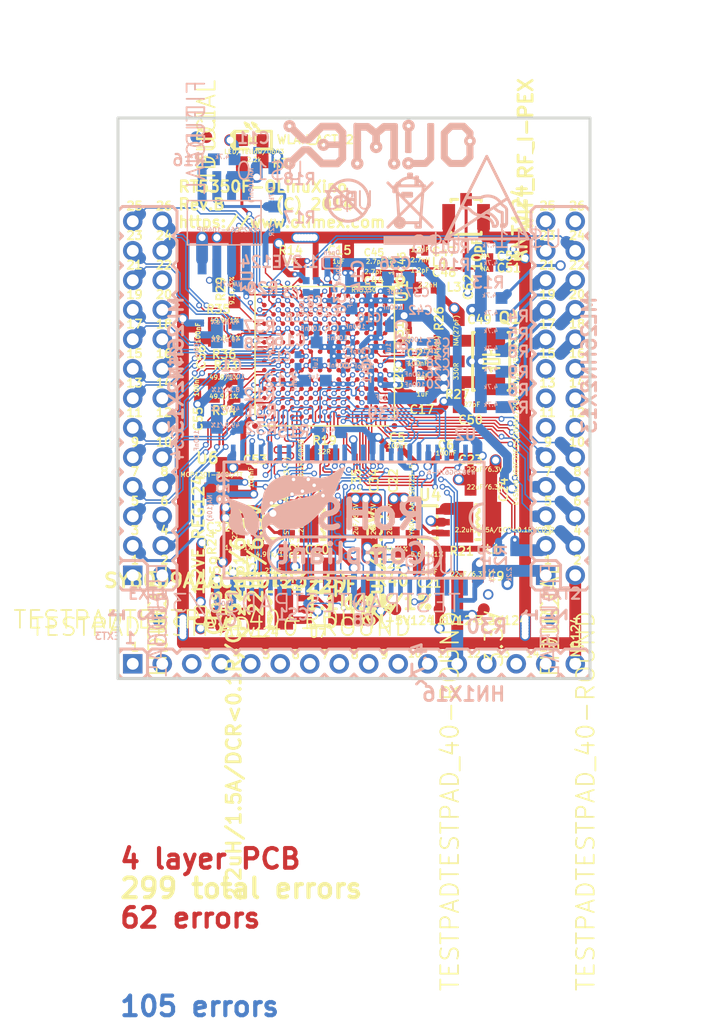
<source format=kicad_pcb>
(kicad_pcb (version 4) (host pcbnew "(2015-07-22 BZR 5980)-product")
  (layers (0 Top signal) (1 GND signal) (2 PWR signal) (31 Bottom signal) (34 B.Paste user) (35 F.Paste user) (36 B.SilkS user) (37 F.SilkS user) (38 B.Mask user) (39 F.Mask user) (44 Edge.Cuts user))
  (net 0 "")
  (net 1 GND)
  (net 2 VCC)
  (net 3 /+5V)
  (net 4 /VEE)
  (net 5 /1.2V)
  (net 6 /VOUT_1P2)
  (net 7 /VPP)
  (net 8 /VCC)
  (net 9 /GND)
  (net 10 /N$26)
  (net 11 /UPHY0_VRES)
  (net 12 /N$24)
  (net 13 /N$57)
  (net 14 /N$66)
  (net 15 /PLL_VCC_1V2)
  (net 16 /RF_VCC_1V2)
  (net 17 /N$2)
  (net 18 /N$3)
  (net 19 /N$5)
  (net 20 /N$4)
  (net 21 /N$6)
  (net 22 /N$7)
  (net 23 /N$10)
  (net 24 /N$9)
  (net 25 /N$12)
  (net 26 /N$13)
  (net 27 /N$14)
  (net 28 /N$15)
  (net 29 /N$22)
  (net 30 /CS1)
  (net 31 /PORSTN)
  (net 32 /I2C_SD)
  (net 33 /RXIM4)
  (net 34 /GPIO0)
  (net 35 /RXIP4)
  (net 36 /TXOM4)
  (net 37 /RXIM3)
  (net 38 /TXOP4)
  (net 39 /RXIP3)
  (net 40 /TXOM3)
  (net 41 /RXIM2)
  (net 42 /TXOP3)
  (net 43 /RXIP2)
  (net 44 /TXOM2)
  (net 45 /RXIM1)
  (net 46 /TXOP2)
  (net 47 /RXIP1)
  (net 48 /TXOM1)
  (net 49 /RXIM0)
  (net 50 /TXOP1)
  (net 51 /RXIP0)
  (net 52 /TXOM0)
  (net 53 /SPI_CS1)
  (net 54 /TXOP0)
  (net 55 /I2C_SCLK)
  (net 56 /EJTAG_TDI)
  (net 57 /EJTAG_TMS)
  (net 58 /EJTAG_TCK)
  (net 59 /EJTAG_TDO)
  (net 60 /EJTAG_TRSTN)
  (net 61 /CTS_N)
  (net 62 /DCD_N)
  (net 63 /RIN)
  (net 64 /DSR_N)
  (net 65 /RTS_N)
  (net 66 /DTR_N)
  (net 67 /WLAN_LED)
  (net 68 /LINK0)
  (net 69 /LINK1)
  (net 70 /LINK2)
  (net 71 /LINK3)
  (net 72 /LINK4)
  (net 73 /UART_TXD2)
  (net 74 /TXD)
  (net 75 /UART_RXD2)
  (net 76 /RXD)
  (net 77 /SPI_MISO)
  (net 78 /SPI_MOSI)
  (net 79 /SPI_CLK)
  (net 80 /SPI_CS0)
  (net 81 /LGATE)
  (net 82 /FB)
  (net 83 /EXT_LDO_1P2)
  (net 84 /LDOSEL)
  (net 85 /COMP)
  (net 86 /UGATE)
  (net 87 /N$23)
  (net 88 /N$64)
  (net 89 /N$21)
  (net 90 /N$35)
  (net 91 /N$27)
  (net 92 /N$1)
  (net 93 /N$18)
  (net 94 /N$19)
  (net 95 /N$8)
  (net 96 /N$11)
  (net 97 "Net-(U1-PadA2)")
  (net 98 "Net-(U1-PadA3)")
  (net 99 /A7)
  (net 100 /A6)
  (net 101 /D1)
  (net 102 /A0)
  (net 103 /A1)
  (net 104 /A2)
  (net 105 /D0)
  (net 106 /A3)
  (net 107 /A5)
  (net 108 /A8)
  (net 109 /A4)
  (net 110 /A11)
  (net 111 /D15)
  (net 112 /A9)
  (net 113 /A10)
  (net 114 /A12)
  (net 115 /BA0)
  (module "" (layer Top) (at 131.3811 84.1136)
    (fp_text reference @HOLE0 hide)
    (fp_text value "" (at 0 0) (layer F.SilkS))
    (pad "" np_thru_hole circle (at 0 0) (size 3.3 3.3) (drill 3.3) (layers *.Cu))
  )
  (module "" (layer Top) (at 165.5811 84.1136)
    (fp_text reference @HOLE1 hide)
    (fp_text value "" (at 0 0) (layer F.SilkS))
    (pad "" np_thru_hole circle (at 0 0) (size 3.3 3.3) (drill 3.3) (layers *.Cu))
  )
  (module C0402_TI (layer Bottom) (at 151.8031 97.3836)
    (fp_text reference C42 (at 1.27 -0.381) (layer B.SilkS) (effects (font (size 0.7239 0.7239) (thickness 0.14478)) (justify right top mirror)))
    (fp_text value 100nF (at 0.927 0.003) (layer B.SilkS) (effects (font (size 0.38608 0.38608) (thickness 0.077216)) (justify left bottom mirror)))
    (pad 1 smd rect (at -0.508 0) (size 0.6096 0.5842) (layers Bottom B.Paste B.Mask) (net 16 /RF_VCC_1V2))
    (pad 2 smd rect (at 0.508 0) (size 0.6096 0.5842) (layers Bottom B.Paste B.Mask) (net 9 /GND))
  )
  (module C0402_TI (layer Bottom) (at 148.6811 100.9836 180)
    (fp_text reference C41 (at -1.344 -0.564 270) (layer B.SilkS) (effects (font (size 0.7239 0.7239) (thickness 0.14478)) (justify left bottom mirror)))
    (fp_text value 10pF (at -0.863 -0.21 360) (layer B.SilkS) (effects (font (size 0.38608 0.38608) (thickness 0.077216)) (justify left bottom mirror)))
    (pad 1 smd rect (at -0.508 0 180) (size 0.6096 0.5842) (layers Bottom B.Paste B.Mask) (net 16 /RF_VCC_1V2))
    (pad 2 smd rect (at 0.508 0 180) (size 0.6096 0.5842) (layers Bottom B.Paste B.Mask) (net 9 /GND))
  )
  (module C0402_TI (layer Bottom) (at 149.3811 102.3336 180)
    (fp_text reference C40 (at 0.245 -0.384 270) (layer B.SilkS) (effects (font (size 0.7239 0.7239) (thickness 0.14478)) (justify right top mirror)))
    (fp_text value 100pF (at -0.898 -0.13 360) (layer B.SilkS) (effects (font (size 0.38608 0.38608) (thickness 0.077216)) (justify left bottom mirror)))
    (pad 1 smd rect (at -0.508 0 180) (size 0.6096 0.5842) (layers Bottom B.Paste B.Mask) (net 16 /RF_VCC_1V2))
    (pad 2 smd rect (at 0.508 0 180) (size 0.6096 0.5842) (layers Bottom B.Paste B.Mask) (net 9 /GND))
  )
  (module C0603_DWS (layer Bottom) (at 151.0411 105.0036)
    (fp_text reference C39 (at -1.524 0.762) (layer B.SilkS) (effects (font (size 0.9652 0.9652) (thickness 0.19304)) (justify right top mirror)))
    (fp_text value 1uF (at 0.381 0.127) (layer B.SilkS) (effects (font (size 0.38608 0.38608) (thickness 0.077216)) (justify left bottom mirror)))
    (pad 1 smd rect (at -0.889 0) (size 1.016 1.016) (layers Bottom B.Paste B.Mask) (net 16 /RF_VCC_1V2))
    (pad 2 smd rect (at 0.889 0) (size 1.016 1.016) (layers Bottom B.Paste B.Mask) (net 9 /GND))
  )
  (module R0402_TI (layer Bottom) (at 153.7081 101.0666 180)
    (fp_text reference R25 (at -0.889 0.381 360) (layer B.SilkS) (effects (font (size 0.7239 0.7239) (thickness 0.14478)) (justify right top mirror)))
    (fp_text value 12k/1% (at 1.27 0.381 360) (layer B.SilkS) (effects (font (size 0.38608 0.38608) (thickness 0.077216)) (justify right top mirror)))
    (pad 1 smd rect (at -0.508 0 180) (size 0.6096 0.5842) (layers Bottom B.Paste B.Mask) (net 9 /GND))
    (pad 2 smd rect (at 0.508 0 180) (size 0.6096 0.5842) (layers Bottom B.Paste B.Mask) (net 17 /N$2))
  )
  (module C0402_TI (layer Bottom) (at 153.7081 100.1776)
    (fp_text reference C43 (at 0.889 -0.381) (layer B.SilkS) (effects (font (size 0.7239 0.7239) (thickness 0.14478)) (justify right top mirror)))
    (fp_text value 100pF (at 0.762 0) (layer B.SilkS) (effects (font (size 0.38608 0.38608) (thickness 0.077216)) (justify left bottom mirror)))
    (pad 1 smd rect (at -0.508 0) (size 0.6096 0.5842) (layers Bottom B.Paste B.Mask) (net 17 /N$2))
    (pad 2 smd rect (at 0.508 0) (size 0.6096 0.5842) (layers Bottom B.Paste B.Mask) (net 9 /GND))
  )
  (module C0402_TI (layer Top) (at 150.1521 94.2086)
    (fp_text reference C44 (at -0.889 1.016) (layer F.SilkS) (effects (font (size 0.60325 0.60325) (thickness 0.12065)) (justify left bottom)))
    (fp_text value 2.7pF (at -0.8 0.13) (layer F.SilkS) (effects (font (size 0.38608 0.38608) (thickness 0.077216)) (justify left bottom)))
    (pad 1 smd rect (at -0.508 0) (size 0.6096 0.5842) (layers Top F.Paste F.Mask) (net 18 /N$3))
    (pad 2 smd rect (at 0.508 0) (size 0.6096 0.5842) (layers Top F.Paste F.Mask) (net 19 /N$5))
  )
  (module C0402_TI (layer Top) (at 150.1521 93.3196)
    (fp_text reference C45 (at -0.889 -0.508) (layer F.SilkS) (effects (font (size 0.60325 0.60325) (thickness 0.12065)) (justify left bottom)))
    (fp_text value 2.7pF (at -0.673 0.13) (layer F.SilkS) (effects (font (size 0.38608 0.38608) (thickness 0.077216)) (justify left bottom)))
    (pad 1 smd rect (at -0.508 0) (size 0.6096 0.5842) (layers Top F.Paste F.Mask) (net 20 /N$4))
    (pad 2 smd rect (at 0.508 0) (size 0.6096 0.5842) (layers Top F.Paste F.Mask) (net 21 /N$6))
  )
  (module C0402_TI (layer Top) (at 151.8031 93.7768 270)
    (fp_text reference C46 (at 0.437 -1.1597 450) (layer F.SilkS) (effects (font (size 0.60325 0.60325) (thickness 0.12065)) (justify left bottom)))
    (fp_text value 1.5pF (at 0.6476 -0.13 450) (layer F.SilkS) (effects (font (size 0.38608 0.38608) (thickness 0.077216)) (justify left bottom)))
    (pad 1 smd rect (at -0.508 0 270) (size 0.6096 0.5842) (layers Top F.Paste F.Mask) (net 21 /N$6))
    (pad 2 smd rect (at 0.508 0 270) (size 0.6096 0.5842) (layers Top F.Paste F.Mask) (net 19 /N$5))
  )
  (module C0402_TI (layer Top) (at 154.0891 94.2086)
    (fp_text reference C48 (at 1.016 0.381) (layer F.SilkS) (effects (font (size 0.7239 0.7239) (thickness 0.14478)) (justify left bottom)))
    (fp_text value 1.2pF (at -0.762 0) (layer F.SilkS) (effects (font (size 0.38608 0.38608) (thickness 0.077216)) (justify left bottom)))
    (pad 1 smd rect (at -0.508 0) (size 0.6096 0.5842) (layers Top F.Paste F.Mask) (net 19 /N$5))
    (pad 2 smd rect (at 0.508 0) (size 0.6096 0.5842) (layers Top F.Paste F.Mask) (net 22 /N$7))
  )
  (module C0402_TI (layer Top) (at 154.0891 92.4306)
    (fp_text reference C47 (at 1.016 0.381) (layer F.SilkS) (effects (font (size 0.7239 0.7239) (thickness 0.14478)) (justify left bottom)))
    (fp_text value 1.2pF (at -0.762 0) (layer F.SilkS) (effects (font (size 0.38608 0.38608) (thickness 0.077216)) (justify left bottom)))
    (pad 1 smd rect (at -0.508 0) (size 0.6096 0.5842) (layers Top F.Paste F.Mask) (net 21 /N$6))
    (pad 2 smd rect (at 0.508 0) (size 0.6096 0.5842) (layers Top F.Paste F.Mask) (net 9 /GND))
  )
  (module L0402_TI (layer Top) (at 154.0891 93.3196)
    (fp_text reference L4 (at 1.016 0.381) (layer F.SilkS) (effects (font (size 0.7239 0.7239) (thickness 0.14478)) (justify left bottom)))
    (fp_text value 2.7nH (at -0.762 0) (layer F.SilkS) (effects (font (size 0.38608 0.38608) (thickness 0.077216)) (justify left bottom)))
    (pad 1 smd rect (at -0.508 0) (size 0.6096 0.5842) (layers Top F.Paste F.Mask) (net 21 /N$6))
    (pad 2 smd rect (at 0.508 0) (size 0.6096 0.5842) (layers Top F.Paste F.Mask) (net 22 /N$7))
  )
  (module L0603_5MIL_DWS (layer Top) (at 154.7241 95.4786)
    (fp_text reference L3 (at 1.651 0.381) (layer F.SilkS) (effects (font (size 0.7239 0.7239) (thickness 0.14478)) (justify left bottom)))
    (fp_text value 2.2nH (at -0.762 0) (layer F.SilkS) (effects (font (size 0.38608 0.38608) (thickness 0.077216)) (justify left bottom)))
    (pad 1 smd rect (at -0.889 0) (size 1.016 1.016) (layers Top F.Paste F.Mask) (net 19 /N$5))
    (pad 2 smd rect (at 0.889 0) (size 1.016 1.016) (layers Top F.Paste F.Mask) (net 9 /GND))
  )
  (module R0603_5MIL_DWS (layer Top) (at 157.5181 102.7176 270)
    (fp_text reference R27 (at 1.524 -1.016 360) (layer F.SilkS) (effects (font (size 0.7239 0.7239) (thickness 0.14478)) (justify right top)))
    (fp_text value 330R (at 0.762 0 450) (layer F.SilkS) (effects (font (size 0.38608 0.38608) (thickness 0.077216)) (justify left bottom)))
    (pad 1 smd rect (at -0.889 0 270) (size 1.016 1.016) (layers Top F.Paste F.Mask) (net 95 /N$8))
    (pad 2 smd rect (at 0.889 0 270) (size 1.016 1.016) (layers Top F.Paste F.Mask) (net 24 /N$9))
  )
  (module HCX-4S (layer Top) (at 160.3121 101.8286 90)
    (fp_text reference Q1 (at 3.175 0.508 360) (layer F.SilkS) (effects (font (size 0.9652 0.9652) (thickness 0.19304)) (justify left bottom)))
    (fp_text value "E4SB20.000F20E15(20MHz/20pF/20ppm/5x3.2mm)" (at 2.921 1.905 90) (layer F.SilkS) (effects (font (size 0.38608 0.38608) (thickness 0.077216)) (justify right top)))
    (pad 1 smd rect (at -2 0 90) (size 1.8 2.4) (layers Top F.Paste F.Mask) (net 24 /N$9))
    (pad 2 smd rect (at 2 0 90) (size 1.8 2.4) (layers Top F.Paste F.Mask) (net 23 /N$10))
  )
  (module C0603_DWS (layer Top) (at 158.4071 105.7656)
    (fp_text reference C50 (at -1.016 1.524) (layer F.SilkS) (effects (font (size 0.7239 0.7239) (thickness 0.14478)) (justify left bottom)))
    (fp_text value 27pF (at -0.508 0) (layer F.SilkS) (effects (font (size 0.38608 0.38608) (thickness 0.077216)) (justify left bottom)))
    (pad 1 smd rect (at -0.889 0) (size 1.016 1.016) (layers Top F.Paste F.Mask) (net 24 /N$9))
    (pad 2 smd rect (at 0.889 0) (size 1.016 1.016) (layers Top F.Paste F.Mask) (net 9 /GND))
  )
  (module R0603_5MIL_DWS (layer Top) (at 138.2141 95.8596 90)
    (fp_text reference R29 (at -0.889 -0.762 90) (layer F.SilkS) (effects (font (size 0.7239 0.7239) (thickness 0.14478)) (justify left bottom)))
    (fp_text value 9.1k/1% (at -1.143 0 90) (layer F.SilkS) (effects (font (size 0.38608 0.38608) (thickness 0.077216)) (justify left bottom)))
    (pad 1 smd rect (at -0.889 0 90) (size 1.016 1.016) (layers Top F.Paste F.Mask) (net 96 /N$11))
    (pad 2 smd rect (at 0.889 0 90) (size 1.016 1.016) (layers Top F.Paste F.Mask) (net 9 /GND))
  )
  (module R0603_5MIL_DWS (layer Bottom) (at 137.5791 107.5436 180)
    (fp_text reference R32 (at -1.397 0.508 360) (layer B.SilkS) (effects (font (size 0.9652 0.9652) (thickness 0.19304)) (justify right top mirror)))
    (fp_text value 49.9/1% (at -1.143 0 360) (layer B.SilkS) (effects (font (size 0.38608 0.38608) (thickness 0.077216)) (justify left bottom mirror)))
    (pad 1 smd rect (at -0.889 0 180) (size 1.016 1.016) (layers Bottom B.Paste B.Mask) (net 36 /TXOM4))
    (pad 2 smd rect (at 0.889 0 180) (size 1.016 1.016) (layers Bottom B.Paste B.Mask) (net 25 /N$12))
  )
  (module R0603_5MIL_DWS (layer Bottom) (at 137.5791 106.0196 180)
    (fp_text reference R31 (at -1.397 0.508 360) (layer B.SilkS) (effects (font (size 0.9652 0.9652) (thickness 0.19304)) (justify right top mirror)))
    (fp_text value 49.9/1% (at -1.143 -0.127 360) (layer B.SilkS) (effects (font (size 0.38608 0.38608) (thickness 0.077216)) (justify left bottom mirror)))
    (pad 1 smd rect (at -0.889 0 180) (size 1.016 1.016) (layers Bottom B.Paste B.Mask) (net 38 /TXOP4))
    (pad 2 smd rect (at 0.889 0 180) (size 1.016 1.016) (layers Bottom B.Paste B.Mask) (net 25 /N$12))
  )
  (module C0402_TI (layer Bottom) (at 135.2931 106.7816 90)
    (fp_text reference C54 (at -0.635 -1.397 90) (layer B.SilkS) (effects (font (size 0.9652 0.9652) (thickness 0.19304)) (justify left bottom mirror)))
    (fp_text value 100nF (at -0.927 -0.13 90) (layer B.SilkS) (effects (font (size 0.38608 0.38608) (thickness 0.077216)) (justify left bottom mirror)))
    (pad 1 smd rect (at -0.508 0 90) (size 0.6096 0.5842) (layers Bottom B.Paste B.Mask) (net 25 /N$12))
    (pad 2 smd rect (at 0.508 0 90) (size 0.6096 0.5842) (layers Bottom B.Paste B.Mask) (net 9 /GND))
  )
  (module R0603_5MIL_DWS (layer Top) (at 137.3251 104.8766 180)
    (fp_text reference R34 (at -1.143 -0.762 360) (layer F.SilkS) (effects (font (size 0.7239 0.7239) (thickness 0.14478)) (justify right top)))
    (fp_text value 49.9/1% (at -1.27 0.254 360) (layer F.SilkS) (effects (font (size 0.38608 0.38608) (thickness 0.077216)) (justify right top)))
    (pad 1 smd rect (at -0.889 0 180) (size 1.016 1.016) (layers Top F.Paste F.Mask) (net 33 /RXIM4))
    (pad 2 smd rect (at 0.889 0 180) (size 1.016 1.016) (layers Top F.Paste F.Mask) (net 26 /N$13))
  )
  (module R0603_5MIL_DWS (layer Top) (at 137.3251 103.3526 180)
    (fp_text reference R33 (at 1.016 0.762 360) (layer F.SilkS) (effects (font (size 0.7239 0.7239) (thickness 0.14478)) (justify left bottom)))
    (fp_text value 49.9/1% (at -1.27 0.381 360) (layer F.SilkS) (effects (font (size 0.38608 0.38608) (thickness 0.077216)) (justify right top)))
    (pad 1 smd rect (at -0.889 0 180) (size 1.016 1.016) (layers Top F.Paste F.Mask) (net 35 /RXIP4))
    (pad 2 smd rect (at 0.889 0 180) (size 1.016 1.016) (layers Top F.Paste F.Mask) (net 26 /N$13))
  )
  (module C0402_TI (layer Top) (at 135.0391 104.1146 270)
    (fp_text reference C55 (at 1.524 0.381 450) (layer F.SilkS) (effects (font (size 0.7239 0.7239) (thickness 0.14478)) (justify right top)))
    (fp_text value 100nF (at 0.8 -0.13 450) (layer F.SilkS) (effects (font (size 0.38608 0.38608) (thickness 0.09652)) (justify left bottom)))
    (pad 1 smd rect (at -0.508 0 270) (size 0.6096 0.5842) (layers Top F.Paste F.Mask) (net 26 /N$13))
    (pad 2 smd rect (at 0.508 0 270) (size 0.6096 0.5842) (layers Top F.Paste F.Mask) (net 9 /GND))
  )
  (module R0603_5MIL_DWS (layer Top) (at 137.3251 100.0506 180)
    (fp_text reference R36 (at -1.143 -0.762 360) (layer F.SilkS) (effects (font (size 0.7239 0.7239) (thickness 0.14478)) (justify right top)))
    (fp_text value 49.9/1% (at 1.143 0 360) (layer F.SilkS) (effects (font (size 0.38608 0.38608) (thickness 0.077216)) (justify left bottom)))
    (pad 1 smd rect (at -0.889 0 180) (size 1.016 1.016) (layers Top F.Paste F.Mask) (net 52 /TXOM0))
    (pad 2 smd rect (at 0.889 0 180) (size 1.016 1.016) (layers Top F.Paste F.Mask) (net 27 /N$14))
  )
  (module R0603_5MIL_DWS (layer Top) (at 137.3251 98.5266 180)
    (fp_text reference R35 (at 1.651 0.762 360) (layer F.SilkS) (effects (font (size 0.7239 0.7239) (thickness 0.14478)) (justify left bottom)))
    (fp_text value 49.9/1% (at 1.27 0 360) (layer F.SilkS) (effects (font (size 0.38608 0.38608) (thickness 0.077216)) (justify left bottom)))
    (pad 1 smd rect (at -0.889 0 180) (size 1.016 1.016) (layers Top F.Paste F.Mask) (net 54 /TXOP0))
    (pad 2 smd rect (at 0.889 0 180) (size 1.016 1.016) (layers Top F.Paste F.Mask) (net 27 /N$14))
  )
  (module C0402_TI (layer Top) (at 135.0391 99.5426 90)
    (fp_text reference C56 (at -0.762 -0.127 90) (layer F.SilkS) (effects (font (size 0.7239 0.7239) (thickness 0.14478)) (justify right top)))
    (fp_text value 100nF (at -0.8 0.257 90) (layer F.SilkS) (effects (font (size 0.38608 0.38608) (thickness 0.09652)) (justify left bottom)))
    (pad 1 smd rect (at -0.508 0 90) (size 0.6096 0.5842) (layers Top F.Paste F.Mask) (net 27 /N$14))
    (pad 2 smd rect (at 0.508 0 90) (size 0.6096 0.5842) (layers Top F.Paste F.Mask) (net 9 /GND))
  )
  (module R0603_5MIL_DWS (layer Bottom) (at 137.5791 100.1776 180)
    (fp_text reference R38 (at -1.27 0.381 360) (layer B.SilkS) (effects (font (size 0.9652 0.9652) (thickness 0.19304)) (justify right top mirror)))
    (fp_text value 49.9/1% (at -1.143 0 360) (layer B.SilkS) (effects (font (size 0.38608 0.38608) (thickness 0.077216)) (justify left bottom mirror)))
    (pad 1 smd rect (at -0.889 0 180) (size 1.016 1.016) (layers Bottom B.Paste B.Mask) (net 49 /RXIM0))
    (pad 2 smd rect (at 0.889 0 180) (size 1.016 1.016) (layers Bottom B.Paste B.Mask) (net 28 /N$15))
  )
  (module R0603_5MIL_DWS (layer Bottom) (at 137.5791 98.6536 180)
    (fp_text reference R37 (at -1.27 0.381 360) (layer B.SilkS) (effects (font (size 0.9652 0.9652) (thickness 0.19304)) (justify right top mirror)))
    (fp_text value 49.9/1% (at -1.143 0 360) (layer B.SilkS) (effects (font (size 0.38608 0.38608) (thickness 0.077216)) (justify left bottom mirror)))
    (pad 1 smd rect (at -0.889 0 180) (size 1.016 1.016) (layers Bottom B.Paste B.Mask) (net 51 /RXIP0))
    (pad 2 smd rect (at 0.889 0 180) (size 1.016 1.016) (layers Bottom B.Paste B.Mask) (net 28 /N$15))
  )
  (module C0402_TI (layer Bottom) (at 135.2931 99.0346 90)
    (fp_text reference C57 (at -1.27 -1.524 90) (layer B.SilkS) (effects (font (size 0.9652 0.9652) (thickness 0.19304)) (justify left bottom mirror)))
    (fp_text value 100nF (at -0.8 -0.13 90) (layer B.SilkS) (effects (font (size 0.38608 0.38608) (thickness 0.077216)) (justify left bottom mirror)))
    (pad 1 smd rect (at -0.508 0 90) (size 0.6096 0.5842) (layers Bottom B.Paste B.Mask) (net 28 /N$15))
    (pad 2 smd rect (at 0.508 0 90) (size 0.6096 0.5842) (layers Bottom B.Paste B.Mask) (net 9 /GND))
  )
  (module SOT23 (layer Top) (at 137.0711 111.8616)
    (fp_text reference U6 (at -2.286 -1.143) (layer F.SilkS) (effects (font (size 0.9652 0.9652) (thickness 0.19304)) (justify left bottom)))
    (fp_text value MCP130T-300I/TT (at 1.905 -0.508) (layer F.SilkS) (effects (font (size 0.38608 0.38608) (thickness 0.077216)) (justify right top)))
    (pad 3 smd rect (at 0 -1.1) (size 1 1.4) (layers Top F.Paste F.Mask) (net 9 /GND))
    (pad 2 smd rect (at 0.95 1.1) (size 1 1.4) (layers Top F.Paste F.Mask) (net 8 /VCC))
    (pad 1 smd rect (at -0.95 1.1) (size 1 1.4) (layers Top F.Paste F.Mask) (net 31 /PORSTN))
  )
  (module R0603_5MIL_DWS (layer Bottom) (at 136.3091 112.7506 90)
    (fp_text reference R28 (at -1.524 0.381 90) (layer B.SilkS) (effects (font (size 0.9652 0.9652) (thickness 0.19304)) (justify right top mirror)))
    (fp_text value "NA(10k)" (at -0.508 0 90) (layer B.SilkS) (effects (font (size 0.38608 0.38608) (thickness 0.077216)) (justify left bottom mirror)))
    (pad 1 smd rect (at -0.889 0 90) (size 1.016 1.016) (layers Bottom B.Paste B.Mask) (net 8 /VCC))
    (pad 2 smd rect (at 0.889 0 90) (size 1.016 1.016) (layers Bottom B.Paste B.Mask) (net 31 /PORSTN))
  )
  (module C0402_TI (layer Top) (at 139.8651 111.8616 90)
    (fp_text reference C53 (at 1.143 -1.016 360) (layer F.SilkS) (effects (font (size 0.7239 0.7239) (thickness 0.14478)) (justify left bottom)))
    (fp_text value 100nF (at -0.889 0 90) (layer F.SilkS) (effects (font (size 0.38608 0.38608) (thickness 0.077216)) (justify left bottom)))
    (pad 1 smd rect (at -0.508 0 90) (size 0.6096 0.5842) (layers Top F.Paste F.Mask) (net 8 /VCC))
    (pad 2 smd rect (at 0.508 0 90) (size 0.6096 0.5842) (layers Top F.Paste F.Mask) (net 9 /GND))
  )
  (module 54TSOPII (layer Bottom) (at 148.5011 115.2906 180)
    (fp_text reference U2 (at -10.668 6.604 360) (layer B.SilkS) (effects (font (size 0.9652 0.9652) (thickness 0.19304)) (justify left bottom mirror)))
    (fp_text value W9825G6JH-6 (at -10.541 3.683 360) (layer B.SilkS) (effects (font (size 0.38608 0.38608) (thickness 0.077216)) (justify left bottom mirror)))
    (pad 1 smd rect (at -10.4 -6 180) (size 0.4 1.4) (layers Bottom B.Paste B.Mask) (net 8 /VCC))
    (pad 2 smd rect (at -9.6 -6 180) (size 0.4 1.4) (layers Bottom B.Paste B.Mask) (net 102 /A0))
    (pad 3 smd rect (at -8.8 -6 180) (size 0.4 1.4) (layers Bottom B.Paste B.Mask) (net 8 /VCC))
    (pad 4 smd rect (at -8 -6 180) (size 0.4 1.4) (layers Bottom B.Paste B.Mask) (net 101 /D1))
    (pad 5 smd rect (at -7.2 -6 180) (size 0.4 1.4) (layers Bottom B.Paste B.Mask) (net 105 /D0))
    (pad 6 smd rect (at -6.4 -6 180) (size 0.4 1.4) (layers Bottom B.Paste B.Mask) (net 9 /GND))
    (pad 7 smd rect (at -5.6 -6 180) (size 0.4 1.4) (layers Bottom B.Paste B.Mask) (net 103 /A1))
    (pad 8 smd rect (at -4.8 -6 180) (size 0.4 1.4) (layers Bottom B.Paste B.Mask) (net 104 /A2))
    (pad 9 smd rect (at -4 -6 180) (size 0.4 1.4) (layers Bottom B.Paste B.Mask) (net 8 /VCC))
    (pad 10 smd rect (at -3.2 -6 180) (size 0.4 1.4) (layers Bottom B.Paste B.Mask) (net 107 /A5))
    (pad 11 smd rect (at -2.4 -6 180) (size 0.4 1.4) (layers Bottom B.Paste B.Mask) (net 106 /A3))
    (pad 12 smd rect (at -1.6 -6 180) (size 0.4 1.4) (layers Bottom B.Paste B.Mask) (net 9 /GND))
    (pad 13 smd rect (at -0.8 -6 180) (size 0.4 1.4) (layers Bottom B.Paste B.Mask) (net 109 /A4))
    (pad 14 smd rect (at 0 -6 180) (size 0.4 1.4) (layers Bottom B.Paste B.Mask) (net 8 /VCC))
    (pad 15 smd rect (at 0.8 -6 180) (size 0.4 1.4) (layers Bottom B.Paste B.Mask) (net 104 /A2))
    (pad 16 smd rect (at 1.6 -6 180) (size 0.4 1.4) (layers Bottom B.Paste B.Mask) (net 100 /A6))
    (pad 17 smd rect (at 2.4 -6 180) (size 0.4 1.4) (layers Bottom B.Paste B.Mask) (net 99 /A7))
    (pad 18 smd rect (at 3.2 -6 180) (size 0.4 1.4) (layers Bottom B.Paste B.Mask) (net 108 /A8))
    (pad 19 smd rect (at 4 -6 180) (size 0.4 1.4) (layers Bottom B.Paste B.Mask) (net 107 /A5))
    (pad 20 smd rect (at 4.8 -6 180) (size 0.4 1.4) (layers Bottom B.Paste B.Mask) (net 115 /BA0))
    (pad 21 smd rect (at 5.6 -6 180) (size 0.4 1.4) (layers Bottom B.Paste B.Mask) (net 102 /A0))
    (pad 22 smd rect (at 6.4 -6 180) (size 0.4 1.4) (layers Bottom B.Paste B.Mask) (net 113 /A10))
    (pad 23 smd rect (at 7.2 -6 180) (size 0.4 1.4) (layers Bottom B.Paste B.Mask) (net 102 /A0))
    (pad 24 smd rect (at 8 -6 180) (size 0.4 1.4) (layers Bottom B.Paste B.Mask) (net 103 /A1))
    (pad 25 smd rect (at 8.8 -6 180) (size 0.4 1.4) (layers Bottom B.Paste B.Mask) (net 104 /A2))
    (pad 26 smd rect (at 9.6 -6 180) (size 0.4 1.4) (layers Bottom B.Paste B.Mask) (net 106 /A3))
    (pad 27 smd rect (at 10.4 -6 180) (size 0.4 1.4) (layers Bottom B.Paste B.Mask) (net 8 /VCC))
    (pad 28 smd rect (at 10.4 5.6 180) (size 0.4 1.4) (layers Bottom B.Paste B.Mask) (net 9 /GND))
    (pad 29 smd rect (at 9.6 5.6 180) (size 0.4 1.4) (layers Bottom B.Paste B.Mask) (net 109 /A4))
    (pad 30 smd rect (at 8.8 5.6 180) (size 0.4 1.4) (layers Bottom B.Paste B.Mask) (net 107 /A5))
    (pad 31 smd rect (at 8 5.6 180) (size 0.4 1.4) (layers Bottom B.Paste B.Mask) (net 100 /A6))
    (pad 32 smd rect (at 7.2 5.6 180) (size 0.4 1.4) (layers Bottom B.Paste B.Mask) (net 99 /A7))
    (pad 33 smd rect (at 6.4 5.6 180) (size 0.4 1.4) (layers Bottom B.Paste B.Mask) (net 108 /A8))
    (pad 34 smd rect (at 5.6 5.6 180) (size 0.4 1.4) (layers Bottom B.Paste B.Mask) (net 112 /A9))
    (pad 35 smd rect (at 4.8 5.6 180) (size 0.4 1.4) (layers Bottom B.Paste B.Mask) (net 110 /A11))
    (pad 36 smd rect (at 4 5.6 180) (size 0.4 1.4) (layers Bottom B.Paste B.Mask) (net 114 /A12))
    (pad 37 smd rect (at 3.2 5.6 180) (size 0.4 1.4) (layers Bottom B.Paste B.Mask) (net 91 /N$27))
    (pad 38 smd rect (at 2.4 5.6 180) (size 0.4 1.4) (layers Bottom B.Paste B.Mask) (net 94 /N$19))
    (pad 39 smd rect (at 1.6 5.6 180) (size 0.4 1.4) (layers Bottom B.Paste B.Mask) (net 106 /A3))
    (pad 40 smd rect (at 0.8 5.6 180) (size 0.4 1.4) (layers Bottom B.Paste B.Mask) (net 30 /CS1))
    (pad 41 smd rect (at 0 5.6 180) (size 0.4 1.4) (layers Bottom B.Paste B.Mask) (net 9 /GND))
    (pad 42 smd rect (at -0.8 5.6 180) (size 0.4 1.4) (layers Bottom B.Paste B.Mask) (net 100 /A6))
    (pad 43 smd rect (at -1.6 5.6 180) (size 0.4 1.4) (layers Bottom B.Paste B.Mask) (net 8 /VCC))
    (pad 44 smd rect (at -2.4 5.6 180) (size 0.4 1.4) (layers Bottom B.Paste B.Mask) (net 108 /A8))
    (pad 45 smd rect (at -3.2 5.6 180) (size 0.4 1.4) (layers Bottom B.Paste B.Mask) (net 114 /A12))
    (pad 46 smd rect (at -4 5.6 180) (size 0.4 1.4) (layers Bottom B.Paste B.Mask) (net 9 /GND))
    (pad 47 smd rect (at -4.8 5.6 180) (size 0.4 1.4) (layers Bottom B.Paste B.Mask) (net 99 /A7))
    (pad 48 smd rect (at -5.6 5.6 180) (size 0.4 1.4) (layers Bottom B.Paste B.Mask) (net 113 /A10))
    (pad 49 smd rect (at -6.4 5.6 180) (size 0.4 1.4) (layers Bottom B.Paste B.Mask) (net 8 /VCC))
    (pad 50 smd rect (at -7.2 5.6 180) (size 0.4 1.4) (layers Bottom B.Paste B.Mask) (net 110 /A11))
    (pad 51 smd rect (at -8 5.6 180) (size 0.4 1.4) (layers Bottom B.Paste B.Mask) (net 112 /A9))
    (pad 52 smd rect (at -8.8 5.6 180) (size 0.4 1.4) (layers Bottom B.Paste B.Mask) (net 9 /GND))
    (pad 53 smd rect (at -9.6 5.6 180) (size 0.4 1.4) (layers Bottom B.Paste B.Mask) (net 111 /D15))
    (pad 54 smd rect (at -10.4 5.6 180) (size 0.4 1.4) (layers Bottom B.Paste B.Mask) (net 9 /GND))
  )
  (module C0402_TI (layer Top) (at 152.0571 109.3216)
    (fp_text reference C5 (at -0.635 -0.508) (layer F.SilkS) (effects (font (size 0.7239 0.7239) (thickness 0.14478)) (justify left bottom)))
    (fp_text value 100nF (at -0.762 0) (layer F.SilkS) (effects (font (size 0.38608 0.38608) (thickness 0.077216)) (justify left bottom)))
    (pad 1 smd rect (at -0.508 0) (size 0.6096 0.5842) (layers Top F.Paste F.Mask) (net 8 /VCC))
    (pad 2 smd rect (at 0.508 0) (size 0.6096 0.5842) (layers Top F.Paste F.Mask) (net 9 /GND))
  )
  (module C0402_TI (layer Top) (at 156.2481 109.9566)
    (fp_text reference C6 (at -0.635 -0.508) (layer F.SilkS) (effects (font (size 0.7239 0.7239) (thickness 0.14478)) (justify left bottom)))
    (fp_text value 100nF (at -0.762 0) (layer F.SilkS) (effects (font (size 0.38608 0.38608) (thickness 0.077216)) (justify left bottom)))
    (pad 1 smd rect (at -0.508 0) (size 0.6096 0.5842) (layers Top F.Paste F.Mask) (net 8 /VCC))
    (pad 2 smd rect (at 0.508 0) (size 0.6096 0.5842) (layers Top F.Paste F.Mask) (net 9 /GND))
  )
  (module C0402_TI (layer Bottom) (at 137.3251 122.9106 180)
    (fp_text reference C7 (at 0.889 -0.635 360) (layer B.SilkS) (effects (font (size 0.9652 0.9652) (thickness 0.19304)) (justify right top mirror)))
    (fp_text value 100nF (at -0.889 0 360) (layer B.SilkS) (effects (font (size 0.38608 0.38608) (thickness 0.077216)) (justify left bottom mirror)))
    (pad 1 smd rect (at -0.508 0 180) (size 0.6096 0.5842) (layers Bottom B.Paste B.Mask) (net 8 /VCC))
    (pad 2 smd rect (at 0.508 0 180) (size 0.6096 0.5842) (layers Bottom B.Paste B.Mask) (net 9 /GND))
  )
  (module C0402_TI (layer Bottom) (at 149.2631 122.9106)
    (fp_text reference C8 (at -1.016 0.635) (layer B.SilkS) (effects (font (size 0.9652 0.9652) (thickness 0.19304)) (justify right top mirror)))
    (fp_text value 100nF (at 0.762 0) (layer B.SilkS) (effects (font (size 0.38608 0.38608) (thickness 0.077216)) (justify left bottom mirror)))
    (pad 1 smd rect (at -0.508 0) (size 0.6096 0.5842) (layers Bottom B.Paste B.Mask) (net 8 /VCC))
    (pad 2 smd rect (at 0.508 0) (size 0.6096 0.5842) (layers Bottom B.Paste B.Mask) (net 9 /GND))
  )
  (module C0603_DWS (layer Top) (at 158.2801 120.3706 180)
    (fp_text reference C9 (at -1.651 -0.381 360) (layer F.SilkS) (effects (font (size 0.7239 0.7239) (thickness 0.14478)) (justify left bottom)))
    (fp_text value 22uF/6.3V (at 1.524 0 360) (layer F.SilkS) (effects (font (size 0.38608 0.38608) (thickness 0.077216)) (justify left bottom)))
    (pad 1 smd rect (at -0.889 0 180) (size 1.016 1.016) (layers Top F.Paste F.Mask) (net 8 /VCC))
    (pad 2 smd rect (at 0.889 0 180) (size 1.016 1.016) (layers Top F.Paste F.Mask) (net 9 /GND))
  )
  (module R0603_5MIL_DWS (layer Top) (at 145.8341 109.8296)
    (fp_text reference R19 (at -1.016 -0.762) (layer F.SilkS) (effects (font (size 0.7239 0.7239) (thickness 0.14478)) (justify left bottom)))
    (fp_text value 22R (at -0.508 0) (layer F.SilkS) (effects (font (size 0.38608 0.38608) (thickness 0.077216)) (justify left bottom)))
    (pad 1 smd rect (at -0.889 0) (size 1.016 1.016) (layers Top F.Paste F.Mask) (net 93 /N$18))
    (pad 2 smd rect (at 0.889 0) (size 1.016 1.016) (layers Top F.Paste F.Mask) (net 94 /N$19))
  )
  (module R0603_5MIL_DWS (layer Bottom) (at 146.4691 107.9246 180)
    (fp_text reference R15 (at 1.651 -0.508 360) (layer B.SilkS) (effects (font (size 0.9652 0.9652) (thickness 0.19304)) (justify left bottom mirror)))
    (fp_text value 4.7k (at -0.508 0 360) (layer B.SilkS) (effects (font (size 0.38608 0.38608) (thickness 0.077216)) (justify left bottom mirror)))
    (pad 1 smd rect (at -0.889 0 180) (size 1.016 1.016) (layers Bottom B.Paste B.Mask) (net 8 /VCC))
    (pad 2 smd rect (at 0.889 0 180) (size 1.016 1.016) (layers Bottom B.Paste B.Mask) (net 91 /N$27))
  )
  (module R0603_5MIL_DWS (layer Bottom) (at 160.3121 104.2416 180)
    (fp_text reference R6 (at -1.27 0.508 360) (layer B.SilkS) (effects (font (size 0.9652 0.9652) (thickness 0.19304)) (justify right top mirror)))
    (fp_text value 4.7k (at -0.635 0 360) (layer B.SilkS) (effects (font (size 0.38608 0.38608) (thickness 0.077216)) (justify left bottom mirror)))
    (pad 1 smd rect (at -0.889 0 180) (size 1.016 1.016) (layers Bottom B.Paste B.Mask) (net 67 /WLAN_LED))
    (pad 2 smd rect (at 0.889 0 180) (size 1.016 1.016) (layers Bottom B.Paste B.Mask) (net 9 /GND))
  )
  (module R0603_5MIL_DWS (layer Bottom) (at 160.3121 105.7656 180)
    (fp_text reference R7 (at -1.27 0.508 360) (layer B.SilkS) (effects (font (size 0.9652 0.9652) (thickness 0.19304)) (justify right top mirror)))
    (fp_text value 4.7k (at -0.635 0 360) (layer B.SilkS) (effects (font (size 0.38608 0.38608) (thickness 0.077216)) (justify left bottom mirror)))
    (pad 1 smd rect (at -0.889 0 180) (size 1.016 1.016) (layers Bottom B.Paste B.Mask) (net 68 /LINK0))
    (pad 2 smd rect (at 0.889 0 180) (size 1.016 1.016) (layers Bottom B.Paste B.Mask) (net 9 /GND))
  )
  (module R0603_5MIL_DWS (layer Bottom) (at 160.3121 100.9396 180)
    (fp_text reference R8 (at -1.27 0.508 360) (layer B.SilkS) (effects (font (size 0.9652 0.9652) (thickness 0.19304)) (justify right top mirror)))
    (fp_text value 4.7k (at -0.635 0 360) (layer B.SilkS) (effects (font (size 0.38608 0.38608) (thickness 0.077216)) (justify left bottom mirror)))
    (pad 1 smd rect (at -0.889 0 180) (size 1.016 1.016) (layers Bottom B.Paste B.Mask) (net 69 /LINK1))
    (pad 2 smd rect (at 0.889 0 180) (size 1.016 1.016) (layers Bottom B.Paste B.Mask) (net 9 /GND))
  )
  (module R0603_5MIL_DWS (layer Bottom) (at 160.3121 102.7176 180)
    (fp_text reference R9 (at -1.27 0.508 360) (layer B.SilkS) (effects (font (size 0.9652 0.9652) (thickness 0.19304)) (justify right top mirror)))
    (fp_text value 4.7k (at -0.635 0 360) (layer B.SilkS) (effects (font (size 0.38608 0.38608) (thickness 0.077216)) (justify left bottom mirror)))
    (pad 1 smd rect (at -0.889 0 180) (size 1.016 1.016) (layers Bottom B.Paste B.Mask) (net 70 /LINK2))
    (pad 2 smd rect (at 0.889 0 180) (size 1.016 1.016) (layers Bottom B.Paste B.Mask) (net 9 /GND))
  )
  (module R0603_5MIL_DWS (layer Bottom) (at 160.3121 97.8916 180)
    (fp_text reference R4 (at -1.27 0.508 360) (layer B.SilkS) (effects (font (size 0.9652 0.9652) (thickness 0.19304)) (justify right top mirror)))
    (fp_text value 4.7k (at -0.635 0 360) (layer B.SilkS) (effects (font (size 0.38608 0.38608) (thickness 0.077216)) (justify left bottom mirror)))
    (pad 1 smd rect (at -0.889 0 180) (size 1.016 1.016) (layers Bottom B.Paste B.Mask) (net 71 /LINK3))
    (pad 2 smd rect (at 0.889 0 180) (size 1.016 1.016) (layers Bottom B.Paste B.Mask) (net 8 /VCC))
  )
  (module R0603_5MIL_DWS (layer Bottom) (at 160.3121 99.4156 180)
    (fp_text reference R5 (at -1.27 0.508 360) (layer B.SilkS) (effects (font (size 0.9652 0.9652) (thickness 0.19304)) (justify right top mirror)))
    (fp_text value 4.7k (at -0.635 0 360) (layer B.SilkS) (effects (font (size 0.38608 0.38608) (thickness 0.077216)) (justify left bottom mirror)))
    (pad 1 smd rect (at -0.889 0 180) (size 1.016 1.016) (layers Bottom B.Paste B.Mask) (net 72 /LINK4))
    (pad 2 smd rect (at 0.889 0 180) (size 1.016 1.016) (layers Bottom B.Paste B.Mask) (net 9 /GND))
  )
  (module R0603_5MIL_DWS (layer Top) (at 139.7381 84.6836 180)
    (fp_text reference R3 (at -1.651 -0.508 360) (layer F.SilkS) (effects (font (size 0.7239 0.7239) (thickness 0.14478)) (justify left bottom)))
    (fp_text value 2.2k (at 0.508 0 360) (layer F.SilkS) (effects (font (size 0.38608 0.38608) (thickness 0.077216)) (justify left bottom)))
    (pad 1 smd rect (at -0.889 0 180) (size 1.016 1.016) (layers Top F.Paste F.Mask) (net 90 /N$35))
    (pad 2 smd rect (at 0.889 0 180) (size 1.016 1.016) (layers Top F.Paste F.Mask) (net 67 /WLAN_LED))
  )
  (module LED-0603 (layer Top) (at 139.7381 82.7786)
    (fp_text reference WLAN_ACT124 (at 2.032 0.381) (layer F.SilkS) (effects (font (size 0.7239 0.7239) (thickness 0.14478)) (justify left bottom)))
    (fp_text value LED/Yellow/0603 (at 2.794 0.762) (layer F.SilkS) (effects (font (size 0.38608 0.38608) (thickness 0.077216)) (justify right top)))
    (pad C smd rect (at -0.889 0) (size 1.016 1.016) (layers Top F.Paste F.Mask) (net 9 /GND))
    (pad A smd rect (at 0.889 0) (size 1.016 1.016) (layers Top F.Paste F.Mask) (net 90 /N$35))
  )
  (module R0603_5MIL_DWS (layer Bottom) (at 137.5791 104.4956 180)
    (fp_text reference R12 (at -1.27 0.381 360) (layer B.SilkS) (effects (font (size 0.9652 0.9652) (thickness 0.19304)) (justify right top mirror)))
    (fp_text value 8.2k/1% (at -1.143 0 360) (layer B.SilkS) (effects (font (size 0.38608 0.38608) (thickness 0.077216)) (justify left bottom mirror)))
    (pad 1 smd rect (at -0.889 0 180) (size 1.016 1.016) (layers Bottom B.Paste B.Mask) (net 11 /UPHY0_VRES))
    (pad 2 smd rect (at 0.889 0 180) (size 1.016 1.016) (layers Bottom B.Paste B.Mask) (net 9 /GND))
  )
  (module C0402_TI (layer Bottom) (at 138.2141 103.2176 180)
    (fp_text reference C1 (at -0.8 0.473 360) (layer B.SilkS) (effects (font (size 0.9652 0.9652) (thickness 0.19304)) (justify left bottom mirror)))
    (fp_text value 100nF (at -0.927 -0.13 360) (layer B.SilkS) (effects (font (size 0.38608 0.38608) (thickness 0.077216)) (justify left bottom mirror)))
    (pad 1 smd rect (at -0.508 0 180) (size 0.6096 0.5842) (layers Bottom B.Paste B.Mask) (net 11 /UPHY0_VRES))
    (pad 2 smd rect (at 0.508 0 180) (size 0.6096 0.5842) (layers Bottom B.Paste B.Mask) (net 9 /GND))
  )
  (module R0603_5MIL_DWS (layer Bottom) (at 160.3121 92.0496 180)
    (fp_text reference R11 (at 1.651 -0.508 360) (layer B.SilkS) (effects (font (size 0.9652 0.9652) (thickness 0.19304)) (justify left bottom mirror)))
    (fp_text value 4.7k (at -0.508 0 360) (layer B.SilkS) (effects (font (size 0.38608 0.38608) (thickness 0.077216)) (justify left bottom mirror)))
    (pad 1 smd rect (at -0.889 0 180) (size 1.016 1.016) (layers Bottom B.Paste B.Mask) (net 73 /UART_TXD2))
    (pad 2 smd rect (at 0.889 0 180) (size 1.016 1.016) (layers Bottom B.Paste B.Mask) (net 9 /GND))
  )
  (module R0603_5MIL_DWS (layer Bottom) (at 160.3121 93.5736 180)
    (fp_text reference R10 (at 1.651 -0.508 360) (layer B.SilkS) (effects (font (size 0.9652 0.9652) (thickness 0.19304)) (justify left bottom mirror)))
    (fp_text value 4.7k (at -0.635 0 360) (layer B.SilkS) (effects (font (size 0.38608 0.38608) (thickness 0.077216)) (justify left bottom mirror)))
    (pad 1 smd rect (at -0.889 0 180) (size 1.016 1.016) (layers Bottom B.Paste B.Mask) (net 75 /UART_RXD2))
    (pad 2 smd rect (at 0.889 0 180) (size 1.016 1.016) (layers Bottom B.Paste B.Mask) (net 8 /VCC))
  )
  (module R0603_5MIL_DWS (layer Bottom) (at 160.3121 96.3676 180)
    (fp_text reference R13 (at -1.27 0.762 360) (layer B.SilkS) (effects (font (size 0.9652 0.9652) (thickness 0.19304)) (justify left bottom mirror)))
    (fp_text value 4.7k (at -0.508 0 360) (layer B.SilkS) (effects (font (size 0.38608 0.38608) (thickness 0.077216)) (justify left bottom mirror)))
    (pad 1 smd rect (at -0.889 0 180) (size 1.016 1.016) (layers Bottom B.Paste B.Mask) (net 76 /RXD))
    (pad 2 smd rect (at 0.889 0 180) (size 1.016 1.016) (layers Bottom B.Paste B.Mask) (net 8 /VCC))
  )
  (module R0603_5MIL_DWS (layer Top) (at 142.9131 93.4466 180)
    (fp_text reference R14 (at 1.016 0.762 360) (layer F.SilkS) (effects (font (size 0.7239 0.7239) (thickness 0.14478)) (justify left bottom)))
    (fp_text value 4.7k (at 0.508 0 360) (layer F.SilkS) (effects (font (size 0.38608 0.38608) (thickness 0.077216)) (justify left bottom)))
    (pad 1 smd rect (at -0.889 0 180) (size 1.016 1.016) (layers Top F.Paste F.Mask) (net 74 /TXD))
    (pad 2 smd rect (at 0.889 0 180) (size 1.016 1.016) (layers Top F.Paste F.Mask) (net 9 /GND))
  )
  (module C0402_TI (layer Bottom) (at 145.2811 95.3836 90)
    (fp_text reference C2 (at -1.642 0.626 180) (layer B.SilkS) (effects (font (size 0.7239 0.7239) (thickness 0.14478)) (justify left bottom mirror)))
    (fp_text value 100nF (at -0.8 -0.257 90) (layer B.SilkS) (effects (font (size 0.38608 0.38608) (thickness 0.077216)) (justify left bottom mirror)))
    (pad 1 smd rect (at -0.508 0 90) (size 0.6096 0.5842) (layers Bottom B.Paste B.Mask) (net 8 /VCC))
    (pad 2 smd rect (at 0.508 0 90) (size 0.6096 0.5842) (layers Bottom B.Paste B.Mask) (net 9 /GND))
  )
  (module C0402_TI (layer Bottom) (at 144.3811 95.3836 90)
    (fp_text reference C3 (at -1.007 -0.506 180) (layer B.SilkS) (effects (font (size 0.7239 0.7239) (thickness 0.14478)) (justify left bottom mirror)))
    (fp_text value 100nF (at -0.8 -0.13 90) (layer B.SilkS) (effects (font (size 0.38608 0.38608) (thickness 0.077216)) (justify left bottom mirror)))
    (pad 1 smd rect (at -0.508 0 90) (size 0.6096 0.5842) (layers Bottom B.Paste B.Mask) (net 8 /VCC))
    (pad 2 smd rect (at 0.508 0 90) (size 0.6096 0.5842) (layers Bottom B.Paste B.Mask) (net 9 /GND))
  )
  (module C0603_DWS (layer Bottom) (at 145.1811 103.4836 180)
    (fp_text reference C12 (at 1.524 -0.508 360) (layer B.SilkS) (effects (font (size 0.9652 0.9652) (thickness 0.19304)) (justify left bottom mirror)))
    (fp_text value 1uF (at -0.381 0.127 360) (layer B.SilkS) (effects (font (size 0.38608 0.38608) (thickness 0.077216)) (justify left bottom mirror)))
    (pad 1 smd rect (at -0.889 0 180) (size 1.016 1.016) (layers Bottom B.Paste B.Mask) (net 8 /VCC))
    (pad 2 smd rect (at 0.889 0 180) (size 1.016 1.016) (layers Bottom B.Paste B.Mask) (net 9 /GND))
  )
  (module C0402_TI (layer Bottom) (at 148.7811 98.8836)
    (fp_text reference C10 (at -0.13 -1.238) (layer B.SilkS) (effects (font (size 0.7239 0.7239) (thickness 0.14478)) (justify right top mirror)))
    (fp_text value 100nF (at 0.759 0.159) (layer B.SilkS) (effects (font (size 0.38608 0.38608) (thickness 0.077216)) (justify left bottom mirror)))
    (pad 1 smd rect (at -0.508 0) (size 0.6096 0.5842) (layers Bottom B.Paste B.Mask) (net 8 /VCC))
    (pad 2 smd rect (at 0.508 0) (size 0.6096 0.5842) (layers Bottom B.Paste B.Mask) (net 9 /GND))
  )
  (module C0402_TI (layer Bottom) (at 143.6811 101.7586 270)
    (fp_text reference C13 (at 0.068 0.484 540) (layer B.SilkS) (effects (font (size 0.7239 0.7239) (thickness 0.14478)) (justify left bottom mirror)))
    (fp_text value 100nF (at 0.837 0.083 450) (layer B.SilkS) (effects (font (size 0.38608 0.38608) (thickness 0.077216)) (justify left bottom mirror)))
    (pad 1 smd rect (at -0.508 0 270) (size 0.6096 0.5842) (layers Bottom B.Paste B.Mask) (net 8 /VCC))
    (pad 2 smd rect (at 0.508 0 270) (size 0.6096 0.5842) (layers Bottom B.Paste B.Mask) (net 9 /GND))
  )
  (module C0402_TI (layer Top) (at 153.8351 102.0826)
    (fp_text reference C27 (at -0.889 -0.508) (layer F.SilkS) (effects (font (size 0.7239 0.7239) (thickness 0.14478)) (justify left bottom)))
    (fp_text value 100nF (at -0.8 0.13) (layer F.SilkS) (effects (font (size 0.38608 0.38608) (thickness 0.077216)) (justify left bottom)))
    (pad 1 smd rect (at -0.508 0) (size 0.6096 0.5842) (layers Top F.Paste F.Mask) (net 7 /VPP))
    (pad 2 smd rect (at 0.508 0) (size 0.6096 0.5842) (layers Top F.Paste F.Mask) (net 9 /GND))
  )
  (module C0402_TI (layer Bottom) (at 146.7811 96.0836 90)
    (fp_text reference C25 (at -1.888 0.598 180) (layer B.SilkS) (effects (font (size 0.7239 0.7239) (thickness 0.14478)) (justify left bottom mirror)))
    (fp_text value 100nF (at 0.802 0.184 90) (layer B.SilkS) (effects (font (size 0.38608 0.38608) (thickness 0.077216)) (justify right top mirror)))
    (pad 1 smd rect (at -0.508 0 90) (size 0.6096 0.5842) (layers Bottom B.Paste B.Mask) (net 7 /VPP))
    (pad 2 smd rect (at 0.508 0 90) (size 0.6096 0.5842) (layers Bottom B.Paste B.Mask) (net 9 /GND))
  )
  (module C0603_DWS (layer Top) (at 154.2161 103.3526)
    (fp_text reference C29 (at -1.4605 1.016 90) (layer F.SilkS) (effects (font (size 0.7239 0.7239) (thickness 0.14478)) (justify left bottom)))
    (fp_text value 1uF (at -0.381 0) (layer F.SilkS) (effects (font (size 0.38608 0.38608) (thickness 0.077216)) (justify left bottom)))
    (pad 1 smd rect (at -0.889 0) (size 1.016 1.016) (layers Top F.Paste F.Mask) (net 7 /VPP))
    (pad 2 smd rect (at 0.889 0) (size 1.016 1.016) (layers Top F.Paste F.Mask) (net 9 /GND))
  )
  (module C0402_TI (layer Bottom) (at 153.7081 101.9556)
    (fp_text reference C28 (at 0.889 -0.381) (layer B.SilkS) (effects (font (size 0.7239 0.7239) (thickness 0.14478)) (justify right top mirror)))
    (fp_text value 10pF (at -0.8 -0.13) (layer B.SilkS) (effects (font (size 0.38608 0.38608) (thickness 0.077216)) (justify right top mirror)))
    (pad 1 smd rect (at -0.508 0) (size 0.6096 0.5842) (layers Bottom B.Paste B.Mask) (net 8 /VCC))
    (pad 2 smd rect (at 0.508 0) (size 0.6096 0.5842) (layers Bottom B.Paste B.Mask) (net 9 /GND))
  )
  (module C0402_TI (layer Bottom) (at 153.7081 102.8446)
    (fp_text reference C26 (at 0.889 -0.381) (layer B.SilkS) (effects (font (size 0.7239 0.7239) (thickness 0.14478)) (justify right top mirror)))
    (fp_text value 100nF (at -0.927 -0.13) (layer B.SilkS) (effects (font (size 0.38608 0.38608) (thickness 0.077216)) (justify right top mirror)))
    (pad 1 smd rect (at -0.508 0) (size 0.6096 0.5842) (layers Bottom B.Paste B.Mask) (net 8 /VCC))
    (pad 2 smd rect (at 0.508 0) (size 0.6096 0.5842) (layers Bottom B.Paste B.Mask) (net 9 /GND))
  )
  (module C0603_DWS (layer Bottom) (at 148.2811 96.3836 90)
    (fp_text reference C30 (at 1.54 -0.415 90) (layer B.SilkS) (effects (font (size 0.9652 0.9652) (thickness 0.19304)) (justify left bottom mirror)))
    (fp_text value 1uF (at 0.254 0.127 90) (layer B.SilkS) (effects (font (size 0.38608 0.38608) (thickness 0.077216)) (justify left bottom mirror)))
    (pad 1 smd rect (at -0.889 0 90) (size 1.016 1.016) (layers Bottom B.Paste B.Mask) (net 8 /VCC))
    (pad 2 smd rect (at 0.889 0 90) (size 1.016 1.016) (layers Bottom B.Paste B.Mask) (net 9 /GND))
  )
  (module C0402_TI (layer Top) (at 153.2001 99.6696 90)
    (fp_text reference C31 (at -0.889 -0.381 90) (layer F.SilkS) (effects (font (size 0.7239 0.7239) (thickness 0.14478)) (justify left bottom)))
    (fp_text value 22nF (at -0.673 0.13 90) (layer F.SilkS) (effects (font (size 0.38608 0.38608) (thickness 0.077216)) (justify left bottom)))
    (pad 1 smd rect (at -0.508 0 90) (size 0.6096 0.5842) (layers Top F.Paste F.Mask) (net 13 /N$57))
    (pad 2 smd rect (at 0.508 0 90) (size 0.6096 0.5842) (layers Top F.Paste F.Mask) (net 9 /GND))
  )
  (module C0402_TI (layer Bottom) (at 152.0571 95.8596)
    (fp_text reference C37 (at 0.762 -0.381) (layer B.SilkS) (effects (font (size 0.7239 0.7239) (thickness 0.14478)) (justify right top mirror)))
    (fp_text value 10pF (at -0.8 -0.257) (layer B.SilkS) (effects (font (size 0.38608 0.38608) (thickness 0.077216)) (justify right top mirror)))
    (pad 1 smd rect (at -0.508 0) (size 0.6096 0.5842) (layers Bottom B.Paste B.Mask) (net 8 /VCC))
    (pad 2 smd rect (at 0.508 0) (size 0.6096 0.5842) (layers Bottom B.Paste B.Mask) (net 9 /GND))
  )
  (module C0603_DWS (layer Bottom) (at 152.3111 94.5896)
    (fp_text reference C36 (at 1.27 -0.635) (layer B.SilkS) (effects (font (size 0.9652 0.9652) (thickness 0.19304)) (justify left bottom mirror)))
    (fp_text value 1uF (at 0.508 0) (layer B.SilkS) (effects (font (size 0.38608 0.38608) (thickness 0.077216)) (justify left bottom mirror)))
    (pad 1 smd rect (at -0.889 0) (size 1.016 1.016) (layers Bottom B.Paste B.Mask) (net 8 /VCC))
    (pad 2 smd rect (at 0.889 0) (size 1.016 1.016) (layers Bottom B.Paste B.Mask) (net 9 /GND))
  )
  (module C0603_DWS (layer Bottom) (at 151.6811 99.6836 90)
    (fp_text reference C38 (at -1.397 0.381 90) (layer B.SilkS) (effects (font (size 0.9652 0.9652) (thickness 0.19304)) (justify right top mirror)))
    (fp_text value 1uF (at -0.508 0 90) (layer B.SilkS) (effects (font (size 0.38608 0.38608) (thickness 0.077216)) (justify left bottom mirror)))
    (pad 1 smd rect (at -0.889 0 90) (size 1.016 1.016) (layers Bottom B.Paste B.Mask) (net 15 /PLL_VCC_1V2))
    (pad 2 smd rect (at 0.889 0 90) (size 1.016 1.016) (layers Bottom B.Paste B.Mask) (net 9 /GND))
  )
  (module C0603_DWS (layer Top) (at 157.5181 99.1616 90)
    (fp_text reference C49 (at 0.508 0.635 360) (layer F.SilkS) (effects (font (size 0.7239 0.7239) (thickness 0.14478)) (justify left bottom)))
    (fp_text value "NA(27pF)" (at -1.397 0 90) (layer F.SilkS) (effects (font (size 0.38608 0.38608) (thickness 0.077216)) (justify left bottom)))
    (pad 1 smd rect (at -0.889 0 90) (size 1.016 1.016) (layers Top F.Paste F.Mask) (net 23 /N$10))
    (pad 2 smd rect (at 0.889 0 90) (size 1.016 1.016) (layers Top F.Paste F.Mask) (net 9 /GND))
  )
  (module C0402_TI (layer Bottom) (at 153.7081 103.7336)
    (fp_text reference C20 (at 0.889 -0.381) (layer B.SilkS) (effects (font (size 0.7239 0.7239) (thickness 0.14478)) (justify right top mirror)))
    (fp_text value 100nF (at -0.927 -0.13) (layer B.SilkS) (effects (font (size 0.38608 0.38608) (thickness 0.077216)) (justify right top mirror)))
    (pad 1 smd rect (at -0.508 0) (size 0.6096 0.5842) (layers Bottom B.Paste B.Mask) (net 5 /1.2V))
    (pad 2 smd rect (at 0.508 0) (size 0.6096 0.5842) (layers Bottom B.Paste B.Mask) (net 9 /GND))
  )
  (module C0402_TI (layer Bottom) (at 147.1811 102.1836 180)
    (fp_text reference C19 (at -0.38 -0.429 270) (layer B.SilkS) (effects (font (size 0.7239 0.7239) (thickness 0.14478)) (justify right top mirror)))
    (fp_text value 100nF (at -0.834 -0.204 360) (layer B.SilkS) (effects (font (size 0.38608 0.38608) (thickness 0.077216)) (justify left bottom mirror)))
    (pad 1 smd rect (at -0.508 0 180) (size 0.6096 0.5842) (layers Bottom B.Paste B.Mask) (net 5 /1.2V))
    (pad 2 smd rect (at 0.508 0 180) (size 0.6096 0.5842) (layers Bottom B.Paste B.Mask) (net 9 /GND))
  )
  (module C0402_TI (layer Bottom) (at 144.7811 98.8836)
    (fp_text reference C18 (at -0.019 -0.402) (layer B.SilkS) (effects (font (size 0.7239 0.7239) (thickness 0.14478)) (justify left bottom mirror)))
    (fp_text value 100nF (at -0.927 -0.13) (layer B.SilkS) (effects (font (size 0.38608 0.38608) (thickness 0.077216)) (justify right top mirror)))
    (pad 1 smd rect (at -0.508 0) (size 0.6096 0.5842) (layers Bottom B.Paste B.Mask) (net 5 /1.2V))
    (pad 2 smd rect (at 0.508 0) (size 0.6096 0.5842) (layers Bottom B.Paste B.Mask) (net 9 /GND))
  )
  (module C0603_DWS (layer Top) (at 154.2161 104.8766)
    (fp_text reference C17 (at -1.016 1.524) (layer F.SilkS) (effects (font (size 0.7239 0.7239) (thickness 0.14478)) (justify left bottom)))
    (fp_text value 1uF (at -0.381 0) (layer F.SilkS) (effects (font (size 0.38608 0.38608) (thickness 0.077216)) (justify left bottom)))
    (pad 1 smd rect (at -0.889 0) (size 1.016 1.016) (layers Top F.Paste F.Mask) (net 5 /1.2V))
    (pad 2 smd rect (at 0.889 0) (size 1.016 1.016) (layers Top F.Paste F.Mask) (net 9 /GND))
  )
  (module C0603_DWS (layer Bottom) (at 145.2811 101.0836 90)
    (fp_text reference C16 (at 0.514 -0.773 180) (layer B.SilkS) (effects (font (size 0.9652 0.9652) (thickness 0.19304)) (justify left bottom mirror)))
    (fp_text value 1uF (at -0.381 0.127 90) (layer B.SilkS) (effects (font (size 0.38608 0.38608) (thickness 0.077216)) (justify left bottom mirror)))
    (pad 1 smd rect (at -0.889 0 90) (size 1.016 1.016) (layers Bottom B.Paste B.Mask) (net 5 /1.2V))
    (pad 2 smd rect (at 0.889 0 90) (size 1.016 1.016) (layers Bottom B.Paste B.Mask) (net 9 /GND))
  )
  (module C0603_DWS (layer Top) (at 147.1041 93.4466)
    (fp_text reference C15 (at -1.016 -0.762) (layer F.SilkS) (effects (font (size 0.7239 0.7239) (thickness 0.14478)) (justify left bottom)))
    (fp_text value 1uF (at -0.508 0) (layer F.SilkS) (effects (font (size 0.38608 0.38608) (thickness 0.077216)) (justify left bottom)))
    (pad 1 smd rect (at -0.889 0) (size 1.016 1.016) (layers Top F.Paste F.Mask) (net 5 /1.2V))
    (pad 2 smd rect (at 0.889 0) (size 1.016 1.016) (layers Top F.Paste F.Mask) (net 9 /GND))
  )
  (module C0603_DWS (layer Bottom) (at 149.8711 94.5896 270)
    (fp_text reference C14 (at -1.651 0.481 450) (layer B.SilkS) (effects (font (size 0.9652 0.9652) (thickness 0.19304)) (justify left bottom mirror)))
    (fp_text value 1uF (at 0.381 -0.054 450) (layer B.SilkS) (effects (font (size 0.38608 0.38608) (thickness 0.077216)) (justify left bottom mirror)))
    (pad 1 smd rect (at -0.889 0 270) (size 1.016 1.016) (layers Bottom B.Paste B.Mask) (net 5 /1.2V))
    (pad 2 smd rect (at 0.889 0 270) (size 1.016 1.016) (layers Bottom B.Paste B.Mask) (net 9 /GND))
  )
  (module SOT23-5 (layer Top) (at 141.5161 115.6716)
    (fp_text reference U5 (at -0.762 -1.905) (layer F.SilkS) (effects (font (size 0.9652 0.9652) (thickness 0.19304)) (justify left bottom)))
    (fp_text value "SY8009AAAC(SOT23-5)" (at 1.397 1.143 90) (layer F.SilkS) (effects (font (size 0.38608 0.38608) (thickness 0.077216)) (justify left bottom)))
    (pad 1 smd rect (at 1.3001 0.95 90) (size 0.55 1.2) (layers Top F.Paste F.Mask) (net 3 /+5V))
    (pad 2 smd rect (at 1.3001 0 90) (size 0.55 1.2) (layers Top F.Paste F.Mask) (net 9 /GND))
    (pad 3 smd rect (at 1.3001 -0.95 90) (size 0.55 1.2) (layers Top F.Paste F.Mask) (net 88 /N$64))
    (pad 4 smd rect (at -1.3001 -0.95 90) (size 0.55 1.2) (layers Top F.Paste F.Mask) (net 3 /+5V))
    (pad 5 smd rect (at -1.3001 0.95 90) (size 0.55 1.2) (layers Top F.Paste F.Mask) (net 14 /N$66))
  )
  (module C0603_DWS (layer Top) (at 138.5951 115.6716 270)
    (fp_text reference C32 (at 0 0.635 360) (layer F.SilkS) (effects (font (size 0.7239 0.7239) (thickness 0.14478)) (justify right top)))
    (fp_text value 22uF/6.3V (at 1.524 0.127 450) (layer F.SilkS) (effects (font (size 0.38608 0.38608) (thickness 0.077216)) (justify left bottom)))
    (pad 1 smd rect (at -0.889 0 270) (size 1.016 1.016) (layers Top F.Paste F.Mask) (net 3 /+5V))
    (pad 2 smd rect (at 0.889 0 270) (size 1.016 1.016) (layers Top F.Paste F.Mask) (net 9 /GND))
  )
  (module CD32 (layer Top) (at 145.8341 115.6716)
    (fp_text reference L2 (at -0.635 -2.032) (layer F.SilkS) (effects (font (size 0.7239 0.7239) (thickness 0.14478)) (justify left bottom)))
    (fp_text value 2.2uH/1.5A/DCR<0.1R/CD32 (at -1.651 1.524 90) (layer F.SilkS) (effects (font (size 0.38608 0.38608) (thickness 0.077216)) (justify left bottom)))
    (pad 1 smd rect (at -1.2 0 90) (size 3.5 1.6) (layers Top F.Paste F.Mask) (net 88 /N$64))
    (pad 2 smd rect (at 1.2 0 90) (size 3.5 1.6) (layers Top F.Paste F.Mask) (net 8 /VCC))
  )
  (module R0603_5MIL_DWS (layer Top) (at 141.6431 118.0846 180)
    (fp_text reference R23 (at -2.159 -0.889 450) (layer F.SilkS) (effects (font (size 0.7239 0.7239) (thickness 0.14478)) (justify left bottom)))
    (fp_text value 4.99k/1% (at -1.27 -0.127 360) (layer F.SilkS) (effects (font (size 0.38608 0.38608) (thickness 0.077216)) (justify right top)))
    (pad 1 smd rect (at -0.889 0 180) (size 1.016 1.016) (layers Top F.Paste F.Mask) (net 8 /VCC))
    (pad 2 smd rect (at 0.889 0 180) (size 1.016 1.016) (layers Top F.Paste F.Mask) (net 14 /N$66))
  )
  (module R0603_5MIL_DWS (layer Top) (at 138.3411 118.0846 180)
    (fp_text reference R24 (at 1.651 -0.508 450) (layer F.SilkS) (effects (font (size 0.7239 0.7239) (thickness 0.14478)) (justify left bottom)))
    (fp_text value 1.1k/1% (at 1.016 0 360) (layer F.SilkS) (effects (font (size 0.38608 0.38608) (thickness 0.077216)) (justify left bottom)))
    (pad 1 smd rect (at -0.889 0 180) (size 1.016 1.016) (layers Top F.Paste F.Mask) (net 14 /N$66))
    (pad 2 smd rect (at 0.889 0 180) (size 1.016 1.016) (layers Top F.Paste F.Mask) (net 9 /GND))
  )
  (module C0603_DWS (layer Top) (at 148.8821 115.6716 270)
    (fp_text reference C35 (at -2.413 -0.254 450) (layer F.SilkS) (effects (font (size 0.7239 0.7239) (thickness 0.14478)) (justify left bottom)))
    (fp_text value 22uF/6.3V (at 1.524 0 450) (layer F.SilkS) (effects (font (size 0.38608 0.38608) (thickness 0.077216)) (justify left bottom)))
    (pad 1 smd rect (at -0.889 0 270) (size 1.016 1.016) (layers Top F.Paste F.Mask) (net 8 /VCC))
    (pad 2 smd rect (at 0.889 0 270) (size 1.016 1.016) (layers Top F.Paste F.Mask) (net 9 /GND))
  )
  (module C0603_DWS (layer Top) (at 141.6431 119.6086 180)
    (fp_text reference C33 (at 1.524 -1.016 450) (layer F.SilkS) (effects (font (size 0.7239 0.7239) (thickness 0.14478)) (justify left bottom)))
    (fp_text value 22pF (at -0.635 0 360) (layer F.SilkS) (effects (font (size 0.38608 0.38608) (thickness 0.077216)) (justify right top)))
    (pad 1 smd rect (at -0.889 0 180) (size 1.016 1.016) (layers Top F.Paste F.Mask) (net 8 /VCC))
    (pad 2 smd rect (at 0.889 0 180) (size 1.016 1.016) (layers Top F.Paste F.Mask) (net 14 /N$66))
  )
  (module C0603_DWS (layer Top) (at 150.4061 115.6716 270)
    (fp_text reference C34 (at -2.413 -0.254 450) (layer F.SilkS) (effects (font (size 0.7239 0.7239) (thickness 0.14478)) (justify left bottom)))
    (fp_text value 22uF/6.3V (at 1.524 0 450) (layer F.SilkS) (effects (font (size 0.38608 0.38608) (thickness 0.077216)) (justify left bottom)))
    (pad 1 smd rect (at -0.889 0 270) (size 1.016 1.016) (layers Top F.Paste F.Mask) (net 8 /VCC))
    (pad 2 smd rect (at 0.889 0 270) (size 1.016 1.016) (layers Top F.Paste F.Mask) (net 9 /GND))
  )
  (module SOT23-5 (layer Top) (at 154.8511 115.6716)
    (fp_text reference U4 (at -0.889 -1.778) (layer F.SilkS) (effects (font (size 0.9652 0.9652) (thickness 0.19304)) (justify left bottom)))
    (fp_text value "SY8009AAAC(SOT23-5)" (at -1.143 1.524 90) (layer F.SilkS) (effects (font (size 0.38608 0.38608) (thickness 0.077216)) (justify left bottom)))
    (pad 1 smd rect (at 1.3001 0.95 90) (size 0.55 1.2) (layers Top F.Paste F.Mask) (net 3 /+5V))
    (pad 2 smd rect (at 1.3001 0 90) (size 0.55 1.2) (layers Top F.Paste F.Mask) (net 9 /GND))
    (pad 3 smd rect (at 1.3001 -0.95 90) (size 0.55 1.2) (layers Top F.Paste F.Mask) (net 87 /N$23))
    (pad 4 smd rect (at -1.3001 -0.95 90) (size 0.55 1.2) (layers Top F.Paste F.Mask) (net 3 /+5V))
    (pad 5 smd rect (at -1.3001 0.95 90) (size 0.55 1.2) (layers Top F.Paste F.Mask) (net 12 /N$24))
  )
  (module C0603_DWS (layer Top) (at 151.9301 115.6716 270)
    (fp_text reference C22 (at -2.413 -0.381 450) (layer F.SilkS) (effects (font (size 0.7239 0.7239) (thickness 0.14478)) (justify left bottom)))
    (fp_text value 22uF/6.3V (at 1.524 0.127 450) (layer F.SilkS) (effects (font (size 0.38608 0.38608) (thickness 0.077216)) (justify left bottom)))
    (pad 1 smd rect (at -0.889 0 270) (size 1.016 1.016) (layers Top F.Paste F.Mask) (net 3 /+5V))
    (pad 2 smd rect (at 0.889 0 270) (size 1.016 1.016) (layers Top F.Paste F.Mask) (net 9 /GND))
  )
  (module CD32 (layer Top) (at 159.1691 115.6716)
    (fp_text reference L1 (at 2.032 1.905) (layer F.SilkS) (effects (font (size 0.7239 0.7239) (thickness 0.14478)) (justify right top)))
    (fp_text value 2.2uH/1.5A/DCR<0.1R/CD32 (at -2.032 0.889) (layer F.SilkS) (effects (font (size 0.38608 0.38608) (thickness 0.077216)) (justify left bottom)))
    (pad 1 smd rect (at -1.2 0 90) (size 3.5 1.6) (layers Top F.Paste F.Mask) (net 87 /N$23))
    (pad 2 smd rect (at 1.2 0 90) (size 3.5 1.6) (layers Top F.Paste F.Mask) (net 7 /VPP))
  )
  (module R0603_5MIL_DWS (layer Top) (at 154.9781 118.2116 180)
    (fp_text reference R21 (at -1.651 -0.381 360) (layer F.SilkS) (effects (font (size 0.7239 0.7239) (thickness 0.14478)) (justify left bottom)))
    (fp_text value 5.62k/1% (at -1.27 0 360) (layer F.SilkS) (effects (font (size 0.38608 0.38608) (thickness 0.077216)) (justify right top)))
    (pad 1 smd rect (at -0.889 0 180) (size 1.016 1.016) (layers Top F.Paste F.Mask) (net 7 /VPP))
    (pad 2 smd rect (at 0.889 0 180) (size 1.016 1.016) (layers Top F.Paste F.Mask) (net 12 /N$24))
  )
  (module R0603_5MIL_DWS (layer Top) (at 151.6761 118.2116 180)
    (fp_text reference R22 (at -1.143 -0.635 360) (layer F.SilkS) (effects (font (size 0.7239 0.7239) (thickness 0.14478)) (justify right top)))
    (fp_text value 2.74k/1% (at 1.397 0 360) (layer F.SilkS) (effects (font (size 0.38608 0.38608) (thickness 0.077216)) (justify left bottom)))
    (pad 1 smd rect (at -0.889 0 180) (size 1.016 1.016) (layers Top F.Paste F.Mask) (net 12 /N$24))
    (pad 2 smd rect (at 0.889 0 180) (size 1.016 1.016) (layers Top F.Paste F.Mask) (net 9 /GND))
  )
  (module C0603_DWS (layer Top) (at 159.4231 112.8776 180)
    (fp_text reference C24 (at -1.524 1.143 450) (layer F.SilkS) (effects (font (size 0.7239 0.7239) (thickness 0.14478)) (justify right top)))
    (fp_text value 22uF/6.3V (at 1.27 0 360) (layer F.SilkS) (effects (font (size 0.38608 0.38608) (thickness 0.077216)) (justify left bottom)))
    (pad 1 smd rect (at -0.889 0 180) (size 1.016 1.016) (layers Top F.Paste F.Mask) (net 7 /VPP))
    (pad 2 smd rect (at 0.889 0 180) (size 1.016 1.016) (layers Top F.Paste F.Mask) (net 9 /GND))
  )
  (module C0603_DWS (layer Top) (at 154.9781 119.7356 180)
    (fp_text reference C21 (at -1.143 -0.762 360) (layer F.SilkS) (effects (font (size 0.7239 0.7239) (thickness 0.14478)) (justify right top)))
    (fp_text value 22pF (at -0.762 0 360) (layer F.SilkS) (effects (font (size 0.38608 0.38608) (thickness 0.077216)) (justify right top)))
    (pad 1 smd rect (at -0.889 0 180) (size 1.016 1.016) (layers Top F.Paste F.Mask) (net 7 /VPP))
    (pad 2 smd rect (at 0.889 0 180) (size 1.016 1.016) (layers Top F.Paste F.Mask) (net 12 /N$24))
  )
  (module C0603_DWS (layer Top) (at 159.4231 111.3536 180)
    (fp_text reference C23 (at 2.032 0.635 360) (layer F.SilkS) (effects (font (size 0.7239 0.7239) (thickness 0.14478)) (justify left bottom)))
    (fp_text value 22uF/6.3V (at 1.27 0 360) (layer F.SilkS) (effects (font (size 0.38608 0.38608) (thickness 0.077216)) (justify left bottom)))
    (pad 1 smd rect (at -0.889 0 180) (size 1.016 1.016) (layers Top F.Paste F.Mask) (net 7 /VPP))
    (pad 2 smd rect (at 0.889 0 180) (size 1.016 1.016) (layers Top F.Paste F.Mask) (net 9 /GND))
  )
  (module TESTPAD_40-ROUND (layer Top) (at 152.0571 123.1646 180)
    (fp_text reference +5V124 (at 1.016 -1.397 360) (layer F.SilkS) (effects (font (size 0.7239 0.7239) (thickness 0.14478)) (justify left bottom)))
    (fp_text value TESTPADTESTPAD_40-ROUND (at 0 0 180) (layer F.SilkS) (effects (justify right top)))
    (pad 1 smd circle (at 0 0 180) (size 1.016 1.016) (layers Top F.Paste F.Mask) (net 3 /+5V))
  )
  (module R0603_5MIL_DWS (layer Top) (at 155.8671 100.9396 270)
    (fp_text reference R26 (at -1.651 -0.381 450) (layer F.SilkS) (effects (font (size 0.7239 0.7239) (thickness 0.14478)) (justify left bottom)))
    (fp_text value "NA(1M)" (at 0.762 0 450) (layer F.SilkS) (effects (font (size 0.38608 0.38608) (thickness 0.077216)) (justify left bottom)))
    (pad 1 smd rect (at -0.889 0 270) (size 1.016 1.016) (layers Top F.Paste F.Mask) (net 23 /N$10))
    (pad 2 smd rect (at 0.889 0 270) (size 1.016 1.016) (layers Top F.Paste F.Mask) (net 95 /N$8))
  )
  (module TESTPAD_40-ROUND (layer Top) (at 155.8671 123.1646 270)
    (fp_text reference 1.8V124 (at 1.397 1.016 360) (layer F.SilkS) (effects (font (size 0.7239 0.7239) (thickness 0.14478)) (justify left bottom)))
    (fp_text value TESTPADTESTPAD_40-ROUND (at 0 0 270) (layer F.SilkS) (effects (justify right top)))
    (pad 1 smd circle (at 0 0 270) (size 1.016 1.016) (layers Top F.Paste F.Mask) (net 7 /VPP))
  )
  (module TESTPAD_40-ROUND (layer Top) (at 159.6771 123.1646 270)
    (fp_text reference 3.3V124 (at 1.397 0.762 360) (layer F.SilkS) (effects (font (size 0.7239 0.7239) (thickness 0.14478)) (justify left bottom)))
    (fp_text value 3.3V (at 0 0 270) (layer F.SilkS) (effects (justify right top)))
    (pad 1 smd circle (at 0 0 270) (size 1.016 1.016) (layers Top F.Paste F.Mask) (net 8 /VCC))
  )
  (module FIDUCIAL-1X3 (layer Top) (at 135.8011 82.5246 90)
    (fp_text reference FID1 (at 0 0 90) (layer F.SilkS))
    (fp_text value FIDUCIAL (at 0 0 90) (layer F.SilkS))
    (pad 1 smd circle (at 0 0 90) (size 1 1) (layers Top F.Paste F.Mask))
  )
  (module FIDUCIAL-1X3 (layer Top) (at 165.3921 124.0536 90)
    (fp_text reference FID2 (at 0 0 90) (layer F.SilkS))
    (fp_text value FIDUCIAL (at 0 0 90) (layer F.SilkS))
    (pad 1 smd circle (at 0 0 90) (size 1 1) (layers Top F.Paste F.Mask))
  )
  (module FIDUCIAL-1X3 (layer Top) (at 131.6101 124.0536 90)
    (fp_text reference FID3 (at 0 0 90) (layer F.SilkS))
    (fp_text value FIDUCIAL (at 0 0 90) (layer F.SilkS))
    (pad 1 smd circle (at 0 0 90) (size 1 1) (layers Top F.Paste F.Mask))
  )
  (module FIDUCIAL-1X3 (layer Bottom) (at 134.9121 82.5246 270)
    (fp_text reference FID4 (at 0 0 270) (layer B.SilkS) (effects (justify mirror)))
    (fp_text value FIDUCIAL (at 0 0 270) (layer B.SilkS) (effects (justify mirror)))
    (pad 1 smd circle (at 0 0 270) (size 1 1) (layers Bottom B.Paste B.Mask))
  )
  (module FIDUCIAL-1X3 (layer Bottom) (at 165.3921 124.0536 270)
    (fp_text reference FID5 (at 0 0 270) (layer B.SilkS) (effects (justify mirror)))
    (fp_text value FIDUCIAL (at 0 0 270) (layer B.SilkS) (effects (justify mirror)))
    (pad 1 smd circle (at 0 0 270) (size 1 1) (layers Bottom B.Paste B.Mask))
  )
  (module FIDUCIAL-1X3 (layer Bottom) (at 131.6101 124.0536 270)
    (fp_text reference FID6 (at 0 0 270) (layer B.SilkS) (effects (justify mirror)))
    (fp_text value FIDUCIAL (at 0 0 270) (layer B.SilkS) (effects (justify mirror)))
    (pad 1 smd circle (at 0 0 270) (size 1 1) (layers Bottom B.Paste B.Mask))
  )
  (module TESTPAD_40-ROUND (layer Top) (at 167.5511 123.1646 270)
    (fp_text reference GND124 (at 0.508 0.381 450) (layer F.SilkS) (effects (font (size 0.7239 0.7239) (thickness 0.14478)) (justify right top)))
    (fp_text value TESTPADTESTPAD_40-ROUND (at 0 0 270) (layer F.SilkS) (effects (justify right top)))
    (pad 1 smd circle (at 0 0 270) (size 1.016 1.016) (layers Top F.Paste F.Mask) (net 9 /GND))
  )
  (module R0603_5MIL_DWS (layer Bottom) (at 160.9471 118.9736 270)
    (fp_text reference R1 (at -1.524 0.635 450) (layer B.SilkS) (effects (font (size 0.9652 0.9652) (thickness 0.19304)) (justify left bottom mirror)))
    (fp_text value 2.2k (at 0.635 0.381 450) (layer B.SilkS) (effects (font (size 0.38608 0.38608) (thickness 0.077216)) (justify left bottom mirror)))
    (pad 1 smd rect (at -0.889 0 270) (size 1.016 1.016) (layers Bottom B.Paste B.Mask) (net 55 /I2C_SCLK))
    (pad 2 smd rect (at 0.889 0 270) (size 1.016 1.016) (layers Bottom B.Paste B.Mask) (net 8 /VCC))
  )
  (module R0603_5MIL_DWS (layer Bottom) (at 162.4711 118.9736 270)
    (fp_text reference R2 (at -1.524 0.762 450) (layer B.SilkS) (effects (font (size 0.9652 0.9652) (thickness 0.19304)) (justify left bottom mirror)))
    (fp_text value 2.2k (at 0.508 0.381 450) (layer B.SilkS) (effects (font (size 0.38608 0.38608) (thickness 0.077216)) (justify left bottom mirror)))
    (pad 1 smd rect (at -0.889 0 270) (size 1.016 1.016) (layers Bottom B.Paste B.Mask) (net 32 /I2C_SD))
    (pad 2 smd rect (at 0.889 0 270) (size 1.016 1.016) (layers Bottom B.Paste B.Mask) (net 8 /VCC))
  )
  (module C0402_TI (layer Bottom) (at 147.0311 99.7836 180)
    (fp_text reference C4 (at -0.313 0.405 360) (layer B.SilkS) (effects (font (size 0.7239 0.7239) (thickness 0.14478)) (justify left bottom mirror)))
    (fp_text value 100nF (at 0.929 0.204 360) (layer B.SilkS) (effects (font (size 0.38608 0.38608) (thickness 0.077216)) (justify right top mirror)))
    (pad 1 smd rect (at -0.508 0 180) (size 0.6096 0.5842) (layers Bottom B.Paste B.Mask) (net 8 /VCC))
    (pad 2 smd rect (at 0.508 0 180) (size 0.6096 0.5842) (layers Bottom B.Paste B.Mask) (net 9 /GND))
  )
  (module TFBGA196B (layer Top) (at 145.9811 101.3836 180)
    (fp_text reference U1 (at -7.219 4.508 450) (layer F.SilkS) (effects (font (size 0.9652 0.9652) (thickness 0.19304)) (justify left bottom)))
    (fp_text value RT5350 (at -2.234 5.491 360) (layer F.SilkS) (effects (font (size 0.38608 0.38608) (thickness 0.077216)) (justify left bottom)))
    (pad A1 smd circle (at -5.2 5.2 270) (size 0.4 0.4) (layers Top F.Paste F.Mask) (net 9 /GND))
    (pad A2 smd circle (at -5.2 4.4 270) (size 0.4 0.4) (layers Top F.Paste F.Mask) (net 97 "Net-(U1-PadA2)"))
    (pad A3 smd circle (at -5.2 3.6 270) (size 0.4 0.4) (layers Top F.Paste F.Mask) (net 98 "Net-(U1-PadA3)"))
    (pad A4 smd circle (at -5.2 2.8 270) (size 0.4 0.4) (layers Top F.Paste F.Mask) (net 9 /GND))
    (pad A5 smd circle (at -5.2 2 270) (size 0.4 0.4) (layers Top F.Paste F.Mask) (net 16 /RF_VCC_1V2))
    (pad A6 smd circle (at -5.2 1.2 270) (size 0.4 0.4) (layers Top F.Paste F.Mask) (net 13 /N$57))
    (pad A7 smd circle (at -5.2 0.4 270) (size 0.4 0.4) (layers Top F.Paste F.Mask) (net 23 /N$10))
    (pad A8 smd circle (at -5.2 -0.4 270) (size 0.4 0.4) (layers Top F.Paste F.Mask) (net 7 /VPP))
    (pad A9 smd circle (at -5.2 -1.2 270) (size 0.4 0.4) (layers Top F.Paste F.Mask) (net 8 /VCC))
    (pad A10 smd circle (at -5.2 -2 270) (size 0.4 0.4) (layers Top F.Paste F.Mask) (net 5 /1.2V))
    (pad A11 smd circle (at -5.2 -2.8 270) (size 0.4 0.4) (layers Top F.Paste F.Mask) (net 60 /EJTAG_TRSTN))
    (pad A12 smd circle (at -5.2 -3.6 270) (size 0.4 0.4) (layers Top F.Paste F.Mask) (net 58 /EJTAG_TCK))
    (pad A13 smd circle (at -5.2 -4.4 270) (size 0.4 0.4) (layers Top F.Paste F.Mask) (net 57 /EJTAG_TMS))
    (pad A14 smd circle (at -5.2 -5.2 270) (size 0.4 0.4) (layers Top F.Paste F.Mask) (net 56 /EJTAG_TDI))
    (pad B1 smd circle (at -4.4 5.2 270) (size 0.4 0.4) (layers Top F.Paste F.Mask) (net 8 /VCC))
    (pad B2 smd circle (at -4.4 4.4 270) (size 0.4 0.4) (layers Top F.Paste F.Mask) (net 9 /GND))
    (pad B3 smd circle (at -4.4 3.6 270) (size 0.4 0.4) (layers Top F.Paste F.Mask) (net 16 /RF_VCC_1V2))
    (pad B4 smd circle (at -4.4 2.8 270) (size 0.4 0.4) (layers Top F.Paste F.Mask) (net 9 /GND))
    (pad B5 smd circle (at -4.4 2 270) (size 0.4 0.4) (layers Top F.Paste F.Mask) (net 16 /RF_VCC_1V2))
    (pad B6 smd circle (at -4.4 1.2 270) (size 0.4 0.4) (layers Top F.Paste F.Mask) (net 15 /PLL_VCC_1V2))
    (pad B7 smd circle (at -4.4 0.4 270) (size 0.4 0.4) (layers Top F.Paste F.Mask) (net 95 /N$8))
    (pad B8 smd circle (at -4.4 -0.4 270) (size 0.4 0.4) (layers Top F.Paste F.Mask) (net 17 /N$2))
    (pad B9 smd circle (at -4.4 -1.2 270) (size 0.4 0.4) (layers Top F.Paste F.Mask) (net 5 /1.2V))
    (pad B10 smd circle (at -4.4 -2 270) (size 0.4 0.4) (layers Top F.Paste F.Mask) (net 5 /1.2V))
    (pad B11 smd circle (at -4.4 -2.8 270) (size 0.4 0.4) (layers Top F.Paste F.Mask) (net 59 /EJTAG_TDO))
    (pad B12 smd circle (at -4.4 -3.6 270) (size 0.4 0.4) (layers Top F.Paste F.Mask) (net 34 /GPIO0))
    (pad B13 smd circle (at -4.4 -4.4 270) (size 0.4 0.4) (layers Top F.Paste F.Mask) (net 32 /I2C_SD))
    (pad B14 smd circle (at -4.4 -5.2 270) (size 0.4 0.4) (layers Top F.Paste F.Mask) (net 55 /I2C_SCLK))
    (pad C1 smd circle (at -3.6 5.2 270) (size 0.4 0.4) (layers Top F.Paste F.Mask) (net 18 /N$3))
    (pad C2 smd circle (at -3.6 4.4 270) (size 0.4 0.4) (layers Top F.Paste F.Mask) (net 9 /GND))
    (pad C3 smd circle (at -3.6 3.6 270) (size 0.4 0.4) (layers Top F.Paste F.Mask) (net 9 /GND))
    (pad C4 smd circle (at -3.6 2.8 270) (size 0.4 0.4) (layers Top F.Paste F.Mask) (net 9 /GND))
    (pad C5 smd circle (at -3.6 2 270) (size 0.4 0.4) (layers Top F.Paste F.Mask) (net 9 /GND))
    (pad C6 smd circle (at -3.6 1.2 270) (size 0.4 0.4) (layers Top F.Paste F.Mask) (net 15 /PLL_VCC_1V2))
    (pad C7 smd circle (at -3.6 0.4 270) (size 0.4 0.4) (layers Top F.Paste F.Mask) (net 15 /PLL_VCC_1V2))
    (pad C8 smd circle (at -3.6 -0.4 270) (size 0.4 0.4) (layers Top F.Paste F.Mask) (net 16 /RF_VCC_1V2))
    (pad C9 smd circle (at -3.6 -1.2 270) (size 0.4 0.4) (layers Top F.Paste F.Mask) (net 16 /RF_VCC_1V2))
    (pad C10 smd circle (at -3.6 -2 270) (size 0.4 0.4) (layers Top F.Paste F.Mask) (net 31 /PORSTN))
    (pad C11 smd circle (at -3.6 -2.8 270) (size 0.4 0.4) (layers Top F.Paste F.Mask) (net 91 /N$27))
    (pad C12 smd circle (at -3.6 -3.6 270) (size 0.4 0.4) (layers Top F.Paste F.Mask) (net 99 /A7))
    (pad C13 smd circle (at -3.6 -4.4 270) (size 0.4 0.4) (layers Top F.Paste F.Mask) (net 100 /A6))
    (pad C14 smd circle (at -3.6 -5.2 270) (size 0.4 0.4) (layers Top F.Paste F.Mask) (net 30 /CS1))
    (pad D1 smd circle (at -2.8 5.2 270) (size 0.4 0.4) (layers Top F.Paste F.Mask) (net 20 /N$4))
    (pad D2 smd circle (at -2.8 4.4 270) (size 0.4 0.4) (layers Top F.Paste F.Mask) (net 9 /GND))
    (pad D3 smd circle (at -2.8 3.6 270) (size 0.4 0.4) (layers Top F.Paste F.Mask) (net 9 /GND))
    (pad D4 smd circle (at -2.8 2.8 270) (size 0.4 0.4) (layers Top F.Paste F.Mask) (net 9 /GND))
    (pad D5 smd circle (at -2.8 2 270) (size 0.4 0.4) (layers Top F.Paste F.Mask) (net 9 /GND))
    (pad D6 smd circle (at -2.8 1.2 270) (size 0.4 0.4) (layers Top F.Paste F.Mask) (net 9 /GND))
    (pad D7 smd circle (at -2.8 0.4 270) (size 0.4 0.4) (layers Top F.Paste F.Mask) (net 9 /GND))
    (pad D8 smd circle (at -2.8 -0.4 270) (size 0.4 0.4) (layers Top F.Paste F.Mask) (net 9 /GND))
    (pad D9 smd circle (at -2.8 -1.2 270) (size 0.4 0.4) (layers Top F.Paste F.Mask) (net 9 /GND))
    (pad D10 smd circle (at -2.8 -2 270) (size 0.4 0.4) (layers Top F.Paste F.Mask) (net 8 /VCC))
    (pad D11 smd circle (at -2.8 -2.8 270) (size 0.4 0.4) (layers Top F.Paste F.Mask) (net 101 /D1))
    (pad D12 smd circle (at -2.8 -3.6 270) (size 0.4 0.4) (layers Top F.Paste F.Mask) (net 102 /A0))
    (pad D13 smd circle (at -2.8 -4.4 270) (size 0.4 0.4) (layers Top F.Paste F.Mask) (net 103 /A1))
    (pad D14 smd circle (at -2.8 -5.2 270) (size 0.4 0.4) (layers Top F.Paste F.Mask) (net 104 /A2))
    (pad E1 smd circle (at -2 5.2 270) (size 0.4 0.4) (layers Top F.Paste F.Mask) (net 8 /VCC))
    (pad E2 smd circle (at -2 4.4 270) (size 0.4 0.4) (layers Top F.Paste F.Mask) (net 9 /GND))
    (pad E3 smd circle (at -2 3.6 270) (size 0.4 0.4) (layers Top F.Paste F.Mask) (net 8 /VCC))
    (pad E4 smd circle (at -2 2.8 270) (size 0.4 0.4) (layers Top F.Paste F.Mask) (net 9 /GND))
    (pad E5 smd circle (at -2 2 270) (size 0.4 0.4) (layers Top F.Paste F.Mask) (net 9 /GND))
    (pad E6 smd circle (at -2 1.2 270) (size 0.4 0.4) (layers Top F.Paste F.Mask) (net 9 /GND))
    (pad E7 smd circle (at -2 0.4 270) (size 0.4 0.4) (layers Top F.Paste F.Mask) (net 9 /GND))
    (pad E8 smd circle (at -2 -0.4 270) (size 0.4 0.4) (layers Top F.Paste F.Mask) (net 9 /GND))
    (pad E9 smd circle (at -2 -1.2 270) (size 0.4 0.4) (layers Top F.Paste F.Mask) (net 9 /GND))
    (pad E10 smd circle (at -2 -2 270) (size 0.4 0.4) (layers Top F.Paste F.Mask) (net 105 /D0))
    (pad E11 smd circle (at -2 -2.8 270) (size 0.4 0.4) (layers Top F.Paste F.Mask) (net 106 /A3))
    (pad E12 smd circle (at -2 -3.6 270) (size 0.4 0.4) (layers Top F.Paste F.Mask) (net 107 /A5))
    (pad E13 smd circle (at -2 -4.4 270) (size 0.4 0.4) (layers Top F.Paste F.Mask) (net 99 /A7))
    (pad E14 smd circle (at -2 -5.2 270) (size 0.4 0.4) (layers Top F.Paste F.Mask) (net 108 /A8))
    (pad F1 smd circle (at -1.2 5.2 270) (size 0.4 0.4) (layers Top F.Paste F.Mask) (net 9 /GND))
    (pad F2 smd circle (at -1.2 4.4 270) (size 0.4 0.4) (layers Top F.Paste F.Mask) (net 9 /GND))
    (pad F3 smd circle (at -1.2 3.6 270) (size 0.4 0.4) (layers Top F.Paste F.Mask) (net 9 /GND))
    (pad F4 smd circle (at -1.2 2.8 270) (size 0.4 0.4) (layers Top F.Paste F.Mask) (net 9 /GND))
    (pad F5 smd circle (at -1.2 2 270) (size 0.4 0.4) (layers Top F.Paste F.Mask) (net 8 /VCC))
    (pad F6 smd circle (at -1.2 1.2 270) (size 0.4 0.4) (layers Top F.Paste F.Mask) (net 9 /GND))
    (pad F7 smd circle (at -1.2 0.4 270) (size 0.4 0.4) (layers Top F.Paste F.Mask) (net 9 /GND))
    (pad F8 smd circle (at -1.2 -0.4 270) (size 0.4 0.4) (layers Top F.Paste F.Mask) (net 9 /GND))
    (pad F9 smd circle (at -1.2 -1.2 270) (size 0.4 0.4) (layers Top F.Paste F.Mask) (net 5 /1.2V))
    (pad F10 smd circle (at -1.2 -2 270) (size 0.4 0.4) (layers Top F.Paste F.Mask) (net 8 /VCC))
    (pad F11 smd circle (at -1.2 -2.8 270) (size 0.4 0.4) (layers Top F.Paste F.Mask) (net 109 /A4))
    (pad F12 smd circle (at -1.2 -3.6 270) (size 0.4 0.4) (layers Top F.Paste F.Mask) (net 100 /A6))
    (pad F13 smd circle (at -1.2 -4.4 270) (size 0.4 0.4) (layers Top F.Paste F.Mask) (net 110 /A11))
    (pad F14 smd circle (at -1.2 -5.2 270) (size 0.4 0.4) (layers Top F.Paste F.Mask) (net 111 /D15))
    (pad G1 smd circle (at -0.4 5.2 270) (size 0.4 0.4) (layers Top F.Paste F.Mask) (net 6 /VOUT_1P2))
    (pad G2 smd circle (at -0.4 4.4 270) (size 0.4 0.4) (layers Top F.Paste F.Mask) (net 7 /VPP))
    (pad G3 smd circle (at -0.4 3.6 270) (size 0.4 0.4) (layers Top F.Paste F.Mask) (net 84 /LDOSEL))
    (pad G4 smd circle (at -0.4 2.8 270) (size 0.4 0.4) (layers Top F.Paste F.Mask) (net 85 /COMP))
    (pad G5 smd circle (at -0.4 2 270) (size 0.4 0.4) (layers Top F.Paste F.Mask) (net 8 /VCC))
    (pad G6 smd circle (at -0.4 1.2 270) (size 0.4 0.4) (layers Top F.Paste F.Mask) (net 9 /GND))
    (pad G7 smd circle (at -0.4 0.4 270) (size 0.4 0.4) (layers Top F.Paste F.Mask) (net 9 /GND))
    (pad G8 smd circle (at -0.4 -0.4 270) (size 0.4 0.4) (layers Top F.Paste F.Mask) (net 9 /GND))
    (pad G9 smd circle (at -0.4 -1.2 270) (size 0.4 0.4) (layers Top F.Paste F.Mask) (net 5 /1.2V))
    (pad G10 smd circle (at -0.4 -2 270) (size 0.4 0.4) (layers Top F.Paste F.Mask) (net 8 /VCC))
    (pad G11 smd circle (at -0.4 -2.8 270) (size 0.4 0.4) (layers Top F.Paste F.Mask) (net 112 /A9))
    (pad G12 smd circle (at -0.4 -3.6 270) (size 0.4 0.4) (layers Top F.Paste F.Mask) (net 113 /A10))
    (pad G13 smd circle (at -0.4 -4.4 270) (size 0.4 0.4) (layers Top F.Paste F.Mask) (net 114 /A12))
    (pad G14 smd circle (at -0.4 -5.2 270) (size 0.4 0.4) (layers Top F.Paste F.Mask) (net 102 /A0))
    (pad H1 smd circle (at 0.4 5.2 270) (size 0.4 0.4) (layers Top F.Paste F.Mask) (net 86 /UGATE))
    (pad H2 smd circle (at 0.4 4.4 270) (size 0.4 0.4) (layers Top F.Paste F.Mask) (net 8 /VCC))
    (pad H3 smd circle (at 0.4 3.6 270) (size 0.4 0.4) (layers Top F.Paste F.Mask) (net 83 /EXT_LDO_1P2))
    (pad H4 smd circle (at 0.4 2.8 270) (size 0.4 0.4) (layers Top F.Paste F.Mask) (net 82 /FB))
    (pad H5 smd circle (at 0.4 2 270) (size 0.4 0.4) (layers Top F.Paste F.Mask) (net 5 /1.2V))
    (pad H6 smd circle (at 0.4 1.2 270) (size 0.4 0.4) (layers Top F.Paste F.Mask) (net 9 /GND))
    (pad H7 smd circle (at 0.4 0.4 270) (size 0.4 0.4) (layers Top F.Paste F.Mask) (net 9 /GND))
    (pad H8 smd circle (at 0.4 -0.4 270) (size 0.4 0.4) (layers Top F.Paste F.Mask) (net 9 /GND))
    (pad H9 smd circle (at 0.4 -1.2 270) (size 0.4 0.4) (layers Top F.Paste F.Mask) (net 5 /1.2V))
    (pad H10 smd circle (at 0.4 -2 270) (size 0.4 0.4) (layers Top F.Paste F.Mask) (net 8 /VCC))
    (pad H11 smd circle (at 0.4 -2.8 270) (size 0.4 0.4) (layers Top F.Paste F.Mask) (net 106 /A3))
    (pad H12 smd circle (at 0.4 -3.6 270) (size 0.4 0.4) (layers Top F.Paste F.Mask) (net 104 /A2))
    (pad H13 smd circle (at 0.4 -4.4 270) (size 0.4 0.4) (layers Top F.Paste F.Mask) (net 103 /A1))
    (pad H14 smd circle (at 0.4 -5.2 270) (size 0.4 0.4) (layers Top F.Paste F.Mask) (net 93 /N$18))
    (pad J1 smd circle (at 1.2 5.2 270) (size 0.4 0.4) (layers Top F.Paste F.Mask) (net 81 /LGATE))
    (pad J2 smd circle (at 1.2 4.4 270) (size 0.4 0.4) (layers Top F.Paste F.Mask) (net 8 /VCC))
    (pad J3 smd circle (at 1.2 3.6 270) (size 0.4 0.4) (layers Top F.Paste F.Mask) (net 78 /SPI_MOSI))
    (pad J4 smd circle (at 1.2 2.8 270) (size 0.4 0.4) (layers Top F.Paste F.Mask) (net 62 /DCD_N))
    (pad J5 smd circle (at 1.2 2 270) (size 0.4 0.4) (layers Top F.Paste F.Mask) (net 5 /1.2V))
    (pad J6 smd circle (at 1.2 1.2 270) (size 0.4 0.4) (layers Top F.Paste F.Mask) (net 9 /GND))
    (pad J7 smd circle (at 1.2 0.4 270) (size 0.4 0.4) (layers Top F.Paste F.Mask) (net 9 /GND))
    (pad J8 smd circle (at 1.2 -0.4 270) (size 0.4 0.4) (layers Top F.Paste F.Mask) (net 9 /GND))
    (pad J9 smd circle (at 1.2 -1.2 270) (size 0.4 0.4) (layers Top F.Paste F.Mask) (net 9 /GND))
    (pad J10 smd circle (at 1.2 -2 270) (size 0.4 0.4) (layers Top F.Paste F.Mask) (net 104 /A2))
    (pad J11 smd circle (at 1.2 -2.8 270) (size 0.4 0.4) (layers Top F.Paste F.Mask) (net 112 /A9))
    (pad J12 smd circle (at 1.2 -3.6 270) (size 0.4 0.4) (layers Top F.Paste F.Mask) (net 100 /A6))
    (pad J13 smd circle (at 1.2 -4.4 270) (size 0.4 0.4) (layers Top F.Paste F.Mask) (net 107 /A5))
    (pad J14 smd circle (at 1.2 -5.2 270) (size 0.4 0.4) (layers Top F.Paste F.Mask) (net 109 /A4))
    (pad K1 smd circle (at 2 5.2 270) (size 0.4 0.4) (layers Top F.Paste F.Mask) (net 67 /WLAN_LED))
    (pad K2 smd circle (at 2 4.4 270) (size 0.4 0.4) (layers Top F.Paste F.Mask) (net 74 /TXD))
    (pad K3 smd circle (at 2 3.6 270) (size 0.4 0.4) (layers Top F.Paste F.Mask) (net 68 /LINK0))
    (pad K4 smd circle (at 2 2.8 270) (size 0.4 0.4) (layers Top F.Paste F.Mask) (net 61 /CTS_N))
    (pad K5 smd circle (at 2 2 270) (size 0.4 0.4) (layers Top F.Paste F.Mask) (net 8 /VCC))
    (pad K6 smd circle (at 2 1.2 270) (size 0.4 0.4) (layers Top F.Paste F.Mask) (net 8 /VCC))
    (pad K7 smd circle (at 2 0.4 270) (size 0.4 0.4) (layers Top F.Paste F.Mask) (net 8 /VCC))
    (pad K8 smd circle (at 2 -0.4 270) (size 0.4 0.4) (layers Top F.Paste F.Mask) (net 8 /VCC))
    (pad K9 smd circle (at 2 -1.2 270) (size 0.4 0.4) (layers Top F.Paste F.Mask) (net 9 /GND))
    (pad K10 smd circle (at 2 -2 270) (size 0.4 0.4) (layers Top F.Paste F.Mask) (net 9 /GND))
    (pad K11 smd circle (at 2 -2.8 270) (size 0.4 0.4) (layers Top F.Paste F.Mask) (net 107 /A5))
    (pad K12 smd circle (at 2 -3.6 270) (size 0.4 0.4) (layers Top F.Paste F.Mask) (net 110 /A11))
    (pad K13 smd circle (at 2 -4.4 270) (size 0.4 0.4) (layers Top F.Paste F.Mask) (net 108 /A8))
    (pad K14 smd circle (at 2 -5.2 270) (size 0.4 0.4) (layers Top F.Paste F.Mask) (net 99 /A7))
    (pad L1 smd circle (at 2.8 5.2 270) (size 0.4 0.4) (layers Top F.Paste F.Mask) (net 69 /LINK1))
    (pad L2 smd circle (at 2.8 4.4 270) (size 0.4 0.4) (layers Top F.Paste F.Mask) (net 53 /SPI_CS1))
    (pad L3 smd circle (at 2.8 3.6 270) (size 0.4 0.4) (layers Top F.Paste F.Mask) (net 64 /DSR_N))
    (pad L4 smd circle (at 2.8 2.8 270) (size 0.4 0.4) (layers Top F.Paste F.Mask) (net 70 /LINK2))
    (pad L5 smd circle (at 2.8 2 270) (size 0.4 0.4) (layers Top F.Paste F.Mask) (net 49 /RXIM0))
    (pad L6 smd circle (at 2.8 1.2 270) (size 0.4 0.4) (layers Top F.Paste F.Mask) (net 45 /RXIM1))
    (pad L7 smd circle (at 2.8 0.4 270) (size 0.4 0.4) (layers Top F.Paste F.Mask) (net 46 /TXOP2))
    (pad L8 smd circle (at 2.8 -0.4 270) (size 0.4 0.4) (layers Top F.Paste F.Mask) (net 39 /RXIP3))
    (pad L9 smd circle (at 2.8 -1.2 270) (size 0.4 0.4) (layers Top F.Paste F.Mask) (net 38 /TXOP4))
    (pad L10 smd circle (at 2.8 -2 270) (size 0.4 0.4) (layers Top F.Paste F.Mask) (net 9 /GND))
    (pad L11 smd circle (at 2.8 -2.8 270) (size 0.4 0.4) (layers Top F.Paste F.Mask) (net 108 /A8))
    (pad L12 smd circle (at 2.8 -3.6 270) (size 0.4 0.4) (layers Top F.Paste F.Mask) (net 115 /BA0))
    (pad L13 smd circle (at 2.8 -4.4 270) (size 0.4 0.4) (layers Top F.Paste F.Mask) (net 114 /A12))
    (pad L14 smd circle (at 2.8 -5.2 270) (size 0.4 0.4) (layers Top F.Paste F.Mask) (net 113 /A10))
    (pad M1 smd circle (at 3.6 5.2 270) (size 0.4 0.4) (layers Top F.Paste F.Mask) (net 71 /LINK3))
    (pad M2 smd circle (at 3.6 4.4 270) (size 0.4 0.4) (layers Top F.Paste F.Mask) (net 77 /SPI_MISO))
    (pad M3 smd circle (at 3.6 3.6 270) (size 0.4 0.4) (layers Top F.Paste F.Mask) (net 63 /RIN))
    (pad M4 smd circle (at 3.6 2.8 270) (size 0.4 0.4) (layers Top F.Paste F.Mask) (net 72 /LINK4))
    (pad M5 smd circle (at 3.6 2 270) (size 0.4 0.4) (layers Top F.Paste F.Mask) (net 51 /RXIP0))
    (pad M6 smd circle (at 3.6 1.2 270) (size 0.4 0.4) (layers Top F.Paste F.Mask) (net 47 /RXIP1))
    (pad M7 smd circle (at 3.6 0.4 270) (size 0.4 0.4) (layers Top F.Paste F.Mask) (net 44 /TXOM2))
    (pad M8 smd circle (at 3.6 -0.4 270) (size 0.4 0.4) (layers Top F.Paste F.Mask) (net 37 /RXIM3))
    (pad M9 smd circle (at 3.6 -1.2 270) (size 0.4 0.4) (layers Top F.Paste F.Mask) (net 36 /TXOM4))
    (pad M10 smd circle (at 3.6 -2 270) (size 0.4 0.4) (layers Top F.Paste F.Mask) (net 9 /GND))
    (pad M11 smd circle (at 3.6 -2.8 270) (size 0.4 0.4) (layers Top F.Paste F.Mask) (net 9 /GND))
    (pad M12 smd circle (at 3.6 -3.6 270) (size 0.4 0.4) (layers Top F.Paste F.Mask) (net 9 /GND))
    (pad M13 smd circle (at 3.6 -4.4 270) (size 0.4 0.4) (layers Top F.Paste F.Mask) (net 106 /A3))
    (pad M14 smd circle (at 3.6 -5.2 270) (size 0.4 0.4) (layers Top F.Paste F.Mask) (net 102 /A0))
    (pad N1 smd circle (at 4.4 5.2 270) (size 0.4 0.4) (layers Top F.Paste F.Mask) (net 79 /SPI_CLK))
    (pad N2 smd circle (at 4.4 4.4 270) (size 0.4 0.4) (layers Top F.Paste F.Mask) (net 73 /UART_TXD2))
    (pad N3 smd circle (at 4.4 3.6 270) (size 0.4 0.4) (layers Top F.Paste F.Mask) (net 76 /RXD))
    (pad N4 smd circle (at 4.4 2.8 270) (size 0.4 0.4) (layers Top F.Paste F.Mask) (net 66 /DTR_N))
    (pad N5 smd circle (at 4.4 2 270) (size 0.4 0.4) (layers Top F.Paste F.Mask) (net 52 /TXOM0))
    (pad N6 smd circle (at 4.4 1.2 270) (size 0.4 0.4) (layers Top F.Paste F.Mask) (net 48 /TXOM1))
    (pad N7 smd circle (at 4.4 0.4 270) (size 0.4 0.4) (layers Top F.Paste F.Mask) (net 41 /RXIM2))
    (pad N8 smd circle (at 4.4 -0.4 270) (size 0.4 0.4) (layers Top F.Paste F.Mask) (net 40 /TXOM3))
    (pad N9 smd circle (at 4.4 -1.2 270) (size 0.4 0.4) (layers Top F.Paste F.Mask) (net 33 /RXIM4))
    (pad N10 smd circle (at 4.4 -2 270) (size 0.4 0.4) (layers Top F.Paste F.Mask) (net 9 /GND))
    (pad N11 smd circle (at 4.4 -2.8 270) (size 0.4 0.4) (layers Top F.Paste F.Mask) (net 8 /VCC))
    (pad N12 smd circle (at 4.4 -3.6 270) (size 0.4 0.4) (layers Top F.Paste F.Mask) (net 32 /I2C_SD))
    (pad N13 smd circle (at 4.4 -4.4 270) (size 0.4 0.4) (layers Top F.Paste F.Mask) (net 9 /GND))
    (pad N14 smd circle (at 4.4 -5.2 270) (size 0.4 0.4) (layers Top F.Paste F.Mask) (net 9 /GND))
    (pad P1 smd circle (at 5.2 5.2 270) (size 0.4 0.4) (layers Top F.Paste F.Mask) (net 80 /SPI_CS0))
    (pad P2 smd circle (at 5.2 4.4 270) (size 0.4 0.4) (layers Top F.Paste F.Mask) (net 65 /RTS_N))
    (pad P3 smd circle (at 5.2 3.6 270) (size 0.4 0.4) (layers Top F.Paste F.Mask) (net 75 /UART_RXD2))
    (pad P4 smd circle (at 5.2 2.8 270) (size 0.4 0.4) (layers Top F.Paste F.Mask) (net 96 /N$11))
    (pad P5 smd circle (at 5.2 2 270) (size 0.4 0.4) (layers Top F.Paste F.Mask) (net 54 /TXOP0))
    (pad P6 smd circle (at 5.2 1.2 270) (size 0.4 0.4) (layers Top F.Paste F.Mask) (net 50 /TXOP1))
    (pad P7 smd circle (at 5.2 0.4 270) (size 0.4 0.4) (layers Top F.Paste F.Mask) (net 43 /RXIP2))
    (pad P8 smd circle (at 5.2 -0.4 270) (size 0.4 0.4) (layers Top F.Paste F.Mask) (net 42 /TXOP3))
    (pad P9 smd circle (at 5.2 -1.2 270) (size 0.4 0.4) (layers Top F.Paste F.Mask) (net 35 /RXIP4))
    (pad P10 smd circle (at 5.2 -2 270) (size 0.4 0.4) (layers Top F.Paste F.Mask) (net 9 /GND))
    (pad P11 smd circle (at 5.2 -2.8 270) (size 0.4 0.4) (layers Top F.Paste F.Mask) (net 11 /UPHY0_VRES))
    (pad P12 smd circle (at 5.2 -3.6 270) (size 0.4 0.4) (layers Top F.Paste F.Mask) (net 34 /GPIO0))
    (pad P13 smd circle (at 5.2 -4.4 270) (size 0.4 0.4) (layers Top F.Paste F.Mask) (net 5 /1.2V))
    (pad P14 smd circle (at 5.2 -5.2 270) (size 0.4 0.4) (layers Top F.Paste F.Mask) (net 9 /GND))
    (pad FID1 smd circle (at 6 6 270) (size 0.5 0.5) (layers Top F.Paste F.Mask))
    (pad FID2 smd circle (at -6 -6 270) (size 0.5 0.5) (layers Top F.Paste F.Mask))
    (pad FID3 smd circle (at 6 -6 270) (size 0.5 0.5) (layers Top F.Paste F.Mask))
  )
  (module C0402_TI (layer Top) (at 159.6771 93.8276)
    (fp_text reference C51 (at 1.016 0.381) (layer F.SilkS) (effects (font (size 0.7239 0.7239) (thickness 0.14478)) (justify left bottom)))
    (fp_text value NA (at -0.292 0.257) (layer F.SilkS) (effects (font (size 0.38608 0.38608) (thickness 0.077216)) (justify left bottom)))
    (pad 1 smd rect (at -0.508 0) (size 0.6096 0.5842) (layers Top F.Paste F.Mask) (net 22 /N$7))
    (pad 2 smd rect (at 0.508 0) (size 0.6096 0.5842) (layers Top F.Paste F.Mask) (net 9 /GND))
  )
  (module C0402_TI (layer Top) (at 159.6771 92.8116)
    (fp_text reference C52 (at 1.016 0.381) (layer F.SilkS) (effects (font (size 0.7239 0.7239) (thickness 0.14478)) (justify left bottom)))
    (fp_text value NA (at -0.292 0.13) (layer F.SilkS) (effects (font (size 0.38608 0.38608) (thickness 0.077216)) (justify left bottom)))
    (pad 1 smd rect (at -0.508 0) (size 0.6096 0.5842) (layers Top F.Paste F.Mask) (net 10 /N$26))
    (pad 2 smd rect (at 0.508 0) (size 0.6096 0.5842) (layers Top F.Paste F.Mask) (net 9 /GND))
  )
  (module HN2X13-MALE (layer Bottom) (at 130.7211 105.0036 90)
    (fp_text reference EXT1 (at -16.256 1.905 360) (layer B.SilkS) (effects (font (size 0.9652 0.9652) (thickness 0.19304)) (justify right top)))
    (fp_text value ML26HN2X13 (at 8.89 3.175 90) (layer B.SilkS) (effects (font (size 1.2065 1.2065) (thickness 0.2413)) (justify left bottom mirror)))
    (fp_text user 1 (at -17.907 -1.905 90) (layer B.SilkS) (effects (font (size 1.2065 1.2065) (thickness 0.254)) (justify left bottom mirror)))
    (fp_text user 2 (at -17.907 0.635 90) (layer B.SilkS) (effects (font (size 1.2065 1.2065) (thickness 0.254)) (justify left bottom mirror)))
    (pad 1 thru_hole rect (at -15.24 -1.27 90) (size 1.6764 1.6764) (drill 1.016) (layers *.Cu *.Mask) (net 3 /+5V))
    (pad 2 thru_hole circle (at -15.24 1.27 90) (size 1.6764 1.6764) (drill 1.016) (layers *.Cu *.Mask) (net 9 /GND))
    (pad 3 thru_hole circle (at -12.7 -1.27 90) (size 1.6764 1.6764) (drill 1.016) (layers *.Cu *.Mask) (net 31 /PORSTN))
    (pad 4 thru_hole circle (at -12.7 1.27 90) (size 1.6764 1.6764) (drill 1.016) (layers *.Cu *.Mask) (net 32 /I2C_SD))
    (pad 5 thru_hole circle (at -10.16 -1.27 90) (size 1.6764 1.6764) (drill 1.016) (layers *.Cu *.Mask) (net 33 /RXIM4))
    (pad 6 thru_hole circle (at -10.16 1.27 90) (size 1.6764 1.6764) (drill 1.016) (layers *.Cu *.Mask) (net 34 /GPIO0))
    (pad 7 thru_hole circle (at -7.62 -1.27 90) (size 1.6764 1.6764) (drill 1.016) (layers *.Cu *.Mask) (net 35 /RXIP4))
    (pad 8 thru_hole circle (at -7.62 1.27 90) (size 1.6764 1.6764) (drill 1.016) (layers *.Cu *.Mask) (net 36 /TXOM4))
    (pad 9 thru_hole circle (at -5.08 -1.27 90) (size 1.6764 1.6764) (drill 1.016) (layers *.Cu *.Mask) (net 37 /RXIM3))
    (pad 10 thru_hole circle (at -5.08 1.27 90) (size 1.6764 1.6764) (drill 1.016) (layers *.Cu *.Mask) (net 38 /TXOP4))
    (pad 11 thru_hole circle (at -2.54 -1.27 90) (size 1.6764 1.6764) (drill 1.016) (layers *.Cu *.Mask) (net 39 /RXIP3))
    (pad 12 thru_hole circle (at -2.54 1.27 90) (size 1.6764 1.6764) (drill 1.016) (layers *.Cu *.Mask) (net 40 /TXOM3))
    (pad 13 thru_hole circle (at 0 -1.27 90) (size 1.6764 1.6764) (drill 1.016) (layers *.Cu *.Mask) (net 41 /RXIM2))
    (pad 14 thru_hole circle (at 0 1.27 90) (size 1.6764 1.6764) (drill 1.016) (layers *.Cu *.Mask) (net 42 /TXOP3))
    (pad 15 thru_hole circle (at 2.54 -1.27 90) (size 1.6764 1.6764) (drill 1.016) (layers *.Cu *.Mask) (net 43 /RXIP2))
    (pad 16 thru_hole circle (at 2.54 1.27 90) (size 1.6764 1.6764) (drill 1.016) (layers *.Cu *.Mask) (net 44 /TXOM2))
    (pad 17 thru_hole circle (at 5.08 -1.27 90) (size 1.6764 1.6764) (drill 1.016) (layers *.Cu *.Mask) (net 45 /RXIM1))
    (pad 18 thru_hole circle (at 5.08 1.27 90) (size 1.6764 1.6764) (drill 1.016) (layers *.Cu *.Mask) (net 46 /TXOP2))
    (pad 19 thru_hole circle (at 7.62 -1.27 90) (size 1.6764 1.6764) (drill 1.016) (layers *.Cu *.Mask) (net 47 /RXIP1))
    (pad 20 thru_hole circle (at 7.62 1.27 90) (size 1.6764 1.6764) (drill 1.016) (layers *.Cu *.Mask) (net 48 /TXOM1))
    (pad 21 thru_hole circle (at 10.16 -1.27 90) (size 1.6764 1.6764) (drill 1.016) (layers *.Cu *.Mask) (net 49 /RXIM0))
    (pad 22 thru_hole circle (at 10.16 1.27 90) (size 1.6764 1.6764) (drill 1.016) (layers *.Cu *.Mask) (net 50 /TXOP1))
    (pad 23 thru_hole circle (at 12.7 -1.27 90) (size 1.6764 1.6764) (drill 1.016) (layers *.Cu *.Mask) (net 51 /RXIP0))
    (pad 24 thru_hole circle (at 12.7 1.27 90) (size 1.6764 1.6764) (drill 1.016) (layers *.Cu *.Mask) (net 52 /TXOM0))
    (pad 25 thru_hole circle (at 15.24 -1.27 90) (size 1.6764 1.6764) (drill 1.016) (layers *.Cu *.Mask) (net 53 /SPI_CS1))
    (pad 26 thru_hole circle (at 15.24 1.27 90) (size 1.6764 1.6764) (drill 1.016) (layers *.Cu *.Mask) (net 54 /TXOP0))
  )
  (module HN2X13-MALE (layer Bottom) (at 166.2811 105.0036 90)
    (fp_text reference EXT2 (at -16.256 1.905 360) (layer B.SilkS) (effects (font (size 0.9652 0.9652) (thickness 0.19304)) (justify right top)))
    (fp_text value ML26HN2X13 (at 8.89 3.175 90) (layer B.SilkS) (effects (font (size 1.2065 1.2065) (thickness 0.2413)) (justify left bottom mirror)))
    (fp_text user 1 (at -17.907 -1.905 90) (layer B.SilkS) (effects (font (size 1.2065 1.2065) (thickness 0.254)) (justify left bottom mirror)))
    (fp_text user 2 (at -17.907 0.635 90) (layer B.SilkS) (effects (font (size 1.2065 1.2065) (thickness 0.254)) (justify left bottom mirror)))
    (pad 1 thru_hole rect (at -15.24 -1.27 90) (size 1.6764 1.6764) (drill 1.016) (layers *.Cu *.Mask) (net 8 /VCC))
    (pad 2 thru_hole circle (at -15.24 1.27 90) (size 1.6764 1.6764) (drill 1.016) (layers *.Cu *.Mask) (net 9 /GND))
    (pad 3 thru_hole circle (at -12.7 -1.27 90) (size 1.6764 1.6764) (drill 1.016) (layers *.Cu *.Mask) (net 32 /I2C_SD))
    (pad 4 thru_hole circle (at -12.7 1.27 90) (size 1.6764 1.6764) (drill 1.016) (layers *.Cu *.Mask) (net 55 /I2C_SCLK))
    (pad 5 thru_hole circle (at -10.16 -1.27 90) (size 1.6764 1.6764) (drill 1.016) (layers *.Cu *.Mask) (net 34 /GPIO0))
    (pad 6 thru_hole circle (at -10.16 1.27 90) (size 1.6764 1.6764) (drill 1.016) (layers *.Cu *.Mask) (net 56 /EJTAG_TDI))
    (pad 7 thru_hole circle (at -7.62 -1.27 90) (size 1.6764 1.6764) (drill 1.016) (layers *.Cu *.Mask) (net 57 /EJTAG_TMS))
    (pad 8 thru_hole circle (at -7.62 1.27 90) (size 1.6764 1.6764) (drill 1.016) (layers *.Cu *.Mask) (net 58 /EJTAG_TCK))
    (pad 9 thru_hole circle (at -5.08 -1.27 90) (size 1.6764 1.6764) (drill 1.016) (layers *.Cu *.Mask) (net 59 /EJTAG_TDO))
    (pad 10 thru_hole circle (at -5.08 1.27 90) (size 1.6764 1.6764) (drill 1.016) (layers *.Cu *.Mask) (net 60 /EJTAG_TRSTN))
    (pad 11 thru_hole circle (at -2.54 -1.27 90) (size 1.6764 1.6764) (drill 1.016) (layers *.Cu *.Mask) (net 61 /CTS_N))
    (pad 12 thru_hole circle (at -2.54 1.27 90) (size 1.6764 1.6764) (drill 1.016) (layers *.Cu *.Mask) (net 62 /DCD_N))
    (pad 13 thru_hole circle (at 0 -1.27 90) (size 1.6764 1.6764) (drill 1.016) (layers *.Cu *.Mask) (net 63 /RIN))
    (pad 14 thru_hole circle (at 0 1.27 90) (size 1.6764 1.6764) (drill 1.016) (layers *.Cu *.Mask) (net 64 /DSR_N))
    (pad 15 thru_hole circle (at 2.54 -1.27 90) (size 1.6764 1.6764) (drill 1.016) (layers *.Cu *.Mask) (net 65 /RTS_N))
    (pad 16 thru_hole circle (at 2.54 1.27 90) (size 1.6764 1.6764) (drill 1.016) (layers *.Cu *.Mask) (net 66 /DTR_N))
    (pad 17 thru_hole circle (at 5.08 -1.27 90) (size 1.6764 1.6764) (drill 1.016) (layers *.Cu *.Mask) (net 67 /WLAN_LED))
    (pad 18 thru_hole circle (at 5.08 1.27 90) (size 1.6764 1.6764) (drill 1.016) (layers *.Cu *.Mask) (net 68 /LINK0))
    (pad 19 thru_hole circle (at 7.62 -1.27 90) (size 1.6764 1.6764) (drill 1.016) (layers *.Cu *.Mask) (net 69 /LINK1))
    (pad 20 thru_hole circle (at 7.62 1.27 90) (size 1.6764 1.6764) (drill 1.016) (layers *.Cu *.Mask) (net 70 /LINK2))
    (pad 21 thru_hole circle (at 10.16 -1.27 90) (size 1.6764 1.6764) (drill 1.016) (layers *.Cu *.Mask) (net 71 /LINK3))
    (pad 22 thru_hole circle (at 10.16 1.27 90) (size 1.6764 1.6764) (drill 1.016) (layers *.Cu *.Mask) (net 72 /LINK4))
    (pad 23 thru_hole circle (at 12.7 -1.27 90) (size 1.6764 1.6764) (drill 1.016) (layers *.Cu *.Mask) (net 73 /UART_TXD2))
    (pad 24 thru_hole circle (at 12.7 1.27 90) (size 1.6764 1.6764) (drill 1.016) (layers *.Cu *.Mask) (net 74 /TXD))
    (pad 25 thru_hole circle (at 15.24 -1.27 90) (size 1.6764 1.6764) (drill 1.016) (layers *.Cu *.Mask) (net 75 /UART_RXD2))
    (pad 26 thru_hole circle (at 15.24 1.27 90) (size 1.6764 1.6764) (drill 1.016) (layers *.Cu *.Mask) (net 76 /RXD))
  )
  (module SO8_ATMEL_FLASH (layer Bottom) (at 137.3251 89.8906 180)
    (fp_text reference U3 (at -2.54 -3.937 270) (layer B.SilkS) (effects (font (size 0.9652 0.9652) (thickness 0.19304)) (justify left bottom mirror)))
    (fp_text value EN25Q64-104HIP (at 2.413 -0.381 360) (layer B.SilkS) (effects (font (size 0.38608 0.38608) (thickness 0.077216)) (justify right top mirror)))
    (pad 1 smd rect (at -1.905 -3.175 180) (size 0.762 2.54) (layers Bottom B.Paste B.Mask) (net 80 /SPI_CS0))
    (pad 2 smd rect (at -0.635 -3.175 180) (size 0.762 2.54) (layers Bottom B.Paste B.Mask) (net 77 /SPI_MISO))
    (pad 3 smd rect (at 0.635 -3.175 180) (size 0.762 2.54) (layers Bottom B.Paste B.Mask) (net 8 /VCC))
    (pad 4 smd rect (at 1.905 -3.175 180) (size 0.762 2.54) (layers Bottom B.Paste B.Mask) (net 9 /GND))
    (pad 5 smd rect (at 1.905 3.175 180) (size 0.762 2.54) (layers Bottom B.Paste B.Mask) (net 78 /SPI_MOSI))
    (pad 6 smd rect (at 0.635 3.175 180) (size 0.762 2.54) (layers Bottom B.Paste B.Mask) (net 92 /N$1))
    (pad 7 smd rect (at -0.635 3.175 180) (size 0.762 2.54) (layers Bottom B.Paste B.Mask) (net 8 /VCC))
    (pad 8 smd rect (at -1.905 3.175 180) (size 0.762 2.54) (layers Bottom B.Paste B.Mask) (net 8 /VCC))
  )
  (module R0603_5MIL_DWS (layer Bottom) (at 137.7061 95.3516)
    (fp_text reference R20 (at 1.397 -0.381) (layer B.SilkS) (effects (font (size 0.9652 0.9652) (thickness 0.19304)) (justify right top mirror)))
    (fp_text value "NA(47k)" (at -1.143 -0.381) (layer B.SilkS) (effects (font (size 0.38608 0.38608) (thickness 0.077216)) (justify right top mirror)))
    (pad 1 smd rect (at -0.889 0) (size 1.016 1.016) (layers Bottom B.Paste B.Mask) (net 8 /VCC))
    (pad 2 smd rect (at 0.889 0) (size 1.016 1.016) (layers Bottom B.Paste B.Mask) (net 80 /SPI_CS0))
  )
  (module C0402_TI (layer Bottom) (at 140.1191 84.1756 90)
    (fp_text reference C11 (at 1.016 1.27 180) (layer B.SilkS) (effects (font (size 0.9652 0.9652) (thickness 0.19304)) (justify left bottom mirror)))
    (fp_text value "NA(100nF)" (at -0.927 -0.257 90) (layer B.SilkS) (effects (font (size 0.38608 0.38608) (thickness 0.077216)) (justify left bottom mirror)))
    (pad 1 smd rect (at -0.508 0 90) (size 0.6096 0.5842) (layers Bottom B.Paste B.Mask) (net 8 /VCC))
    (pad 2 smd rect (at 0.508 0 90) (size 0.6096 0.5842) (layers Bottom B.Paste B.Mask) (net 9 /GND))
  )
  (module R0603_5MIL_DWS (layer Bottom) (at 141.6431 89.3826 270)
    (fp_text reference R17 (at -0.508 -0.635 540) (layer B.SilkS) (effects (font (size 0.9652 0.9652) (thickness 0.19304)) (justify right top mirror)))
    (fp_text value 22R (at 0.508 0 450) (layer B.SilkS) (effects (font (size 0.38608 0.38608) (thickness 0.077216)) (justify left bottom mirror)))
    (pad 1 smd rect (at -0.889 0 270) (size 1.016 1.016) (layers Bottom B.Paste B.Mask) (net 92 /N$1))
    (pad 2 smd rect (at 0.889 0 270) (size 1.016 1.016) (layers Bottom B.Paste B.Mask) (net 79 /SPI_CLK))
  )
  (module R0603_5MIL_DWS (layer Bottom) (at 141.6431 86.0806 90)
    (fp_text reference R18 (at 0.508 0.635 180) (layer B.SilkS) (effects (font (size 0.9652 0.9652) (thickness 0.19304)) (justify right top mirror)))
    (fp_text value 4.7k (at -0.635 0 90) (layer B.SilkS) (effects (font (size 0.38608 0.38608) (thickness 0.077216)) (justify left bottom mirror)))
    (pad 1 smd rect (at -0.889 0 90) (size 1.016 1.016) (layers Bottom B.Paste B.Mask) (net 79 /SPI_CLK))
    (pad 2 smd rect (at 0.889 0 90) (size 1.016 1.016) (layers Bottom B.Paste B.Mask) (net 9 /GND))
  )
  (module R0603_5MIL_DWS (layer Bottom) (at 137.3251 84.4296 180)
    (fp_text reference R16 (at 1.524 -0.635 360) (layer B.SilkS) (effects (font (size 0.9652 0.9652) (thickness 0.19304)) (justify left bottom mirror)))
    (fp_text value 4.7k (at -0.508 0 360) (layer B.SilkS) (effects (font (size 0.38608 0.38608) (thickness 0.077216)) (justify left bottom mirror)))
    (pad 1 smd rect (at -0.889 0 180) (size 1.016 1.016) (layers Bottom B.Paste B.Mask) (net 9 /GND))
    (pad 2 smd rect (at 0.889 0 180) (size 1.016 1.016) (layers Bottom B.Paste B.Mask) (net 78 /SPI_MOSI))
  )
  (module SJ_1_SMALLER (layer Bottom) (at 146.5961 93.3196 180)
    (fp_text reference 1.2VE124 (at 1.016 -0.508 360) (layer B.SilkS) (effects (font (size 0.9652 0.9652) (thickness 0.19304)) (justify left bottom mirror)))
    (fp_text value Open (at -0.762 0.635 360) (layer B.SilkS) (effects (font (size 0.38608 0.38608) (thickness 0.077216)) (justify left bottom mirror)))
    (pad 1 smd rect (at -0.381 0 180) (size 0.508 0.762) (layers Bottom B.Paste B.Mask) (net 5 /1.2V))
    (pad 2 smd rect (at 0.381 0 180) (size 0.508 0.762) (layers Bottom B.Paste B.Mask) (net 6 /VOUT_1P2))
  )
  (module PB_SMALL (layer Bottom) (at 147.9931 87.9856 180)
    (fp_text reference U$3 (at 0 0 180) (layer B.SilkS) (effects (justify mirror)))
    (fp_text value "" (at 0 0 180) (layer B.SilkS) (effects (justify mirror)))
    (fp_text user Pb (at -1.065 -0.646 180) (layer B.SilkS) (effects (font (size 1.2065 1.2065) (thickness 0.254)) (justify left bottom mirror)))
  )
  (module RECYCLE_BIN1%2f8 (layer Bottom) (at 155.6131 91.7956 180)
    (fp_text reference U$8 (at 0 0 180) (layer B.SilkS) (effects (justify mirror)))
    (fp_text value "" (at 0 0 180) (layer B.SilkS) (effects (justify mirror)))
  )
  (module ROHS (layer Bottom) (at 154.9781 119.3546 180)
    (fp_text reference U$9 (at 0 0 180) (layer B.SilkS) (effects (justify mirror)))
    (fp_text value "" (at 0 0 180) (layer B.SilkS) (effects (justify mirror)))
    (fp_text user RoHS (at 0 2.921 180) (layer B.SilkS) (effects (font (size 2.413 2.413) (thickness 0.508)) (justify left bottom mirror)))
    (fp_text user Compliant (at 0 0 180) (layer B.SilkS) (effects (font (size 1.6891 1.6891) (thickness 0.3556)) (justify left bottom mirror)))
  )
  (module OLIMEX1_V (layer Bottom) (at 141.2621 85.4456 180)
    (fp_text reference U$10 (at 0 0 180) (layer B.SilkS) (effects (justify mirror)))
    (fp_text value "" (at 0 0 180) (layer B.SilkS) (effects (justify mirror)))
  )
  (module ESD_SYMBOL (layer Bottom) (at 163.4871 91.2876 180)
    (fp_text reference U$11 (at 0 0 180) (layer B.SilkS) (effects (justify mirror)))
    (fp_text value "" (at 0 0 180) (layer B.SilkS) (effects (justify mirror)))
  )
  (module SOT23-5 (layer Top) (at 145.5801 123.1646 180)
    (fp_text reference U7 (at -0.635 -1.651 360) (layer F.SilkS) (effects (font (size 0.7239 0.7239) (thickness 0.14478)) (justify right top)))
    (fp_text value "SY8009AAAC(SOT23-5)" (at -2.54 3.175 360) (layer F.SilkS) (effects (font (size 1.2065 1.2065) (thickness 0.2413)) (justify right top)))
    (pad 1 smd rect (at 1.3001 0.95 270) (size 0.55 1.2) (layers Top F.Paste F.Mask) (net 3 /+5V))
    (pad 2 smd rect (at 1.3001 0 270) (size 0.55 1.2) (layers Top F.Paste F.Mask) (net 9 /GND))
    (pad 3 smd rect (at 1.3001 -0.95 270) (size 0.55 1.2) (layers Top F.Paste F.Mask) (net 89 /N$21))
    (pad 4 smd rect (at -1.3001 -0.95 270) (size 0.55 1.2) (layers Top F.Paste F.Mask) (net 3 /+5V))
    (pad 5 smd rect (at -1.3001 0.95 270) (size 0.55 1.2) (layers Top F.Paste F.Mask) (net 29 /N$22))
  )
  (module C0603_DWS (layer Top) (at 148.5011 123.1646 90)
    (fp_text reference C58 (at 1.397 0.762 90) (layer F.SilkS) (effects (font (size 0.9652 0.9652) (thickness 0.19304)) (justify right top)))
    (fp_text value 22uF/6.3V (at -1.27 2.54 90) (layer F.SilkS) (effects (font (size 1.2065 1.2065) (thickness 0.2413)) (justify left bottom)))
    (pad 1 smd rect (at -0.889 0 90) (size 1.016 1.016) (layers Top F.Paste F.Mask) (net 3 /+5V))
    (pad 2 smd rect (at 0.889 0 90) (size 1.016 1.016) (layers Top F.Paste F.Mask) (net 9 /GND))
  )
  (module CD32 (layer Top) (at 141.2621 123.1646 180)
    (fp_text reference L5 (at 0 1.905 360) (layer F.SilkS) (effects (font (size 0.84455 0.84455) (thickness 0.16891)) (justify left bottom)))
    (fp_text value 2.2uH/1.5A/DCR<0.1R/CD32 (at 3.81 1.905 450) (layer F.SilkS) (effects (font (size 1.2065 1.2065) (thickness 0.2413)) (justify right top)))
    (pad 1 smd rect (at -1.2 0 270) (size 3.5 1.6) (layers Top F.Paste F.Mask) (net 89 /N$21))
    (pad 2 smd rect (at 1.2 0 270) (size 3.5 1.6) (layers Top F.Paste F.Mask) (net 4 /VEE))
  )
  (module R0603_5MIL_DWS (layer Top) (at 145.4531 120.7516)
    (fp_text reference R39 (at -1.397 1.016 90) (layer F.SilkS) (effects (font (size 0.7239 0.7239) (thickness 0.14478)) (justify left bottom)))
    (fp_text value 1.1k/1% (at -1.27 2.54) (layer F.SilkS) (effects (font (size 1.2065 1.2065) (thickness 0.2413)) (justify left bottom)))
    (pad 1 smd rect (at -0.889 0) (size 1.016 1.016) (layers Top F.Paste F.Mask) (net 4 /VEE))
    (pad 2 smd rect (at 0.889 0) (size 1.016 1.016) (layers Top F.Paste F.Mask) (net 29 /N$22))
  )
  (module R0603_5MIL_DWS (layer Top) (at 148.7551 120.7516)
    (fp_text reference R40 (at 1.524 0.508) (layer F.SilkS) (effects (font (size 0.9652 0.9652) (thickness 0.19304)) (justify left bottom)))
    (fp_text value 1.1k/1% (at -1.27 2.54) (layer F.SilkS) (effects (font (size 1.2065 1.2065) (thickness 0.2413)) (justify left bottom)))
    (pad 1 smd rect (at -0.889 0) (size 1.016 1.016) (layers Top F.Paste F.Mask) (net 29 /N$22))
    (pad 2 smd rect (at 0.889 0) (size 1.016 1.016) (layers Top F.Paste F.Mask) (net 9 /GND))
  )
  (module C0603_DWS (layer Top) (at 136.6901 122.6566 90)
    (fp_text reference C59 (at 1.524 0.381 90) (layer F.SilkS) (effects (font (size 0.84455 0.84455) (thickness 0.16891)) (justify left bottom)))
    (fp_text value 22uF/6.3V (at -1.27 2.54 90) (layer F.SilkS) (effects (font (size 1.2065 1.2065) (thickness 0.2413)) (justify left bottom)))
    (pad 1 smd rect (at -0.889 0 90) (size 1.016 1.016) (layers Top F.Paste F.Mask) (net 4 /VEE))
    (pad 2 smd rect (at 0.889 0 90) (size 1.016 1.016) (layers Top F.Paste F.Mask) (net 9 /GND))
  )
  (module C0603_DWS (layer Top) (at 145.4531 119.2276)
    (fp_text reference C60 (at -1.27 -0.762) (layer F.SilkS) (effects (font (size 0.7239 0.7239) (thickness 0.14478)) (justify left bottom)))
    (fp_text value 22pF (at -1.27 2.54) (layer F.SilkS) (effects (font (size 1.2065 1.2065) (thickness 0.2413)) (justify left bottom)))
    (pad 1 smd rect (at -0.889 0) (size 1.016 1.016) (layers Top F.Paste F.Mask) (net 4 /VEE))
    (pad 2 smd rect (at 0.889 0) (size 1.016 1.016) (layers Top F.Paste F.Mask) (net 29 /N$22))
  )
  (module C0603_DWS (layer Top) (at 138.2141 122.6566 90)
    (fp_text reference C61 (at 1.524 0.889 90) (layer F.SilkS) (effects (font (size 0.84455 0.84455) (thickness 0.16891)) (justify left bottom)))
    (fp_text value 22uF/6.3V (at -1.27 2.54 90) (layer F.SilkS) (effects (font (size 1.2065 1.2065) (thickness 0.2413)) (justify left bottom)))
    (pad 1 smd rect (at -0.889 0 90) (size 1.016 1.016) (layers Top F.Paste F.Mask) (net 4 /VEE))
    (pad 2 smd rect (at 0.889 0 90) (size 1.016 1.016) (layers Top F.Paste F.Mask) (net 9 /GND))
  )
  (module TESTPAD_40-ROUND (layer Top) (at 137.0711 124.6886)
    (fp_text reference 1.2V124 (at 0.4318 0.889) (layer F.SilkS) (effects (font (size 0.7239 0.7239) (thickness 0.14478)) (justify left bottom)))
    (fp_text value TESTPADTESTPAD_40-ROUND (at 0 0) (layer F.SilkS))
    (pad 1 smd circle (at 0 0) (size 1.016 1.016) (layers Top F.Paste F.Mask) (net 4 /VEE))
  )
  (module SJ_1_SMALLER (layer Top) (at 135.2931 123.6726 90)
    (fp_text reference 1.2VE_REG124 (at 1.651 0.381 90) (layer F.SilkS) (effects (font (size 0.9652 0.9652) (thickness 0.19304)) (justify left bottom)))
    (fp_text value Close (at -1.905 1.905 90) (layer F.SilkS) (effects (font (size 1.2065 1.2065) (thickness 0.2413)) (justify left bottom)))
    (pad 1 smd rect (at -0.381 0 90) (size 0.508 0.762) (layers Top F.Paste F.Mask) (net 4 /VEE))
    (pad 2 smd rect (at 0.381 0 90) (size 0.508 0.762) (layers Top F.Paste F.Mask) (net 5 /1.2V))
  )
  (module C0402_TI (layer Top) (at 158.1531 93.3196 90)
    (fp_text reference C62 (at -0.889 -0.254 90) (layer F.SilkS) (effects (font (size 0.77216 0.77216) (thickness 0.154432)) (justify right top)))
    (fp_text value 10pF (at -0.8 1.4 90) (layer F.SilkS) (effects (font (size 0.77216 0.77216) (thickness 0.19304)) (justify left bottom)))
    (pad 1 smd rect (at -0.508 0 90) (size 0.6096 0.5842) (layers Top F.Paste F.Mask) (net 22 /N$7))
    (pad 2 smd rect (at 0.508 0 90) (size 0.6096 0.5842) (layers Top F.Paste F.Mask) (net 10 /N$26))
  )
  (module R0603_5MIL_DWS (layer Bottom) (at 157.3911 124.5616 90)
    (fp_text reference R30 (at 0.635 0.635 180) (layer B.SilkS) (effects (font (size 1.2065 1.2065) (thickness 0.2413)) (justify right top mirror)))
    (fp_text value 4.7k (at -1.27 -2.54 90) (layer B.SilkS) (effects (font (size 1.2065 1.2065) (thickness 0.2413)) (justify left bottom mirror)))
    (pad 1 smd rect (at -0.889 0 90) (size 1.016 1.016) (layers Bottom B.Paste B.Mask) (net 84 /LDOSEL))
    (pad 2 smd rect (at 0.889 0 90) (size 1.016 1.016) (layers Bottom B.Paste B.Mask) (net 8 /VCC))
  )
  (module HN1X16 (layer Bottom) (at 147.2311 127.8636)
    (fp_text reference EXT3 (at -18.796 -2.032) (layer B.SilkS) (effects (font (size 0.60325 0.60325) (thickness 0.12065)) (justify left bottom mirror)))
    (fp_text value HN1X16 (at 6.985 1.905) (layer B.SilkS) (effects (font (size 1.2065 1.2065) (thickness 0.2413)) (justify right top mirror)))
    (pad 1 thru_hole rect (at -17.78 0) (size 1.6764 1.6764) (drill 1.016) (layers *.Cu *.Mask) (net 3 /+5V))
    (pad 2 thru_hole circle (at -15.24 0) (size 1.6764 1.6764) (drill 1.016) (layers *.Cu *.Mask) (net 8 /VCC))
    (pad 3 thru_hole circle (at -12.7 0) (size 1.6764 1.6764) (drill 1.016) (layers *.Cu *.Mask) (net 7 /VPP))
    (pad 4 thru_hole circle (at -10.16 0) (size 1.6764 1.6764) (drill 1.016) (layers *.Cu *.Mask) (net 4 /VEE))
    (pad 5 thru_hole circle (at -7.62 0) (size 1.6764 1.6764) (drill 1.016) (layers *.Cu *.Mask) (net 77 /SPI_MISO))
    (pad 6 thru_hole circle (at -5.08 0) (size 1.6764 1.6764) (drill 1.016) (layers *.Cu *.Mask) (net 78 /SPI_MOSI))
    (pad 7 thru_hole circle (at -2.54 0) (size 1.6764 1.6764) (drill 1.016) (layers *.Cu *.Mask) (net 79 /SPI_CLK))
    (pad 8 thru_hole circle (at 0 0) (size 1.6764 1.6764) (drill 1.016) (layers *.Cu *.Mask) (net 80 /SPI_CS0))
    (pad 9 thru_hole circle (at 2.54 0) (size 1.6764 1.6764) (drill 1.016) (layers *.Cu *.Mask) (net 81 /LGATE))
    (pad 10 thru_hole circle (at 5.08 0) (size 1.6764 1.6764) (drill 1.016) (layers *.Cu *.Mask) (net 82 /FB))
    (pad 11 thru_hole circle (at 7.62 0) (size 1.6764 1.6764) (drill 1.016) (layers *.Cu *.Mask) (net 83 /EXT_LDO_1P2))
    (pad 12 thru_hole circle (at 10.16 0) (size 1.6764 1.6764) (drill 1.016) (layers *.Cu *.Mask) (net 84 /LDOSEL))
    (pad 13 thru_hole circle (at 12.7 0) (size 1.6764 1.6764) (drill 1.016) (layers *.Cu *.Mask) (net 85 /COMP))
    (pad 14 thru_hole circle (at 15.24 0) (size 1.6764 1.6764) (drill 1.016) (layers *.Cu *.Mask) (net 86 /UGATE))
    (pad 15 thru_hole circle (at 17.78 0) (size 1.6764 1.6764) (drill 1.016) (layers *.Cu *.Mask) (net 31 /PORSTN))
    (pad 16 thru_hole circle (at 20.32 0) (size 1.6764 1.6764) (drill 1.016) (layers *.Cu *.Mask) (net 9 /GND))
  )
  (module WIFI_RF (layer Top) (at 158.1531 85.6996 90)
    (fp_text reference ANT124 (at -0.762 3.937 90) (layer F.SilkS) (effects (font (size 1.2065 1.2065) (thickness 0.2413)) (justify right top)))
    (fp_text value WIFI_RF_I-PEX (at -5.08 5.842 90) (layer F.SilkS) (effects (font (size 1.2065 1.2065) (thickness 0.2413)) (justify left bottom)))
    (pad GND1 smd rect (at -3.683 -1.5 90) (size 2.2 1.1) (layers Top F.Paste F.Mask) (net 9 /GND))
    (pad GND2 smd rect (at -3.683 1.5 90) (size 2.2 1.1) (layers Top F.Paste F.Mask) (net 9 /GND))
    (pad ANT smd rect (at -2.183 0 180) (size 1 1.1) (layers Top F.Paste F.Mask) (net 10 /N$26))
  )
  (module TESTPAD_30-ROUND (layer Bottom) (at 144.5133 122.6566 180)
    (fp_text reference CS1 (at -0.254 -1.524 360) (layer B.SilkS) (effects (font (size 0.9652 0.9652) (thickness 0.19304)) (justify left bottom mirror)))
    (fp_text value TESTPADTESTPAD30/30 (at 0 0 180) (layer B.SilkS) (effects (justify mirror)))
    (pad 1 smd circle (at 0 0 180) (size 0.762 0.762) (layers Bottom B.Paste B.Mask) (net 30 /CS1))
  )
  (gr_line (start 128.1811 129.1336) (end 168.8211 129.1336) (layer Edge.Cuts) (width 0.254))
  (gr_line (start 168.8211 129.1336) (end 168.8211 80.8736) (layer Edge.Cuts) (width 0.254))
  (gr_line (start 168.8211 80.8736) (end 128.1811 80.8736) (layer Edge.Cuts) (width 0.254))
  (gr_line (start 128.1811 80.8736) (end 128.1811 129.1336) (layer Edge.Cuts) (width 0.254))
  (gr_text "4 layer PCB" (at 128.1811 145.6436) (layer Top) (effects (font (size 1.6891 1.6891) (thickness 0.3556)) (justify left bottom)))
  (gr_text "62 errors" (at 128.1811 150.7236) (layer Top) (effects (font (size 1.6891 1.6891) (thickness 0.3556)) (justify left bottom)))
  (gr_text "105 errors" (at 128.1811 158.3436) (layer Bottom) (effects (font (size 1.6891 1.6891) (thickness 0.3556)) (justify left bottom)))
  (gr_text "299 total errors" (at 128.1811 148.1836) (layer F.SilkS) (effects (font (size 1.6891 1.6891) (thickness 0.3556)) (justify left bottom)))
  (gr_text RT5350F-OLinuXino (at 133.2611 87.3506) (layer F.SilkS) (effects (font (size 0.9652 0.9652) (thickness 0.2032)) (justify left bottom)))
  (gr_text Rev.B (at 133.2611 88.8746) (layer F.SilkS) (effects (font (size 0.9652 0.9652) (thickness 0.2032)) (justify left bottom)))
  (gr_text "(C) 2014" (at 141.6431 88.8746) (layer F.SilkS) (effects (font (size 0.9652 0.9652) (thickness 0.2032)) (justify left bottom)))
  (gr_text https://www.olimex.com (at 133.2611 90.3986) (layer F.SilkS) (effects (font (size 0.9652 0.9652) (thickness 0.2032)) (justify left bottom)))
  (gr_text 1 (at 129.8321 126.2126) (layer B.SilkS) (effects (font (size 0.9652 0.9652) (thickness 0.2032)) (justify left bottom mirror)))
  (gr_text 1 (at 129.1971 119.3546) (layer F.SilkS) (effects (font (size 0.7239 0.7239) (thickness 0.1524)) (justify left bottom)))
  (gr_text 2 (at 131.7371 119.3546) (layer F.SilkS) (effects (font (size 0.7239 0.7239) (thickness 0.1524)) (justify left bottom)))
  (gr_text 3 (at 129.1971 116.8146) (layer F.SilkS) (effects (font (size 0.7239 0.7239) (thickness 0.1524)) (justify left bottom)))
  (gr_text 4 (at 131.7371 116.8146) (layer F.SilkS) (effects (font (size 0.7239 0.7239) (thickness 0.1524)) (justify left bottom)))
  (gr_text 5 (at 129.1971 114.2746) (layer F.SilkS) (effects (font (size 0.7239 0.7239) (thickness 0.1524)) (justify left bottom)))
  (gr_text 6 (at 131.7371 114.2746) (layer F.SilkS) (effects (font (size 0.7239 0.7239) (thickness 0.1524)) (justify left bottom)))
  (gr_text 7 (at 129.1971 111.7346) (layer F.SilkS) (effects (font (size 0.7239 0.7239) (thickness 0.1524)) (justify left bottom)))
  (gr_text 8 (at 131.7371 111.7346) (layer F.SilkS) (effects (font (size 0.7239 0.7239) (thickness 0.1524)) (justify left bottom)))
  (gr_text 9 (at 129.1971 109.1946) (layer F.SilkS) (effects (font (size 0.7239 0.7239) (thickness 0.1524)) (justify left bottom)))
  (gr_text 10 (at 131.3561 109.1946) (layer F.SilkS) (effects (font (size 0.7239 0.7239) (thickness 0.1524)) (justify left bottom)))
  (gr_text 11 (at 128.8161 106.6546) (layer F.SilkS) (effects (font (size 0.7239 0.7239) (thickness 0.1524)) (justify left bottom)))
  (gr_text 12 (at 131.3561 106.6546) (layer F.SilkS) (effects (font (size 0.7239 0.7239) (thickness 0.1524)) (justify left bottom)))
  (gr_text 13 (at 128.8161 104.1146) (layer F.SilkS) (effects (font (size 0.7239 0.7239) (thickness 0.1524)) (justify left bottom)))
  (gr_text 14 (at 131.3561 104.1146) (layer F.SilkS) (effects (font (size 0.7239 0.7239) (thickness 0.1524)) (justify left bottom)))
  (gr_text 15 (at 128.8161 101.5746) (layer F.SilkS) (effects (font (size 0.7239 0.7239) (thickness 0.1524)) (justify left bottom)))
  (gr_text 16 (at 131.3561 101.5746) (layer F.SilkS) (effects (font (size 0.7239 0.7239) (thickness 0.1524)) (justify left bottom)))
  (gr_text 17 (at 128.8161 99.0346) (layer F.SilkS) (effects (font (size 0.7239 0.7239) (thickness 0.1524)) (justify left bottom)))
  (gr_text 18 (at 131.3561 99.0346) (layer F.SilkS) (effects (font (size 0.7239 0.7239) (thickness 0.1524)) (justify left bottom)))
  (gr_text 19 (at 128.8161 96.4946) (layer F.SilkS) (effects (font (size 0.7239 0.7239) (thickness 0.1524)) (justify left bottom)))
  (gr_text 20 (at 131.3561 96.4946) (layer F.SilkS) (effects (font (size 0.7239 0.7239) (thickness 0.1524)) (justify left bottom)))
  (gr_text 21 (at 128.8161 93.9546) (layer F.SilkS) (effects (font (size 0.7239 0.7239) (thickness 0.1524)) (justify left bottom)))
  (gr_text 22 (at 131.3561 93.9546) (layer F.SilkS) (effects (font (size 0.7239 0.7239) (thickness 0.1524)) (justify left bottom)))
  (gr_text 23 (at 128.8161 91.4146) (layer F.SilkS) (effects (font (size 0.7239 0.7239) (thickness 0.1524)) (justify left bottom)))
  (gr_text 24 (at 131.3561 91.4146) (layer F.SilkS) (effects (font (size 0.7239 0.7239) (thickness 0.1524)) (justify left bottom)))
  (gr_text 25 (at 128.8161 88.8746) (layer F.SilkS) (effects (font (size 0.7239 0.7239) (thickness 0.1524)) (justify left bottom)))
  (gr_text 26 (at 131.3561 88.8746) (layer F.SilkS) (effects (font (size 0.7239 0.7239) (thickness 0.1524)) (justify left bottom)))
  (gr_text 1 (at 164.7571 119.3546) (layer F.SilkS) (effects (font (size 0.7239 0.7239) (thickness 0.1524)) (justify left bottom)))
  (gr_text 2 (at 167.2971 119.3546) (layer F.SilkS) (effects (font (size 0.7239 0.7239) (thickness 0.1524)) (justify left bottom)))
  (gr_text 3 (at 164.7571 116.8146) (layer F.SilkS) (effects (font (size 0.7239 0.7239) (thickness 0.1524)) (justify left bottom)))
  (gr_text 4 (at 167.2971 116.8146) (layer F.SilkS) (effects (font (size 0.7239 0.7239) (thickness 0.1524)) (justify left bottom)))
  (gr_text 5 (at 164.7571 114.2746) (layer F.SilkS) (effects (font (size 0.7239 0.7239) (thickness 0.1524)) (justify left bottom)))
  (gr_text 6 (at 167.2971 114.2746) (layer F.SilkS) (effects (font (size 0.7239 0.7239) (thickness 0.1524)) (justify left bottom)))
  (gr_text 7 (at 164.7571 111.7346) (layer F.SilkS) (effects (font (size 0.7239 0.7239) (thickness 0.1524)) (justify left bottom)))
  (gr_text 8 (at 167.2971 111.7346) (layer F.SilkS) (effects (font (size 0.7239 0.7239) (thickness 0.1524)) (justify left bottom)))
  (gr_text 9 (at 164.7571 109.1946) (layer F.SilkS) (effects (font (size 0.7239 0.7239) (thickness 0.1524)) (justify left bottom)))
  (gr_text 10 (at 166.9161 109.1946) (layer F.SilkS) (effects (font (size 0.7239 0.7239) (thickness 0.1524)) (justify left bottom)))
  (gr_text 11 (at 164.3761 106.6546) (layer F.SilkS) (effects (font (size 0.7239 0.7239) (thickness 0.1524)) (justify left bottom)))
  (gr_text 12 (at 166.9161 106.6546) (layer F.SilkS) (effects (font (size 0.7239 0.7239) (thickness 0.1524)) (justify left bottom)))
  (gr_text 13 (at 164.3761 104.1146) (layer F.SilkS) (effects (font (size 0.7239 0.7239) (thickness 0.1524)) (justify left bottom)))
  (gr_text 14 (at 166.9161 104.1146) (layer F.SilkS) (effects (font (size 0.7239 0.7239) (thickness 0.1524)) (justify left bottom)))
  (gr_text 15 (at 164.3761 101.5746) (layer F.SilkS) (effects (font (size 0.7239 0.7239) (thickness 0.1524)) (justify left bottom)))
  (gr_text 16 (at 166.9161 101.5746) (layer F.SilkS) (effects (font (size 0.7239 0.7239) (thickness 0.1524)) (justify left bottom)))
  (gr_text 17 (at 164.3761 99.0346) (layer F.SilkS) (effects (font (size 0.7239 0.7239) (thickness 0.1524)) (justify left bottom)))
  (gr_text 18 (at 166.9161 99.0346) (layer F.SilkS) (effects (font (size 0.7239 0.7239) (thickness 0.1524)) (justify left bottom)))
  (gr_text 19 (at 164.3761 96.4946) (layer F.SilkS) (effects (font (size 0.7239 0.7239) (thickness 0.1524)) (justify left bottom)))
  (gr_text 20 (at 166.9161 96.4946) (layer F.SilkS) (effects (font (size 0.7239 0.7239) (thickness 0.1524)) (justify left bottom)))
  (gr_text 21 (at 164.3761 93.9546) (layer F.SilkS) (effects (font (size 0.7239 0.7239) (thickness 0.1524)) (justify left bottom)))
  (gr_text 22 (at 166.9161 93.9546) (layer F.SilkS) (effects (font (size 0.7239 0.7239) (thickness 0.1524)) (justify left bottom)))
  (gr_text 23 (at 164.3761 91.4146) (layer F.SilkS) (effects (font (size 0.7239 0.7239) (thickness 0.1524)) (justify left bottom)))
  (gr_text 24 (at 166.9161 91.4146) (layer F.SilkS) (effects (font (size 0.7239 0.7239) (thickness 0.1524)) (justify left bottom)))
  (gr_text 25 (at 164.3761 88.8746) (layer F.SilkS) (effects (font (size 0.7239 0.7239) (thickness 0.1524)) (justify left bottom)))
  (gr_text 26 (at 166.9161 88.8746) (layer F.SilkS) (effects (font (size 0.7239 0.7239) (thickness 0.1524)) (justify left bottom)))
  (gr_text 1 (at 129.1971 126.8476) (layer F.SilkS) (effects (font (size 0.7239 0.7239) (thickness 0.1524)) (justify left bottom)))
  (gr_text 2 (at 131.7371 126.8476) (layer F.SilkS) (effects (font (size 0.7239 0.7239) (thickness 0.1524)) (justify left bottom)))
  (gr_text 3 (at 135.4201 127.4826) (layer F.SilkS) (effects (font (size 0.7239 0.7239) (thickness 0.1524)) (justify left bottom)))
  (gr_text 4 (at 137.9601 127.4826) (layer F.SilkS) (effects (font (size 0.7239 0.7239) (thickness 0.1524)) (justify left bottom)))
  (gr_text 5 (at 140.5001 127.4826) (layer F.SilkS) (effects (font (size 0.7239 0.7239) (thickness 0.1524)) (justify left bottom)))
  (gr_text 6 (at 143.0401 127.4826) (layer F.SilkS) (effects (font (size 0.7239 0.7239) (thickness 0.1524)) (justify left bottom)))
  (gr_text 7 (at 145.5801 127.4826) (layer F.SilkS) (effects (font (size 0.7239 0.7239) (thickness 0.1524)) (justify left bottom)))
  (gr_text 8 (at 148.1201 127.4826) (layer F.SilkS) (effects (font (size 0.7239 0.7239) (thickness 0.1524)) (justify left bottom)))
  (gr_text 9 (at 150.6601 127.4826) (layer F.SilkS) (effects (font (size 0.7239 0.7239) (thickness 0.1524)) (justify left bottom)))
  (gr_text 10 (at 153.0731 127.3556) (layer F.SilkS) (effects (font (size 0.60325 0.60325) (thickness 0.127)) (justify left bottom)))
  (gr_text 11 (at 155.6131 127.3556) (layer F.SilkS) (effects (font (size 0.60325 0.60325) (thickness 0.127)) (justify left bottom)))
  (gr_text 12 (at 158.1531 127.3556) (layer F.SilkS) (effects (font (size 0.60325 0.60325) (thickness 0.127)) (justify left bottom)))
  (gr_text 13 (at 160.6931 127.3556) (layer F.SilkS) (effects (font (size 0.60325 0.60325) (thickness 0.127)) (justify left bottom)))
  (gr_text 14 (at 163.2331 127.3556) (layer F.SilkS) (effects (font (size 0.60325 0.60325) (thickness 0.127)) (justify left bottom)))
  (gr_text 15 (at 164.3761 126.8476) (layer F.SilkS) (effects (font (size 0.7239 0.7239) (thickness 0.1524)) (justify left bottom)))
  (gr_text 16 (at 166.9161 126.8476) (layer F.SilkS) (effects (font (size 0.7239 0.7239) (thickness 0.1524)) (justify left bottom)))
  (via (at 160.0581 121.8946) (size 0.9) (drill 0.6) (layers Top Bottom) (net 0))
  (via (at 136.6901 91.1606) (size 0.9) (drill 0.6) (layers Top Bottom) (net 0))
  (via (at 133.7691 125.4506) (size 0.9) (drill 0.6) (layers Top Bottom) (net 0))
  (via (at 133.7691 125.1966) (size 0.9) (drill 0.6) (layers Top Bottom) (net 0))
  (via (at 133.7691 124.9426) (size 0.9) (drill 0.6) (layers Top Bottom) (net 0))
  (via (at 133.7691 124.6886) (size 0.9) (drill 0.6) (layers Top Bottom) (net 0))
  (via (at 133.7691 124.4346) (size 0.9) (drill 0.6) (layers Top Bottom) (net 0))
  (via (at 133.7691 124.1806) (size 0.9) (drill 0.6) (layers Top Bottom) (net 0))
  (via (at 133.7691 123.9266) (size 0.9) (drill 0.6) (layers Top Bottom) (net 0))
  (via (at 163.2331 125.4506) (size 0.9) (drill 0.6) (layers Top Bottom) (net 0))
  (via (at 163.2331 125.1966) (size 0.9) (drill 0.6) (layers Top Bottom) (net 0))
  (via (at 163.2331 124.9426) (size 0.9) (drill 0.6) (layers Top Bottom) (net 0))
  (via (at 163.2331 124.6886) (size 0.9) (drill 0.6) (layers Top Bottom) (net 0))
  (via (at 163.2331 124.4346) (size 0.9) (drill 0.6) (layers Top Bottom) (net 0))
  (via (at 163.2331 124.1806) (size 0.9) (drill 0.6) (layers Top Bottom) (net 0))
  (via (at 163.2331 123.9266) (size 0.9) (drill 0.6) (layers Top Bottom) (net 0))
  (segment (start 137.4521 114.4016) (end 137.4521 114.7826) (width 1.016) (layer Top) (net 3))
  (segment (start 137.4521 114.7826) (end 138.5951 114.7826) (width 1.016) (layer Top) (net 3))
  (segment (start 137.4521 115.2906) (end 137.4521 114.7826) (width 1.016) (layer Top) (net 3))
  (segment (start 138.6561 114.7216) (end 140.216 114.7216) (width 1.016) (layer Top) (net 3))
  (segment (start 138.5951 114.7826) (end 138.6561 114.7216) (width 1.016) (layer Top) (net 3))
  (segment (start 142.8162 116.5606) (end 142.8162 116.6216) (width 0.508) (layer Top) (net 3))
  (segment (start 142.1511 116.5606) (end 142.8162 116.5606) (width 0.508) (layer Top) (net 3))
  (segment (start 141.6431 116.5606) (end 142.1511 116.5606) (width 0.254) (layer Top) (net 3))
  (segment (start 140.216 114.7216) (end 140.216 115.1335) (width 0.254) (layer Top) (net 3))
  (segment (start 140.216 115.1335) (end 141.6431 116.5606) (width 0.254) (layer Top) (net 3))
  (segment (start 151.9301 113.6396) (end 151.9301 114.7826) (width 1.016) (layer Top) (net 3))
  (segment (start 152.8191 113.6396) (end 152.8191 114.7826) (width 1.016) (layer Top) (net 3))
  (segment (start 152.8191 114.7826) (end 151.9301 114.7826) (width 1.016) (layer Top) (net 3))
  (segment (start 151.9301 113.6396) (end 152.8191 113.6396) (width 1.016) (layer Top) (net 3))
  (segment (start 152.8801 114.7216) (end 153.551 114.7216) (width 1.016) (layer Top) (net 3))
  (segment (start 152.8191 114.7826) (end 152.8801 114.7216) (width 1.016) (layer Top) (net 3))
  (segment (start 156.0902 116.5606) (end 156.1512 116.6216) (width 0.508) (layer Top) (net 3))
  (segment (start 155.3591 116.5606) (end 156.0902 116.5606) (width 0.508) (layer Top) (net 3))
  (segment (start 154.9781 116.5606) (end 155.3591 116.5606) (width 0.254) (layer Top) (net 3))
  (segment (start 153.551 114.7216) (end 153.551 115.1335) (width 0.254) (layer Top) (net 3))
  (segment (start 153.551 115.1335) (end 154.9781 116.5606) (width 0.254) (layer Top) (net 3))
  (segment (start 145.3921 122.2146) (end 144.28 122.2146) (width 0.254) (layer Top) (net 3))
  (segment (start 146.8802 124.1146) (end 146.5961 124.1146) (width 0.254) (layer Top) (net 3))
  (segment (start 146.5961 124.1146) (end 146.5961 123.4186) (width 0.254) (layer Top) (net 3))
  (segment (start 146.5961 123.4186) (end 145.3921 122.2146) (width 0.254) (layer Top) (net 3))
  (segment (start 146.8802 124.0536) (end 146.8802 124.1146) (width 0.508) (layer Top) (net 3))
  (segment (start 148.5011 124.0536) (end 146.8802 124.0536) (width 1.016) (layer Top) (net 3))
  (segment (start 150.7871 123.2916) (end 150.0251 124.0536) (width 1.016) (layer Top) (net 3))
  (segment (start 150.0251 124.0536) (end 148.5011 124.0536) (width 1.016) (layer Top) (net 3))
  (segment (start 150.7871 123.2916) (end 150.9141 123.1646) (width 0.508) (layer Top) (net 3))
  (segment (start 150.9141 123.1646) (end 152.0571 123.1646) (width 0.508) (layer Top) (net 3))
  (via (at 137.4521 114.4016) (size 0.9) (drill 0.6) (layers Top Bottom) (net 3))
  (via (at 137.4521 115.2906) (size 0.9) (drill 0.6) (layers Top Bottom) (net 3))
  (via (at 151.9301 113.6396) (size 0.9) (drill 0.6) (layers Top Bottom) (net 3))
  (via (at 152.8191 113.6396) (size 0.9) (drill 0.6) (layers Top Bottom) (net 3))
  (via (at 150.7871 123.2916) (size 0.9) (drill 0.6) (layers Top Bottom) (net 3))
  (segment (start 136.6901 123.5456) (end 137.0711 123.5456) (width 1.016) (layer Top) (net 4))
  (segment (start 137.0711 123.5456) (end 138.2141 123.5456) (width 1.016) (layer Top) (net 4))
  (segment (start 140.0621 123.5456) (end 140.0621 123.1646) (width 1.016) (layer Top) (net 4))
  (segment (start 138.2141 123.5456) (end 140.0621 123.5456) (width 1.016) (layer Top) (net 4))
  (segment (start 135.2931 124.3076) (end 136.6901 124.3076) (width 1.016) (layer Top) (net 4))
  (segment (start 136.6901 124.3076) (end 136.6901 123.5456) (width 1.016) (layer Top) (net 4))
  (segment (start 140.0621 123.1646) (end 140.0621 121.9516) (width 0.508) (layer Top) (net 4))
  (segment (start 140.0621 121.9516) (end 141.2621 120.7516) (width 0.508) (layer Top) (net 4))
  (segment (start 141.2621 120.7516) (end 144.5641 120.7516) (width 0.508) (layer Top) (net 4))
  (segment (start 144.5641 120.7516) (end 144.5641 119.2276) (width 1.016) (layer Top) (net 4))
  (segment (start 135.2931 124.8156) (end 135.2931 124.3076) (width 1.016) (layer Top) (net 4))
  (segment (start 137.0711 123.5456) (end 137.0711 124.6886) (width 0.508) (layer Top) (net 4))
  (segment (start 135.2931 124.3076) (end 135.2931 124.0536) (width 0.508) (layer Top) (net 4))
  (via (at 135.2931 124.8156) (size 0.9) (drill 0.6) (layers Top Bottom) (net 4))
  (segment (start 140.3811 106.1836) (end 140.7811 105.7836) (width 0.127) (layer Top) (net 5))
  (segment (start 150.7811 103.7836) (end 150.3811 103.3836) (width 0.127) (layer Top) (net 5))
  (segment (start 153.3271 104.8766) (end 153.3271 104.6226) (width 0.762) (layer Top) (net 5))
  (segment (start 153.3271 104.6226) (end 152.9461 104.6226) (width 0.762) (layer Top) (net 5))
  (segment (start 152.0571 103.8606) (end 150.8581 103.8606) (width 0.508) (layer Bottom) (net 5))
  (segment (start 150.8581 103.8606) (end 150.7811 103.7836) (width 0.4064) (layer Bottom) (net 5))
  (segment (start 152.0571 103.8606) (end 153.0731 103.8606) (width 0.508) (layer Bottom) (net 5))
  (segment (start 153.0731 103.8606) (end 153.2001 103.7336) (width 0.508) (layer Bottom) (net 5))
  (segment (start 150.7811 102.9836) (end 150.3811 102.5836) (width 0.127) (layer Top) (net 5))
  (segment (start 150.7811 103.7836) (end 150.7811 102.9836) (width 0.508) (layer Bottom) (net 5))
  (segment (start 147.5811 102.9836) (end 147.1811 102.5836) (width 0.127) (layer Top) (net 5))
  (segment (start 145.9811 102.1836) (end 146.3811 102.5836) (width 0.127) (layer Top) (net 5))
  (segment (start 144.7811 99.3836) (end 145.5811 99.3836) (width 0.127) (layer Top) (net 5))
  (segment (start 153.9621 93.3196) (end 149.8711 93.3196) (width 0.762) (layer Bottom) (net 5))
  (segment (start 155.9941 95.3516) (end 153.9621 93.3196) (width 0.762) (layer Bottom) (net 5))
  (segment (start 155.9941 97.6376) (end 155.9941 95.3516) (width 0.762) (layer Bottom) (net 5))
  (segment (start 157.3911 99.0346) (end 155.9941 97.6376) (width 0.762) (layer Bottom) (net 5))
  (segment (start 157.3911 105.2576) (end 157.3911 99.0346) (width 0.762) (layer Bottom) (net 5))
  (segment (start 157.3911 105.2576) (end 156.2481 105.2576) (width 0.762) (layer Bottom) (net 5))
  (segment (start 156.2481 105.2576) (end 156.2481 105.6386) (width 0.762) (layer Top) (net 5))
  (segment (start 156.2481 105.6386) (end 155.8671 106.0196) (width 0.762) (layer Top) (net 5))
  (segment (start 153.3271 105.2576) (end 153.3271 104.8766) (width 0.762) (layer Top) (net 5))
  (segment (start 154.0891 106.0196) (end 153.3271 105.2576) (width 0.762) (layer Top) (net 5))
  (segment (start 155.8671 106.0196) (end 154.0891 106.0196) (width 0.762) (layer Top) (net 5))
  (segment (start 146.9771 94.5896) (end 146.9771 94.2086) (width 0.508) (layer Top) (net 5))
  (segment (start 146.9771 94.2086) (end 146.2151 93.4466) (width 0.508) (layer Top) (net 5))
  (segment (start 146.9771 93.3196) (end 146.9771 94.5896) (width 0.508) (layer Bottom) (net 5))
  (segment (start 147.1041 93.3196) (end 146.9771 93.3196) (width 0.508) (layer Bottom) (net 5))
  (segment (start 149.8711 93.3196) (end 147.1041 93.3196) (width 0.762) (layer Bottom) (net 5))
  (segment (start 149.8711 93.3196) (end 149.8711 93.7006) (width 0.762) (layer Bottom) (net 5))
  (segment (start 152.0571 103.8606) (end 151.6581 103.8606) (width 0.127) (layer Top) (net 5))
  (segment (start 151.6581 103.8606) (end 151.1811 103.3836) (width 0.127) (layer Top) (net 5))
  (segment (start 152.9461 104.6226) (end 152.8191 104.6226) (width 0.6096) (layer Top) (net 5))
  (segment (start 152.8191 104.6226) (end 152.0571 103.8606) (width 0.6096) (layer Top) (net 5))
  (segment (start 144.3811 99.7836) (end 144.3811 98.9916) (width 0.4064) (layer Bottom) (net 5))
  (segment (start 144.3811 98.9916) (end 144.2731 98.8836) (width 0.4064) (layer Bottom) (net 5))
  (segment (start 145.9811 102.1836) (end 145.5811 102.5836) (width 0.127) (layer Top) (net 5))
  (segment (start 147.5811 102.9836) (end 147.5811 102.2916) (width 0.4064) (layer Bottom) (net 5))
  (segment (start 147.5811 102.2916) (end 147.6891 102.1836) (width 0.4064) (layer Bottom) (net 5))
  (segment (start 145.4921 102.1836) (end 145.2811 101.9726) (width 0.4064) (layer Bottom) (net 5))
  (segment (start 145.9811 102.1836) (end 145.4921 102.1836) (width 0.4064) (layer Bottom) (net 5))
  (segment (start 144.3811 99.7836) (end 144.7811 99.3836) (width 0.127) (layer Top) (net 5))
  (segment (start 135.2931 123.2916) (end 135.2931 123.0376) (width 0.508) (layer Top) (net 5))
  (segment (start 135.2931 123.0376) (end 135.2931 122.5296) (width 0.762) (layer Top) (net 5))
  (segment (start 135.2931 122.5296) (end 135.2931 117.5766) (width 0.762) (layer Top) (net 5))
  (segment (start 135.2931 117.5766) (end 135.4201 117.4496) (width 0.762) (layer Top) (net 5))
  (segment (start 162.0901 112.7506) (end 161.4551 112.1156) (width 0.762) (layer Bottom) (net 5))
  (segment (start 161.4551 112.1156) (end 161.4551 111.3536) (width 0.762) (layer Bottom) (net 5))
  (segment (start 161.4551 111.3536) (end 161.7091 111.0996) (width 0.762) (layer Bottom) (net 5))
  (segment (start 161.7091 111.0996) (end 161.7091 109.9566) (width 0.762) (layer Bottom) (net 5))
  (segment (start 161.7091 109.9566) (end 157.3911 105.6386) (width 0.762) (layer Bottom) (net 5))
  (segment (start 157.3911 105.6386) (end 157.3911 105.2576) (width 0.762) (layer Bottom) (net 5))
  (via (at 140.3811 106.1836) (size 0.4572) (drill 0.254) (layers Top Bottom) (net 5))
  (via (at 150.7811 103.7836) (size 0.4572) (drill 0.254) (layers Top Bottom) (net 5))
  (via (at 150.7811 102.9836) (size 0.4572) (drill 0.254) (layers Top Bottom) (net 5))
  (via (at 147.5811 102.9836) (size 0.4572) (drill 0.254) (layers Top Bottom) (net 5))
  (via (at 145.9811 102.1836) (size 0.4572) (drill 0.254) (layers Top Bottom) (net 5))
  (via (at 144.3811 99.7836) (size 0.4572) (drill 0.254) (layers Top Bottom) (net 5))
  (via (at 146.9771 94.5896) (size 0.6032) (drill 0.4) (layers Top Bottom) (net 5))
  (via (at 156.2481 105.2576) (size 0.75) (drill 0.5) (layers Top Bottom) (net 5))
  (via (at 152.0571 103.8606) (size 0.6032) (drill 0.4) (layers Top Bottom) (net 5))
  (via (at 135.2931 122.5296) (size 0.9) (drill 0.6) (layers Top Bottom) (net 5))
  (via (at 135.4201 117.4496) (size 0.9) (drill 0.6) (layers Top Bottom) (net 5))
  (via (at 162.0901 112.7506) (size 0.9) (drill 0.6) (layers Top Bottom) (net 5))
  (segment (start 146.3811 96.1836) (end 146.4811 96.0836) (width 0.254) (layer Top) (net 6))
  (segment (start 146.4811 96.0836) (end 146.4811 94.9826) (width 0.254) (layer Top) (net 6))
  (segment (start 146.4811 94.9826) (end 146.2151 94.7166) (width 0.254) (layer Top) (net 6))
  (segment (start 146.2151 94.7166) (end 146.2151 93.3196) (width 0.508) (layer Bottom) (net 6))
  (via (at 146.2151 94.7166) (size 0.6032) (drill 0.4) (layers Top Bottom) (net 6))
  (segment (start 155.8671 119.7356) (end 155.8671 118.2116) (width 1.016) (layer Top) (net 7))
  (segment (start 160.3121 112.8776) (end 160.3121 111.3536) (width 1.016) (layer Top) (net 7))
  (segment (start 160.3691 115.6716) (end 160.3121 115.6146) (width 1.016) (layer Top) (net 7))
  (segment (start 160.3121 115.6146) (end 160.3121 112.8776) (width 1.016) (layer Top) (net 7))
  (segment (start 160.3121 111.3536) (end 160.6931 110.9726) (width 1.016) (layer Top) (net 7))
  (segment (start 160.6931 110.9726) (end 160.6931 110.3376) (width 1.016) (layer Top) (net 7))
  (segment (start 160.0581 115.9826) (end 160.3691 115.6716) (width 1.016) (layer Top) (net 7))
  (segment (start 160.0581 117.4496) (end 160.0581 115.9826) (width 1.016) (layer Top) (net 7))
  (segment (start 159.5501 117.9576) (end 160.0581 117.4496) (width 0.508) (layer Top) (net 7))
  (segment (start 155.8671 119.7356) (end 155.8671 118.2116) (width 0.508) (layer Top) (net 7))
  (segment (start 155.8671 118.2116) (end 156.1211 117.9576) (width 0.508) (layer Top) (net 7))
  (segment (start 156.1211 117.9576) (end 159.5501 117.9576) (width 0.508) (layer Top) (net 7))
  (segment (start 152.0121 101.7836) (end 151.1811 101.7836) (width 0.254) (layer Top) (net 7))
  (segment (start 152.3111 102.0826) (end 152.0121 101.7836) (width 0.254) (layer Top) (net 7))
  (segment (start 153.3271 102.0826) (end 153.3271 103.3526) (width 0.762) (layer Top) (net 7))
  (segment (start 152.3111 102.0826) (end 153.3271 102.0826) (width 0.762) (layer Top) (net 7))
  (segment (start 145.9811 96.5836) (end 146.3811 96.9836) (width 0.127) (layer Top) (net 7))
  (segment (start 155.8671 124.8156) (end 155.8671 123.1646) (width 0.762) (layer Top) (net 7))
  (segment (start 155.8671 123.1646) (end 155.8671 119.7356) (width 0.762) (layer Top) (net 7))
  (segment (start 145.9811 96.5836) (end 146.7731 96.5836) (width 0.381) (layer Bottom) (net 7))
  (segment (start 146.7731 96.5836) (end 146.7811 96.5916) (width 0.381) (layer Bottom) (net 7))
  (via (at 160.6931 110.3376) (size 0.9) (drill 0.6) (layers Top Bottom) (net 7))
  (via (at 152.3111 102.0826) (size 0.75) (drill 0.5) (layers Top Bottom) (net 7))
  (via (at 145.9811 96.5836) (size 0.4572) (drill 0.254) (layers Top Bottom) (net 7))
  (via (at 155.8671 124.8156) (size 0.9) (drill 0.6) (layers Top Bottom) (net 7))
  (segment (start 136.6901 94.8436) (end 136.6901 93.0656) (width 0.762) (layer Bottom) (net 8))
  (segment (start 136.6901 94.8436) (end 136.6901 95.2246) (width 0.762) (layer Bottom) (net 8))
  (segment (start 136.6901 95.2246) (end 136.8171 95.3516) (width 0.762) (layer Bottom) (net 8))
  (segment (start 136.0551 94.8436) (end 136.6901 94.8436) (width 0.508) (layer Bottom) (net 8))
  (segment (start 141.1811 104.5836) (end 141.5811 104.1836) (width 0.127) (layer Top) (net 8))
  (segment (start 137.9601 86.7156) (end 137.9601 85.9536) (width 1.016) (layer Bottom) (net 8))
  (segment (start 139.2301 85.9536) (end 139.2301 86.7156) (width 1.016) (layer Bottom) (net 8))
  (segment (start 137.9601 85.9536) (end 139.2301 85.9536) (width 1.016) (layer Bottom) (net 8))
  (segment (start 142.5321 118.0846) (end 142.5321 119.4816) (width 1.016) (layer Top) (net 8))
  (segment (start 142.5321 119.4816) (end 142.5321 119.6086) (width 1.016) (layer Top) (net 8))
  (segment (start 149.5171 114.7826) (end 150.4061 114.7826) (width 1.016) (layer Top) (net 8))
  (segment (start 147.0341 114.7826) (end 147.0341 115.6716) (width 1.016) (layer Top) (net 8))
  (segment (start 147.1041 114.7826) (end 147.0341 114.7826) (width 1.016) (layer Top) (net 8))
  (segment (start 148.6281 114.7826) (end 147.1041 114.7826) (width 1.016) (layer Top) (net 8))
  (segment (start 148.6281 114.7826) (end 148.8821 114.7826) (width 1.016) (layer Top) (net 8))
  (segment (start 150.4061 113.6396) (end 150.4061 114.7826) (width 1.016) (layer Top) (net 8))
  (segment (start 149.5171 114.7826) (end 148.8821 114.7826) (width 1.016) (layer Top) (net 8))
  (segment (start 149.5171 113.6396) (end 149.5171 114.7826) (width 1.016) (layer Top) (net 8))
  (segment (start 148.6281 113.6396) (end 148.6281 114.7826) (width 1.016) (layer Top) (net 8))
  (segment (start 148.6281 113.6396) (end 149.5171 113.6396) (width 1.016) (layer Top) (net 8))
  (segment (start 149.5171 113.6396) (end 150.4061 113.6396) (width 1.016) (layer Top) (net 8))
  (segment (start 148.2471 113.6396) (end 147.1041 114.7826) (width 1.016) (layer Top) (net 8))
  (segment (start 148.6281 113.6396) (end 148.2471 113.6396) (width 1.016) (layer Top) (net 8))
  (segment (start 148.5011 122.6566) (end 148.7551 122.9106) (width 0.508) (layer Bottom) (net 8))
  (segment (start 148.5011 121.2906) (end 148.5011 122.6566) (width 0.508) (layer Bottom) (net 8))
  (segment (start 159.1691 119.3546) (end 159.1691 120.3706) (width 1.016) (layer Top) (net 8))
  (segment (start 159.2961 119.2276) (end 159.1691 119.3546) (width 0.762) (layer Top) (net 8))
  (segment (start 158.9011 121.2906) (end 159.1691 121.0226) (width 0.381) (layer Bottom) (net 8))
  (segment (start 159.1691 121.0226) (end 159.1691 120.6246) (width 0.381) (layer Bottom) (net 8))
  (segment (start 159.1691 120.6246) (end 159.1691 119.3546) (width 1.016) (layer Bottom) (net 8))
  (segment (start 159.1691 119.3546) (end 159.2961 119.2276) (width 1.016) (layer Bottom) (net 8))
  (segment (start 152.5011 121.2906) (end 152.5011 120.0536) (width 0.381) (layer Bottom) (net 8))
  (segment (start 152.5011 120.0536) (end 152.8191 119.7356) (width 0.381) (layer Bottom) (net 8))
  (segment (start 138.1011 122.9106) (end 138.1011 121.2906) (width 0.508) (layer Bottom) (net 8))
  (segment (start 137.8331 122.9106) (end 138.1011 122.9106) (width 0.508) (layer Bottom) (net 8))
  (segment (start 142.5321 119.4816) (end 143.4211 119.4816) (width 0.762) (layer Top) (net 8))
  (segment (start 139.8651 113.2586) (end 139.8651 112.3696) (width 0.508) (layer Top) (net 8))
  (segment (start 138.3181 113.2586) (end 138.0211 112.9616) (width 0.762) (layer Top) (net 8))
  (segment (start 139.8651 113.2586) (end 138.3181 113.2586) (width 0.762) (layer Top) (net 8))
  (segment (start 154.8511 110.8456) (end 155.7401 109.9566) (width 0.508) (layer Top) (net 8))
  (segment (start 149.3266 107.6706) (end 150.0251 108.3691) (width 0.508) (layer Bottom) (net 8))
  (segment (start 148.3811 103.7836) (end 148.7811 103.3836) (width 0.127) (layer Top) (net 8))
  (segment (start 157.3011 122.3126) (end 157.3011 121.2906) (width 0.4064) (layer Bottom) (net 8))
  (segment (start 157.3911 122.4026) (end 157.3011 122.3126) (width 0.4064) (layer Bottom) (net 8))
  (segment (start 158.7881 122.4026) (end 158.9011 122.2896) (width 0.4064) (layer Bottom) (net 8))
  (segment (start 158.9011 122.2896) (end 158.9011 121.2906) (width 0.4064) (layer Bottom) (net 8))
  (segment (start 157.3911 122.4026) (end 158.7881 122.4026) (width 0.4064) (layer Bottom) (net 8))
  (segment (start 160.9471 119.8626) (end 161.7091 119.8626) (width 1.016) (layer Bottom) (net 8))
  (segment (start 161.7091 119.8626) (end 162.4711 119.8626) (width 1.016) (layer Bottom) (net 8))
  (segment (start 164.6301 119.8626) (end 165.0111 120.2436) (width 1.016) (layer Bottom) (net 8))
  (segment (start 162.4711 119.8626) (end 164.6301 119.8626) (width 1.016) (layer Bottom) (net 8))
  (segment (start 147.3581 107.9246) (end 147.6121 107.6706) (width 0.508) (layer Bottom) (net 8))
  (segment (start 147.6121 107.6706) (end 149.3266 107.6706) (width 0.508) (layer Bottom) (net 8))
  (segment (start 150.5966 108.3691) (end 151.5491 109.3216) (width 0.508) (layer Top) (net 8))
  (segment (start 150.0251 108.3691) (end 150.1011 108.3691) (width 0.762) (layer Bottom) (net 8))
  (segment (start 150.1011 108.3691) (end 150.5966 108.3691) (width 0.762) (layer Bottom) (net 8))
  (segment (start 150.1011 108.3691) (end 150.1011 109.6906) (width 0.508) (layer Bottom) (net 8))
  (segment (start 154.9011 110.7956) (end 154.9011 109.6906) (width 0.508) (layer Bottom) (net 8))
  (segment (start 154.8511 110.8456) (end 154.9011 110.7956) (width 0.508) (layer Bottom) (net 8))
  (segment (start 139.2301 85.9536) (end 140.1191 85.9536) (width 1.016) (layer Bottom) (net 8))
  (segment (start 140.1191 85.0646) (end 140.1191 84.6836) (width 0.508) (layer Bottom) (net 8))
  (segment (start 140.1191 85.9536) (end 140.1191 85.0646) (width 1.016) (layer Bottom) (net 8))
  (segment (start 159.4231 97.8916) (end 159.4231 97.3836) (width 1.016) (layer Bottom) (net 8))
  (segment (start 159.4231 97.3836) (end 158.6611 97.3836) (width 1.016) (layer Bottom) (net 8))
  (segment (start 159.4231 97.3836) (end 159.4231 96.3676) (width 1.016) (layer Bottom) (net 8))
  (segment (start 159.4231 96.3676) (end 159.4231 93.5736) (width 1.016) (layer Bottom) (net 8))
  (segment (start 151.5811 102.9836) (end 151.1811 102.5836) (width 0.127) (layer Top) (net 8))
  (segment (start 153.2001 102.8446) (end 153.2001 101.9556) (width 0.508) (layer Bottom) (net 8))
  (segment (start 152.9461 102.8446) (end 153.2001 102.8446) (width 0.508) (layer Bottom) (net 8))
  (segment (start 151.5811 102.9836) (end 152.8071 102.9836) (width 0.4064) (layer Bottom) (net 8))
  (segment (start 152.8071 102.9836) (end 152.9461 102.8446) (width 0.4064) (layer Bottom) (net 8))
  (segment (start 146.7811 98.9836) (end 146.3811 99.3836) (width 0.127) (layer Top) (net 8))
  (segment (start 147.5811 98.9836) (end 147.1811 99.3836) (width 0.127) (layer Top) (net 8))
  (segment (start 146.7811 98.9836) (end 147.5391 98.9836) (width 0.508) (layer Bottom) (net 8))
  (segment (start 147.5391 98.9836) (end 147.5811 98.9836) (width 0.508) (layer Bottom) (net 8))
  (segment (start 147.5391 98.9836) (end 147.5391 99.7836) (width 0.508) (layer Bottom) (net 8))
  (segment (start 147.5811 98.9836) (end 148.1731 98.9836) (width 0.508) (layer Bottom) (net 8))
  (segment (start 148.1731 98.9836) (end 148.2731 98.8836) (width 0.508) (layer Bottom) (net 8))
  (segment (start 150.7811 95.7836) (end 150.3811 96.1836) (width 0.127) (layer Top) (net 8))
  (segment (start 147.5811 103.7836) (end 147.1811 103.3836) (width 0.127) (layer Top) (net 8))
  (segment (start 144.3811 101.3836) (end 143.9811 101.7836) (width 0.127) (layer Top) (net 8))
  (segment (start 144.3811 101.3836) (end 143.9811 100.9836) (width 0.127) (layer Top) (net 8))
  (segment (start 146.7811 103.7836) (end 146.3811 103.3836) (width 0.127) (layer Top) (net 8))
  (segment (start 146.3811 103.3836) (end 145.5811 103.3836) (width 0.127) (layer Top) (net 8))
  (segment (start 143.5811 98.9836) (end 143.9811 99.3836) (width 0.127) (layer Top) (net 8))
  (segment (start 148.3811 96.5836) (end 147.9811 96.1836) (width 0.127) (layer Top) (net 8))
  (segment (start 145.9811 97.3836) (end 145.5811 96.9836) (width 0.127) (layer Top) (net 8))
  (segment (start 145.1811 96.5836) (end 144.7811 96.9836) (width 0.127) (layer Top) (net 8))
  (segment (start 147.5811 97.3836) (end 147.9811 97.7836) (width 0.127) (layer Top) (net 8))
  (segment (start 148.3811 103.7836) (end 147.5811 103.7836) (width 0.381) (layer Bottom) (net 8))
  (segment (start 147.5811 103.7836) (end 146.7811 103.7836) (width 0.381) (layer Bottom) (net 8))
  (segment (start 147.5811 97.3836) (end 147.5811 97.1836) (width 0.381) (layer Bottom) (net 8))
  (segment (start 147.5811 97.1836) (end 147.7811 97.1836) (width 0.381) (layer Bottom) (net 8))
  (segment (start 147.7811 97.1836) (end 147.8811 97.1836) (width 0.381) (layer Bottom) (net 8))
  (segment (start 148.2811 97.1836) (end 148.2811 97.2726) (width 0.762) (layer Bottom) (net 8))
  (segment (start 147.7811 97.1836) (end 148.2811 97.1836) (width 0.762) (layer Bottom) (net 8))
  (segment (start 148.3811 96.5836) (end 148.3811 97.1836) (width 0.4572) (layer Bottom) (net 8))
  (segment (start 148.2811 97.1836) (end 148.3811 97.1836) (width 0.4572) (layer Bottom) (net 8))
  (segment (start 151.5491 95.7836) (end 151.5491 95.8596) (width 0.4572) (layer Bottom) (net 8))
  (segment (start 150.7811 95.7836) (end 151.3811 95.7836) (width 0.4572) (layer Bottom) (net 8))
  (segment (start 151.3811 95.7836) (end 151.5491 95.7836) (width 0.4572) (layer Bottom) (net 8))
  (segment (start 151.3811 94.5896) (end 151.4221 94.5896) (width 0.762) (layer Bottom) (net 8))
  (segment (start 151.3811 95.7836) (end 151.3811 94.5896) (width 0.762) (layer Bottom) (net 8))
  (segment (start 159.2961 119.2276) (end 159.2961 119.8626) (width 1.016) (layer Bottom) (net 8))
  (segment (start 159.2961 119.8626) (end 160.9471 119.8626) (width 1.016) (layer Bottom) (net 8))
  (segment (start 136.3091 113.6396) (end 136.6901 113.2586) (width 0.508) (layer Bottom) (net 8))
  (segment (start 136.6901 113.2586) (end 139.8651 113.2586) (width 0.508) (layer Bottom) (net 8))
  (segment (start 138.1011 121.2906) (end 138.1011 120.0036) (width 0.508) (layer Bottom) (net 8))
  (segment (start 138.1011 120.0036) (end 138.0871 119.9896) (width 0.508) (layer Bottom) (net 8))
  (segment (start 146.3701 103.7836) (end 146.0701 103.4836) (width 0.381) (layer Bottom) (net 8))
  (segment (start 146.7811 103.7836) (end 146.3701 103.7836) (width 0.381) (layer Bottom) (net 8))
  (segment (start 144.3811 101.3836) (end 143.8141 101.3836) (width 0.254) (layer Bottom) (net 8))
  (segment (start 143.8141 101.3836) (end 143.6811 101.2506) (width 0.254) (layer Bottom) (net 8))
  (segment (start 147.0341 115.6716) (end 147.0341 118.0846) (width 0.762) (layer Top) (net 8))
  (segment (start 147.0341 118.0846) (end 147.2311 118.0846) (width 0.762) (layer Top) (net 8))
  (segment (start 147.2311 118.0846) (end 148.5011 119.3546) (width 0.762) (layer Top) (net 8))
  (segment (start 148.5011 119.3546) (end 148.5011 119.6086) (width 0.762) (layer Top) (net 8))
  (segment (start 148.5011 119.6086) (end 148.5011 121.2906) (width 0.508) (layer Bottom) (net 8))
  (segment (start 157.3911 123.6726) (end 157.3911 122.4026) (width 0.4064) (layer Bottom) (net 8))
  (segment (start 145.1811 95.8916) (end 144.3811 95.8916) (width 0.381) (layer Bottom) (net 8))
  (segment (start 145.1811 95.8916) (end 145.2811 95.8916) (width 0.381) (layer Bottom) (net 8))
  (segment (start 145.1811 96.5836) (end 145.1811 95.8916) (width 0.381) (layer Bottom) (net 8))
  (segment (start 158.6611 123.6726) (end 157.3911 123.6726) (width 0.762) (layer Bottom) (net 8))
  (segment (start 147.0341 118.0846) (end 142.5321 118.0846) (width 0.762) (layer Top) (net 8))
  (segment (start 143.9811 99.3836) (end 143.8811 99.4836) (width 0.127) (layer Top) (net 8))
  (segment (start 143.8811 99.4836) (end 143.8811 100.0836) (width 0.127) (layer Top) (net 8))
  (segment (start 143.8811 100.0836) (end 143.9811 100.1836) (width 0.127) (layer Top) (net 8))
  (segment (start 158.6611 123.6726) (end 159.1691 123.6726) (width 0.508) (layer Top) (net 8))
  (segment (start 159.1691 123.6726) (end 159.6771 123.1646) (width 0.508) (layer Top) (net 8))
  (segment (start 161.7091 119.8626) (end 161.7091 121.0056) (width 1.016) (layer Bottom) (net 8))
  (via (at 141.1811 104.5836) (size 0.4572) (drill 0.254) (layers Top Bottom) (net 8))
  (via (at 150.4061 113.6396) (size 0.9) (drill 0.6) (layers Top Bottom) (net 8))
  (via (at 149.5171 113.6396) (size 0.9) (drill 0.6) (layers Top Bottom) (net 8))
  (via (at 148.6281 113.6396) (size 0.9) (drill 0.6) (layers Top Bottom) (net 8))
  (via (at 159.2961 119.2276) (size 0.9) (drill 0.6) (layers Top Bottom) (net 8))
  (via (at 152.8191 119.7356) (size 0.9) (drill 0.6) (layers Top Bottom) (net 8))
  (via (at 143.4211 119.4816) (size 0.9) (drill 0.6) (layers Top Bottom) (net 8))
  (via (at 139.8651 113.2586) (size 0.75) (drill 0.5) (layers Top Bottom) (net 8))
  (via (at 150.5966 108.3691) (size 0.75) (drill 0.5) (layers Top Bottom) (net 8))
  (via (at 154.8511 110.8456) (size 0.75) (drill 0.5) (layers Top Bottom) (net 8))
  (via (at 148.3811 103.7836) (size 0.4572) (drill 0.254) (layers Top Bottom) (net 8))
  (via (at 140.1191 85.9536) (size 0.9) (drill 0.6) (layers Top Bottom) (net 8))
  (via (at 136.0551 94.8436) (size 0.6032) (drill 0.4) (layers Top Bottom) (net 8))
  (via (at 158.6611 97.3836) (size 0.75) (drill 0.5) (layers Top Bottom) (net 8))
  (via (at 151.5811 102.9836) (size 0.4572) (drill 0.254) (layers Top Bottom) (net 8))
  (via (at 146.7811 98.9836) (size 0.4572) (drill 0.254) (layers Top Bottom) (net 8))
  (via (at 147.5811 98.9836) (size 0.4572) (drill 0.254) (layers Top Bottom) (net 8))
  (via (at 150.7811 95.7836) (size 0.4572) (drill 0.254) (layers Top Bottom) (net 8))
  (via (at 147.5811 103.7836) (size 0.4572) (drill 0.254) (layers Top Bottom) (net 8))
  (via (at 144.3811 101.3836) (size 0.4572) (drill 0.254) (layers Top Bottom) (net 8))
  (via (at 146.7811 103.7836) (size 0.4572) (drill 0.254) (layers Top Bottom) (net 8))
  (via (at 143.5811 98.9836) (size 0.4572) (drill 0.254) (layers Top Bottom) (net 8))
  (via (at 148.3811 96.5836) (size 0.4572) (drill 0.254) (layers Top Bottom) (net 8))
  (via (at 145.9811 97.3836) (size 0.4572) (drill 0.254) (layers Top Bottom) (net 8))
  (via (at 145.1811 96.5836) (size 0.4572) (drill 0.254) (layers Top Bottom) (net 8))
  (via (at 147.5811 97.3836) (size 0.4572) (drill 0.254) (layers Top Bottom) (net 8))
  (via (at 138.0871 119.9896) (size 0.9) (drill 0.6) (layers Top Bottom) (net 8))
  (via (at 148.5011 119.6086) (size 0.9) (drill 0.6) (layers Top Bottom) (net 8))
  (via (at 158.6611 123.6726) (size 0.9) (drill 0.6) (layers Top Bottom) (net 8))
  (via (at 161.7091 121.0056) (size 0.9) (drill 0.6) (layers Top Bottom) (net 8))
  (segment (start 137.4521 118.0846) (end 137.4521 118.8466) (width 1.016) (layer Top) (net 9))
  (segment (start 137.4521 118.8466) (end 137.1981 119.1006) (width 1.016) (layer Top) (net 9))
  (segment (start 135.0391 105.5116) (end 135.0391 104.6226) (width 0.6096) (layer Top) (net 9))
  (segment (start 133.7691 99.0346) (end 135.0391 99.0346) (width 0.6096) (layer Top) (net 9))
  (segment (start 135.2931 98.5266) (end 134.1501 98.5266) (width 0.6096) (layer Bottom) (net 9))
  (segment (start 134.1501 98.5266) (end 133.7691 98.1456) (width 0.6096) (layer Bottom) (net 9))
  (segment (start 133.7691 120.2436) (end 133.7691 99.0346) (width 1.016) (layer Top) (net 9))
  (segment (start 133.7691 99.0346) (end 133.7691 91.1606) (width 1.016) (layer Top) (net 9))
  (segment (start 133.7691 126.0856) (end 133.7691 120.2436) (width 1.016) (layer Top) (net 9))
  (segment (start 133.7691 126.0856) (end 157.3911 126.0856) (width 1.016) (layer Top) (net 9))
  (segment (start 157.3911 126.0856) (end 163.2331 126.0856) (width 1.016) (layer Top) (net 9))
  (segment (start 163.2331 126.0856) (end 163.2331 105.7656) (width 1.016) (layer Top) (net 9))
  (segment (start 163.2331 105.7656) (end 163.2331 93.3196) (width 1.016) (layer Top) (net 9))
  (segment (start 163.2331 93.3196) (end 163.2331 91.1606) (width 1.016) (layer Top) (net 9))
  (segment (start 133.7691 91.1606) (end 138.2141 91.1606) (width 1.016) (layer Top) (net 9))
  (segment (start 138.2141 91.1606) (end 142.0241 91.1606) (width 1.016) (layer Top) (net 9))
  (segment (start 142.0241 91.1606) (end 145.1991 91.1606) (width 1.016) (layer Top) (net 9))
  (segment (start 145.1991 91.1606) (end 147.9931 91.1606) (width 1.016) (layer Top) (net 9))
  (segment (start 147.9931 91.1606) (end 154.5971 91.1606) (width 1.016) (layer Top) (net 9))
  (segment (start 154.5971 91.1606) (end 156.3751 91.1606) (width 1.016) (layer Top) (net 9))
  (segment (start 136.3091 104.4956) (end 136.6901 104.4956) (width 0.762) (layer Bottom) (net 9))
  (segment (start 135.2931 105.5116) (end 136.3091 104.4956) (width 0.762) (layer Bottom) (net 9))
  (segment (start 135.2931 105.5116) (end 135.0391 105.5116) (width 0.762) (layer Bottom) (net 9))
  (segment (start 137.5871 103.2176) (end 137.7061 103.2176) (width 0.6096) (layer Bottom) (net 9))
  (segment (start 136.6901 104.1146) (end 137.5871 103.2176) (width 0.6096) (layer Bottom) (net 9))
  (segment (start 136.6901 104.4956) (end 136.6901 104.1146) (width 0.6096) (layer Bottom) (net 9))
  (segment (start 135.2931 106.2736) (end 135.2931 105.5116) (width 0.6096) (layer Bottom) (net 9))
  (segment (start 135.4201 93.0656) (end 135.4201 91.1606) (width 1.016) (layer Bottom) (net 9))
  (segment (start 160.1851 93.3196) (end 160.1851 93.8276) (width 0.508) (layer Top) (net 9))
  (segment (start 160.1851 93.3196) (end 160.1851 92.8116) (width 0.508) (layer Top) (net 9))
  (segment (start 141.6431 85.1916) (end 141.8971 84.9376) (width 1.016) (layer Bottom) (net 9))
  (segment (start 141.8971 84.9376) (end 141.8971 84.1756) (width 1.016) (layer Bottom) (net 9))
  (segment (start 137.8331 82.7786) (end 138.8491 82.7786) (width 1.016) (layer Top) (net 9))
  (segment (start 138.2141 83.1596) (end 137.8331 82.7786) (width 0.762) (layer Bottom) (net 9))
  (segment (start 138.2141 84.4296) (end 138.2141 83.1596) (width 0.762) (layer Bottom) (net 9))
  (segment (start 141.8971 84.1756) (end 141.3891 83.6676) (width 0.508) (layer Bottom) (net 9))
  (segment (start 141.3891 83.6676) (end 140.1191 83.6676) (width 0.508) (layer Bottom) (net 9))
  (segment (start 143.1811 103.3836) (end 143.5811 102.9836) (width 0.127) (layer Top) (net 9))
  (segment (start 143.5811 102.9836) (end 143.9811 103.3836) (width 0.127) (layer Top) (net 9))
  (segment (start 142.7811 103.7836) (end 143.1811 103.3836) (width 0.127) (layer Top) (net 9))
  (segment (start 141.9811 103.7836) (end 142.3811 103.3836) (width 0.127) (layer Top) (net 9))
  (segment (start 141.1811 103.7836) (end 141.5811 103.3836) (width 0.127) (layer Top) (net 9))
  (segment (start 140.7811 103.3836) (end 140.3041 103.8606) (width 0.127) (layer Top) (net 9))
  (segment (start 140.3041 103.8606) (end 139.8651 103.8606) (width 0.127) (layer Top) (net 9))
  (segment (start 141.9811 104.5836) (end 142.3811 104.1836) (width 0.127) (layer Top) (net 9))
  (segment (start 141.9811 105.3836) (end 142.3811 104.9836) (width 0.127) (layer Top) (net 9))
  (segment (start 141.1811 106.1836) (end 141.5811 105.7836) (width 0.127) (layer Top) (net 9))
  (segment (start 141.1811 106.9836) (end 141.5811 106.5836) (width 0.127) (layer Top) (net 9))
  (segment (start 139.8651 106.6546) (end 140.7101 106.6546) (width 0.127) (layer Top) (net 9))
  (segment (start 140.7101 106.6546) (end 140.7811 106.5836) (width 0.127) (layer Top) (net 9))
  (segment (start 142.8162 115.6716) (end 141.8971 115.6716) (width 0.762) (layer Top) (net 9))
  (segment (start 141.8971 115.6716) (end 141.5161 115.2906) (width 0.762) (layer Top) (net 9))
  (segment (start 141.5161 115.2906) (end 141.5161 114.9096) (width 0.762) (layer Top) (net 9))
  (segment (start 149.6441 116.5606) (end 150.0251 116.5606) (width 1.016) (layer Top) (net 9))
  (segment (start 149.6441 116.5606) (end 148.8821 116.5606) (width 1.016) (layer Top) (net 9))
  (segment (start 150.4061 116.5606) (end 151.9301 116.5606) (width 1.016) (layer Top) (net 9))
  (segment (start 155.2321 115.6716) (end 156.1512 115.6716) (width 0.762) (layer Top) (net 9))
  (segment (start 155.1051 115.5446) (end 155.2321 115.6716) (width 0.762) (layer Top) (net 9))
  (segment (start 150.0251 118.2116) (end 150.7871 118.2116) (width 1.016) (layer Top) (net 9))
  (segment (start 150.0251 118.2116) (end 150.0251 116.5606) (width 1.016) (layer Top) (net 9))
  (segment (start 150.0251 116.5606) (end 150.4061 116.5606) (width 1.016) (layer Top) (net 9))
  (segment (start 149.6441 118.2116) (end 150.0251 118.2116) (width 1.016) (layer Top) (net 9))
  (segment (start 149.6441 117.8306) (end 149.6441 116.5606) (width 1.016) (layer Top) (net 9))
  (segment (start 149.6441 118.7196) (end 149.6441 118.2116) (width 1.016) (layer Top) (net 9))
  (segment (start 149.6441 118.2116) (end 149.6441 117.8306) (width 1.016) (layer Top) (net 9))
  (segment (start 158.5341 111.9886) (end 157.5181 111.9886) (width 1.016) (layer Top) (net 9))
  (segment (start 158.5341 112.8776) (end 158.5341 111.9886) (width 1.016) (layer Top) (net 9))
  (segment (start 158.5341 111.9886) (end 158.5341 111.3536) (width 1.016) (layer Top) (net 9))
  (segment (start 150.1011 121.2906) (end 150.1011 119.1766) (width 0.508) (layer Bottom) (net 9))
  (segment (start 150.1011 119.1766) (end 149.6441 118.7196) (width 0.762) (layer Bottom) (net 9))
  (segment (start 148.5011 108.6231) (end 148.5011 109.6906) (width 0.508) (layer Bottom) (net 9))
  (segment (start 148.4376 108.5596) (end 148.5011 108.6231) (width 0.508) (layer Bottom) (net 9))
  (segment (start 158.5341 109.9566) (end 156.7561 109.9566) (width 0.508) (layer Top) (net 9))
  (segment (start 158.5341 109.9566) (end 159.5501 109.9566) (width 0.508) (layer Top) (net 9))
  (segment (start 154.9011 121.2906) (end 154.9011 121.9716) (width 0.254) (layer Bottom) (net 9))
  (segment (start 154.9011 121.9716) (end 154.3431 122.5296) (width 0.254) (layer Bottom) (net 9))
  (segment (start 154.3431 122.5296) (end 153.7081 122.5296) (width 0.254) (layer Bottom) (net 9))
  (segment (start 153.7081 110.9726) (end 153.7081 110.4646) (width 0.508) (layer Top) (net 9))
  (segment (start 153.7081 110.4646) (end 152.5651 109.3216) (width 0.508) (layer Top) (net 9))
  (segment (start 152.5011 110.5276) (end 152.5011 109.6906) (width 0.508) (layer Bottom) (net 9))
  (segment (start 152.9461 110.9726) (end 152.5011 110.5276) (width 0.508) (layer Bottom) (net 9))
  (segment (start 153.7081 110.9726) (end 152.9461 110.9726) (width 0.508) (layer Bottom) (net 9))
  (segment (start 137.9601 110.0836) (end 138.1011 109.9426) (width 0.508) (layer Bottom) (net 9))
  (segment (start 138.1011 109.9426) (end 138.1011 109.6906) (width 0.508) (layer Bottom) (net 9))
  (segment (start 138.0871 110.9726) (end 137.9601 110.8456) (width 0.762) (layer Bottom) (net 9))
  (segment (start 137.9601 110.8456) (end 137.9601 110.0836) (width 0.762) (layer Bottom) (net 9))
  (segment (start 137.0711 110.7616) (end 137.2821 110.9726) (width 1.016) (layer Top) (net 9))
  (segment (start 137.2821 110.9726) (end 138.0871 110.9726) (width 1.016) (layer Top) (net 9))
  (segment (start 138.9761 110.9726) (end 139.4841 110.9726) (width 0.508) (layer Top) (net 9))
  (segment (start 139.4841 110.9726) (end 139.8651 111.3536) (width 0.508) (layer Top) (net 9))
  (segment (start 138.0871 110.9726) (end 138.9761 110.9726) (width 0.508) (layer Top) (net 9))
  (segment (start 157.3011 108.7766) (end 157.3011 109.6906) (width 0.508) (layer Bottom) (net 9))
  (segment (start 157.6451 108.4326) (end 157.3011 108.7766) (width 0.508) (layer Bottom) (net 9))
  (segment (start 158.6611 108.4326) (end 157.6451 108.4326) (width 0.508) (layer Bottom) (net 9))
  (segment (start 158.9151 108.6866) (end 158.6611 108.4326) (width 0.508) (layer Bottom) (net 9))
  (segment (start 158.9011 109.4486) (end 158.9011 109.6906) (width 0.381) (layer Bottom) (net 9))
  (segment (start 159.1691 109.4486) (end 158.9011 109.4486) (width 0.381) (layer Bottom) (net 9))
  (segment (start 159.5501 109.9566) (end 159.1691 109.9566) (width 0.762) (layer Bottom) (net 9))
  (segment (start 159.1691 109.9566) (end 159.1691 109.4486) (width 0.762) (layer Bottom) (net 9))
  (segment (start 159.1691 109.4486) (end 159.1691 108.9406) (width 0.762) (layer Bottom) (net 9))
  (segment (start 159.1691 108.9406) (end 158.9151 108.6866) (width 0.762) (layer Bottom) (net 9))
  (segment (start 142.0241 91.1606) (end 142.0241 93.4466) (width 1.016) (layer Top) (net 9))
  (segment (start 138.2141 91.1606) (end 138.2141 94.9706) (width 1.016) (layer Top) (net 9))
  (segment (start 158.2801 92.8116) (end 159.0421 92.0496) (width 0.508) (layer Bottom) (net 9))
  (segment (start 159.0421 92.0496) (end 159.4231 92.0496) (width 0.508) (layer Bottom) (net 9))
  (segment (start 158.2801 95.8596) (end 158.2801 92.8116) (width 0.508) (layer Bottom) (net 9))
  (segment (start 155.1051 104.1146) (end 155.1051 104.8766) (width 1.016) (layer Top) (net 9))
  (segment (start 156.2481 104.1146) (end 155.1051 104.1146) (width 1.016) (layer Top) (net 9))
  (segment (start 155.1051 103.3526) (end 155.1051 104.1146) (width 1.016) (layer Top) (net 9))
  (segment (start 157.5181 97.6376) (end 157.1371 97.2566) (width 1.016) (layer Top) (net 9))
  (segment (start 157.5181 98.2726) (end 157.5181 97.6376) (width 1.016) (layer Top) (net 9))
  (segment (start 157.1371 97.2566) (end 155.6131 95.7326) (width 0.508) (layer Top) (net 9))
  (segment (start 155.6131 95.7326) (end 155.6131 95.4786) (width 0.508) (layer Top) (net 9))
  (segment (start 159.4231 105.7656) (end 159.4231 104.2416) (width 1.016) (layer Bottom) (net 9))
  (segment (start 159.4231 104.2416) (end 159.4231 102.7176) (width 1.016) (layer Bottom) (net 9))
  (segment (start 159.4231 102.7176) (end 159.4231 101.8286) (width 1.016) (layer Bottom) (net 9))
  (segment (start 159.4231 101.8286) (end 159.4231 100.9396) (width 1.016) (layer Bottom) (net 9))
  (segment (start 159.4231 100.9396) (end 159.4231 99.4156) (width 1.016) (layer Bottom) (net 9))
  (segment (start 156.2481 103.2256) (end 156.2481 104.1146) (width 1.016) (layer Top) (net 9))
  (segment (start 155.1051 103.2256) (end 155.1051 103.3526) (width 1.016) (layer Top) (net 9))
  (segment (start 156.2481 103.2256) (end 155.1051 103.2256) (width 1.016) (layer Top) (net 9))
  (segment (start 156.2481 103.2256) (end 156.2481 103.7336) (width 1.016) (layer Bottom) (net 9))
  (segment (start 156.2481 104.1146) (end 156.2481 103.7336) (width 1.016) (layer Bottom) (net 9))
  (segment (start 155.1051 103.2256) (end 155.1051 102.8446) (width 0.508) (layer Top) (net 9))
  (segment (start 155.1051 102.8446) (end 154.3431 102.0826) (width 0.508) (layer Top) (net 9))
  (segment (start 156.2481 100.1776) (end 156.2481 101.0666) (width 1.016) (layer Bottom) (net 9))
  (segment (start 148.3811 102.1836) (end 148.7811 102.5836) (width 0.127) (layer Top) (net 9))
  (segment (start 148.3811 101.3836) (end 148.7811 101.7836) (width 0.127) (layer Top) (net 9))
  (segment (start 148.8731 102.1836) (end 148.8731 102.3336) (width 0.508) (layer Bottom) (net 9))
  (segment (start 148.3811 102.1836) (end 148.8731 102.1836) (width 0.508) (layer Bottom) (net 9))
  (segment (start 148.3811 100.9836) (end 148.3811 101.3836) (width 0.381) (layer Bottom) (net 9))
  (segment (start 148.3811 100.5836) (end 148.7811 100.9836) (width 0.127) (layer Top) (net 9))
  (segment (start 148.3811 100.9836) (end 148.1731 100.9836) (width 0.381) (layer Bottom) (net 9))
  (segment (start 148.3811 100.5836) (end 148.3811 100.9836) (width 0.381) (layer Bottom) (net 9))
  (segment (start 151.2811 98.5836) (end 151.1811 98.5836) (width 0.127) (layer Top) (net 9))
  (segment (start 151.7811 98.0836) (end 151.2811 98.5836) (width 0.127) (layer Top) (net 9))
  (segment (start 149.9811 98.9836) (end 149.5811 99.3836) (width 0.127) (layer Top) (net 9))
  (segment (start 147.5811 101.3836) (end 147.1811 100.9836) (width 0.127) (layer Top) (net 9))
  (segment (start 147.5811 100.5836) (end 147.1811 100.1836) (width 0.127) (layer Top) (net 9))
  (segment (start 148.3811 99.7836) (end 148.7811 99.3836) (width 0.127) (layer Top) (net 9))
  (segment (start 148.3811 100.5836) (end 148.7811 100.1836) (width 0.127) (layer Top) (net 9))
  (segment (start 147.5811 100.5836) (end 147.9811 100.1836) (width 0.127) (layer Top) (net 9))
  (segment (start 147.5811 101.3836) (end 147.9811 100.9836) (width 0.127) (layer Top) (net 9))
  (segment (start 148.3811 99.7836) (end 147.9811 99.3836) (width 0.127) (layer Top) (net 9))
  (segment (start 149.9811 98.1836) (end 150.3811 98.5836) (width 0.127) (layer Top) (net 9))
  (segment (start 149.1811 98.1836) (end 149.5811 98.5836) (width 0.127) (layer Top) (net 9))
  (segment (start 149.1811 98.1836) (end 148.7811 98.5836) (width 0.127) (layer Top) (net 9))
  (segment (start 147.5811 98.1836) (end 147.9811 98.5836) (width 0.127) (layer Top) (net 9))
  (segment (start 150.7811 96.5836) (end 150.3811 96.9836) (width 0.127) (layer Top) (net 9))
  (segment (start 151.5811 96.5836) (end 151.1811 96.1836) (width 0.127) (layer Top) (net 9))
  (segment (start 149.9811 97.3836) (end 149.5811 97.7836) (width 0.127) (layer Top) (net 9))
  (segment (start 148.7811 97.7836) (end 149.1811 97.3836) (width 0.127) (layer Top) (net 9))
  (segment (start 149.9811 96.5836) (end 149.5811 96.9836) (width 0.127) (layer Top) (net 9))
  (segment (start 149.1811 96.5836) (end 148.7811 96.9836) (width 0.127) (layer Top) (net 9))
  (segment (start 143.5811 102.9836) (end 143.9811 102.5836) (width 0.127) (layer Top) (net 9))
  (segment (start 148.3811 101.3836) (end 147.9811 101.7836) (width 0.127) (layer Top) (net 9))
  (segment (start 148.3811 102.1836) (end 147.9811 102.5836) (width 0.127) (layer Top) (net 9))
  (segment (start 146.7811 101.3836) (end 147.1811 101.7836) (width 0.127) (layer Top) (net 9))
  (segment (start 144.3811 100.5836) (end 144.7811 100.1836) (width 0.127) (layer Top) (net 9))
  (segment (start 146.3811 100.9836) (end 146.7811 100.5836) (width 0.127) (layer Top) (net 9))
  (segment (start 146.7811 101.3836) (end 146.3811 101.7836) (width 0.127) (layer Top) (net 9))
  (segment (start 144.7811 101.7836) (end 145.5811 101.7836) (width 0.127) (layer Top) (net 9))
  (segment (start 146.7811 100.5836) (end 146.3811 100.1836) (width 0.127) (layer Top) (net 9))
  (segment (start 146.7811 98.1836) (end 147.1811 98.5836) (width 0.127) (layer Top) (net 9))
  (segment (start 146.7811 97.3836) (end 147.1811 97.7836) (width 0.127) (layer Top) (net 9))
  (segment (start 146.7811 97.3836) (end 147.1811 96.9836) (width 0.127) (layer Top) (net 9))
  (segment (start 147.5811 95.7836) (end 147.1811 96.1836) (width 0.127) (layer Top) (net 9))
  (segment (start 142.9131 94.3356) (end 143.4211 94.3356) (width 0.508) (layer Top) (net 9))
  (segment (start 142.0241 93.4466) (end 142.9131 94.3356) (width 0.508) (layer Top) (net 9))
  (segment (start 159.4231 101.8286) (end 158.6611 101.8286) (width 0.762) (layer Top) (net 9))
  (segment (start 159.4231 101.8286) (end 158.6611 101.8286) (width 1.016) (layer Bottom) (net 9))
  (segment (start 154.8511 105.0036) (end 151.9301 105.0036) (width 1.016) (layer Bottom) (net 9))
  (segment (start 156.2481 104.1146) (end 155.7401 104.1146) (width 1.016) (layer Bottom) (net 9))
  (segment (start 155.7401 104.1146) (end 154.8511 105.0036) (width 1.016) (layer Bottom) (net 9))
  (segment (start 156.2481 103.7336) (end 154.2161 103.7336) (width 0.508) (layer Bottom) (net 9))
  (segment (start 156.2481 101.0666) (end 154.2161 101.0666) (width 0.508) (layer Bottom) (net 9))
  (segment (start 156.2481 101.0666) (end 156.2481 101.9556) (width 1.016) (layer Bottom) (net 9))
  (segment (start 156.2481 102.8446) (end 156.2481 103.2256) (width 1.016) (layer Bottom) (net 9))
  (segment (start 156.2481 101.9556) (end 156.2481 102.8446) (width 1.016) (layer Bottom) (net 9))
  (segment (start 156.2481 100.1776) (end 154.2161 100.1776) (width 0.6096) (layer Bottom) (net 9))
  (segment (start 156.2481 99.5426) (end 156.2481 100.1776) (width 1.016) (layer Bottom) (net 9))
  (segment (start 152.8191 97.8916) (end 153.2001 97.8916) (width 1.016) (layer Bottom) (net 9))
  (segment (start 153.2001 97.8916) (end 154.5971 97.8916) (width 1.016) (layer Bottom) (net 9))
  (segment (start 154.5971 97.8916) (end 156.2481 99.5426) (width 1.016) (layer Bottom) (net 9))
  (segment (start 152.8191 97.8916) (end 152.5651 97.8916) (width 1.016) (layer Bottom) (net 9))
  (segment (start 152.5651 97.6376) (end 152.3111 97.3836) (width 0.508) (layer Bottom) (net 9))
  (segment (start 152.5651 97.8916) (end 152.5651 97.6376) (width 0.508) (layer Bottom) (net 9))
  (segment (start 151.6811 98.3836) (end 151.6811 98.7946) (width 0.762) (layer Bottom) (net 9))
  (segment (start 151.8811 98.1836) (end 152.1731 97.8916) (width 0.762) (layer Bottom) (net 9))
  (segment (start 152.1731 97.8916) (end 152.5651 97.8916) (width 0.762) (layer Bottom) (net 9))
  (segment (start 151.8811 98.1836) (end 151.6811 98.3836) (width 0.762) (layer Bottom) (net 9))
  (segment (start 151.7811 98.0836) (end 151.8811 98.1836) (width 0.254) (layer Bottom) (net 9))
  (segment (start 152.8191 97.8916) (end 153.2001 98.2726) (width 0.508) (layer Top) (net 9))
  (segment (start 153.2001 98.2726) (end 153.2001 99.1616) (width 0.508) (layer Top) (net 9))
  (segment (start 145.1991 91.2876) (end 145.1991 94.7016) (width 0.508) (layer Top) (net 9))
  (segment (start 145.1991 94.7016) (end 145.6811 95.1836) (width 0.508) (layer Top) (net 9))
  (segment (start 145.1991 91.1606) (end 145.1991 91.2876) (width 0.381) (layer Top) (net 9))
  (segment (start 145.6811 95.1836) (end 145.3731 94.8756) (width 0.381) (layer Bottom) (net 9))
  (segment (start 145.3731 94.8756) (end 145.2811 94.8756) (width 0.381) (layer Bottom) (net 9))
  (segment (start 143.4211 94.3356) (end 143.8411 94.3356) (width 0.381) (layer Bottom) (net 9))
  (segment (start 143.8411 94.3356) (end 144.3811 94.8756) (width 0.381) (layer Bottom) (net 9))
  (segment (start 148.2471 93.4466) (end 148.2471 94.2086) (width 0.508) (layer Top) (net 9))
  (segment (start 147.9931 93.4466) (end 148.2471 93.4466) (width 0.508) (layer Top) (net 9))
  (segment (start 147.9931 93.4466) (end 147.7391 93.4466) (width 0.508) (layer Top) (net 9))
  (segment (start 147.7391 93.4466) (end 147.7391 94.2086) (width 0.508) (layer Top) (net 9))
  (segment (start 147.7391 94.2086) (end 148.2471 94.2086) (width 0.508) (layer Top) (net 9))
  (segment (start 148.2471 94.2086) (end 148.1201 94.2086) (width 0.508) (layer Bottom) (net 9))
  (segment (start 147.7391 94.2086) (end 148.1201 94.2086) (width 0.508) (layer Bottom) (net 9))
  (segment (start 148.1201 94.2086) (end 148.1201 94.4626) (width 0.508) (layer Bottom) (net 9))
  (segment (start 148.1201 95.4946) (end 148.2811 95.4946) (width 0.762) (layer Bottom) (net 9))
  (segment (start 148.1201 94.4626) (end 148.1201 95.4946) (width 0.762) (layer Bottom) (net 9))
  (segment (start 142.7811 103.7836) (end 143.9921 103.7836) (width 0.508) (layer Bottom) (net 9))
  (segment (start 143.9921 103.7836) (end 144.2921 103.4836) (width 0.508) (layer Bottom) (net 9))
  (segment (start 153.2001 95.8596) (end 152.5651 95.8596) (width 0.762) (layer Bottom) (net 9))
  (segment (start 153.2001 95.8596) (end 153.2001 94.5896) (width 0.762) (layer Bottom) (net 9))
  (segment (start 153.2001 97.8916) (end 153.2001 96.6216) (width 0.762) (layer Bottom) (net 9))
  (segment (start 153.2001 96.6216) (end 153.2001 95.8596) (width 0.762) (layer Bottom) (net 9))
  (segment (start 148.2811 95.4946) (end 148.2921 95.4836) (width 1.016) (layer Bottom) (net 9))
  (segment (start 148.2921 95.4836) (end 149.7811 95.4836) (width 1.016) (layer Bottom) (net 9))
  (segment (start 149.7811 95.4836) (end 149.8651 95.4836) (width 1.016) (layer Bottom) (net 9))
  (segment (start 151.5811 96.5836) (end 152.0271 96.5836) (width 0.508) (layer Bottom) (net 9))
  (segment (start 152.0271 96.5836) (end 152.0651 96.6216) (width 0.508) (layer Bottom) (net 9))
  (segment (start 152.0651 96.6216) (end 153.2001 96.6216) (width 0.508) (layer Bottom) (net 9))
  (segment (start 150.7811 96.5836) (end 151.5811 96.5836) (width 0.508) (layer Bottom) (net 9))
  (segment (start 149.9811 96.5836) (end 150.7811 96.5836) (width 0.508) (layer Bottom) (net 9))
  (segment (start 149.9811 96.5836) (end 149.7811 96.5836) (width 0.508) (layer Bottom) (net 9))
  (segment (start 149.7811 96.5836) (end 149.1811 96.5836) (width 0.508) (layer Bottom) (net 9))
  (segment (start 149.7811 95.4836) (end 149.7811 96.5836) (width 0.508) (layer Bottom) (net 9))
  (segment (start 146.7811 100.5836) (end 147.5811 100.5836) (width 0.508) (layer Bottom) (net 9))
  (segment (start 146.7811 101.3836) (end 147.5811 101.3836) (width 0.508) (layer Bottom) (net 9))
  (segment (start 146.6731 101.3836) (end 146.7811 101.3836) (width 0.508) (layer Bottom) (net 9))
  (segment (start 146.6731 101.3836) (end 146.6731 102.1836) (width 0.508) (layer Bottom) (net 9))
  (segment (start 145.2811 100.1946) (end 145.2811 98.8916) (width 0.508) (layer Bottom) (net 9))
  (segment (start 145.2811 98.8916) (end 145.2891 98.8836) (width 0.508) (layer Bottom) (net 9))
  (segment (start 133.7691 120.2436) (end 131.9911 120.2436) (width 1.016) (layer Top) (net 9))
  (segment (start 167.5511 126.0856) (end 167.5511 120.2436) (width 1.016) (layer Top) (net 9))
  (segment (start 163.2331 126.0856) (end 167.5511 126.0856) (width 1.016) (layer Top) (net 9))
  (segment (start 163.2331 93.3196) (end 160.1851 93.3196) (width 0.508) (layer Top) (net 9))
  (segment (start 163.2331 105.7656) (end 159.2961 105.7656) (width 0.508) (layer Top) (net 9))
  (segment (start 157.3911 126.0856) (end 157.3911 120.3706) (width 1.016) (layer Top) (net 9))
  (segment (start 152.8191 97.8916) (end 152.8191 95.2246) (width 0.254) (layer Top) (net 9))
  (segment (start 152.8191 95.2246) (end 152.5651 94.9706) (width 0.254) (layer Top) (net 9))
  (segment (start 152.5651 94.9706) (end 149.8981 94.9706) (width 0.254) (layer Top) (net 9))
  (segment (start 149.8981 94.9706) (end 149.8981 95.7326) (width 0.254) (layer Top) (net 9))
  (segment (start 148.2471 94.2086) (end 148.3741 94.3356) (width 0.254) (layer Top) (net 9))
  (segment (start 148.3741 94.3356) (end 148.3741 95.8596) (width 0.254) (layer Top) (net 9))
  (segment (start 138.9761 110.9726) (end 138.9761 107.4166) (width 0.508) (layer Top) (net 9))
  (segment (start 138.9761 107.4166) (end 139.7381 106.6546) (width 0.508) (layer Top) (net 9))
  (segment (start 139.7381 106.6546) (end 139.8651 106.6546) (width 0.508) (layer Top) (net 9))
  (segment (start 149.6441 118.7196) (end 149.6441 117.8306) (width 0.762) (layer Bottom) (net 9))
  (segment (start 149.9811 97.3836) (end 149.9811 96.5836) (width 0.508) (layer Bottom) (net 9))
  (segment (start 149.9811 98.1836) (end 149.9811 97.3836) (width 0.508) (layer Bottom) (net 9))
  (segment (start 149.1811 98.1836) (end 149.2891 98.1836) (width 0.508) (layer Bottom) (net 9))
  (segment (start 149.9811 98.8836) (end 149.9811 98.9836) (width 0.508) (layer Bottom) (net 9))
  (segment (start 141.9811 103.7836) (end 141.1811 103.7836) (width 0.381) (layer Bottom) (net 9))
  (segment (start 141.9811 103.7836) (end 142.7811 103.7836) (width 0.381) (layer Bottom) (net 9))
  (segment (start 147.9931 91.1606) (end 147.9931 93.4466) (width 1.016) (layer Top) (net 9))
  (segment (start 153.5811 111.0996) (end 153.7081 110.9726) (width 0.254) (layer Bottom) (net 9))
  (segment (start 153.5811 114.4016) (end 153.5811 111.0996) (width 0.254) (layer Bottom) (net 9))
  (segment (start 152.5651 115.4176) (end 153.5811 114.4016) (width 0.254) (layer Bottom) (net 9))
  (segment (start 149.8651 95.4836) (end 149.8651 95.4786) (width 0.4064) (layer Bottom) (net 9))
  (segment (start 149.8651 95.4786) (end 149.8711 95.4786) (width 0.4064) (layer Bottom) (net 9))
  (segment (start 167.5511 126.0856) (end 167.5511 127.8636) (width 1.016) (layer Top) (net 9))
  (segment (start 156.6531 90.8826) (end 156.6531 89.3826) (width 1.016) (layer Top) (net 9))
  (segment (start 156.3751 91.1606) (end 156.6531 90.8826) (width 1.016) (layer Top) (net 9))
  (segment (start 159.6531 90.8826) (end 159.6531 89.3826) (width 1.016) (layer Top) (net 9))
  (segment (start 159.9311 91.1606) (end 159.6531 90.8826) (width 1.016) (layer Top) (net 9))
  (segment (start 163.2331 91.1606) (end 159.9311 91.1606) (width 1.016) (layer Top) (net 9))
  (segment (start 150.1011 122.5806) (end 150.1011 121.2906) (width 0.508) (layer Bottom) (net 9))
  (segment (start 149.7711 122.9106) (end 150.1011 122.5806) (width 0.508) (layer Bottom) (net 9))
  (segment (start 136.6901 121.7676) (end 138.2141 121.7676) (width 1.016) (layer Top) (net 9))
  (segment (start 144.28 123.1646) (end 145.1991 123.1646) (width 0.762) (layer Top) (net 9))
  (segment (start 145.1991 123.1646) (end 145.3896 123.3551) (width 0.762) (layer Top) (net 9))
  (segment (start 148.5011 122.2756) (end 148.7551 122.2756) (width 1.016) (layer Top) (net 9))
  (segment (start 148.7551 122.2756) (end 149.6441 121.3866) (width 1.016) (layer Top) (net 9))
  (segment (start 149.6441 121.3866) (end 149.6441 120.7516) (width 1.016) (layer Top) (net 9))
  (segment (start 136.6901 121.7676) (end 136.6901 120.6246) (width 1.016) (layer Top) (net 9))
  (segment (start 136.6901 122.7836) (end 136.8171 122.9106) (width 0.508) (layer Bottom) (net 9))
  (segment (start 136.6901 120.6246) (end 136.6901 122.7836) (width 0.508) (layer Bottom) (net 9))
  (segment (start 148.7811 96.9836) (end 148.6811 97.0836) (width 0.127) (layer Top) (net 9))
  (segment (start 148.6811 97.0836) (end 148.0811 97.0836) (width 0.127) (layer Top) (net 9))
  (segment (start 148.0811 97.0836) (end 147.9811 96.9836) (width 0.127) (layer Top) (net 9))
  (segment (start 145.9811 100.5836) (end 145.5811 100.9836) (width 0.127) (layer Top) (net 9))
  (segment (start 145.9811 100.5836) (end 146.3811 100.9836) (width 0.127) (layer Top) (net 9))
  (segment (start 143.5811 102.9836) (end 143.5811 102.3666) (width 0.254) (layer Bottom) (net 9))
  (segment (start 143.5811 102.3666) (end 143.6811 102.2666) (width 0.254) (layer Bottom) (net 9))
  (segment (start 144.7811 101.7836) (end 144.8811 101.6836) (width 0.127) (layer Top) (net 9))
  (segment (start 144.8811 101.6836) (end 144.8811 101.0836) (width 0.127) (layer Top) (net 9))
  (segment (start 144.8811 101.0836) (end 144.7811 100.9836) (width 0.127) (layer Top) (net 9))
  (segment (start 143.9811 102.5836) (end 144.3811 102.1836) (width 0.127) (layer Top) (net 9))
  (segment (start 144.3811 102.1836) (end 144.7811 102.5836) (width 0.127) (layer Top) (net 9))
  (segment (start 144.7811 100.1836) (end 145.5811 100.1836) (width 0.127) (layer Top) (net 9))
  (segment (start 144.7811 100.9836) (end 144.3811 100.5836) (width 0.127) (layer Top) (net 9))
  (segment (start 145.5811 100.1836) (end 145.9811 100.5836) (width 0.127) (layer Top) (net 9))
  (segment (start 144.3811 102.1836) (end 144.7811 101.7836) (width 0.127) (layer Top) (net 9))
  (segment (start 146.5231 100.5836) (end 146.5231 99.7836) (width 0.508) (layer Bottom) (net 9))
  (segment (start 146.6731 100.5836) (end 146.7811 100.5836) (width 0.508) (layer Bottom) (net 9))
  (segment (start 145.6701 100.5836) (end 145.2811 100.1946) (width 0.508) (layer Bottom) (net 9))
  (segment (start 145.9811 100.5836) (end 145.6701 100.5836) (width 0.508) (layer Bottom) (net 9))
  (segment (start 145.9811 100.5836) (end 146.5231 100.5836) (width 0.508) (layer Bottom) (net 9))
  (segment (start 146.6731 100.5836) (end 146.6731 101.3836) (width 0.508) (layer Bottom) (net 9))
  (segment (start 146.5231 100.5836) (end 146.6731 100.5836) (width 0.508) (layer Bottom) (net 9))
  (segment (start 149.2891 98.1836) (end 149.2891 98.8836) (width 0.508) (layer Bottom) (net 9))
  (segment (start 149.9811 98.1836) (end 149.2891 98.1836) (width 0.508) (layer Bottom) (net 9))
  (segment (start 149.2891 98.8836) (end 149.9811 98.8836) (width 0.508) (layer Bottom) (net 9))
  (segment (start 149.9811 98.1836) (end 149.9811 98.8836) (width 0.508) (layer Bottom) (net 9))
  (segment (start 145.6811 95.1836) (end 145.7811 95.2836) (width 0.127) (layer Bottom) (net 9))
  (segment (start 145.7811 95.2836) (end 146.4891 95.2836) (width 0.254) (layer Bottom) (net 9))
  (segment (start 146.4891 95.2836) (end 146.7811 95.5756) (width 0.254) (layer Bottom) (net 9))
  (segment (start 148.1201 95.4946) (end 147.8311 95.7836) (width 0.381) (layer Bottom) (net 9))
  (segment (start 147.8311 95.7836) (end 147.5811 95.7836) (width 0.381) (layer Bottom) (net 9))
  (segment (start 148.3811 99.7836) (end 148.3811 100.5836) (width 0.381) (layer Bottom) (net 9))
  (segment (start 158.5341 111.3536) (end 158.5341 109.9566) (width 0.508) (layer Top) (net 9))
  (segment (start 137.4521 118.0846) (end 137.4521 117.1956) (width 1.016) (layer Top) (net 9))
  (segment (start 137.4521 117.1956) (end 138.0871 116.5606) (width 1.016) (layer Top) (net 9))
  (segment (start 138.0871 116.5606) (end 138.5951 116.5606) (width 1.016) (layer Top) (net 9))
  (segment (start 154.5971 91.1606) (end 154.5971 92.4306) (width 0.508) (layer Top) (net 9))
  (segment (start 144.2921 103.4836) (end 144.0811 103.4836) (width 0.254) (layer Bottom) (net 9))
  (segment (start 143.5811 102.9836) (end 144.0811 103.4836) (width 0.254) (layer Bottom) (net 9))
  (segment (start 156.2481 101.9556) (end 154.2161 101.9556) (width 0.508) (layer Bottom) (net 9))
  (segment (start 156.2481 102.8446) (end 154.2161 102.8446) (width 0.508) (layer Bottom) (net 9))
  (segment (start 141.1811 103.7836) (end 140.7811 103.3836) (width 0.127) (layer Top) (net 9))
  (segment (start 141.9811 103.7836) (end 141.5811 103.3836) (width 0.127) (layer Top) (net 9))
  (segment (start 142.3811 103.3836) (end 142.7811 103.7836) (width 0.127) (layer Top) (net 9))
  (via (at 137.1981 119.1006) (size 0.9) (drill 0.6) (layers Top Bottom) (net 9))
  (via (at 135.0391 105.5116) (size 0.75) (drill 0.5) (layers Top Bottom) (net 9))
  (via (at 135.4201 91.1606) (size 0.9) (drill 0.6) (layers Top Bottom) (net 9))
  (via (at 137.8331 82.7786) (size 0.9) (drill 0.6) (layers Top Bottom) (net 9))
  (via (at 141.8971 84.1756) (size 0.9) (drill 0.6) (layers Top Bottom) (net 9))
  (via (at 142.7811 103.7836) (size 0.4572) (drill 0.254) (layers Top Bottom) (net 9))
  (via (at 141.9811 103.7836) (size 0.4572) (drill 0.254) (layers Top Bottom) (net 9))
  (via (at 141.1811 103.7836) (size 0.4572) (drill 0.254) (layers Top Bottom) (net 9))
  (via (at 139.8651 103.8606) (size 0.4572) (drill 0.254) (layers Top Bottom) (net 9))
  (via (at 141.9811 104.5836) (size 0.4572) (drill 0.254) (layers Top Bottom) (net 9))
  (via (at 141.9811 105.3836) (size 0.4572) (drill 0.254) (layers Top Bottom) (net 9))
  (via (at 141.1811 106.1836) (size 0.4572) (drill 0.254) (layers Top Bottom) (net 9))
  (via (at 141.1811 106.9836) (size 0.4572) (drill 0.254) (layers Top Bottom) (net 9))
  (via (at 139.8651 106.6546) (size 0.6032) (drill 0.4) (layers Top Bottom) (net 9))
  (via (at 141.5161 114.9096) (size 0.9) (drill 0.6) (layers Top Bottom) (net 9))
  (via (at 155.1051 115.5446) (size 0.9) (drill 0.6) (layers Top Bottom) (net 9))
  (via (at 149.6441 117.8306) (size 0.9) (drill 0.6) (layers Top Bottom) (net 9))
  (via (at 149.6441 118.7196) (size 0.9) (drill 0.6) (layers Top Bottom) (net 9))
  (via (at 157.5181 111.9886) (size 0.9) (drill 0.6) (layers Top Bottom) (net 9))
  (via (at 138.0871 110.9726) (size 0.9) (drill 0.6) (layers Top Bottom) (net 9))
  (via (at 148.4376 108.5596) (size 0.75) (drill 0.5) (layers Top Bottom) (net 9))
  (via (at 153.7081 110.9726) (size 0.75) (drill 0.5) (layers Top Bottom) (net 9))
  (via (at 159.5501 109.9566) (size 0.75) (drill 0.5) (layers Top Bottom) (net 9))
  (via (at 153.7081 122.5296) (size 0.6032) (drill 0.4) (layers Top Bottom) (net 9))
  (via (at 158.2801 95.8596) (size 0.75) (drill 0.5) (layers Top Bottom) (net 9))
  (via (at 156.2481 104.1146) (size 0.9) (drill 0.6) (layers Top Bottom) (net 9))
  (via (at 157.1371 97.2566) (size 0.9) (drill 0.6) (layers Top Bottom) (net 9))
  (via (at 156.2481 103.2256) (size 0.9) (drill 0.6) (layers Top Bottom) (net 9))
  (via (at 148.3811 102.1836) (size 0.4572) (drill 0.254) (layers Top Bottom) (net 9))
  (via (at 148.3811 101.3836) (size 0.4572) (drill 0.254) (layers Top Bottom) (net 9))
  (via (at 148.3811 100.5836) (size 0.4572) (drill 0.254) (layers Top Bottom) (net 9))
  (via (at 151.7811 98.0836) (size 0.4572) (drill 0.254) (layers Top Bottom) (net 9))
  (via (at 149.9811 98.9836) (size 0.4572) (drill 0.254) (layers Top Bottom) (net 9))
  (via (at 147.5811 101.3836) (size 0.4572) (drill 0.254) (layers Top Bottom) (net 9))
  (via (at 147.5811 100.5836) (size 0.4572) (drill 0.254) (layers Top Bottom) (net 9))
  (via (at 148.3811 99.7836) (size 0.4572) (drill 0.254) (layers Top Bottom) (net 9))
  (via (at 149.9811 98.1836) (size 0.4572) (drill 0.254) (layers Top Bottom) (net 9))
  (via (at 149.1811 98.1836) (size 0.4572) (drill 0.254) (layers Top Bottom) (net 9))
  (via (at 147.5811 98.1836) (size 0.4572) (drill 0.254) (layers Top Bottom) (net 9))
  (via (at 150.7811 96.5836) (size 0.4572) (drill 0.254) (layers Top Bottom) (net 9))
  (via (at 151.5811 96.5836) (size 0.4572) (drill 0.254) (layers Top Bottom) (net 9))
  (via (at 149.9811 97.3836) (size 0.4572) (drill 0.254) (layers Top Bottom) (net 9))
  (via (at 149.1811 97.3836) (size 0.4572) (drill 0.254) (layers Top Bottom) (net 9))
  (via (at 149.9811 96.5836) (size 0.4572) (drill 0.254) (layers Top Bottom) (net 9))
  (via (at 149.1811 96.5836) (size 0.4572) (drill 0.254) (layers Top Bottom) (net 9))
  (via (at 143.5811 102.9836) (size 0.4572) (drill 0.254) (layers Top Bottom) (net 9))
  (via (at 146.7811 101.3836) (size 0.4572) (drill 0.254) (layers Top Bottom) (net 9))
  (via (at 144.3811 100.5836) (size 0.4572) (drill 0.254) (layers Top Bottom) (net 9))
  (via (at 146.7811 100.5836) (size 0.4572) (drill 0.254) (layers Top Bottom) (net 9))
  (via (at 146.7811 98.1836) (size 0.4572) (drill 0.254) (layers Top Bottom) (net 9))
  (via (at 146.7811 97.3836) (size 0.4572) (drill 0.254) (layers Top Bottom) (net 9))
  (via (at 147.5811 95.7836) (size 0.4572) (drill 0.254) (layers Top Bottom) (net 9))
  (via (at 143.4211 94.3356) (size 0.4572) (drill 0.254) (layers Top Bottom) (net 9))
  (via (at 145.6811 95.1836) (size 0.4572) (drill 0.254) (layers Top Bottom) (net 9))
  (via (at 147.7391 94.2086) (size 0.5032) (drill 0.3) (layers Top Bottom) (net 9))
  (via (at 148.2471 94.2086) (size 0.5032) (drill 0.3) (layers Top Bottom) (net 9))
  (via (at 159.4231 101.8286) (size 0.75) (drill 0.5) (layers Top Bottom) (net 9))
  (via (at 158.6611 101.8286) (size 0.75) (drill 0.5) (layers Top Bottom) (net 9))
  (via (at 152.8191 97.8916) (size 0.9) (drill 0.6) (layers Top Bottom) (net 9))
  (via (at 136.6901 120.6246) (size 0.9) (drill 0.6) (layers Top Bottom) (net 9))
  (via (at 133.7691 98.1456) (size 0.9) (drill 0.6) (layers Top Bottom) (net 9))
  (via (at 163.2331 92.9386) (size 0.9) (drill 0.6) (layers Top Bottom) (net 9))
  (via (at 145.3896 123.3551) (size 0.9) (drill 0.6) (layers Top Bottom) (net 9))
  (via (at 145.9811 100.5836) (size 0.4572) (drill 0.254) (layers Top Bottom) (net 9))
  (via (at 144.3811 102.1836) (size 0.4572) (drill 0.254) (layers Top Bottom) (net 9))
  (via (at 142.0241 91.6686) (size 0.9) (drill 0.6) (layers Top Bottom) (net 9))
  (via (at 143.5481 91.1606) (size 0.9) (drill 0.6) (layers Top Bottom) (net 9))
  (via (at 143.8021 91.1606) (size 0.9) (drill 0.6) (layers Top Bottom) (net 9))
  (via (at 144.0561 91.1606) (size 0.9) (drill 0.6) (layers Top Bottom) (net 9))
  (via (at 144.3101 91.1606) (size 0.9) (drill 0.6) (layers Top Bottom) (net 9))
  (via (at 144.5641 91.1606) (size 0.9) (drill 0.6) (layers Top Bottom) (net 9))
  (via (at 144.8181 91.1606) (size 0.9) (drill 0.6) (layers Top Bottom) (net 9))
  (via (at 145.0721 91.1606) (size 0.9) (drill 0.6) (layers Top Bottom) (net 9))
  (segment (start 158.1531 92.8116) (end 159.1691 92.8116) (width 0.2032) (layer Top) (net 10))
  (segment (start 158.1531 92.8116) (end 158.1531 87.8826) (width 0.254) (layer Top) (net 10))
  (segment (start 138.7221 104.4956) (end 138.4681 104.4956) (width 0.508) (layer Bottom) (net 11))
  (segment (start 139.4841 104.4956) (end 138.7221 104.4956) (width 0.508) (layer Bottom) (net 11))
  (segment (start 138.7221 104.4956) (end 138.7221 103.2176) (width 0.508) (layer Bottom) (net 11))
  (segment (start 140.7811 104.1836) (end 140.4691 104.4956) (width 0.127) (layer Top) (net 11))
  (segment (start 140.4691 104.4956) (end 139.4841 104.4956) (width 0.127) (layer Top) (net 11))
  (via (at 139.4841 104.4956) (size 0.6032) (drill 0.4) (layers Top Bottom) (net 11))
  (segment (start 154.0891 118.2116) (end 154.0891 119.7356) (width 1.016) (layer Top) (net 12))
  (segment (start 152.5651 118.2116) (end 153.5811 118.2116) (width 1.016) (layer Top) (net 12))
  (segment (start 153.5811 116.6216) (end 153.551 116.6216) (width 0.508) (layer Top) (net 12))
  (segment (start 153.5811 116.9416) (end 153.5811 116.6216) (width 0.508) (layer Top) (net 12))
  (segment (start 153.5811 118.2116) (end 153.5811 116.9416) (width 1.016) (layer Top) (net 12))
  (segment (start 153.5811 118.2116) (end 154.0891 118.2116) (width 1.016) (layer Top) (net 12))
  (segment (start 151.1811 100.1836) (end 151.7811 100.1836) (width 0.127) (layer Top) (net 13))
  (segment (start 152.4381 100.1776) (end 153.2001 100.1776) (width 0.508) (layer Top) (net 13))
  (segment (start 151.7811 100.1836) (end 152.4321 100.1836) (width 0.254) (layer Top) (net 13))
  (segment (start 152.4321 100.1836) (end 152.4381 100.1776) (width 0.254) (layer Top) (net 13))
  (segment (start 140.2461 118.0846) (end 139.2301 118.0846) (width 1.016) (layer Top) (net 14))
  (segment (start 140.7541 118.0846) (end 140.2461 118.0846) (width 1.016) (layer Top) (net 14))
  (segment (start 140.7541 119.6086) (end 140.7541 118.0846) (width 1.016) (layer Top) (net 14))
  (segment (start 140.2461 116.6517) (end 140.216 116.6216) (width 0.508) (layer Top) (net 14))
  (segment (start 140.2461 116.9416) (end 140.2461 116.6517) (width 0.508) (layer Top) (net 14))
  (segment (start 140.2461 118.0846) (end 140.2461 116.9416) (width 1.016) (layer Top) (net 14))
  (segment (start 150.7811 100.5836) (end 150.3811 100.1836) (width 0.127) (layer Top) (net 15))
  (segment (start 149.9811 100.5836) (end 149.5811 100.1836) (width 0.127) (layer Top) (net 15))
  (segment (start 149.9811 100.5836) (end 150.7811 100.5836) (width 0.508) (layer Bottom) (net 15))
  (segment (start 150.7811 100.5836) (end 151.6701 100.5836) (width 0.508) (layer Bottom) (net 15))
  (segment (start 151.6701 100.5836) (end 151.6811 100.5726) (width 0.508) (layer Bottom) (net 15))
  (segment (start 149.5811 100.9836) (end 149.9811 101.3836) (width 0.127) (layer Top) (net 15))
  (segment (start 149.9811 101.3836) (end 149.9811 100.5836) (width 0.508) (layer Bottom) (net 15))
  (via (at 150.7811 100.5836) (size 0.4572) (drill 0.254) (layers Top Bottom) (net 15))
  (via (at 149.9811 100.5836) (size 0.4572) (drill 0.254) (layers Top Bottom) (net 15))
  (via (at 149.9811 101.3836) (size 0.4572) (drill 0.254) (layers Top Bottom) (net 15))
  (segment (start 149.5811 102.5836) (end 149.9811 102.9836) (width 0.127) (layer Top) (net 16))
  (segment (start 149.1811 101.3836) (end 149.5811 101.7836) (width 0.127) (layer Top) (net 16))
  (segment (start 149.9811 102.9836) (end 149.9811 104.8326) (width 0.508) (layer Bottom) (net 16))
  (segment (start 149.9811 104.8326) (end 150.1521 105.0036) (width 0.508) (layer Bottom) (net 16))
  (segment (start 149.9811 102.9836) (end 149.9811 102.4256) (width 0.508) (layer Bottom) (net 16))
  (segment (start 149.9811 102.4256) (end 149.8891 102.3336) (width 0.508) (layer Bottom) (net 16))
  (segment (start 149.8891 102.3336) (end 149.8891 102.1916) (width 0.508) (layer Bottom) (net 16))
  (segment (start 149.8891 102.1916) (end 149.1811 101.4836) (width 0.508) (layer Bottom) (net 16))
  (segment (start 149.1811 101.4836) (end 149.1811 101.3916) (width 0.508) (layer Bottom) (net 16))
  (segment (start 149.1811 101.3916) (end 149.1811 101.3836) (width 0.508) (layer Bottom) (net 16))
  (segment (start 149.1811 101.3916) (end 149.1811 100.9916) (width 0.508) (layer Bottom) (net 16))
  (segment (start 149.1811 100.9916) (end 149.1891 100.9836) (width 0.508) (layer Bottom) (net 16))
  (segment (start 149.1891 100.9836) (end 149.1891 100.4756) (width 0.508) (layer Bottom) (net 16))
  (segment (start 150.7811 99.7836) (end 151.1811 99.3836) (width 0.127) (layer Top) (net 16))
  (segment (start 149.9811 99.7836) (end 150.3811 99.3836) (width 0.127) (layer Top) (net 16))
  (segment (start 149.9811 99.7836) (end 150.6811 99.7836) (width 0.508) (layer Bottom) (net 16))
  (segment (start 150.6811 99.7836) (end 150.7811 99.7836) (width 0.508) (layer Bottom) (net 16))
  (segment (start 149.1891 100.4756) (end 149.8811 99.7836) (width 0.508) (layer Bottom) (net 16))
  (segment (start 149.8811 99.7836) (end 149.9811 99.7836) (width 0.508) (layer Bottom) (net 16))
  (segment (start 150.7811 97.3836) (end 150.3811 97.7836) (width 0.127) (layer Top) (net 16))
  (segment (start 150.6811 99.7836) (end 150.6811 97.4836) (width 0.508) (layer Bottom) (net 16))
  (segment (start 150.6811 97.4836) (end 150.7811 97.3836) (width 0.508) (layer Bottom) (net 16))
  (segment (start 150.7811 97.3836) (end 151.2951 97.3836) (width 0.508) (layer Bottom) (net 16))
  (via (at 149.9811 102.9836) (size 0.4572) (drill 0.254) (layers Top Bottom) (net 16))
  (via (at 149.1811 101.3836) (size 0.4572) (drill 0.254) (layers Top Bottom) (net 16))
  (via (at 150.7811 99.7836) (size 0.4572) (drill 0.254) (layers Top Bottom) (net 16))
  (via (at 149.9811 99.7836) (size 0.4572) (drill 0.254) (layers Top Bottom) (net 16))
  (via (at 150.7811 97.3836) (size 0.4572) (drill 0.254) (layers Top Bottom) (net 16))
  (segment (start 150.3811 101.7836) (end 150.7811 102.1836) (width 0.127) (layer Top) (net 17))
  (segment (start 150.7811 102.1836) (end 151.5171 101.4476) (width 0.127) (layer Bottom) (net 17))
  (segment (start 151.5171 101.4476) (end 152.8191 101.4476) (width 0.127) (layer Bottom) (net 17))
  (segment (start 152.8191 101.4476) (end 153.2001 101.0666) (width 0.127) (layer Bottom) (net 17))
  (segment (start 153.2001 101.0666) (end 153.2001 100.1776) (width 0.508) (layer Bottom) (net 17))
  (via (at 150.7811 102.1836) (size 0.4572) (drill 0.254) (layers Top Bottom) (net 17))
  (segment (start 149.5811 96.1836) (end 149.3901 95.9926) (width 0.254) (layer Top) (net 18))
  (segment (start 149.3901 95.9926) (end 149.3901 94.4626) (width 0.254) (layer Top) (net 18))
  (segment (start 149.3901 94.4626) (end 149.6441 94.2086) (width 0.254) (layer Top) (net 18))
  (segment (start 150.6601 94.2086) (end 150.7871 94.0816) (width 0.254) (layer Top) (net 19))
  (segment (start 150.7871 94.0816) (end 151.5999 94.0816) (width 0.254) (layer Top) (net 19))
  (segment (start 151.5999 94.0816) (end 151.8031 94.2848) (width 0.254) (layer Top) (net 19))
  (segment (start 153.5811 95.2246) (end 153.8351 95.4786) (width 0.508) (layer Top) (net 19))
  (segment (start 153.5811 94.2086) (end 153.5811 95.2246) (width 0.508) (layer Top) (net 19))
  (segment (start 151.8031 94.2848) (end 152.0063 94.0816) (width 0.254) (layer Top) (net 19))
  (segment (start 152.0063 94.0816) (end 153.4541 94.0816) (width 0.254) (layer Top) (net 19))
  (segment (start 153.4541 94.0816) (end 153.5811 94.2086) (width 0.254) (layer Top) (net 19))
  (segment (start 148.7811 96.1836) (end 148.8821 96.0826) (width 0.127) (layer Top) (net 20))
  (segment (start 148.8821 96.0826) (end 148.8821 93.9546) (width 0.254) (layer Top) (net 20))
  (segment (start 148.8821 93.9546) (end 149.3901 93.4466) (width 0.254) (layer Top) (net 20))
  (segment (start 149.5171 93.4466) (end 149.6441 93.3196) (width 0.254) (layer Top) (net 20))
  (segment (start 149.3901 93.4466) (end 149.5171 93.4466) (width 0.254) (layer Top) (net 20))
  (segment (start 150.6601 93.3196) (end 150.7871 93.4466) (width 0.254) (layer Top) (net 21))
  (segment (start 150.7871 93.4466) (end 151.6253 93.4466) (width 0.254) (layer Top) (net 21))
  (segment (start 151.6253 93.4466) (end 151.8031 93.2688) (width 0.254) (layer Top) (net 21))
  (segment (start 153.5811 93.3196) (end 153.5811 92.4306) (width 0.508) (layer Top) (net 21))
  (segment (start 151.8031 93.2688) (end 151.9809 93.4466) (width 0.254) (layer Top) (net 21))
  (segment (start 151.9809 93.4466) (end 153.4541 93.4466) (width 0.254) (layer Top) (net 21))
  (segment (start 153.4541 93.4466) (end 153.5811 93.3196) (width 0.254) (layer Top) (net 21))
  (segment (start 154.5971 93.3196) (end 154.8511 93.5736) (width 0.2032) (layer Top) (net 22))
  (segment (start 154.8511 93.5736) (end 154.8511 93.8276) (width 0.2032) (layer Top) (net 22))
  (segment (start 154.8511 93.8276) (end 158.1531 93.8276) (width 0.2032) (layer Top) (net 22))
  (segment (start 154.8511 93.8276) (end 154.8511 93.9546) (width 0.2032) (layer Top) (net 22))
  (segment (start 154.8511 93.9546) (end 154.5971 94.2086) (width 0.2032) (layer Top) (net 22))
  (segment (start 158.1531 93.8276) (end 159.1691 93.8276) (width 0.2032) (layer Top) (net 22))
  (segment (start 151.1811 100.9836) (end 151.6811 100.9836) (width 0.127) (layer Top) (net 23))
  (segment (start 151.6811 100.9836) (end 151.7641 101.0666) (width 0.127) (layer Top) (net 23))
  (segment (start 151.7641 101.0666) (end 154.8511 101.0666) (width 0.127) (layer Top) (net 23))
  (segment (start 155.2321 100.6856) (end 155.8671 100.0506) (width 0.508) (layer Top) (net 23))
  (segment (start 154.8511 101.0666) (end 155.2321 100.6856) (width 0.127) (layer Top) (net 23))
  (segment (start 155.8671 100.0506) (end 157.5181 100.0506) (width 1.016) (layer Top) (net 23))
  (segment (start 160.0901 100.0506) (end 160.3121 99.8286) (width 1.016) (layer Top) (net 23))
  (segment (start 157.5181 100.0506) (end 160.0901 100.0506) (width 1.016) (layer Top) (net 23))
  (segment (start 160.0901 103.6066) (end 160.3121 103.8286) (width 1.016) (layer Top) (net 24))
  (segment (start 157.5181 103.6066) (end 160.0901 103.6066) (width 1.016) (layer Top) (net 24))
  (segment (start 157.5181 105.7656) (end 157.5181 103.6066) (width 1.016) (layer Top) (net 24))
  (segment (start 136.6901 107.2896) (end 136.6901 107.5436) (width 1.016) (layer Bottom) (net 25))
  (segment (start 136.6901 107.2896) (end 136.6901 106.0196) (width 1.016) (layer Bottom) (net 25))
  (segment (start 135.2931 107.2896) (end 136.6901 107.2896) (width 0.6096) (layer Bottom) (net 25))
  (segment (start 136.4361 103.6066) (end 136.4361 104.8766) (width 1.016) (layer Top) (net 26))
  (segment (start 136.4361 103.6066) (end 136.4361 103.3526) (width 1.016) (layer Top) (net 26))
  (segment (start 135.0391 103.6066) (end 136.4361 103.6066) (width 0.6096) (layer Top) (net 26))
  (segment (start 136.4361 100.0506) (end 136.4361 98.5266) (width 1.016) (layer Top) (net 27))
  (segment (start 135.0391 100.0506) (end 136.4361 100.0506) (width 0.6096) (layer Top) (net 27))
  (segment (start 136.6901 100.1776) (end 136.6901 99.5426) (width 1.016) (layer Bottom) (net 28))
  (segment (start 136.6901 99.5426) (end 136.6901 98.6536) (width 1.016) (layer Bottom) (net 28))
  (segment (start 136.6901 99.5426) (end 135.2931 99.5426) (width 0.6096) (layer Bottom) (net 28))
  (segment (start 146.8802 122.2146) (end 146.8802 120.7516) (width 0.762) (layer Top) (net 29))
  (segment (start 146.8802 120.7516) (end 146.3421 120.7516) (width 1.016) (layer Top) (net 29))
  (segment (start 146.8802 120.7516) (end 147.8661 120.7516) (width 1.016) (layer Top) (net 29))
  (segment (start 146.3421 120.7516) (end 146.3421 119.2276) (width 1.016) (layer Top) (net 29))
  (segment (start 147.7011 110.6296) (end 147.7011 109.6906) (width 0.127) (layer Bottom) (net 30))
  (segment (start 147.4851 110.8456) (end 147.7011 110.6296) (width 0.127) (layer Bottom) (net 30))
  (segment (start 149.5811 107.2266) (end 149.5811 106.5836) (width 0.127) (layer Top) (net 30))
  (segment (start 149.7711 107.4166) (end 149.5811 107.2266) (width 0.127) (layer Top) (net 30))
  (segment (start 149.7711 110.4646) (end 149.7711 107.4166) (width 0.127) (layer Top) (net 30))
  (segment (start 150.1521 110.8456) (end 149.7711 110.4646) (width 0.127) (layer Top) (net 30))
  (segment (start 149.3901 111.6076) (end 150.1521 110.8456) (width 0.127) (layer Bottom) (net 30))
  (segment (start 147.4851 111.2266) (end 147.8661 111.6076) (width 0.127) (layer Bottom) (net 30))
  (segment (start 147.8661 111.6076) (end 149.3901 111.6076) (width 0.127) (layer Bottom) (net 30))
  (segment (start 147.4851 110.8456) (end 147.4851 111.2266) (width 0.127) (layer Bottom) (net 30))
  (segment (start 147.2311 122.6566) (end 147.6121 123.0376) (width 0.127) (layer Bottom) (net 30))
  (segment (start 144.5133 122.6566) (end 147.2311 122.6566) (width 0.127) (layer Bottom) (net 30))
  (via (at 147.4851 110.8456) (size 0.5032) (drill 0.3) (layers Top Bottom) (net 30))
  (via (at 150.1521 110.8456) (size 0.5032) (drill 0.3) (layers Top Bottom) (net 30))
  (via (at 147.6121 123.0376) (size 0.5032) (drill 0.3) (layers Top Bottom) (net 30))
  (segment (start 130.0861 118.3386) (end 129.4511 117.7036) (width 1.016) (layer Bottom) (net 31))
  (segment (start 130.0861 118.3386) (end 130.7211 118.9736) (width 0.254) (layer Bottom) (net 31))
  (segment (start 130.7211 118.9736) (end 132.7531 118.9736) (width 0.254) (layer Bottom) (net 31))
  (segment (start 132.7531 118.9736) (end 135.4201 116.3066) (width 0.254) (layer Bottom) (net 31))
  (segment (start 136.1821 112.9616) (end 136.1211 112.9616) (width 0.6096) (layer Top) (net 31))
  (segment (start 139.1031 112.2426) (end 138.7221 111.8616) (width 0.254) (layer Top) (net 31))
  (segment (start 138.7221 111.8616) (end 137.0711 111.8616) (width 0.254) (layer Top) (net 31))
  (segment (start 137.0711 111.8616) (end 136.1821 112.7506) (width 0.254) (layer Top) (net 31))
  (segment (start 136.1821 112.7506) (end 136.1821 112.9616) (width 0.254) (layer Top) (net 31))
  (segment (start 136.3091 111.8616) (end 136.6901 112.2426) (width 0.508) (layer Bottom) (net 31))
  (segment (start 136.6901 112.2426) (end 139.1031 112.2426) (width 0.508) (layer Bottom) (net 31))
  (segment (start 135.4201 116.3066) (end 135.4201 112.7506) (width 0.254) (layer Bottom) (net 31))
  (segment (start 135.4201 112.7506) (end 136.3091 111.8616) (width 0.254) (layer Bottom) (net 31))
  (segment (start 149.1811 102.9836) (end 149.5811 103.3836) (width 0.127) (layer Top) (net 31))
  (via (at 139.1031 112.2426) (size 0.6032) (drill 0.4) (layers Top Bottom) (net 31))
  (via (at 149.1811 102.9836) (size 0.4572) (drill 0.254) (layers Top Bottom) (net 31))
  (segment (start 150.3811 105.7836) (end 150.7811 106.1836) (width 0.127) (layer Top) (net 32))
  (segment (start 150.7811 106.1836) (end 150.7811 107.2836) (width 0.127) (layer Top) (net 32))
  (segment (start 150.7811 107.2836) (end 151.6761 108.1786) (width 0.127) (layer Top) (net 32))
  (segment (start 151.6761 108.1786) (end 160.0581 108.1786) (width 0.127) (layer Top) (net 32))
  (segment (start 160.0581 108.1786) (end 161.7091 109.8296) (width 0.127) (layer Top) (net 32))
  (segment (start 161.7091 109.8296) (end 161.7091 111.6076) (width 0.127) (layer Top) (net 32))
  (segment (start 161.7091 111.6076) (end 161.3281 111.9886) (width 0.127) (layer Top) (net 32))
  (segment (start 161.3281 111.9886) (end 161.3281 113.0046) (width 0.127) (layer Top) (net 32))
  (segment (start 161.3281 113.0046) (end 162.3441 114.0206) (width 0.127) (layer Top) (net 32))
  (segment (start 162.3441 114.0206) (end 162.3441 117.1956) (width 0.127) (layer Top) (net 32))
  (segment (start 162.3441 117.9576) (end 162.4711 118.0846) (width 0.762) (layer Bottom) (net 32))
  (segment (start 162.3441 117.1956) (end 162.3441 117.9576) (width 0.762) (layer Bottom) (net 32))
  (segment (start 164.6301 118.0846) (end 165.0111 117.7036) (width 1.016) (layer Bottom) (net 32))
  (segment (start 162.4711 118.0846) (end 164.6301 118.0846) (width 1.016) (layer Bottom) (net 32))
  (via (at 162.3441 117.1956) (size 0.5032) (drill 0.3) (layers Top Bottom) (net 32))
  (segment (start 131.9911 117.7036) (end 132.6261 117.7036) (width 1.016) (layer Bottom) (net 32))
  (segment (start 132.6261 117.7036) (end 134.6454 115.6843) (width 0.1778) (layer Bottom) (net 32))
  (segment (start 141.1801 105.3846) (end 141.5811 104.9836) (width 0.127) (layer Top) (net 32))
  (segment (start 140.6398 105.3846) (end 141.1801 105.3846) (width 0.127) (layer Top) (net 32))
  (segment (start 137.4521 109.1946) (end 137.2235 108.966) (width 0.1778) (layer Top) (net 32))
  (segment (start 137.2235 108.966) (end 137.2235 108.1532) (width 0.1778) (layer Top) (net 32))
  (segment (start 137.2235 108.1532) (end 139.9921 105.3846) (width 0.1778) (layer Top) (net 32))
  (segment (start 139.9921 105.3846) (end 140.6398 105.3846) (width 0.1778) (layer Top) (net 32))
  (segment (start 134.6454 112.0013) (end 137.4521 109.1946) (width 0.1778) (layer Bottom) (net 32))
  (segment (start 134.6454 115.6843) (end 134.6454 112.0013) (width 0.1778) (layer Bottom) (net 32))
  (via (at 137.4521 109.1946) (size 0.5032) (drill 0.3) (layers Top Bottom) (net 32))
  (segment (start 141.1811 102.9836) (end 141.5811 102.5836) (width 0.127) (layer Top) (net 33))
  (segment (start 137.8331 105.3846) (end 138.2141 105.0036) (width 0.508) (layer Top) (net 33))
  (segment (start 138.2141 105.0036) (end 138.2141 104.8766) (width 0.508) (layer Top) (net 33))
  (segment (start 138.2141 104.8766) (end 138.7221 104.3686) (width 0.508) (layer Top) (net 33))
  (segment (start 138.7221 104.3686) (end 140.1071 102.9836) (width 0.127) (layer Top) (net 33))
  (segment (start 140.1071 102.9836) (end 141.1811 102.9836) (width 0.127) (layer Top) (net 33))
  (segment (start 129.4511 115.1636) (end 130.0861 114.5286) (width 1.016) (layer Bottom) (net 33))
  (segment (start 130.0861 114.5286) (end 130.5941 114.0206) (width 0.127) (layer Bottom) (net 33))
  (segment (start 130.5941 114.0206) (end 132.6261 114.0206) (width 0.127) (layer Bottom) (net 33))
  (segment (start 132.6261 114.0206) (end 133.7691 112.8776) (width 0.127) (layer Bottom) (net 33))
  (segment (start 133.7691 112.8776) (end 133.7691 111.3536) (width 0.127) (layer Bottom) (net 33))
  (segment (start 133.7691 111.3536) (end 135.4836 109.6391) (width 0.127) (layer Bottom) (net 33))
  (segment (start 135.4836 109.6391) (end 135.7376 109.6391) (width 0.127) (layer Bottom) (net 33))
  (segment (start 135.7376 109.6391) (end 136.1821 109.1946) (width 0.127) (layer Top) (net 33))
  (segment (start 136.1821 109.1946) (end 136.1821 107.0356) (width 0.127) (layer Top) (net 33))
  (segment (start 136.1821 107.0356) (end 137.8331 105.3846) (width 0.127) (layer Top) (net 33))
  (via (at 135.7376 109.6391) (size 0.5032) (drill 0.3) (layers Top Bottom) (net 33))
  (segment (start 150.7811 105.3836) (end 150.3811 104.9836) (width 0.127) (layer Top) (net 34))
  (segment (start 150.7811 105.3836) (end 151.4271 105.3836) (width 0.127) (layer Top) (net 34))
  (segment (start 151.4271 105.3836) (end 151.6761 105.6326) (width 0.127) (layer Top) (net 34))
  (segment (start 151.6761 105.6326) (end 151.6761 105.8926) (width 0.127) (layer Top) (net 34))
  (segment (start 151.6761 105.8926) (end 153.2001 107.4166) (width 0.127) (layer Top) (net 34))
  (segment (start 153.2001 107.4166) (end 160.4391 107.4166) (width 0.127) (layer Top) (net 34))
  (segment (start 160.4391 107.4166) (end 160.8201 107.7976) (width 0.127) (layer Top) (net 34))
  (segment (start 160.8201 107.7976) (end 161.3281 107.7976) (width 0.127) (layer Top) (net 34))
  (segment (start 161.3281 107.7976) (end 161.9631 108.4326) (width 0.127) (layer Top) (net 34))
  (segment (start 161.9631 108.4326) (end 162.0901 108.4326) (width 0.127) (layer Top) (net 34))
  (segment (start 162.0901 108.4326) (end 162.4711 108.8136) (width 0.127) (layer Top) (net 34))
  (segment (start 162.4711 108.8136) (end 162.4711 111.7346) (width 0.127) (layer Top) (net 34))
  (segment (start 162.4711 111.7346) (end 162.3441 111.8616) (width 0.127) (layer Top) (net 34))
  (segment (start 164.1221 115.1636) (end 165.0111 115.1636) (width 1.016) (layer Bottom) (net 34))
  (segment (start 162.3441 111.8616) (end 162.9791 112.4966) (width 0.127) (layer Bottom) (net 34))
  (segment (start 162.9791 112.4966) (end 162.9791 113.3856) (width 0.127) (layer Bottom) (net 34))
  (segment (start 162.9791 113.3856) (end 162.9791 114.0206) (width 0.127) (layer Bottom) (net 34))
  (segment (start 162.9791 114.0206) (end 164.1221 115.1636) (width 0.127) (layer Bottom) (net 34))
  (via (at 162.3441 111.8616) (size 0.5032) (drill 0.3) (layers Top Bottom) (net 34))
  (segment (start 131.9911 115.9256) (end 131.9911 115.1636) (width 1.016) (layer Bottom) (net 34))
  (segment (start 132.3721 116.5606) (end 131.9911 116.1796) (width 0.1778) (layer Bottom) (net 34))
  (segment (start 131.9911 116.1796) (end 131.9911 115.9256) (width 0.1778) (layer Bottom) (net 34))
  (segment (start 136.6901 109.1946) (end 136.9187 108.966) (width 0.1778) (layer Top) (net 34))
  (segment (start 136.9187 108.966) (end 136.9187 108.0262) (width 0.1778) (layer Top) (net 34))
  (segment (start 136.9187 108.0262) (end 139.8651 105.0798) (width 0.1778) (layer Top) (net 34))
  (segment (start 134.3406 111.8743) (end 136.6901 109.5248) (width 0.1778) (layer Bottom) (net 34))
  (segment (start 136.6901 109.5248) (end 136.6901 109.1946) (width 0.1778) (layer Bottom) (net 34))
  (segment (start 132.3721 116.5606) (end 133.3373 116.5606) (width 0.1778) (layer Bottom) (net 34))
  (segment (start 133.3373 116.5606) (end 134.3406 115.5573) (width 0.1778) (layer Bottom) (net 34))
  (segment (start 134.3406 115.5573) (end 134.3406 111.8743) (width 0.1778) (layer Bottom) (net 34))
  (segment (start 139.8651 105.0798) (end 140.6849 105.0798) (width 0.1778) (layer Top) (net 34))
  (segment (start 140.6849 105.0798) (end 140.7811 104.9836) (width 0.1778) (layer Top) (net 34))
  (via (at 136.6901 109.1946) (size 0.5032) (drill 0.3) (layers Top Bottom) (net 34))
  (segment (start 138.2141 103.3526) (end 138.8491 103.3526) (width 0.508) (layer Top) (net 35))
  (segment (start 138.8491 103.3526) (end 139.3571 103.3526) (width 0.127) (layer Top) (net 35))
  (segment (start 139.3571 103.3526) (end 139.9921 102.7176) (width 0.127) (layer Top) (net 35))
  (segment (start 139.9921 102.7176) (end 140.6271 102.7176) (width 0.127) (layer Top) (net 35))
  (segment (start 140.6271 102.7176) (end 140.7611 102.5836) (width 0.127) (layer Top) (net 35))
  (segment (start 140.7611 102.5836) (end 140.7811 102.5836) (width 0.127) (layer Top) (net 35))
  (segment (start 137.7061 103.8606) (end 138.2141 103.3526) (width 0.508) (layer Top) (net 35))
  (segment (start 137.3251 104.2416) (end 137.7061 103.8606) (width 0.127) (layer Top) (net 35))
  (segment (start 137.3251 105.5116) (end 137.3251 104.2416) (width 0.127) (layer Top) (net 35))
  (segment (start 130.0861 113.2586) (end 129.4511 112.6236) (width 1.016) (layer Bottom) (net 35))
  (segment (start 130.5941 113.7666) (end 130.0861 113.2586) (width 0.127) (layer Bottom) (net 35))
  (segment (start 130.5941 113.7666) (end 132.4991 113.7666) (width 0.127) (layer Bottom) (net 35))
  (segment (start 132.4991 113.7666) (end 133.5151 112.7506) (width 0.127) (layer Bottom) (net 35))
  (segment (start 133.5151 112.7506) (end 133.5151 111.2266) (width 0.127) (layer Bottom) (net 35))
  (segment (start 133.5151 111.2266) (end 135.7376 109.0041) (width 0.127) (layer Bottom) (net 35))
  (segment (start 135.7376 109.0041) (end 135.9281 108.8136) (width 0.127) (layer Top) (net 35))
  (segment (start 135.9281 108.8136) (end 135.9281 106.9086) (width 0.127) (layer Top) (net 35))
  (segment (start 135.9281 106.9086) (end 137.3251 105.5116) (width 0.127) (layer Top) (net 35))
  (via (at 135.7376 109.0041) (size 0.5032) (drill 0.3) (layers Top Bottom) (net 35))
  (segment (start 141.9811 102.9836) (end 142.3811 102.5836) (width 0.127) (layer Top) (net 36))
  (segment (start 141.2501 102.9836) (end 141.9811 102.9836) (width 0.127) (layer Bottom) (net 36))
  (segment (start 140.6271 103.6066) (end 141.2501 102.9836) (width 0.127) (layer Bottom) (net 36))
  (segment (start 140.6271 104.4956) (end 140.6271 103.6066) (width 0.127) (layer Bottom) (net 36))
  (segment (start 138.4681 107.5436) (end 138.8491 107.1626) (width 0.508) (layer Bottom) (net 36))
  (segment (start 138.8491 107.1626) (end 139.2301 106.7816) (width 0.127) (layer Bottom) (net 36))
  (segment (start 139.2301 106.7816) (end 139.2301 105.8926) (width 0.127) (layer Bottom) (net 36))
  (segment (start 139.2301 105.8926) (end 140.6271 104.4956) (width 0.127) (layer Bottom) (net 36))
  (segment (start 132.6261 111.9886) (end 133.1341 111.4806) (width 0.127) (layer Bottom) (net 36))
  (segment (start 133.1341 111.4806) (end 133.1341 109.3216) (width 0.127) (layer Bottom) (net 36))
  (segment (start 131.9911 112.6236) (end 132.6261 111.9886) (width 1.016) (layer Bottom) (net 36))
  (segment (start 133.1341 109.3216) (end 133.8961 108.5596) (width 0.127) (layer Bottom) (net 36))
  (segment (start 133.8961 108.5596) (end 137.4521 108.5596) (width 0.127) (layer Bottom) (net 36))
  (segment (start 137.4521 108.5596) (end 138.0871 107.9246) (width 0.127) (layer Bottom) (net 36))
  (segment (start 138.0871 107.9246) (end 138.4681 107.5436) (width 0.508) (layer Bottom) (net 36))
  (via (at 141.9811 102.9836) (size 0.4572) (drill 0.254) (layers Top Bottom) (net 36))
  (segment (start 130.0861 109.4486) (end 130.5941 108.9406) (width 0.127) (layer Bottom) (net 37))
  (segment (start 130.5941 108.9406) (end 132.6261 108.9406) (width 0.127) (layer Bottom) (net 37))
  (segment (start 132.6261 108.9406) (end 134.1501 107.4166) (width 0.127) (layer Bottom) (net 37))
  (segment (start 141.9811 102.1836) (end 142.3811 101.7836) (width 0.127) (layer Top) (net 37))
  (segment (start 137.3251 102.2096) (end 141.9551 102.2096) (width 0.127) (layer Bottom) (net 37))
  (segment (start 141.9551 102.2096) (end 141.9811 102.1836) (width 0.127) (layer Bottom) (net 37))
  (segment (start 134.1501 107.4166) (end 134.1501 105.3846) (width 0.127) (layer Bottom) (net 37))
  (segment (start 134.1501 105.3846) (end 137.3251 102.2096) (width 0.127) (layer Bottom) (net 37))
  (segment (start 129.4511 110.0836) (end 130.0861 109.4486) (width 1.016) (layer Bottom) (net 37))
  (via (at 141.9811 102.1836) (size 0.4572) (drill 0.254) (layers Top Bottom) (net 37))
  (segment (start 142.7811 102.9836) (end 143.1811 102.5836) (width 0.127) (layer Top) (net 38))
  (segment (start 142.3811 102.5836) (end 142.7811 102.9836) (width 0.127) (layer Bottom) (net 38))
  (segment (start 140.3731 103.4796) (end 141.2691 102.5836) (width 0.127) (layer Bottom) (net 38))
  (segment (start 141.2691 102.5836) (end 142.3811 102.5836) (width 0.127) (layer Bottom) (net 38))
  (segment (start 138.4681 106.0196) (end 138.8491 105.6386) (width 0.508) (layer Bottom) (net 38))
  (segment (start 138.8491 105.6386) (end 139.1031 105.6386) (width 0.127) (layer Bottom) (net 38))
  (segment (start 140.3731 104.3686) (end 140.3731 103.4796) (width 0.127) (layer Bottom) (net 38))
  (segment (start 139.1031 105.6386) (end 140.3731 104.3686) (width 0.127) (layer Bottom) (net 38))
  (segment (start 131.9911 110.0836) (end 132.3721 109.7026) (width 1.016) (layer Bottom) (net 38))
  (segment (start 132.3721 109.7026) (end 133.7691 108.3056) (width 0.127) (layer Bottom) (net 38))
  (segment (start 133.7691 108.3056) (end 137.3251 108.3056) (width 0.127) (layer Bottom) (net 38))
  (segment (start 137.3251 108.3056) (end 137.5791 108.0516) (width 0.127) (layer Bottom) (net 38))
  (segment (start 137.5791 108.0516) (end 137.5791 106.9086) (width 0.127) (layer Bottom) (net 38))
  (segment (start 137.5791 106.9086) (end 138.0871 106.4006) (width 0.127) (layer Bottom) (net 38))
  (segment (start 138.0871 106.4006) (end 138.4681 106.0196) (width 0.508) (layer Bottom) (net 38))
  (via (at 142.7811 102.9836) (size 0.4572) (drill 0.254) (layers Top Bottom) (net 38))
  (segment (start 130.0861 108.1786) (end 130.5941 108.6866) (width 0.127) (layer Bottom) (net 39))
  (segment (start 130.5941 108.6866) (end 132.4991 108.6866) (width 0.127) (layer Bottom) (net 39))
  (segment (start 132.4991 108.6866) (end 133.8961 107.2896) (width 0.127) (layer Bottom) (net 39))
  (segment (start 142.7811 102.1836) (end 143.1811 101.7836) (width 0.127) (layer Top) (net 39))
  (segment (start 142.3626 101.7651) (end 142.7811 102.1836) (width 0.127) (layer Bottom) (net 39))
  (segment (start 137.1981 101.9556) (end 141.5161 101.9556) (width 0.127) (layer Bottom) (net 39))
  (segment (start 141.5161 101.9556) (end 141.7066 101.7651) (width 0.127) (layer Bottom) (net 39))
  (segment (start 141.7066 101.7651) (end 142.3626 101.7651) (width 0.127) (layer Bottom) (net 39))
  (segment (start 133.8961 107.2896) (end 133.8961 105.2576) (width 0.127) (layer Bottom) (net 39))
  (segment (start 133.8961 105.2576) (end 137.1981 101.9556) (width 0.127) (layer Bottom) (net 39))
  (segment (start 130.0861 108.1786) (end 129.4511 107.5436) (width 1.016) (layer Bottom) (net 39))
  (via (at 142.7811 102.1836) (size 0.4572) (drill 0.254) (layers Top Bottom) (net 39))
  (segment (start 131.9911 107.5436) (end 132.7531 106.7816) (width 1.016) (layer Bottom) (net 40))
  (segment (start 132.7531 106.7816) (end 133.5151 106.0196) (width 0.127) (layer Bottom) (net 40))
  (segment (start 141.1811 102.1836) (end 141.5811 101.7836) (width 0.127) (layer Top) (net 40))
  (segment (start 140.0181 102.1836) (end 141.1811 102.1836) (width 0.127) (layer Top) (net 40))
  (segment (start 133.5151 106.0196) (end 133.5151 104.7496) (width 0.127) (layer Bottom) (net 40))
  (segment (start 133.5151 104.7496) (end 135.4201 102.8446) (width 0.127) (layer Bottom) (net 40))
  (segment (start 139.7381 102.4636) (end 140.0181 102.1836) (width 0.127) (layer Top) (net 40))
  (segment (start 135.4201 102.8446) (end 135.8011 102.4636) (width 0.127) (layer Top) (net 40))
  (segment (start 135.8011 102.4636) (end 139.7381 102.4636) (width 0.127) (layer Top) (net 40))
  (via (at 135.4201 102.8446) (size 0.5032) (drill 0.3) (layers Top Bottom) (net 40))
  (segment (start 141.1811 101.3836) (end 141.5811 100.9836) (width 0.127) (layer Top) (net 41))
  (segment (start 134.5311 102.2096) (end 134.7851 102.2096) (width 0.127) (layer Bottom) (net 41))
  (segment (start 139.9291 101.3836) (end 141.1811 101.3836) (width 0.127) (layer Top) (net 41))
  (segment (start 129.4511 105.0036) (end 130.0861 104.3686) (width 1.016) (layer Bottom) (net 41))
  (segment (start 130.0861 104.3686) (end 130.5941 103.8606) (width 0.127) (layer Bottom) (net 41))
  (segment (start 130.5941 103.8606) (end 132.8801 103.8606) (width 0.127) (layer Bottom) (net 41))
  (segment (start 132.8801 103.8606) (end 134.5311 102.2096) (width 0.127) (layer Bottom) (net 41))
  (segment (start 139.7381 101.5746) (end 139.9291 101.3836) (width 0.127) (layer Top) (net 41))
  (segment (start 134.7851 102.2096) (end 135.4201 101.5746) (width 0.127) (layer Top) (net 41))
  (segment (start 135.4201 101.5746) (end 139.7381 101.5746) (width 0.127) (layer Top) (net 41))
  (via (at 134.7851 102.2096) (size 0.5032) (drill 0.3) (layers Top Bottom) (net 41))
  (segment (start 131.9911 105.0036) (end 132.1181 104.8766) (width 1.016) (layer Bottom) (net 42))
  (segment (start 132.1181 104.8766) (end 132.7531 104.8766) (width 1.016) (layer Bottom) (net 42))
  (segment (start 139.9371 101.8836) (end 140.6811 101.8836) (width 0.127) (layer Top) (net 42))
  (segment (start 140.6811 101.8836) (end 140.7811 101.7836) (width 0.127) (layer Top) (net 42))
  (segment (start 132.7531 104.8766) (end 133.0071 104.8766) (width 0.127) (layer Bottom) (net 42))
  (segment (start 133.0071 104.8766) (end 134.7851 103.0986) (width 0.127) (layer Bottom) (net 42))
  (segment (start 134.7851 103.0986) (end 134.7851 102.8446) (width 0.127) (layer Bottom) (net 42))
  (segment (start 139.6111 102.2096) (end 139.9371 101.8836) (width 0.127) (layer Top) (net 42))
  (segment (start 134.7851 102.8446) (end 135.4201 102.2096) (width 0.127) (layer Top) (net 42))
  (segment (start 135.4201 102.2096) (end 139.6111 102.2096) (width 0.127) (layer Top) (net 42))
  (via (at 134.7851 102.8446) (size 0.5032) (drill 0.3) (layers Top Bottom) (net 42))
  (segment (start 130.0861 103.0986) (end 129.4511 102.4636) (width 1.016) (layer Bottom) (net 43))
  (segment (start 130.5941 103.6066) (end 130.0861 103.0986) (width 0.127) (layer Bottom) (net 43))
  (segment (start 130.5941 103.6066) (end 132.7531 103.6066) (width 0.127) (layer Bottom) (net 43))
  (segment (start 132.7531 103.6066) (end 134.7851 101.5746) (width 0.127) (layer Bottom) (net 43))
  (segment (start 140.6981 101.0666) (end 140.7811 100.9836) (width 0.127) (layer Top) (net 43))
  (segment (start 134.7851 101.5746) (end 135.0391 101.3206) (width 0.127) (layer Top) (net 43))
  (segment (start 135.0391 101.3206) (end 139.5571 101.3206) (width 0.127) (layer Top) (net 43))
  (segment (start 139.5571 101.3206) (end 139.8111 101.0666) (width 0.127) (layer Top) (net 43))
  (segment (start 139.8111 101.0666) (end 140.6981 101.0666) (width 0.127) (layer Top) (net 43))
  (via (at 134.7851 101.5746) (size 0.5032) (drill 0.3) (layers Top Bottom) (net 43))
  (segment (start 142.7811 101.3836) (end 142.3811 100.9836) (width 0.127) (layer Top) (net 44))
  (segment (start 135.6741 101.7016) (end 141.3891 101.7016) (width 0.127) (layer Bottom) (net 44))
  (segment (start 141.3891 101.7016) (end 141.5796 101.5111) (width 0.127) (layer Bottom) (net 44))
  (segment (start 141.5796 101.5111) (end 142.6536 101.5111) (width 0.127) (layer Bottom) (net 44))
  (segment (start 142.6536 101.5111) (end 142.7811 101.3836) (width 0.127) (layer Bottom) (net 44))
  (segment (start 131.9911 102.4636) (end 132.6261 101.8286) (width 1.016) (layer Bottom) (net 44))
  (segment (start 132.6261 101.8286) (end 133.3881 101.0666) (width 0.127) (layer Bottom) (net 44))
  (segment (start 133.3881 101.0666) (end 135.0391 101.0666) (width 0.127) (layer Bottom) (net 44))
  (segment (start 135.0391 101.0666) (end 135.6741 101.7016) (width 0.127) (layer Bottom) (net 44))
  (via (at 142.7811 101.3836) (size 0.4572) (drill 0.254) (layers Top Bottom) (net 44))
  (segment (start 142.7811 100.5836) (end 143.1811 100.1836) (width 0.127) (layer Top) (net 45))
  (segment (start 135.9281 101.1936) (end 141.1351 101.1936) (width 0.127) (layer Bottom) (net 45))
  (segment (start 141.1351 101.1936) (end 141.3256 101.0031) (width 0.127) (layer Bottom) (net 45))
  (segment (start 141.3256 101.0031) (end 142.1616 101.0031) (width 0.127) (layer Bottom) (net 45))
  (segment (start 142.1616 101.0031) (end 142.5811 100.5836) (width 0.127) (layer Bottom) (net 45))
  (segment (start 142.5811 100.5836) (end 142.7811 100.5836) (width 0.127) (layer Bottom) (net 45))
  (segment (start 130.0861 99.2886) (end 130.5941 98.7806) (width 0.127) (layer Bottom) (net 45))
  (segment (start 130.5941 98.7806) (end 132.6261 98.7806) (width 0.127) (layer Bottom) (net 45))
  (segment (start 132.6261 98.7806) (end 134.2771 100.4316) (width 0.127) (layer Bottom) (net 45))
  (segment (start 134.2771 100.4316) (end 135.1661 100.4316) (width 0.127) (layer Bottom) (net 45))
  (segment (start 135.1661 100.4316) (end 135.9281 101.1936) (width 0.127) (layer Bottom) (net 45))
  (segment (start 129.4511 99.9236) (end 130.0861 99.2886) (width 1.016) (layer Bottom) (net 45))
  (via (at 142.7811 100.5836) (size 0.4572) (drill 0.254) (layers Top Bottom) (net 45))
  (segment (start 143.5811 100.5836) (end 143.1811 100.9836) (width 0.127) (layer Top) (net 46))
  (segment (start 142.9811 100.9836) (end 143.3811 100.5836) (width 0.127) (layer Bottom) (net 46))
  (segment (start 143.3811 100.5836) (end 143.5811 100.5836) (width 0.127) (layer Bottom) (net 46))
  (segment (start 135.8011 101.4476) (end 141.2621 101.4476) (width 0.127) (layer Bottom) (net 46))
  (segment (start 141.2621 101.4476) (end 141.4526 101.2571) (width 0.127) (layer Bottom) (net 46))
  (segment (start 141.4526 101.2571) (end 142.3076 101.2571) (width 0.127) (layer Bottom) (net 46))
  (segment (start 142.3076 101.2571) (end 142.5811 100.9836) (width 0.127) (layer Bottom) (net 46))
  (segment (start 142.5811 100.9836) (end 142.9811 100.9836) (width 0.127) (layer Bottom) (net 46))
  (segment (start 132.6261 100.5586) (end 131.9911 99.9236) (width 1.016) (layer Bottom) (net 46))
  (segment (start 132.8801 100.8126) (end 132.6261 100.5586) (width 0.127) (layer Bottom) (net 46))
  (segment (start 132.8801 100.8126) (end 135.1661 100.8126) (width 0.127) (layer Bottom) (net 46))
  (segment (start 135.1661 100.8126) (end 135.8011 101.4476) (width 0.127) (layer Bottom) (net 46))
  (via (at 143.5811 100.5836) (size 0.4572) (drill 0.254) (layers Top Bottom) (net 46))
  (segment (start 141.9811 100.5836) (end 142.3811 100.1836) (width 0.127) (layer Top) (net 47))
  (segment (start 130.0861 98.0186) (end 130.5941 98.5266) (width 0.127) (layer Bottom) (net 47))
  (segment (start 130.5941 98.5266) (end 132.7531 98.5266) (width 0.127) (layer Bottom) (net 47))
  (segment (start 132.7531 98.5266) (end 134.4041 100.1776) (width 0.127) (layer Bottom) (net 47))
  (segment (start 134.4041 100.1776) (end 135.2931 100.1776) (width 0.127) (layer Bottom) (net 47))
  (segment (start 135.2931 100.1776) (end 136.0551 100.9396) (width 0.127) (layer Bottom) (net 47))
  (segment (start 136.0551 100.9396) (end 141.0081 100.9396) (width 0.127) (layer Bottom) (net 47))
  (segment (start 141.0081 100.9396) (end 141.1986 100.7491) (width 0.127) (layer Bottom) (net 47))
  (segment (start 141.1986 100.7491) (end 141.8156 100.7491) (width 0.127) (layer Bottom) (net 47))
  (segment (start 141.8156 100.7491) (end 141.9811 100.5836) (width 0.127) (layer Bottom) (net 47))
  (segment (start 130.0861 98.0186) (end 129.4511 97.3836) (width 1.016) (layer Bottom) (net 47))
  (via (at 141.9811 100.5836) (size 0.4572) (drill 0.254) (layers Top Bottom) (net 47))
  (segment (start 141.1811 100.5836) (end 141.5811 100.1836) (width 0.127) (layer Top) (net 48))
  (segment (start 139.6361 100.5836) (end 141.1811 100.5836) (width 0.127) (layer Top) (net 48))
  (segment (start 139.4841 100.4316) (end 139.6361 100.5836) (width 0.127) (layer Top) (net 48))
  (via (at 139.4841 100.4316) (size 0.4572) (drill 0.254) (layers Top Bottom) (net 48))
  (segment (start 142.7811 98.9836) (end 143.1811 99.3836) (width 0.127) (layer Top) (net 49))
  (segment (start 139.1031 99.5426) (end 142.2221 99.5426) (width 0.127) (layer Bottom) (net 49))
  (segment (start 142.2221 99.5426) (end 142.7811 98.9836) (width 0.127) (layer Bottom) (net 49))
  (segment (start 138.4681 100.1776) (end 139.1031 99.5426) (width 0.127) (layer Bottom) (net 49))
  (segment (start 138.0871 99.7966) (end 138.4681 100.1776) (width 0.508) (layer Bottom) (net 49))
  (segment (start 133.2611 94.3356) (end 133.2611 96.1136) (width 0.127) (layer Bottom) (net 49))
  (segment (start 133.2611 96.1136) (end 134.9121 97.7646) (width 0.127) (layer Bottom) (net 49))
  (segment (start 132.6261 93.7006) (end 133.2611 94.3356) (width 0.127) (layer Bottom) (net 49))
  (segment (start 130.5941 93.7006) (end 132.6261 93.7006) (width 0.127) (layer Bottom) (net 49))
  (segment (start 130.0861 94.2086) (end 130.5941 93.7006) (width 0.127) (layer Bottom) (net 49))
  (segment (start 137.5791 98.1456) (end 137.5791 99.2886) (width 0.127) (layer Bottom) (net 49))
  (segment (start 137.5791 99.2886) (end 138.0871 99.7966) (width 0.127) (layer Bottom) (net 49))
  (segment (start 137.1981 97.7646) (end 137.5791 98.1456) (width 0.127) (layer Bottom) (net 49))
  (segment (start 134.9121 97.7646) (end 137.1981 97.7646) (width 0.127) (layer Bottom) (net 49))
  (segment (start 129.4511 94.8436) (end 130.0861 94.2086) (width 1.016) (layer Bottom) (net 49))
  (via (at 142.7811 98.9836) (size 0.4572) (drill 0.254) (layers Top Bottom) (net 49))
  (segment (start 140.1251 100.1836) (end 140.7811 100.1836) (width 0.127) (layer Top) (net 50))
  (segment (start 139.9921 100.0506) (end 140.1251 100.1836) (width 0.127) (layer Top) (net 50))
  (via (at 139.9921 100.0506) (size 0.4572) (drill 0.254) (layers Top Bottom) (net 50))
  (segment (start 141.9811 98.9836) (end 142.3811 99.3836) (width 0.127) (layer Top) (net 51))
  (segment (start 138.4681 98.6536) (end 139.1031 99.2886) (width 0.127) (layer Bottom) (net 51))
  (segment (start 139.1031 99.2886) (end 141.6761 99.2886) (width 0.127) (layer Bottom) (net 51))
  (segment (start 141.6761 99.2886) (end 141.9811 98.9836) (width 0.127) (layer Bottom) (net 51))
  (segment (start 138.0871 98.2726) (end 138.4681 98.6536) (width 0.508) (layer Bottom) (net 51))
  (segment (start 137.3251 97.5106) (end 138.0871 98.2726) (width 0.127) (layer Bottom) (net 51))
  (segment (start 130.0861 92.9386) (end 130.5941 93.4466) (width 0.127) (layer Bottom) (net 51))
  (segment (start 130.5941 93.4466) (end 132.7531 93.4466) (width 0.127) (layer Bottom) (net 51))
  (segment (start 132.7531 93.4466) (end 133.5151 94.2086) (width 0.127) (layer Bottom) (net 51))
  (segment (start 133.5151 94.2086) (end 133.5151 95.9866) (width 0.127) (layer Bottom) (net 51))
  (segment (start 133.5151 95.9866) (end 135.0391 97.5106) (width 0.127) (layer Bottom) (net 51))
  (segment (start 135.0391 97.5106) (end 137.3251 97.5106) (width 0.127) (layer Bottom) (net 51))
  (segment (start 130.0861 92.9386) (end 129.4511 92.3036) (width 1.016) (layer Bottom) (net 51))
  (via (at 141.9811 98.9836) (size 0.4572) (drill 0.254) (layers Top Bottom) (net 51))
  (segment (start 141.1811 99.7836) (end 141.5811 99.3836) (width 0.127) (layer Top) (net 52))
  (segment (start 138.2141 100.0506) (end 138.5951 99.6696) (width 0.508) (layer Top) (net 52))
  (segment (start 138.5951 99.6696) (end 138.8491 99.4156) (width 0.127) (layer Top) (net 52))
  (segment (start 138.8491 99.4156) (end 139.9921 99.4156) (width 0.127) (layer Top) (net 52))
  (segment (start 139.9921 99.4156) (end 140.3601 99.7836) (width 0.127) (layer Top) (net 52))
  (segment (start 140.3601 99.7836) (end 141.1811 99.7836) (width 0.127) (layer Top) (net 52))
  (segment (start 138.2141 100.0506) (end 137.8331 99.6696) (width 0.508) (layer Top) (net 52))
  (segment (start 137.3251 99.1616) (end 137.3251 98.0186) (width 0.127) (layer Top) (net 52))
  (segment (start 137.8331 99.6696) (end 137.3251 99.1616) (width 0.127) (layer Top) (net 52))
  (segment (start 137.3251 98.0186) (end 136.8171 97.5106) (width 0.127) (layer Top) (net 52))
  (segment (start 135.6741 97.5106) (end 135.1661 97.0026) (width 0.127) (layer Top) (net 52))
  (segment (start 136.8171 97.5106) (end 135.6741 97.5106) (width 0.127) (layer Top) (net 52))
  (segment (start 135.1661 97.0026) (end 135.1661 96.7486) (width 0.127) (layer Bottom) (net 52))
  (segment (start 135.1661 96.7486) (end 134.0231 95.6056) (width 0.127) (layer Bottom) (net 52))
  (segment (start 134.0231 91.5416) (end 133.6421 91.1606) (width 0.127) (layer Bottom) (net 52))
  (segment (start 134.0231 95.6056) (end 134.0231 91.5416) (width 0.127) (layer Bottom) (net 52))
  (segment (start 133.1341 91.1606) (end 132.6261 91.6686) (width 0.127) (layer Bottom) (net 52))
  (segment (start 133.6421 91.1606) (end 133.1341 91.1606) (width 0.127) (layer Bottom) (net 52))
  (segment (start 132.6261 91.6686) (end 131.9911 92.3036) (width 1.016) (layer Bottom) (net 52))
  (via (at 135.1661 97.0026) (size 0.5032) (drill 0.3) (layers Top Bottom) (net 52))
  (segment (start 129.4511 89.7636) (end 130.0861 89.1286) (width 1.016) (layer Bottom) (net 53))
  (segment (start 130.0861 89.1286) (end 130.5941 88.6206) (width 0.127) (layer Bottom) (net 53))
  (segment (start 130.5941 88.6206) (end 134.7851 88.6206) (width 0.127) (layer Bottom) (net 53))
  (segment (start 134.7851 88.6206) (end 135.2931 89.1286) (width 0.127) (layer Bottom) (net 53))
  (segment (start 135.2931 89.1286) (end 138.2141 89.1286) (width 0.127) (layer Bottom) (net 53))
  (segment (start 138.2141 89.1286) (end 139.8651 90.7796) (width 0.127) (layer Bottom) (net 53))
  (segment (start 142.7811 96.5836) (end 143.1811 96.9836) (width 0.127) (layer Top) (net 53))
  (segment (start 139.8651 95.3516) (end 140.6271 96.1136) (width 0.127) (layer Bottom) (net 53))
  (segment (start 140.6271 96.1136) (end 142.3111 96.1136) (width 0.127) (layer Bottom) (net 53))
  (segment (start 142.3111 96.1136) (end 142.7811 96.5836) (width 0.127) (layer Bottom) (net 53))
  (segment (start 139.8651 90.7796) (end 139.8651 95.3516) (width 0.127) (layer Bottom) (net 53))
  (via (at 142.7811 96.5836) (size 0.4572) (drill 0.254) (layers Top Bottom) (net 53))
  (segment (start 138.8491 99.1616) (end 140.1191 99.1616) (width 0.127) (layer Top) (net 54))
  (segment (start 140.1191 99.1616) (end 140.3731 99.4156) (width 0.127) (layer Top) (net 54))
  (segment (start 140.3731 99.4156) (end 140.7491 99.4156) (width 0.127) (layer Top) (net 54))
  (segment (start 140.7491 99.4156) (end 140.7811 99.3836) (width 0.127) (layer Top) (net 54))
  (segment (start 138.2141 98.5266) (end 138.5951 98.9076) (width 0.508) (layer Top) (net 54))
  (segment (start 138.5951 98.9076) (end 138.8491 99.1616) (width 0.127) (layer Top) (net 54))
  (segment (start 138.2141 98.5266) (end 137.8331 98.1456) (width 0.508) (layer Top) (net 54))
  (segment (start 137.8331 98.1456) (end 136.9441 97.2566) (width 0.127) (layer Top) (net 54))
  (segment (start 136.9441 97.2566) (end 136.0551 97.2566) (width 0.127) (layer Top) (net 54))
  (segment (start 136.0551 97.2566) (end 135.8011 97.0026) (width 0.127) (layer Top) (net 54))
  (segment (start 135.8011 97.0026) (end 134.2771 95.4786) (width 0.127) (layer Bottom) (net 54))
  (segment (start 134.2771 95.4786) (end 134.2771 91.4146) (width 0.127) (layer Bottom) (net 54))
  (segment (start 134.2771 91.4146) (end 133.7691 90.9066) (width 0.127) (layer Bottom) (net 54))
  (segment (start 133.1341 90.9066) (end 132.6261 90.3986) (width 0.127) (layer Bottom) (net 54))
  (segment (start 133.7691 90.9066) (end 133.1341 90.9066) (width 0.127) (layer Bottom) (net 54))
  (segment (start 132.6261 90.3986) (end 131.9911 89.7636) (width 1.016) (layer Bottom) (net 54))
  (via (at 135.8011 97.0026) (size 0.5032) (drill 0.3) (layers Top Bottom) (net 54))
  (segment (start 150.3811 107.2646) (end 150.3811 106.5836) (width 0.127) (layer Top) (net 55))
  (segment (start 151.5491 108.4326) (end 150.3811 107.2646) (width 0.127) (layer Top) (net 55))
  (segment (start 159.9311 108.4326) (end 151.5491 108.4326) (width 0.127) (layer Top) (net 55))
  (segment (start 161.4551 109.9566) (end 159.9311 108.4326) (width 0.127) (layer Top) (net 55))
  (segment (start 162.0901 116.1796) (end 162.0901 114.1476) (width 0.127) (layer Top) (net 55))
  (segment (start 162.0901 114.1476) (end 161.0741 113.1316) (width 0.127) (layer Top) (net 55))
  (segment (start 161.0741 113.1316) (end 161.0741 111.8616) (width 0.127) (layer Top) (net 55))
  (segment (start 161.0741 111.8616) (end 161.4551 111.4806) (width 0.127) (layer Top) (net 55))
  (segment (start 161.4551 111.4806) (end 161.4551 109.9566) (width 0.127) (layer Top) (net 55))
  (segment (start 161.8361 116.4336) (end 162.0901 116.1796) (width 0.127) (layer Top) (net 55))
  (segment (start 160.9471 118.0846) (end 160.9471 117.3226) (width 0.6096) (layer Bottom) (net 55))
  (segment (start 160.9471 117.3226) (end 161.8361 116.4336) (width 0.254) (layer Bottom) (net 55))
  (segment (start 166.2811 116.4336) (end 167.5511 117.7036) (width 1.016) (layer Bottom) (net 55))
  (segment (start 161.8361 116.4336) (end 166.2811 116.4336) (width 0.254) (layer Bottom) (net 55))
  (via (at 161.8361 116.4336) (size 0.5032) (drill 0.3) (layers Top Bottom) (net 55))
  (segment (start 151.1811 107.3026) (end 151.1811 106.5836) (width 0.127) (layer Top) (net 56))
  (segment (start 151.8031 107.9246) (end 151.1811 107.3026) (width 0.127) (layer Top) (net 56))
  (segment (start 166.2811 113.8936) (end 167.5511 115.1636) (width 1.016) (layer Bottom) (net 56))
  (segment (start 163.8681 113.8936) (end 166.2811 113.8936) (width 0.127) (layer Bottom) (net 56))
  (segment (start 161.9631 108.9406) (end 163.2331 110.2106) (width 0.127) (layer Bottom) (net 56))
  (segment (start 163.2331 110.2106) (end 163.2331 113.2586) (width 0.127) (layer Bottom) (net 56))
  (segment (start 163.2331 113.2586) (end 163.8681 113.8936) (width 0.127) (layer Bottom) (net 56))
  (segment (start 160.1851 107.9246) (end 161.0741 108.8136) (width 0.127) (layer Top) (net 56))
  (segment (start 161.0741 108.8136) (end 161.8361 108.8136) (width 0.127) (layer Top) (net 56))
  (segment (start 161.8361 108.8136) (end 161.9631 108.9406) (width 0.127) (layer Top) (net 56))
  (segment (start 151.8031 107.9246) (end 160.1851 107.9246) (width 0.127) (layer Top) (net 56))
  (via (at 161.9631 108.9406) (size 0.5032) (drill 0.3) (layers Top Bottom) (net 56))
  (segment (start 153.0731 107.6706) (end 160.3121 107.6706) (width 0.127) (layer Top) (net 57))
  (segment (start 160.3121 107.6706) (end 160.9471 108.3056) (width 0.127) (layer Top) (net 57))
  (segment (start 160.9471 108.3056) (end 161.2011 108.3056) (width 0.127) (layer Top) (net 57))
  (segment (start 161.2011 108.3056) (end 161.3281 108.4326) (width 0.127) (layer Bottom) (net 57))
  (segment (start 161.3281 108.4326) (end 162.2171 108.4326) (width 0.127) (layer Bottom) (net 57))
  (segment (start 162.2171 108.4326) (end 163.4871 109.7026) (width 0.127) (layer Bottom) (net 57))
  (segment (start 164.1221 112.6236) (end 165.0111 112.6236) (width 1.016) (layer Bottom) (net 57))
  (segment (start 163.4871 111.9886) (end 164.1221 112.6236) (width 0.127) (layer Bottom) (net 57))
  (segment (start 163.4871 109.7026) (end 163.4871 111.9886) (width 0.127) (layer Bottom) (net 57))
  (segment (start 151.1861 105.7836) (end 151.1811 105.7836) (width 0.127) (layer Top) (net 57))
  (segment (start 153.0731 107.6706) (end 151.1861 105.7836) (width 0.127) (layer Top) (net 57))
  (via (at 161.2011 108.3056) (size 0.5032) (drill 0.3) (layers Top Bottom) (net 57))
  (segment (start 151.5021 105.0836) (end 151.2811 105.0836) (width 0.127) (layer Top) (net 58))
  (segment (start 151.2811 105.0836) (end 151.1811 104.9836) (width 0.127) (layer Top) (net 58))
  (segment (start 151.9301 105.5116) (end 151.5021 105.0836) (width 0.127) (layer Top) (net 58))
  (segment (start 151.9301 105.7656) (end 151.9301 105.5116) (width 0.127) (layer Top) (net 58))
  (segment (start 153.3271 107.1626) (end 151.9301 105.7656) (width 0.127) (layer Top) (net 58))
  (segment (start 166.2811 111.3536) (end 167.5511 112.6236) (width 1.016) (layer Bottom) (net 58))
  (segment (start 163.9951 111.3536) (end 166.2811 111.3536) (width 0.127) (layer Bottom) (net 58))
  (segment (start 163.7411 111.0996) (end 163.9951 111.3536) (width 0.127) (layer Bottom) (net 58))
  (segment (start 163.7411 109.5756) (end 163.7411 111.0996) (width 0.127) (layer Bottom) (net 58))
  (segment (start 162.0901 107.9246) (end 163.7411 109.5756) (width 0.127) (layer Bottom) (net 58))
  (segment (start 153.3271 107.1626) (end 160.5661 107.1626) (width 0.127) (layer Top) (net 58))
  (segment (start 160.5661 107.1626) (end 160.9471 107.5436) (width 0.127) (layer Top) (net 58))
  (segment (start 160.9471 107.5436) (end 161.7091 107.5436) (width 0.127) (layer Top) (net 58))
  (segment (start 161.7091 107.5436) (end 162.0901 107.9246) (width 0.127) (layer Top) (net 58))
  (via (at 162.0901 107.9246) (size 0.5032) (drill 0.3) (layers Top Bottom) (net 58))
  (segment (start 150.3811 104.1836) (end 150.7811 104.5836) (width 0.127) (layer Top) (net 59))
  (segment (start 150.7811 104.5836) (end 151.4541 104.5836) (width 0.127) (layer Top) (net 59))
  (segment (start 151.4541 104.5836) (end 152.1841 105.3136) (width 0.127) (layer Top) (net 59))
  (segment (start 152.1841 105.3136) (end 152.1841 105.6386) (width 0.127) (layer Top) (net 59))
  (segment (start 152.1841 105.6386) (end 153.4541 106.9086) (width 0.127) (layer Top) (net 59))
  (segment (start 153.4541 106.9086) (end 160.6931 106.9086) (width 0.127) (layer Top) (net 59))
  (segment (start 160.6931 106.9086) (end 161.0741 107.2896) (width 0.127) (layer Top) (net 59))
  (segment (start 161.0741 107.2896) (end 161.8361 107.2896) (width 0.127) (layer Top) (net 59))
  (segment (start 161.8361 107.2896) (end 161.9631 107.1626) (width 0.127) (layer Top) (net 59))
  (segment (start 161.9631 107.1626) (end 162.0901 107.1626) (width 0.127) (layer Bottom) (net 59))
  (segment (start 164.6301 109.7026) (end 165.0111 110.0836) (width 1.016) (layer Bottom) (net 59))
  (segment (start 162.0901 107.1626) (end 164.6301 109.7026) (width 0.127) (layer Bottom) (net 59))
  (via (at 161.9631 107.1626) (size 0.5032) (drill 0.3) (layers Top Bottom) (net 59))
  (segment (start 151.6271 104.2836) (end 151.2811 104.2836) (width 0.127) (layer Top) (net 60))
  (segment (start 151.2811 104.2836) (end 151.1811 104.1836) (width 0.127) (layer Top) (net 60))
  (segment (start 152.4381 105.0946) (end 151.6271 104.2836) (width 0.127) (layer Top) (net 60))
  (segment (start 152.4381 105.5116) (end 152.4381 105.0946) (width 0.127) (layer Top) (net 60))
  (segment (start 152.4381 105.5116) (end 153.5811 106.6546) (width 0.127) (layer Top) (net 60))
  (segment (start 153.5811 106.6546) (end 161.0741 106.6546) (width 0.127) (layer Top) (net 60))
  (segment (start 161.0741 106.6546) (end 161.2011 106.7816) (width 0.127) (layer Top) (net 60))
  (segment (start 161.2011 106.7816) (end 161.3281 106.6546) (width 0.127) (layer Bottom) (net 60))
  (segment (start 161.3281 106.6546) (end 162.2171 106.6546) (width 0.127) (layer Bottom) (net 60))
  (segment (start 166.2811 108.8136) (end 167.5511 110.0836) (width 1.016) (layer Bottom) (net 60))
  (segment (start 164.3761 108.8136) (end 166.2811 108.8136) (width 0.127) (layer Bottom) (net 60))
  (segment (start 162.2171 106.6546) (end 164.3761 108.8136) (width 0.127) (layer Bottom) (net 60))
  (via (at 161.2011 106.7816) (size 0.5032) (drill 0.3) (layers Top Bottom) (net 60))
  (segment (start 143.9811 98.5836) (end 143.5811 98.1836) (width 0.127) (layer Top) (net 61))
  (via (at 143.5811 98.1836) (size 0.4572) (drill 0.254) (layers Top Bottom) (net 61))
  (segment (start 144.7811 98.5836) (end 144.3811 98.1836) (width 0.127) (layer Top) (net 62))
  (via (at 144.3811 98.1836) (size 0.4572) (drill 0.254) (layers Top Bottom) (net 62))
  (segment (start 142.3811 97.7836) (end 141.9811 97.3836) (width 0.127) (layer Top) (net 63))
  (via (at 141.9811 97.3836) (size 0.4572) (drill 0.254) (layers Top Bottom) (net 63))
  (segment (start 143.1811 97.7836) (end 142.7811 97.3836) (width 0.127) (layer Top) (net 64))
  (via (at 142.7811 97.3836) (size 0.4572) (drill 0.254) (layers Top Bottom) (net 64))
  (segment (start 140.7811 96.9836) (end 140.3811 96.5836) (width 0.127) (layer Top) (net 65))
  (via (at 140.3811 96.5836) (size 0.4572) (drill 0.254) (layers Top Bottom) (net 65))
  (segment (start 141.5811 98.5836) (end 141.1811 98.1836) (width 0.127) (layer Top) (net 66))
  (via (at 141.1811 98.1836) (size 0.4572) (drill 0.254) (layers Top Bottom) (net 66))
  (segment (start 138.8491 85.3186) (end 138.8491 84.6836) (width 1.016) (layer Top) (net 67))
  (segment (start 139.4841 89.1286) (end 138.8491 88.4936) (width 0.254) (layer Top) (net 67))
  (segment (start 138.8491 88.4936) (end 138.8491 85.3186) (width 0.254) (layer Top) (net 67))
  (segment (start 143.6811 95.4836) (end 143.9811 95.7836) (width 0.127) (layer Top) (net 67))
  (segment (start 143.9811 95.7836) (end 143.9811 96.1836) (width 0.127) (layer Top) (net 67))
  (segment (start 140.8811 95.6056) (end 143.5591 95.6056) (width 0.127) (layer Bottom) (net 67))
  (segment (start 143.5591 95.6056) (end 143.6811 95.4836) (width 0.127) (layer Bottom) (net 67))
  (segment (start 140.3731 90.5256) (end 139.9921 90.1446) (width 0.127) (layer Bottom) (net 67))
  (segment (start 139.9921 90.1446) (end 139.9921 89.6366) (width 0.127) (layer Bottom) (net 67))
  (segment (start 139.9921 89.6366) (end 139.4841 89.1286) (width 0.127) (layer Bottom) (net 67))
  (segment (start 140.3731 95.0976) (end 140.8811 95.6056) (width 0.127) (layer Bottom) (net 67))
  (segment (start 140.3731 95.0976) (end 140.3731 90.5256) (width 0.127) (layer Bottom) (net 67))
  (segment (start 161.8361 104.2416) (end 161.2011 104.2416) (width 1.016) (layer Bottom) (net 67))
  (segment (start 163.2331 102.8446) (end 161.8361 104.2416) (width 0.254) (layer Bottom) (net 67))
  (segment (start 163.2331 101.1936) (end 163.2331 102.8446) (width 0.254) (layer Bottom) (net 67))
  (segment (start 164.1221 100.3046) (end 163.2331 101.1936) (width 0.254) (layer Bottom) (net 67))
  (segment (start 165.0111 99.9236) (end 164.5031 99.9236) (width 1.016) (layer Bottom) (net 67))
  (segment (start 164.5031 99.9236) (end 164.1221 100.3046) (width 1.016) (layer Bottom) (net 67))
  (via (at 143.6811 95.4836) (size 0.4572) (drill 0.254) (layers Top Bottom) (net 67))
  (via (at 139.4841 89.1286) (size 0.5032) (drill 0.3) (layers Top Bottom) (net 67))
  (segment (start 143.9811 97.7836) (end 143.5811 97.3836) (width 0.127) (layer Top) (net 68))
  (segment (start 161.9631 105.7656) (end 161.2011 105.7656) (width 1.016) (layer Bottom) (net 68))
  (segment (start 163.7411 103.9876) (end 161.9631 105.7656) (width 0.254) (layer Bottom) (net 68))
  (segment (start 163.7411 101.8286) (end 163.7411 103.9876) (width 0.254) (layer Bottom) (net 68))
  (segment (start 164.3761 101.1936) (end 163.7411 101.8286) (width 0.254) (layer Bottom) (net 68))
  (segment (start 166.2811 101.1936) (end 164.3761 101.1936) (width 0.254) (layer Bottom) (net 68))
  (segment (start 167.5511 99.9236) (end 166.2811 101.1936) (width 1.016) (layer Bottom) (net 68))
  (via (at 143.5811 97.3836) (size 0.4572) (drill 0.254) (layers Top Bottom) (net 68))
  (segment (start 143.1811 96.1836) (end 142.7811 95.7836) (width 0.127) (layer Top) (net 69))
  (segment (start 142.7811 95.7836) (end 142.7811 95.1026) (width 0.127) (layer Top) (net 69))
  (segment (start 161.8361 100.6856) (end 161.5821 100.9396) (width 1.016) (layer Bottom) (net 69))
  (segment (start 161.5821 100.9396) (end 161.2011 100.9396) (width 1.016) (layer Bottom) (net 69))
  (segment (start 161.8361 100.5586) (end 161.8361 100.6856) (width 0.254) (layer Bottom) (net 69))
  (segment (start 164.1221 97.8916) (end 164.1221 98.2726) (width 0.254) (layer Bottom) (net 69))
  (segment (start 164.1221 98.2726) (end 161.8361 100.5586) (width 0.254) (layer Bottom) (net 69))
  (segment (start 165.0111 97.3836) (end 164.6301 97.3836) (width 1.016) (layer Bottom) (net 69))
  (segment (start 164.6301 97.3836) (end 164.1221 97.8916) (width 1.016) (layer Bottom) (net 69))
  (via (at 142.7811 95.1026) (size 0.4572) (drill 0.254) (layers Top Bottom) (net 69))
  (segment (start 143.1811 98.5836) (end 142.7811 98.1836) (width 0.127) (layer Top) (net 70))
  (segment (start 161.8361 102.7176) (end 161.2011 102.7176) (width 1.016) (layer Bottom) (net 70))
  (segment (start 162.7251 101.8286) (end 161.8361 102.7176) (width 0.254) (layer Bottom) (net 70))
  (segment (start 162.7251 100.4316) (end 162.7251 101.8286) (width 0.254) (layer Bottom) (net 70))
  (segment (start 164.5031 98.6536) (end 162.7251 100.4316) (width 0.254) (layer Bottom) (net 70))
  (segment (start 166.2811 98.6536) (end 164.5031 98.6536) (width 0.254) (layer Bottom) (net 70))
  (segment (start 167.5511 97.3836) (end 166.2811 98.6536) (width 1.016) (layer Bottom) (net 70))
  (via (at 142.7811 98.1836) (size 0.4572) (drill 0.254) (layers Top Bottom) (net 70))
  (segment (start 142.3811 96.1836) (end 142.3811 95.3836) (width 0.127) (layer Top) (net 71))
  (segment (start 142.3811 95.3836) (end 141.9811 94.9836) (width 0.127) (layer Top) (net 71))
  (segment (start 161.7091 97.8916) (end 161.2011 97.8916) (width 1.016) (layer Bottom) (net 71))
  (segment (start 164.1221 95.2246) (end 164.1221 95.4786) (width 0.254) (layer Bottom) (net 71))
  (segment (start 164.1221 95.4786) (end 161.7091 97.8916) (width 0.254) (layer Bottom) (net 71))
  (segment (start 165.0111 94.8436) (end 164.5031 94.8436) (width 1.016) (layer Bottom) (net 71))
  (segment (start 164.5031 94.8436) (end 164.1221 95.2246) (width 1.016) (layer Bottom) (net 71))
  (via (at 141.9811 94.9836) (size 0.4572) (drill 0.254) (layers Top Bottom) (net 71))
  (segment (start 142.3811 98.5836) (end 141.9811 98.1836) (width 0.127) (layer Top) (net 72))
  (segment (start 161.7091 99.4156) (end 161.2011 99.4156) (width 1.016) (layer Bottom) (net 72))
  (segment (start 162.7251 98.3996) (end 161.7091 99.4156) (width 0.254) (layer Bottom) (net 72))
  (segment (start 162.7251 97.6376) (end 162.7251 98.3996) (width 0.254) (layer Bottom) (net 72))
  (segment (start 164.2491 96.1136) (end 162.7251 97.6376) (width 0.254) (layer Bottom) (net 72))
  (segment (start 166.2811 96.1136) (end 164.2491 96.1136) (width 0.254) (layer Bottom) (net 72))
  (segment (start 167.5511 94.8436) (end 166.2811 96.1136) (width 1.016) (layer Bottom) (net 72))
  (via (at 141.9811 98.1836) (size 0.4572) (drill 0.254) (layers Top Bottom) (net 72))
  (segment (start 141.5811 96.9836) (end 141.1811 96.5836) (width 0.127) (layer Top) (net 73))
  (segment (start 141.1811 96.5836) (end 141.1811 95.1836) (width 0.127) (layer Top) (net 73))
  (segment (start 164.5031 91.7956) (end 165.0111 92.3036) (width 1.016) (layer Bottom) (net 73))
  (segment (start 160.5661 91.4146) (end 161.2011 92.0496) (width 0.254) (layer Bottom) (net 73))
  (segment (start 144.6911 93.7006) (end 147.1041 91.2876) (width 0.127) (layer Bottom) (net 73))
  (segment (start 147.1041 91.2876) (end 160.4391 91.2876) (width 0.127) (layer Bottom) (net 73))
  (segment (start 160.4391 91.2876) (end 160.5661 91.4146) (width 0.127) (layer Bottom) (net 73))
  (segment (start 161.2011 92.0496) (end 161.8361 91.4146) (width 0.254) (layer Bottom) (net 73))
  (segment (start 161.8361 91.4146) (end 161.9631 91.2876) (width 0.127) (layer Bottom) (net 73))
  (segment (start 161.9631 91.2876) (end 163.9951 91.2876) (width 0.127) (layer Bottom) (net 73))
  (segment (start 163.9951 91.2876) (end 164.5031 91.7956) (width 0.127) (layer Bottom) (net 73))
  (segment (start 141.1811 95.1836) (end 142.6641 93.7006) (width 0.127) (layer Bottom) (net 73))
  (segment (start 142.6641 93.7006) (end 144.6911 93.7006) (width 0.127) (layer Bottom) (net 73))
  (via (at 141.1811 95.1836) (size 0.4572) (drill 0.254) (layers Top Bottom) (net 73))
  (segment (start 143.5811 96.5836) (end 143.9811 96.9836) (width 0.127) (layer Top) (net 74))
  (segment (start 143.5811 95.9836) (end 143.5811 96.5836) (width 0.127) (layer Top) (net 74))
  (segment (start 143.2811 95.2376) (end 143.2306 95.2881) (width 0.127) (layer Top) (net 74))
  (segment (start 143.2306 95.2881) (end 143.2306 95.3516) (width 0.127) (layer Top) (net 74))
  (segment (start 143.2306 95.3516) (end 143.2306 95.4786) (width 0.127) (layer Top) (net 74))
  (segment (start 143.2306 95.4786) (end 143.2306 95.6331) (width 0.127) (layer Top) (net 74))
  (segment (start 143.2306 95.6331) (end 143.5811 95.9836) (width 0.127) (layer Top) (net 74))
  (segment (start 143.2811 95.2376) (end 143.6751 94.8436) (width 0.127) (layer Top) (net 74))
  (segment (start 143.6751 94.8436) (end 143.9291 94.8436) (width 0.127) (layer Top) (net 74))
  (segment (start 143.8021 93.4466) (end 144.0561 93.1926) (width 0.508) (layer Top) (net 74))
  (segment (start 144.0561 93.1926) (end 144.4641 93.1926) (width 0.508) (layer Top) (net 74))
  (segment (start 143.9291 94.8436) (end 144.0561 94.7166) (width 0.508) (layer Top) (net 74))
  (segment (start 144.0561 94.7166) (end 144.0561 93.7006) (width 0.508) (layer Top) (net 74))
  (segment (start 144.0561 93.7006) (end 143.8021 93.4466) (width 0.508) (layer Top) (net 74))
  (segment (start 166.7891 91.5416) (end 167.5511 92.3036) (width 1.016) (layer Bottom) (net 74))
  (segment (start 146.9771 91.0336) (end 166.2811 91.0336) (width 0.127) (layer Bottom) (net 74))
  (segment (start 166.2811 91.0336) (end 166.7891 91.5416) (width 0.127) (layer Bottom) (net 74))
  (segment (start 144.4641 93.1926) (end 144.8181 93.1926) (width 0.127) (layer Bottom) (net 74))
  (segment (start 144.8181 93.1926) (end 146.9771 91.0336) (width 0.127) (layer Bottom) (net 74))
  (via (at 144.4641 93.1926) (size 0.5032) (drill 0.3) (layers Top Bottom) (net 74))
  (segment (start 140.7811 97.7836) (end 140.6811 97.8836) (width 0.127) (layer Top) (net 75))
  (segment (start 140.6811 97.8836) (end 140.2811 97.8836) (width 0.127) (layer Top) (net 75))
  (segment (start 140.2811 97.8836) (end 139.5811 97.1836) (width 0.127) (layer Top) (net 75))
  (segment (start 139.5811 97.1836) (end 139.5811 96.7836) (width 0.127) (layer Top) (net 75))
  (segment (start 161.3281 93.5736) (end 161.2011 93.5736) (width 0.254) (layer Bottom) (net 75))
  (segment (start 162.2171 92.6846) (end 161.3281 93.5736) (width 0.254) (layer Bottom) (net 75))
  (segment (start 162.2171 92.1766) (end 162.2171 92.6846) (width 0.254) (layer Bottom) (net 75))
  (via (at 139.5811 96.7836) (size 0.4572) (drill 0.254) (layers Top Bottom) (net 75))
  (via (at 162.2171 92.1766) (size 0.6032) (drill 0.4) (layers Top Bottom) (net 75))
  (segment (start 141.5811 97.7836) (end 141.1811 97.3836) (width 0.127) (layer Top) (net 76))
  (segment (start 141.1811 97.3836) (end 140.3811 97.3836) (width 0.127) (layer Top) (net 76))
  (segment (start 161.7091 95.9866) (end 161.3281 96.3676) (width 0.762) (layer Bottom) (net 76))
  (segment (start 161.3281 96.3676) (end 161.2011 96.3676) (width 0.762) (layer Bottom) (net 76))
  (segment (start 164.1221 93.5736) (end 161.7091 95.9866) (width 0.254) (layer Bottom) (net 76))
  (segment (start 166.2811 93.5736) (end 164.1221 93.5736) (width 0.254) (layer Bottom) (net 76))
  (via (at 140.3811 97.3836) (size 0.4572) (drill 0.254) (layers Top Bottom) (net 76))
  (via (at 166.2811 93.5736) (size 0.9) (drill 0.6) (layers Top Bottom) (net 76))
  (segment (start 137.9601 93.0656) (end 137.9601 94.2086) (width 0.762) (layer Bottom) (net 77))
  (segment (start 137.9601 94.2086) (end 137.7061 94.4626) (width 0.127) (layer Bottom) (net 77))
  (segment (start 137.7061 94.4626) (end 137.7061 95.9866) (width 0.127) (layer Bottom) (net 77))
  (segment (start 141.9811 96.5836) (end 142.3811 96.9836) (width 0.127) (layer Top) (net 77))
  (segment (start 137.7061 95.9866) (end 137.8331 96.1136) (width 0.127) (layer Bottom) (net 77))
  (segment (start 137.8331 96.1136) (end 138.2776 96.1136) (width 0.127) (layer Bottom) (net 77))
  (segment (start 138.2776 96.1136) (end 139.9921 97.8281) (width 0.127) (layer Bottom) (net 77))
  (segment (start 139.9921 97.8281) (end 140.7366 97.8281) (width 0.127) (layer Bottom) (net 77))
  (segment (start 140.7366 97.8281) (end 141.9811 96.5836) (width 0.127) (layer Bottom) (net 77))
  (segment (start 137.9601 90.7796) (end 137.9601 93.0656) (width 0.127) (layer Bottom) (net 77))
  (segment (start 138.5951 90.1446) (end 137.9601 90.7796) (width 0.127) (layer Bottom) (net 77))
  (via (at 141.9811 96.5836) (size 0.4572) (drill 0.254) (layers Top Bottom) (net 77))
  (via (at 138.5951 90.1446) (size 0.5032) (drill 0.3) (layers Top Bottom) (net 77))
  (segment (start 135.4201 86.7156) (end 135.4201 85.1916) (width 0.762) (layer Bottom) (net 78))
  (segment (start 135.4201 85.1916) (end 136.1821 84.4296) (width 0.762) (layer Bottom) (net 78))
  (segment (start 136.1821 84.4296) (end 136.4361 84.4296) (width 0.762) (layer Bottom) (net 78))
  (segment (start 135.4201 88.2396) (end 135.4201 86.7156) (width 0.762) (layer Bottom) (net 78))
  (segment (start 136.0551 88.8746) (end 135.4201 88.2396) (width 0.127) (layer Bottom) (net 78))
  (segment (start 139.4841 89.7636) (end 139.4841 90.0176) (width 0.127) (layer Bottom) (net 78))
  (segment (start 139.4841 90.0176) (end 140.1191 90.6526) (width 0.127) (layer Bottom) (net 78))
  (segment (start 139.4841 89.7636) (end 139.2301 89.7636) (width 0.127) (layer Bottom) (net 78))
  (segment (start 139.2301 89.7636) (end 138.3411 88.8746) (width 0.127) (layer Bottom) (net 78))
  (segment (start 138.3411 88.8746) (end 136.0551 88.8746) (width 0.127) (layer Bottom) (net 78))
  (segment (start 144.3811 97.3836) (end 144.7811 97.7836) (width 0.127) (layer Top) (net 78))
  (segment (start 142.8571 95.8596) (end 144.3811 97.3836) (width 0.127) (layer Bottom) (net 78))
  (segment (start 140.1191 90.6526) (end 140.1191 95.2246) (width 0.127) (layer Bottom) (net 78))
  (segment (start 140.1191 95.2246) (end 140.7541 95.8596) (width 0.127) (layer Bottom) (net 78))
  (segment (start 140.7541 95.8596) (end 142.8571 95.8596) (width 0.127) (layer Bottom) (net 78))
  (via (at 144.3811 97.3836) (size 0.4572) (drill 0.254) (layers Top Bottom) (net 78))
  (via (at 139.4841 89.7636) (size 0.5032) (drill 0.3) (layers Top Bottom) (net 78))
  (segment (start 140.8811 93.4466) (end 140.8811 94.2086) (width 0.127) (layer Top) (net 79))
  (segment (start 140.8811 94.2086) (end 141.5811 94.9086) (width 0.127) (layer Top) (net 79))
  (segment (start 141.5811 94.9086) (end 141.5811 96.1836) (width 0.127) (layer Top) (net 79))
  (segment (start 140.8811 93.4466) (end 140.8811 91.0336) (width 0.508) (layer Bottom) (net 79))
  (segment (start 140.8811 91.0336) (end 141.6431 90.2716) (width 0.508) (layer Bottom) (net 79))
  (segment (start 141.8971 87.2236) (end 141.6431 86.9696) (width 0.508) (layer Bottom) (net 79))
  (segment (start 142.2781 87.2236) (end 141.8971 87.2236) (width 0.508) (layer Bottom) (net 79))
  (segment (start 142.5321 87.4776) (end 142.2781 87.2236) (width 0.254) (layer Bottom) (net 79))
  (segment (start 141.6431 90.2716) (end 141.8971 90.0176) (width 0.508) (layer Bottom) (net 79))
  (segment (start 141.8971 90.0176) (end 142.2781 90.0176) (width 0.508) (layer Bottom) (net 79))
  (segment (start 142.2781 90.0176) (end 142.5321 89.7636) (width 0.254) (layer Bottom) (net 79))
  (segment (start 142.5321 89.7636) (end 142.5321 87.4776) (width 0.254) (layer Bottom) (net 79))
  (via (at 140.8811 93.4466) (size 0.5032) (drill 0.3) (layers Top Bottom) (net 79))
  (segment (start 139.2301 95.3516) (end 139.2301 93.0656) (width 0.762) (layer Bottom) (net 80))
  (segment (start 139.2301 95.3516) (end 138.5951 95.3516) (width 0.762) (layer Bottom) (net 80))
  (segment (start 139.2301 96.2406) (end 139.3871 96.0836) (width 0.127) (layer Top) (net 80))
  (segment (start 139.3871 96.0836) (end 140.6811 96.0836) (width 0.127) (layer Top) (net 80))
  (segment (start 140.6811 96.0836) (end 140.7811 96.1836) (width 0.127) (layer Top) (net 80))
  (segment (start 139.2301 96.2406) (end 139.2301 95.3516) (width 0.508) (layer Bottom) (net 80))
  (via (at 139.2301 96.2406) (size 0.5032) (drill 0.3) (layers Top Bottom) (net 80))
  (segment (start 144.3811 96.5836) (end 144.7811 96.1836) (width 0.127) (layer Top) (net 81))
  (via (at 144.3811 96.5836) (size 0.4572) (drill 0.254) (layers Top Bottom) (net 81))
  (segment (start 145.1811 98.1836) (end 145.5811 98.5836) (width 0.127) (layer Top) (net 82))
  (via (at 145.1811 98.1836) (size 0.4572) (drill 0.254) (layers Top Bottom) (net 82))
  (segment (start 145.1811 97.3836) (end 145.5811 97.7836) (width 0.127) (layer Top) (net 83))
  (via (at 145.1811 97.3836) (size 0.4572) (drill 0.254) (layers Top Bottom) (net 83))
  (segment (start 145.9811 98.1836) (end 146.3811 97.7836) (width 0.127) (layer Top) (net 84))
  (segment (start 157.3911 127.8636) (end 157.3911 125.4506) (width 1.016) (layer Bottom) (net 84))
  (via (at 145.9811 98.1836) (size 0.4572) (drill 0.254) (layers Top Bottom) (net 84))
  (segment (start 145.9811 98.9836) (end 146.3811 98.5836) (width 0.127) (layer Top) (net 85))
  (via (at 145.9811 98.9836) (size 0.4572) (drill 0.254) (layers Top Bottom) (net 85))
  (segment (start 145.9811 95.7836) (end 145.5811 96.1836) (width 0.127) (layer Top) (net 86))
  (via (at 145.9811 95.7836) (size 0.4572) (drill 0.254) (layers Top Bottom) (net 86))
  (segment (start 156.3751 114.7216) (end 156.1512 114.7216) (width 0.508) (layer Top) (net 87))
  (segment (start 156.3751 114.5286) (end 156.3751 114.7216) (width 0.508) (layer Top) (net 87))
  (segment (start 157.9691 115.6716) (end 157.9691 114.5286) (width 1.016) (layer Top) (net 87))
  (segment (start 157.9691 114.5286) (end 156.3751 114.5286) (width 1.016) (layer Top) (net 87))
  (segment (start 143.0401 114.7216) (end 142.8162 114.7216) (width 0.508) (layer Top) (net 88))
  (segment (start 143.0401 114.5286) (end 143.0401 114.7216) (width 0.508) (layer Top) (net 88))
  (segment (start 144.6341 115.6716) (end 144.6341 114.5286) (width 1.016) (layer Top) (net 88))
  (segment (start 144.6341 114.5286) (end 143.0401 114.5286) (width 1.016) (layer Top) (net 88))
  (segment (start 143.1011 124.1146) (end 144.28 124.1146) (width 0.635) (layer Top) (net 89))
  (segment (start 142.4621 123.1646) (end 142.4621 123.4756) (width 0.635) (layer Top) (net 89))
  (segment (start 142.4621 123.4756) (end 143.1011 124.1146) (width 0.635) (layer Top) (net 89))
  (segment (start 140.6271 82.7786) (end 140.6271 84.6836) (width 1.016) (layer Top) (net 90))
  (segment (start 149.1811 103.7836) (end 149.5811 104.1836) (width 0.127) (layer Top) (net 91))
  (segment (start 148.7811 104.1836) (end 149.1811 103.7836) (width 0.127) (layer Bottom) (net 91))
  (segment (start 145.3011 108.9656) (end 145.3011 109.6906) (width 0.4064) (layer Bottom) (net 91))
  (segment (start 145.5801 107.9246) (end 145.5801 108.6866) (width 0.4064) (layer Bottom) (net 91))
  (segment (start 145.5801 108.6866) (end 145.3011 108.9656) (width 0.4064) (layer Bottom) (net 91))
  (segment (start 145.0721 107.1118) (end 145.4531 107.1118) (width 0.127) (layer Bottom) (net 91))
  (segment (start 144.9451 106.9848) (end 145.0721 107.1118) (width 0.127) (layer Bottom) (net 91))
  (segment (start 144.9451 105.9196) (end 144.9451 106.9848) (width 0.127) (layer Bottom) (net 91))
  (segment (start 144.8091 105.7836) (end 144.9451 105.9196) (width 0.127) (layer Bottom) (net 91))
  (segment (start 143.1777 105.7836) (end 144.8091 105.7836) (width 0.127) (layer Bottom) (net 91))
  (segment (start 143.0941 105.8672) (end 143.1777 105.7836) (width 0.127) (layer Bottom) (net 91))
  (segment (start 143.0941 106.045) (end 143.0941 105.8672) (width 0.127) (layer Bottom) (net 91))
  (segment (start 143.1957 106.1466) (end 143.0941 106.045) (width 0.127) (layer Bottom) (net 91))
  (segment (start 143.8275 106.1466) (end 143.1957 106.1466) (width 0.127) (layer Bottom) (net 91))
  (segment (start 143.9291 106.2482) (end 143.8275 106.1466) (width 0.127) (layer Bottom) (net 91))
  (segment (start 143.9291 106.426) (end 143.9291 106.2482) (width 0.127) (layer Bottom) (net 91))
  (segment (start 143.8275 106.5276) (end 143.9291 106.426) (width 0.127) (layer Bottom) (net 91))
  (segment (start 143.1957 106.5276) (end 143.8275 106.5276) (width 0.127) (layer Bottom) (net 91))
  (segment (start 143.0941 106.6292) (end 143.1957 106.5276) (width 0.127) (layer Bottom) (net 91))
  (segment (start 143.0941 106.807) (end 143.0941 106.6292) (width 0.127) (layer Bottom) (net 91))
  (segment (start 143.1957 106.9086) (end 143.0941 106.807) (width 0.127) (layer Bottom) (net 91))
  (segment (start 143.8275 106.9086) (end 143.1957 106.9086) (width 0.127) (layer Bottom) (net 91))
  (segment (start 143.9291 107.0102) (end 143.8275 106.9086) (width 0.127) (layer Bottom) (net 91))
  (segment (start 143.9291 107.188) (end 143.9291 107.0102) (width 0.127) (layer Bottom) (net 91))
  (segment (start 143.8275 107.2896) (end 143.9291 107.188) (width 0.127) (layer Bottom) (net 91))
  (segment (start 143.1957 107.2896) (end 143.8275 107.2896) (width 0.127) (layer Bottom) (net 91))
  (segment (start 143.0941 107.3912) (end 143.1957 107.2896) (width 0.127) (layer Bottom) (net 91))
  (segment (start 143.0941 107.569) (end 143.0941 107.3912) (width 0.127) (layer Bottom) (net 91))
  (segment (start 143.1957 107.6706) (end 143.0941 107.569) (width 0.127) (layer Bottom) (net 91))
  (segment (start 143.8275 107.6706) (end 143.1957 107.6706) (width 0.127) (layer Bottom) (net 91))
  (segment (start 143.9291 107.7722) (end 143.8275 107.6706) (width 0.127) (layer Bottom) (net 91))
  (segment (start 143.9291 107.95) (end 143.9291 107.7722) (width 0.127) (layer Bottom) (net 91))
  (segment (start 143.8275 108.0516) (end 143.9291 107.95) (width 0.127) (layer Bottom) (net 91))
  (segment (start 143.1957 108.0516) (end 143.8275 108.0516) (width 0.127) (layer Bottom) (net 91))
  (segment (start 143.0941 108.1532) (end 143.1957 108.0516) (width 0.127) (layer Bottom) (net 91))
  (segment (start 143.0941 108.331) (end 143.0941 108.1532) (width 0.127) (layer Bottom) (net 91))
  (segment (start 143.1957 108.4326) (end 143.0941 108.331) (width 0.127) (layer Bottom) (net 91))
  (segment (start 145.7811 104.1836) (end 148.1811 104.1836) (width 0.127) (layer Bottom) (net 91))
  (segment (start 148.1811 104.1836) (end 148.2811 104.2836) (width 0.127) (layer Bottom) (net 91))
  (segment (start 148.2811 104.2836) (end 148.2811 104.6836) (width 0.127) (layer Bottom) (net 91))
  (segment (start 148.2811 104.6836) (end 148.3811 104.7836) (width 0.127) (layer Bottom) (net 91))
  (segment (start 148.3811 104.7836) (end 148.5811 104.7836) (width 0.127) (layer Bottom) (net 91))
  (segment (start 148.5811 104.7836) (end 148.6811 104.6836) (width 0.127) (layer Bottom) (net 91))
  (segment (start 148.6811 104.6836) (end 148.6811 104.2836) (width 0.127) (layer Bottom) (net 91))
  (segment (start 148.6811 104.2836) (end 148.7811 104.1836) (width 0.127) (layer Bottom) (net 91))
  (segment (start 145.5811 104.3836) (end 145.7811 104.1836) (width 0.127) (layer Bottom) (net 91))
  (segment (start 145.5811 106.9838) (end 145.5811 104.3836) (width 0.127) (layer Bottom) (net 91))
  (segment (start 145.4531 107.1118) (end 145.5811 106.9838) (width 0.127) (layer Bottom) (net 91))
  (segment (start 143.1957 108.4326) (end 144.3101 108.4326) (width 0.127) (layer Bottom) (net 91))
  (segment (start 144.3101 108.4326) (end 144.9451 107.7976) (width 0.127) (layer Bottom) (net 91))
  (segment (start 144.9451 107.7976) (end 145.5801 107.7976) (width 0.4064) (layer Bottom) (net 91))
  (segment (start 145.5801 107.7976) (end 145.5801 107.9246) (width 0.4064) (layer Bottom) (net 91))
  (via (at 149.1811 103.7836) (size 0.4572) (drill 0.254) (layers Top Bottom) (net 91))
  (segment (start 136.6901 87.8586) (end 136.6901 86.7156) (width 0.762) (layer Bottom) (net 92))
  (segment (start 137.0711 88.2396) (end 136.6901 87.8586) (width 0.508) (layer Bottom) (net 92))
  (segment (start 137.3251 88.4936) (end 137.0711 88.2396) (width 0.254) (layer Bottom) (net 92))
  (segment (start 137.3251 88.4936) (end 141.0081 88.4936) (width 0.254) (layer Bottom) (net 92))
  (segment (start 141.0081 88.4936) (end 141.6431 88.4936) (width 0.762) (layer Bottom) (net 92))
  (segment (start 145.7071 107.0356) (end 145.5811 106.9096) (width 0.127) (layer Top) (net 93))
  (segment (start 145.5811 106.9096) (end 145.5811 106.5836) (width 0.127) (layer Top) (net 93))
  (segment (start 146.0881 107.0356) (end 145.7071 107.0356) (width 0.127) (layer Top) (net 93))
  (segment (start 146.2151 107.1626) (end 146.0881 107.0356) (width 0.127) (layer Top) (net 93))
  (segment (start 146.2151 107.4166) (end 146.2151 107.1626) (width 0.127) (layer Top) (net 93))
  (segment (start 146.0881 107.5436) (end 146.2151 107.4166) (width 0.127) (layer Top) (net 93))
  (segment (start 145.1991 107.5436) (end 146.0881 107.5436) (width 0.127) (layer Top) (net 93))
  (segment (start 145.0721 107.6706) (end 145.1991 107.5436) (width 0.127) (layer Top) (net 93))
  (segment (start 145.0721 107.9246) (end 145.0721 107.6706) (width 0.127) (layer Top) (net 93))
  (segment (start 145.1991 108.0516) (end 145.0721 107.9246) (width 0.127) (layer Top) (net 93))
  (segment (start 146.0881 108.0516) (end 145.1991 108.0516) (width 0.127) (layer Top) (net 93))
  (segment (start 146.2151 108.1786) (end 146.0881 108.0516) (width 0.127) (layer Top) (net 93))
  (segment (start 146.2151 108.4326) (end 146.2151 108.1786) (width 0.127) (layer Top) (net 93))
  (segment (start 146.0881 108.5596) (end 146.2151 108.4326) (width 0.127) (layer Top) (net 93))
  (segment (start 145.1991 108.5596) (end 146.0881 108.5596) (width 0.127) (layer Top) (net 93))
  (segment (start 144.9451 109.8296) (end 145.0721 109.7026) (width 0.508) (layer Top) (net 93))
  (segment (start 145.0721 109.7026) (end 145.0721 109.3216) (width 0.508) (layer Top) (net 93))
  (segment (start 145.0721 109.3216) (end 145.0721 108.6866) (width 0.127) (layer Top) (net 93))
  (segment (start 145.0721 108.6866) (end 145.1991 108.5596) (width 0.127) (layer Top) (net 93))
  (segment (start 145.8341 113.3856) (end 145.5801 113.1316) (width 0.127) (layer Bottom) (net 94))
  (segment (start 145.5801 113.1316) (end 145.5801 112.7506) (width 0.127) (layer Bottom) (net 94))
  (segment (start 146.3421 110.2106) (end 146.7231 109.8296) (width 0.4572) (layer Top) (net 94))
  (segment (start 146.3421 110.7186) (end 146.3421 110.2106) (width 0.127) (layer Top) (net 94))
  (segment (start 146.2151 110.8456) (end 146.3421 110.7186) (width 0.127) (layer Top) (net 94))
  (segment (start 145.9611 110.8456) (end 146.2151 110.8456) (width 0.127) (layer Top) (net 94))
  (segment (start 145.8341 110.9726) (end 145.9611 110.8456) (width 0.127) (layer Top) (net 94))
  (segment (start 145.8341 111.2266) (end 145.8341 110.9726) (width 0.127) (layer Top) (net 94))
  (segment (start 145.9611 111.3536) (end 145.8341 111.2266) (width 0.127) (layer Top) (net 94))
  (segment (start 147.1041 111.3536) (end 145.9611 111.3536) (width 0.127) (layer Top) (net 94))
  (segment (start 147.2311 111.4806) (end 147.1041 111.3536) (width 0.127) (layer Top) (net 94))
  (segment (start 147.2311 111.7346) (end 147.2311 111.4806) (width 0.127) (layer Top) (net 94))
  (segment (start 147.1041 111.8616) (end 147.2311 111.7346) (width 0.127) (layer Top) (net 94))
  (segment (start 145.9611 111.8616) (end 147.1041 111.8616) (width 0.127) (layer Top) (net 94))
  (segment (start 145.8341 111.9886) (end 145.9611 111.8616) (width 0.127) (layer Top) (net 94))
  (segment (start 145.8341 112.2426) (end 145.8341 111.9886) (width 0.127) (layer Top) (net 94))
  (segment (start 145.9611 112.3696) (end 145.8341 112.2426) (width 0.127) (layer Top) (net 94))
  (segment (start 147.1041 112.3696) (end 145.9611 112.3696) (width 0.127) (layer Top) (net 94))
  (segment (start 147.2311 112.4966) (end 147.1041 112.3696) (width 0.127) (layer Top) (net 94))
  (segment (start 147.2311 112.7506) (end 147.2311 112.4966) (width 0.127) (layer Top) (net 94))
  (segment (start 147.1041 112.8776) (end 147.2311 112.7506) (width 0.127) (layer Top) (net 94))
  (segment (start 145.8341 113.3856) (end 145.8341 113.0046) (width 0.127) (layer Top) (net 94))
  (segment (start 145.8341 113.0046) (end 145.9611 112.8776) (width 0.127) (layer Top) (net 94))
  (segment (start 145.9611 112.8776) (end 147.1041 112.8776) (width 0.127) (layer Top) (net 94))
  (segment (start 146.4691 111.6076) (end 146.5961 111.4806) (width 0.127) (layer Bottom) (net 94))
  (segment (start 145.7071 111.6076) (end 146.4691 111.6076) (width 0.127) (layer Bottom) (net 94))
  (segment (start 145.5801 111.7346) (end 145.7071 111.6076) (width 0.127) (layer Bottom) (net 94))
  (segment (start 145.5801 111.9886) (end 145.5801 111.7346) (width 0.127) (layer Bottom) (net 94))
  (segment (start 145.7071 112.1156) (end 145.5801 111.9886) (width 0.127) (layer Bottom) (net 94))
  (segment (start 146.4691 112.1156) (end 145.7071 112.1156) (width 0.127) (layer Bottom) (net 94))
  (segment (start 146.5961 112.2426) (end 146.4691 112.1156) (width 0.127) (layer Bottom) (net 94))
  (segment (start 146.5961 112.4966) (end 146.5961 112.2426) (width 0.127) (layer Bottom) (net 94))
  (segment (start 146.4691 112.6236) (end 146.5961 112.4966) (width 0.127) (layer Bottom) (net 94))
  (segment (start 145.7071 112.6236) (end 146.4691 112.6236) (width 0.127) (layer Bottom) (net 94))
  (segment (start 145.5801 112.7506) (end 145.7071 112.6236) (width 0.127) (layer Bottom) (net 94))
  (segment (start 146.5961 111.4806) (end 146.5961 111.2266) (width 0.127) (layer Bottom) (net 94))
  (segment (start 146.5961 111.2266) (end 146.4691 111.0996) (width 0.127) (layer Bottom) (net 94))
  (segment (start 146.4691 111.0996) (end 146.0881 111.0996) (width 0.127) (layer Bottom) (net 94))
  (segment (start 146.0881 111.0996) (end 145.9611 110.9726) (width 0.127) (layer Bottom) (net 94))
  (segment (start 145.9611 110.9726) (end 145.9611 110.4646) (width 0.127) (layer Bottom) (net 94))
  (segment (start 146.1011 110.3246) (end 146.1011 109.6906) (width 0.254) (layer Bottom) (net 94))
  (segment (start 145.9611 110.4646) (end 146.1011 110.3246) (width 0.254) (layer Bottom) (net 94))
  (via (at 145.8341 113.3856) (size 0.5032) (drill 0.3) (layers Top Bottom) (net 94))
  (segment (start 150.3811 100.9836) (end 150.7811 101.3836) (width 0.127) (layer Top) (net 95))
  (segment (start 150.7811 101.3836) (end 151.6811 101.3836) (width 0.127) (layer Top) (net 95))
  (segment (start 151.6811 101.3836) (end 151.7441 101.3206) (width 0.127) (layer Top) (net 95))
  (segment (start 155.6131 101.8286) (end 155.8671 101.8286) (width 0.508) (layer Top) (net 95))
  (segment (start 155.2321 101.4476) (end 155.6131 101.8286) (width 0.508) (layer Top) (net 95))
  (segment (start 151.7441 101.3206) (end 155.1051 101.3206) (width 0.127) (layer Top) (net 95))
  (segment (start 155.1051 101.3206) (end 155.2321 101.4476) (width 0.127) (layer Top) (net 95))
  (segment (start 155.8671 101.8286) (end 157.5181 101.8286) (width 1.016) (layer Top) (net 95))
  (segment (start 140.7811 98.5836) (end 140.0491 98.5836) (width 0.127) (layer Top) (net 96))
  (segment (start 140.0491 98.5836) (end 138.2141 96.7486) (width 0.127) (layer Top) (net 96))
  (segment (start 143.9291 106.6356) (end 143.9811 106.5836) (width 0.127) (layer Top) (net 99))
  (segment (start 143.9291 107.1896) (end 143.9291 106.6356) (width 0.127) (layer Top) (net 99))
  (segment (start 144.3811 107.6836) (end 144.3811 107.6416) (width 0.127) (layer Top) (net 99))
  (segment (start 144.3811 107.6416) (end 143.9291 107.1896) (width 0.127) (layer Top) (net 99))
  (segment (start 141.3011 109.6906) (end 141.3011 108.9016) (width 0.381) (layer Bottom) (net 99))
  (segment (start 141.1351 108.1786) (end 141.7701 108.1786) (width 0.127) (layer Bottom) (net 99))
  (segment (start 141.7701 108.1786) (end 141.8971 108.3056) (width 0.127) (layer Bottom) (net 99))
  (segment (start 141.3011 108.9016) (end 141.0081 108.6086) (width 0.127) (layer Bottom) (net 99))
  (segment (start 141.0081 108.6086) (end 141.0081 108.3056) (width 0.127) (layer Bottom) (net 99))
  (segment (start 141.0081 108.3056) (end 141.1351 108.1786) (width 0.127) (layer Bottom) (net 99))
  (via (at 144.3811 107.6836) (size 0.4572) (drill 0.254) (layers Top Bottom) (net 99))
  (via (at 141.8971 108.3056) (size 0.5032) (drill 0.3) (layers Top Bottom) (net 99))
  (segment (start 147.9811 105.7836) (end 147.5811 106.1836) (width 0.127) (layer Top) (net 99))
  (segment (start 147.5811 106.1836) (end 147.9001 106.1836) (width 0.127) (layer Bottom) (net 99))
  (segment (start 147.9001 106.1836) (end 148.1171 106.4006) (width 0.127) (layer Bottom) (net 99))
  (segment (start 153.3271 109.6906) (end 153.3011 109.6906) (width 0.381) (layer Bottom) (net 99))
  (segment (start 153.3271 109.0676) (end 153.3271 109.6906) (width 0.381) (layer Bottom) (net 99))
  (segment (start 148.1171 106.4006) (end 155.4861 106.4006) (width 0.127) (layer Bottom) (net 99))
  (segment (start 155.4861 106.4006) (end 155.6131 106.5276) (width 0.127) (layer Bottom) (net 99))
  (segment (start 155.6131 106.5276) (end 155.6131 106.7816) (width 0.127) (layer Bottom) (net 99))
  (segment (start 155.6131 106.7816) (end 155.4861 106.9086) (width 0.127) (layer Bottom) (net 99))
  (segment (start 155.4861 106.9086) (end 154.0891 106.9086) (width 0.127) (layer Bottom) (net 99))
  (segment (start 154.0891 106.9086) (end 153.9621 107.0356) (width 0.127) (layer Bottom) (net 99))
  (segment (start 153.9621 107.0356) (end 153.9621 107.2896) (width 0.127) (layer Bottom) (net 99))
  (segment (start 153.9621 107.2896) (end 154.0891 107.4166) (width 0.127) (layer Bottom) (net 99))
  (segment (start 154.0891 107.4166) (end 155.4861 107.4166) (width 0.127) (layer Bottom) (net 99))
  (segment (start 155.4861 107.4166) (end 155.6131 107.5436) (width 0.127) (layer Bottom) (net 99))
  (segment (start 155.6131 107.5436) (end 155.6131 107.7976) (width 0.127) (layer Bottom) (net 99))
  (segment (start 155.6131 107.7976) (end 155.4861 107.9246) (width 0.127) (layer Bottom) (net 99))
  (segment (start 155.4861 107.9246) (end 154.0891 107.9246) (width 0.127) (layer Bottom) (net 99))
  (segment (start 154.0891 107.9246) (end 153.9621 108.0516) (width 0.127) (layer Bottom) (net 99))
  (segment (start 153.9621 108.0516) (end 153.9621 108.4326) (width 0.127) (layer Bottom) (net 99))
  (segment (start 153.9621 108.4326) (end 153.3271 109.0676) (width 0.127) (layer Bottom) (net 99))
  (via (at 147.5811 106.1836) (size 0.4572) (drill 0.254) (layers Top Bottom) (net 99))
  (segment (start 149.9811 105.3836) (end 149.5811 104.9836) (width 0.127) (layer Top) (net 99))
  (segment (start 146.3421 113.1316) (end 146.8501 112.6236) (width 0.127) (layer Bottom) (net 99))
  (segment (start 146.8501 112.6236) (end 146.8501 112.3696) (width 0.127) (layer Bottom) (net 99))
  (segment (start 146.8501 112.3696) (end 147.3581 111.8616) (width 0.127) (layer Bottom) (net 99))
  (segment (start 147.3581 111.8616) (end 149.7711 111.8616) (width 0.127) (layer Bottom) (net 99))
  (segment (start 149.7711 111.8616) (end 150.7871 110.8456) (width 0.127) (layer Bottom) (net 99))
  (segment (start 150.0251 107.2896) (end 149.9811 107.2456) (width 0.127) (layer Top) (net 99))
  (segment (start 149.9811 107.2456) (end 149.9811 105.3836) (width 0.127) (layer Top) (net 99))
  (segment (start 150.7871 110.8456) (end 150.0251 110.0836) (width 0.127) (layer Top) (net 99))
  (segment (start 150.0251 110.0836) (end 150.0251 107.2896) (width 0.127) (layer Top) (net 99))
  (segment (start 146.1011 121.2906) (end 146.1011 120.7386) (width 0.127) (layer Bottom) (net 99))
  (segment (start 146.1011 120.7386) (end 146.3421 120.4976) (width 0.127) (layer Bottom) (net 99))
  (segment (start 146.3421 120.4976) (end 146.3421 113.1316) (width 0.127) (layer Bottom) (net 99))
  (via (at 150.7871 110.8456) (size 0.5032) (drill 0.3) (layers Top Bottom) (net 99))
  (segment (start 144.3811 105.3836) (end 144.7811 104.9836) (width 0.127) (layer Top) (net 100))
  (segment (start 140.5011 109.6906) (end 140.5001 109.6896) (width 0.254) (layer Bottom) (net 100))
  (segment (start 140.5001 109.6896) (end 140.5001 109.1946) (width 0.254) (layer Bottom) (net 100))
  (segment (start 140.5001 109.1946) (end 140.7541 108.9406) (width 0.254) (layer Bottom) (net 100))
  (segment (start 140.7541 108.9406) (end 140.7541 108.6866) (width 0.127) (layer Bottom) (net 100))
  (segment (start 140.7541 108.6866) (end 140.6271 108.5596) (width 0.127) (layer Bottom) (net 100))
  (segment (start 140.6271 108.5596) (end 140.3731 108.5596) (width 0.127) (layer Bottom) (net 100))
  (segment (start 140.3731 108.5596) (end 140.2461 108.4326) (width 0.127) (layer Bottom) (net 100))
  (segment (start 140.2461 108.4326) (end 140.2461 108.1786) (width 0.127) (layer Bottom) (net 100))
  (segment (start 140.2461 108.1786) (end 140.5001 107.9246) (width 0.127) (layer Bottom) (net 100))
  (via (at 144.3811 105.3836) (size 0.4572) (drill 0.254) (layers Top Bottom) (net 100))
  (via (at 140.5001 107.9246) (size 0.5032) (drill 0.3) (layers Top Bottom) (net 100))
  (segment (start 146.7811 105.3836) (end 147.1811 104.9836) (width 0.127) (layer Top) (net 100))
  (segment (start 149.3901 111.2266) (end 149.5171 111.0996) (width 0.127) (layer Bottom) (net 100))
  (segment (start 148.0566 111.1631) (end 148.3741 111.1631) (width 0.127) (layer Bottom) (net 100))
  (segment (start 148.3741 111.1631) (end 148.5011 111.0361) (width 0.127) (layer Bottom) (net 100))
  (segment (start 148.5011 111.0361) (end 148.5011 110.8456) (width 0.127) (layer Bottom) (net 100))
  (segment (start 148.5011 110.8456) (end 148.6281 110.7186) (width 0.127) (layer Bottom) (net 100))
  (segment (start 148.6281 110.7186) (end 148.8821 110.7186) (width 0.127) (layer Bottom) (net 100))
  (segment (start 148.8821 110.7186) (end 149.0091 110.8456) (width 0.127) (layer Bottom) (net 100))
  (segment (start 149.0091 110.8456) (end 149.0091 111.0996) (width 0.127) (layer Bottom) (net 100))
  (segment (start 149.0091 111.0996) (end 149.1361 111.2266) (width 0.127) (layer Bottom) (net 100))
  (segment (start 149.1361 111.2266) (end 149.3901 111.2266) (width 0.127) (layer Bottom) (net 100))
  (segment (start 149.5171 110.5916) (end 149.3901 110.4646) (width 0.127) (layer Bottom) (net 100))
  (segment (start 149.5171 111.0996) (end 149.5171 110.5916) (width 0.127) (layer Bottom) (net 100))
  (segment (start 149.3011 110.3756) (end 149.3011 109.6906) (width 0.381) (layer Bottom) (net 100))
  (segment (start 149.3901 110.4646) (end 149.3011 110.3756) (width 0.381) (layer Bottom) (net 100))
  (via (at 146.7811 105.3836) (size 0.4572) (drill 0.254) (layers Top Bottom) (net 100))
  (via (at 148.0566 111.1631) (size 0.5032) (drill 0.3) (layers Top Bottom) (net 100))
  (segment (start 149.1811 106.1836) (end 149.5811 105.7836) (width 0.127) (layer Top) (net 100))
  (segment (start 146.5961 117.9576) (end 146.5961 113.2586) (width 0.127) (layer Bottom) (net 100))
  (segment (start 146.5961 113.2586) (end 147.1041 112.7506) (width 0.127) (layer Bottom) (net 100))
  (segment (start 147.1041 112.7506) (end 147.1041 112.4966) (width 0.127) (layer Bottom) (net 100))
  (segment (start 147.1041 112.4966) (end 147.4851 112.1156) (width 0.127) (layer Bottom) (net 100))
  (segment (start 147.4851 112.1156) (end 150.4061 112.1156) (width 0.127) (layer Bottom) (net 100))
  (segment (start 150.4061 112.1156) (end 151.2951 111.2266) (width 0.127) (layer Bottom) (net 100))
  (segment (start 149.1811 107.2076) (end 149.1811 106.1836) (width 0.127) (layer Top) (net 100))
  (segment (start 149.5171 107.5436) (end 149.1811 107.2076) (width 0.127) (layer Top) (net 100))
  (segment (start 151.2951 111.2266) (end 151.1681 111.3536) (width 0.127) (layer Top) (net 100))
  (segment (start 151.1681 111.3536) (end 150.0251 111.3536) (width 0.127) (layer Top) (net 100))
  (segment (start 150.0251 111.3536) (end 149.5171 110.8456) (width 0.127) (layer Top) (net 100))
  (segment (start 149.5171 110.8456) (end 149.5171 107.5436) (width 0.127) (layer Top) (net 100))
  (segment (start 146.9011 121.2906) (end 146.9011 118.2626) (width 0.127) (layer Bottom) (net 100))
  (segment (start 146.9011 118.2626) (end 146.5961 117.9576) (width 0.127) (layer Bottom) (net 100))
  (via (at 151.2951 111.2266) (size 0.5032) (drill 0.3) (layers Top Bottom) (net 100))
  (segment (start 149.1811 104.5836) (end 148.7811 104.1836) (width 0.127) (layer Top) (net 101))
  (segment (start 156.6291 112.6236) (end 156.1211 112.6236) (width 0.127) (layer Bottom) (net 101))
  (segment (start 157.1371 113.1316) (end 156.6291 112.6236) (width 0.127) (layer Bottom) (net 101))
  (segment (start 157.1371 120.1166) (end 157.1371 113.1316) (width 0.127) (layer Bottom) (net 101))
  (segment (start 156.5011 121.2906) (end 156.5011 120.7526) (width 0.127) (layer Bottom) (net 101))
  (segment (start 156.5011 120.7526) (end 157.1371 120.1166) (width 0.127) (layer Bottom) (net 101))
  (via (at 149.1811 104.5836) (size 0.4572) (drill 0.254) (layers Top Bottom) (net 101))
  (via (at 156.1211 112.6236) (size 0.5032) (drill 0.3) (layers Top Bottom) (net 101))
  (segment (start 141.3011 121.2906) (end 141.3011 118.2996) (width 0.127) (layer Bottom) (net 102))
  (segment (start 141.3011 118.2996) (end 142.4051 117.1956) (width 0.127) (layer Bottom) (net 102))
  (segment (start 146.3811 106.6156) (end 146.3811 106.5836) (width 0.127) (layer Top) (net 102))
  (segment (start 144.6911 113.5126) (end 145.5801 112.6236) (width 0.127) (layer Top) (net 102))
  (segment (start 145.5801 112.6236) (end 145.5801 110.7186) (width 0.127) (layer Top) (net 102))
  (segment (start 145.5801 110.7186) (end 145.8341 110.4646) (width 0.127) (layer Top) (net 102))
  (segment (start 145.8341 110.4646) (end 145.8341 109.0676) (width 0.127) (layer Top) (net 102))
  (segment (start 142.1511 113.8936) (end 142.2781 113.7666) (width 0.127) (layer Top) (net 102))
  (segment (start 142.2781 113.7666) (end 143.4211 113.7666) (width 0.127) (layer Top) (net 102))
  (segment (start 143.4211 113.7666) (end 143.6751 113.5126) (width 0.127) (layer Top) (net 102))
  (segment (start 143.6751 113.5126) (end 144.6911 113.5126) (width 0.127) (layer Top) (net 102))
  (segment (start 142.4051 117.1956) (end 142.4051 114.1476) (width 0.127) (layer Bottom) (net 102))
  (segment (start 142.4051 114.1476) (end 142.1511 113.8936) (width 0.127) (layer Bottom) (net 102))
  (segment (start 146.4691 106.7036) (end 146.3811 106.6156) (width 0.127) (layer Top) (net 102))
  (segment (start 145.8341 109.0676) (end 145.9611 108.9406) (width 0.127) (layer Top) (net 102))
  (segment (start 145.9611 108.9406) (end 146.2151 108.9406) (width 0.127) (layer Top) (net 102))
  (segment (start 146.2151 108.9406) (end 146.4691 108.6866) (width 0.127) (layer Top) (net 102))
  (segment (start 146.4691 108.6866) (end 146.4691 106.7036) (width 0.127) (layer Top) (net 102))
  (via (at 142.1511 113.8936) (size 0.5032) (drill 0.3) (layers Top Bottom) (net 102))
  (segment (start 149.1811 105.3836) (end 148.7811 104.9836) (width 0.127) (layer Top) (net 102))
  (segment (start 158.1011 121.2906) (end 158.1531 121.3426) (width 0.127) (layer Bottom) (net 102))
  (segment (start 157.3911 113.0046) (end 156.3751 111.9886) (width 0.127) (layer Bottom) (net 102))
  (segment (start 156.3751 111.9886) (end 155.9941 111.9886) (width 0.127) (layer Bottom) (net 102))
  (segment (start 157.3911 119.9896) (end 157.3911 113.0046) (width 0.127) (layer Bottom) (net 102))
  (segment (start 158.1011 121.2906) (end 158.1011 120.6996) (width 0.127) (layer Bottom) (net 102))
  (segment (start 158.1011 120.6996) (end 157.3911 119.9896) (width 0.127) (layer Bottom) (net 102))
  (via (at 149.1811 105.3836) (size 0.4572) (drill 0.254) (layers Top Bottom) (net 102))
  (via (at 155.9941 111.9886) (size 0.5032) (drill 0.3) (layers Top Bottom) (net 102))
  (segment (start 142.3811 106.9846) (end 142.3811 106.5836) (width 0.127) (layer Top) (net 102))
  (segment (start 142.9131 118.9736) (end 142.9131 113.5126) (width 0.127) (layer Bottom) (net 102))
  (segment (start 142.9131 113.5126) (end 143.1671 113.2586) (width 0.127) (layer Bottom) (net 102))
  (segment (start 140.8811 111.6076) (end 141.3891 111.0996) (width 0.127) (layer Top) (net 102))
  (segment (start 141.3891 107.9766) (end 142.3811 106.9846) (width 0.127) (layer Top) (net 102))
  (segment (start 141.3891 111.0996) (end 141.3891 107.9766) (width 0.127) (layer Top) (net 102))
  (segment (start 142.9011 121.2906) (end 142.9011 120.7396) (width 0.127) (layer Bottom) (net 102))
  (segment (start 142.9011 120.7396) (end 142.6591 120.4976) (width 0.127) (layer Bottom) (net 102))
  (segment (start 142.6591 120.4976) (end 142.6591 119.2276) (width 0.127) (layer Bottom) (net 102))
  (segment (start 142.6591 119.2276) (end 142.9131 118.9736) (width 0.127) (layer Bottom) (net 102))
  (via (at 143.1671 113.2586) (size 0.5032) (drill 0.3) (layers Top Bottom) (net 102))
  (via (at 140.8811 111.6076) (size 0.5032) (drill 0.3) (layers Top Bottom) (net 102))
  (segment (start 140.5011 121.2906) (end 140.5011 119.8616) (width 0.127) (layer Bottom) (net 103))
  (segment (start 140.5011 119.8616) (end 140.5001 119.8626) (width 0.127) (layer Bottom) (net 103))
  (segment (start 145.1811 106.1836) (end 145.5811 105.7836) (width 0.127) (layer Top) (net 103))
  (segment (start 145.1811 107.1026) (end 145.1811 106.1836) (width 0.127) (layer Top) (net 103))
  (segment (start 144.8181 107.4656) (end 145.1811 107.1026) (width 0.127) (layer Top) (net 103))
  (segment (start 144.8181 108.1786) (end 144.8181 107.4656) (width 0.127) (layer Top) (net 103))
  (segment (start 144.0561 108.9406) (end 144.8181 108.1786) (width 0.127) (layer Top) (net 103))
  (segment (start 144.0561 112.2426) (end 144.0561 108.9406) (width 0.127) (layer Top) (net 103))
  (segment (start 143.5481 112.7506) (end 144.0561 112.2426) (width 0.127) (layer Top) (net 103))
  (segment (start 141.3891 114.0206) (end 141.3891 113.8936) (width 0.127) (layer Top) (net 103))
  (segment (start 141.3891 113.8936) (end 141.8971 113.3856) (width 0.127) (layer Top) (net 103))
  (segment (start 141.8971 113.3856) (end 142.5321 113.3856) (width 0.127) (layer Top) (net 103))
  (segment (start 142.5321 113.3856) (end 142.6591 113.2586) (width 0.127) (layer Top) (net 103))
  (segment (start 142.6591 113.2586) (end 142.6591 113.0046) (width 0.127) (layer Top) (net 103))
  (segment (start 142.6591 113.0046) (end 142.9131 112.7506) (width 0.127) (layer Top) (net 103))
  (segment (start 142.9131 112.7506) (end 143.5481 112.7506) (width 0.127) (layer Top) (net 103))
  (segment (start 140.5001 119.8626) (end 140.5001 114.7826) (width 0.127) (layer Bottom) (net 103))
  (segment (start 140.5001 114.7826) (end 141.2621 114.0206) (width 0.127) (layer Bottom) (net 103))
  (segment (start 141.2621 114.0206) (end 141.3891 114.0206) (width 0.127) (layer Bottom) (net 103))
  (via (at 141.3891 114.0206) (size 0.5032) (drill 0.3) (layers Top Bottom) (net 103))
  (segment (start 148.3811 106.1836) (end 148.7811 105.7836) (width 0.127) (layer Top) (net 103))
  (segment (start 149.0091 111.0996) (end 149.0091 107.7976) (width 0.127) (layer Top) (net 103))
  (segment (start 149.8981 111.9886) (end 149.0091 111.0996) (width 0.127) (layer Top) (net 103))
  (segment (start 154.3431 120.1166) (end 154.3431 112.3696) (width 0.127) (layer Bottom) (net 103))
  (segment (start 154.3431 112.3696) (end 154.9781 111.7346) (width 0.127) (layer Bottom) (net 103))
  (segment (start 154.9781 111.7346) (end 154.7241 111.9886) (width 0.127) (layer Top) (net 103))
  (segment (start 154.7241 111.9886) (end 149.8981 111.9886) (width 0.127) (layer Top) (net 103))
  (segment (start 148.3811 107.1696) (end 148.3811 106.1836) (width 0.127) (layer Top) (net 103))
  (segment (start 149.0091 107.7976) (end 148.3811 107.1696) (width 0.127) (layer Top) (net 103))
  (segment (start 154.1011 121.2906) (end 154.1011 120.3586) (width 0.127) (layer Bottom) (net 103))
  (segment (start 154.1011 120.3586) (end 154.3431 120.1166) (width 0.127) (layer Bottom) (net 103))
  (via (at 154.9781 111.7346) (size 0.5032) (drill 0.3) (layers Top Bottom) (net 103))
  (segment (start 139.7011 121.2906) (end 139.7011 120.2806) (width 0.127) (layer Bottom) (net 104))
  (segment (start 139.7011 120.2806) (end 140.2461 119.7356) (width 0.127) (layer Bottom) (net 104))
  (segment (start 145.1811 105.3836) (end 145.5811 104.9836) (width 0.127) (layer Top) (net 104))
  (segment (start 140.2461 119.7356) (end 140.2461 114.4016) (width 0.127) (layer Bottom) (net 104))
  (segment (start 140.2461 114.4016) (end 143.1671 111.4806) (width 0.127) (layer Bottom) (net 104))
  (segment (start 143.1671 111.4806) (end 145.0721 111.4806) (width 0.127) (layer Bottom) (net 104))
  (via (at 145.1811 105.3836) (size 0.4572) (drill 0.254) (layers Top Bottom) (net 104))
  (via (at 145.0721 111.4806) (size 0.5032) (drill 0.3) (layers Top Bottom) (net 104))
  (segment (start 149.2631 110.9726) (end 149.2631 107.6706) (width 0.127) (layer Top) (net 104))
  (segment (start 150.0251 111.7346) (end 149.2631 110.9726) (width 0.127) (layer Top) (net 104))
  (segment (start 153.9621 120.1166) (end 153.9621 118.3386) (width 0.127) (layer Bottom) (net 104))
  (segment (start 153.9621 118.3386) (end 153.8351 118.2116) (width 0.127) (layer Bottom) (net 104))
  (segment (start 153.8351 118.2116) (end 153.5811 118.2116) (width 0.127) (layer Bottom) (net 104))
  (segment (start 153.5811 118.2116) (end 153.4541 118.0846) (width 0.127) (layer Bottom) (net 104))
  (segment (start 153.4541 118.0846) (end 153.4541 117.7036) (width 0.127) (layer Bottom) (net 104))
  (segment (start 153.4541 117.7036) (end 153.5811 117.5766) (width 0.127) (layer Bottom) (net 104))
  (segment (start 153.5811 117.5766) (end 153.8351 117.5766) (width 0.127) (layer Bottom) (net 104))
  (segment (start 153.8351 117.5766) (end 153.9621 117.4496) (width 0.127) (layer Bottom) (net 104))
  (segment (start 153.9621 117.4496) (end 153.9621 117.0686) (width 0.127) (layer Bottom) (net 104))
  (segment (start 153.9621 117.0686) (end 153.8351 116.9416) (width 0.127) (layer Bottom) (net 104))
  (segment (start 153.8351 116.9416) (end 153.5811 116.9416) (width 0.127) (layer Bottom) (net 104))
  (segment (start 153.5811 116.9416) (end 153.4541 116.8146) (width 0.127) (layer Bottom) (net 104))
  (segment (start 153.4541 116.8146) (end 153.4541 116.4336) (width 0.127) (layer Bottom) (net 104))
  (segment (start 153.4541 116.4336) (end 153.5811 116.3066) (width 0.127) (layer Bottom) (net 104))
  (segment (start 153.5811 116.3066) (end 153.8351 116.3066) (width 0.127) (layer Bottom) (net 104))
  (segment (start 153.8351 116.3066) (end 153.9621 116.1796) (width 0.127) (layer Bottom) (net 104))
  (segment (start 153.9621 116.1796) (end 153.9621 115.7986) (width 0.127) (layer Bottom) (net 104))
  (segment (start 153.9621 115.7986) (end 153.8351 115.6716) (width 0.127) (layer Bottom) (net 104))
  (segment (start 153.8351 115.6716) (end 153.5811 115.6716) (width 0.127) (layer Bottom) (net 104))
  (segment (start 153.5811 115.6716) (end 153.4541 115.5446) (width 0.127) (layer Bottom) (net 104))
  (segment (start 153.4541 115.5446) (end 153.4541 115.1636) (width 0.127) (layer Bottom) (net 104))
  (segment (start 153.4541 115.1636) (end 153.5811 115.0366) (width 0.127) (layer Bottom) (net 104))
  (segment (start 153.5811 115.0366) (end 153.8351 115.0366) (width 0.127) (layer Bottom) (net 104))
  (segment (start 153.8351 115.0366) (end 153.9621 114.9096) (width 0.127) (layer Bottom) (net 104))
  (segment (start 153.9621 114.9096) (end 153.9621 111.8616) (width 0.127) (layer Bottom) (net 104))
  (segment (start 153.9621 111.8616) (end 154.3431 111.4806) (width 0.127) (layer Bottom) (net 104))
  (segment (start 154.3431 111.4806) (end 154.0891 111.7346) (width 0.127) (layer Top) (net 104))
  (segment (start 154.0891 111.7346) (end 150.0251 111.7346) (width 0.127) (layer Top) (net 104))
  (segment (start 148.7811 107.1886) (end 148.7811 106.5836) (width 0.127) (layer Top) (net 104))
  (segment (start 149.2631 107.6706) (end 148.7811 107.1886) (width 0.127) (layer Top) (net 104))
  (segment (start 153.3011 121.2906) (end 153.3011 120.7776) (width 0.127) (layer Bottom) (net 104))
  (segment (start 153.3011 120.7776) (end 153.9621 120.1166) (width 0.127) (layer Bottom) (net 104))
  (via (at 154.3431 111.4806) (size 0.5032) (drill 0.3) (layers Top Bottom) (net 104))
  (segment (start 147.3581 120.3706) (end 147.3581 117.8306) (width 0.127) (layer Bottom) (net 104))
  (segment (start 147.3581 117.8306) (end 147.2311 117.7036) (width 0.127) (layer Bottom) (net 104))
  (segment (start 147.2311 117.7036) (end 146.9771 117.7036) (width 0.127) (layer Bottom) (net 104))
  (segment (start 146.9771 117.7036) (end 146.8501 117.5766) (width 0.127) (layer Bottom) (net 104))
  (segment (start 146.8501 117.5766) (end 146.8501 117.3226) (width 0.127) (layer Bottom) (net 104))
  (segment (start 146.8501 117.3226) (end 146.9771 117.1956) (width 0.127) (layer Bottom) (net 104))
  (segment (start 146.9771 117.1956) (end 147.2311 117.1956) (width 0.127) (layer Bottom) (net 104))
  (segment (start 147.2311 117.1956) (end 147.3581 117.0686) (width 0.127) (layer Bottom) (net 104))
  (segment (start 147.3581 117.0686) (end 147.3581 116.8146) (width 0.127) (layer Bottom) (net 104))
  (segment (start 147.3581 116.8146) (end 147.2311 116.6876) (width 0.127) (layer Bottom) (net 104))
  (segment (start 147.2311 116.6876) (end 146.9771 116.6876) (width 0.127) (layer Bottom) (net 104))
  (segment (start 146.9771 116.6876) (end 146.8501 116.5606) (width 0.127) (layer Bottom) (net 104))
  (segment (start 146.8501 116.5606) (end 146.8501 116.3066) (width 0.127) (layer Bottom) (net 104))
  (segment (start 146.8501 116.3066) (end 146.9771 116.1796) (width 0.127) (layer Bottom) (net 104))
  (segment (start 146.9771 116.1796) (end 147.2311 116.1796) (width 0.127) (layer Bottom) (net 104))
  (segment (start 147.2311 116.1796) (end 147.3581 116.0526) (width 0.127) (layer Bottom) (net 104))
  (segment (start 147.3581 116.0526) (end 147.3581 115.7986) (width 0.127) (layer Bottom) (net 104))
  (segment (start 147.3581 115.7986) (end 147.2311 115.6716) (width 0.127) (layer Bottom) (net 104))
  (segment (start 147.2311 115.6716) (end 146.9771 115.6716) (width 0.127) (layer Bottom) (net 104))
  (segment (start 146.9771 115.6716) (end 146.8501 115.5446) (width 0.127) (layer Bottom) (net 104))
  (segment (start 146.8501 115.5446) (end 146.8501 115.2906) (width 0.127) (layer Bottom) (net 104))
  (segment (start 146.8501 115.2906) (end 146.9771 115.1636) (width 0.127) (layer Bottom) (net 104))
  (segment (start 146.9771 115.1636) (end 147.2311 115.1636) (width 0.127) (layer Bottom) (net 104))
  (segment (start 147.2311 115.1636) (end 147.3581 115.0366) (width 0.127) (layer Bottom) (net 104))
  (segment (start 147.3581 115.0366) (end 147.3581 114.7826) (width 0.127) (layer Bottom) (net 104))
  (segment (start 147.3581 114.7826) (end 147.2311 114.6556) (width 0.127) (layer Bottom) (net 104))
  (segment (start 147.2311 114.6556) (end 146.9771 114.6556) (width 0.127) (layer Bottom) (net 104))
  (segment (start 146.9771 114.6556) (end 146.8501 114.5286) (width 0.127) (layer Bottom) (net 104))
  (segment (start 146.8501 114.5286) (end 146.8501 114.2746) (width 0.127) (layer Bottom) (net 104))
  (segment (start 146.8501 114.2746) (end 146.9771 114.1476) (width 0.127) (layer Bottom) (net 104))
  (segment (start 146.9771 114.1476) (end 147.2311 114.1476) (width 0.127) (layer Bottom) (net 104))
  (segment (start 147.2311 114.1476) (end 147.3581 114.0206) (width 0.127) (layer Bottom) (net 104))
  (segment (start 147.3581 114.0206) (end 147.3581 113.6396) (width 0.127) (layer Bottom) (net 104))
  (segment (start 147.3581 113.6396) (end 147.1041 113.3856) (width 0.127) (layer Bottom) (net 104))
  (segment (start 145.1811 103.7836) (end 144.7811 103.3836) (width 0.127) (layer Top) (net 104))
  (segment (start 147.7011 121.2906) (end 147.7011 120.7136) (width 0.127) (layer Bottom) (net 104))
  (segment (start 147.7011 120.7136) (end 147.3581 120.3706) (width 0.127) (layer Bottom) (net 104))
  (via (at 145.1811 103.7836) (size 0.4572) (drill 0.254) (layers Top Bottom) (net 104))
  (via (at 147.1041 113.3856) (size 0.5032) (drill 0.3) (layers Top Bottom) (net 104))
  (segment (start 148.3811 102.9836) (end 147.9811 103.3836) (width 0.127) (layer Top) (net 105))
  (segment (start 156.8831 113.5126) (end 156.5021 113.1316) (width 0.127) (layer Bottom) (net 105))
  (segment (start 155.7011 121.2906) (end 155.7011 120.7906) (width 0.127) (layer Bottom) (net 105))
  (segment (start 155.7011 120.7906) (end 156.8831 119.6086) (width 0.127) (layer Bottom) (net 105))
  (segment (start 156.8831 119.6086) (end 156.8831 113.5126) (width 0.127) (layer Bottom) (net 105))
  (via (at 148.3811 102.9836) (size 0.4572) (drill 0.254) (layers Top Bottom) (net 105))
  (via (at 156.5021 113.1316) (size 0.5032) (drill 0.3) (layers Top Bottom) (net 105))
  (segment (start 138.9011 121.2906) (end 138.9011 120.6996) (width 0.127) (layer Bottom) (net 106))
  (segment (start 138.9011 120.6996) (end 139.9921 119.6086) (width 0.127) (layer Bottom) (net 106))
  (segment (start 145.1811 104.5836) (end 145.5811 104.1836) (width 0.127) (layer Top) (net 106))
  (segment (start 139.9921 119.6086) (end 139.9921 114.2746) (width 0.127) (layer Bottom) (net 106))
  (segment (start 139.9921 114.2746) (end 143.0401 111.2266) (width 0.127) (layer Bottom) (net 106))
  (segment (start 143.0401 111.2266) (end 144.3101 111.2266) (width 0.127) (layer Bottom) (net 106))
  (segment (start 144.3101 111.2266) (end 144.6911 110.8456) (width 0.127) (layer Bottom) (net 106))
  (via (at 145.1811 104.5836) (size 0.4572) (drill 0.254) (layers Top Bottom) (net 106))
  (via (at 144.6911 110.8456) (size 0.5032) (drill 0.3) (layers Top Bottom) (net 106))
  (segment (start 147.5811 104.5836) (end 147.9811 104.1836) (width 0.127) (layer Top) (net 106))
  (segment (start 150.9141 114.7826) (end 150.5331 114.4016) (width 0.127) (layer Bottom) (net 106))
  (segment (start 150.5331 114.4016) (end 148.1201 114.4016) (width 0.127) (layer Bottom) (net 106))
  (segment (start 148.1201 114.4016) (end 147.8661 114.1476) (width 0.127) (layer Bottom) (net 106))
  (segment (start 147.8661 114.1476) (end 147.8661 113.1316) (width 0.127) (layer Bottom) (net 106))
  (segment (start 147.8661 113.1316) (end 148.3741 112.6236) (width 0.127) (layer Bottom) (net 106))
  (segment (start 150.9011 121.2906) (end 150.9141 121.2776) (width 0.127) (layer Bottom) (net 106))
  (segment (start 150.9141 121.2776) (end 150.9141 114.7826) (width 0.127) (layer Bottom) (net 106))
  (via (at 147.5811 104.5836) (size 0.4572) (drill 0.254) (layers Top Bottom) (net 106))
  (via (at 148.3741 112.6236) (size 0.5032) (drill 0.3) (layers Top Bottom) (net 106))
  (segment (start 141.9811 106.1836) (end 142.3811 105.7836) (width 0.127) (layer Top) (net 106))
  (segment (start 141.9811 106.9516) (end 141.9811 106.1836) (width 0.127) (layer Top) (net 106))
  (segment (start 141.1351 107.7976) (end 141.9811 106.9516) (width 0.127) (layer Top) (net 106))
  (segment (start 140.8811 110.8456) (end 141.1351 110.5916) (width 0.127) (layer Top) (net 106))
  (segment (start 141.1351 110.5916) (end 141.1351 107.7976) (width 0.127) (layer Top) (net 106))
  (segment (start 146.8501 110.8456) (end 146.9011 110.7946) (width 0.381) (layer Bottom) (net 106))
  (segment (start 146.9011 110.7946) (end 146.9011 109.6906) (width 0.381) (layer Bottom) (net 106))
  (via (at 146.8501 110.8456) (size 0.5032) (drill 0.3) (layers Top Bottom) (net 106))
  (via (at 140.8811 110.8456) (size 0.5032) (drill 0.3) (layers Top Bottom) (net 106))
  (segment (start 144.3811 106.1836) (end 144.7811 105.7836) (width 0.127) (layer Top) (net 107))
  (segment (start 139.7011 109.6906) (end 139.7011 108.7236) (width 0.381) (layer Bottom) (net 107))
  (segment (start 139.7011 108.7236) (end 139.7381 108.6866) (width 0.381) (layer Bottom) (net 107))
  (via (at 144.3811 106.1836) (size 0.4572) (drill 0.254) (layers Top Bottom) (net 107))
  (via (at 139.7381 108.6866) (size 0.5032) (drill 0.3) (layers Top Bottom) (net 107))
  (segment (start 143.5811 104.5836) (end 143.9811 104.1836) (width 0.127) (layer Top) (net 107))
  (segment (start 144.5011 121.2906) (end 144.5641 121.2276) (width 0.127) (layer Bottom) (net 107))
  (segment (start 144.5641 121.2276) (end 144.5641 111.9886) (width 0.127) (layer Bottom) (net 107))
  (via (at 143.5811 104.5836) (size 0.4572) (drill 0.254) (layers Top Bottom) (net 107))
  (via (at 144.5641 111.9886) (size 0.5032) (drill 0.3) (layers Top Bottom) (net 107))
  (segment (start 147.5811 105.3836) (end 147.9811 104.9836) (width 0.127) (layer Top) (net 107))
  (segment (start 151.9301 119.7356) (end 151.9301 119.2276) (width 0.127) (layer Bottom) (net 107))
  (segment (start 151.9301 119.2276) (end 151.8031 119.1006) (width 0.127) (layer Bottom) (net 107))
  (segment (start 151.8031 119.1006) (end 151.2951 119.1006) (width 0.127) (layer Bottom) (net 107))
  (segment (start 151.2951 119.1006) (end 151.1681 118.9736) (width 0.127) (layer Bottom) (net 107))
  (segment (start 151.1681 118.9736) (end 151.1681 118.5926) (width 0.127) (layer Bottom) (net 107))
  (segment (start 151.1681 118.5926) (end 151.2951 118.4656) (width 0.127) (layer Bottom) (net 107))
  (segment (start 151.2951 118.4656) (end 151.8031 118.4656) (width 0.127) (layer Bottom) (net 107))
  (segment (start 151.8031 118.4656) (end 151.9301 118.3386) (width 0.127) (layer Bottom) (net 107))
  (segment (start 151.9301 118.3386) (end 151.9301 118.0846) (width 0.127) (layer Bottom) (net 107))
  (segment (start 151.9301 118.0846) (end 151.8031 117.9576) (width 0.127) (layer Bottom) (net 107))
  (segment (start 151.8031 117.9576) (end 151.2951 117.9576) (width 0.127) (layer Bottom) (net 107))
  (segment (start 151.2951 117.9576) (end 151.1681 117.8306) (width 0.127) (layer Bottom) (net 107))
  (segment (start 151.1681 117.8306) (end 151.1681 117.5766) (width 0.127) (layer Bottom) (net 107))
  (segment (start 151.1681 117.5766) (end 151.2951 117.4496) (width 0.127) (layer Bottom) (net 107))
  (segment (start 151.2951 117.4496) (end 151.8031 117.4496) (width 0.127) (layer Bottom) (net 107))
  (segment (start 151.8031 117.4496) (end 151.9301 117.3226) (width 0.127) (layer Bottom) (net 107))
  (segment (start 151.9301 117.3226) (end 151.9301 117.0686) (width 0.127) (layer Bottom) (net 107))
  (segment (start 151.9301 117.0686) (end 151.8031 116.9416) (width 0.127) (layer Bottom) (net 107))
  (segment (start 151.8031 116.9416) (end 151.2951 116.9416) (width 0.127) (layer Bottom) (net 107))
  (segment (start 151.2951 116.9416) (end 151.1681 116.8146) (width 0.127) (layer Bottom) (net 107))
  (segment (start 151.1681 116.8146) (end 151.1681 113.0046) (width 0.127) (layer Bottom) (net 107))
  (segment (start 151.1681 113.0046) (end 151.0411 112.8776) (width 0.127) (layer Bottom) (net 107))
  (segment (start 151.0411 112.8776) (end 149.2631 112.8776) (width 0.127) (layer Bottom) (net 107))
  (segment (start 149.2631 112.8776) (end 149.0091 112.6236) (width 0.127) (layer Bottom) (net 107))
  (segment (start 151.7011 121.2906) (end 151.7011 119.9646) (width 0.127) (layer Bottom) (net 107))
  (segment (start 151.7011 119.9646) (end 151.9301 119.7356) (width 0.127) (layer Bottom) (net 107))
  (via (at 147.5811 105.3836) (size 0.4572) (drill 0.254) (layers Top Bottom) (net 107))
  (via (at 149.0091 112.6236) (size 0.5032) (drill 0.3) (layers Top Bottom) (net 107))
  (segment (start 143.5811 106.1836) (end 143.9811 105.7836) (width 0.127) (layer Top) (net 108))
  (segment (start 143.5811 107.3106) (end 143.5811 106.1836) (width 0.127) (layer Top) (net 108))
  (segment (start 143.8021 107.5316) (end 143.5811 107.3106) (width 0.127) (layer Top) (net 108))
  (segment (start 143.8021 112.1156) (end 143.8021 107.5316) (width 0.127) (layer Top) (net 108))
  (segment (start 143.4211 112.4966) (end 143.8021 112.1156) (width 0.127) (layer Top) (net 108))
  (segment (start 141.8971 113.0046) (end 142.0241 113.1316) (width 0.127) (layer Top) (net 108))
  (segment (start 141.8971 112.6236) (end 141.8971 113.0046) (width 0.127) (layer Top) (net 108))
  (segment (start 141.7701 112.4966) (end 141.8971 112.6236) (width 0.127) (layer Top) (net 108))
  (segment (start 141.5161 112.4966) (end 141.7701 112.4966) (width 0.127) (layer Top) (net 108))
  (segment (start 141.3891 112.6236) (end 141.5161 112.4966) (width 0.127) (layer Top) (net 108))
  (segment (start 141.3891 113.0046) (end 141.3891 112.6236) (width 0.127) (layer Top) (net 108))
  (segment (start 141.2621 113.1316) (end 141.3891 113.0046) (width 0.127) (layer Top) (net 108))
  (segment (start 141.0081 113.1316) (end 141.2621 113.1316) (width 0.127) (layer Top) (net 108))
  (segment (start 140.8811 113.0046) (end 141.0081 113.1316) (width 0.127) (layer Top) (net 108))
  (segment (start 140.8811 112.6236) (end 140.8811 113.0046) (width 0.127) (layer Top) (net 108))
  (segment (start 142.2781 113.1316) (end 142.4051 113.0046) (width 0.127) (layer Top) (net 108))
  (segment (start 142.0241 113.1316) (end 142.2781 113.1316) (width 0.127) (layer Top) (net 108))
  (segment (start 142.4051 113.0046) (end 142.4051 112.6236) (width 0.127) (layer Top) (net 108))
  (segment (start 142.4051 112.6236) (end 142.5321 112.4966) (width 0.127) (layer Top) (net 108))
  (segment (start 142.5321 112.4966) (end 143.4211 112.4966) (width 0.127) (layer Top) (net 108))
  (segment (start 141.3891 111.8616) (end 141.3891 110.9726) (width 0.127) (layer Bottom) (net 108))
  (segment (start 142.1011 110.2606) (end 142.1011 109.6906) (width 0.381) (layer Bottom) (net 108))
  (segment (start 141.8971 110.4646) (end 142.1011 110.2606) (width 0.381) (layer Bottom) (net 108))
  (segment (start 141.3891 110.9726) (end 141.8971 110.4646) (width 0.127) (layer Bottom) (net 108))
  (segment (start 141.1351 112.1156) (end 141.3891 111.8616) (width 0.127) (layer Bottom) (net 108))
  (segment (start 139.9921 112.6236) (end 140.8811 112.6236) (width 0.127) (layer Bottom) (net 108))
  (segment (start 139.8651 112.4966) (end 139.9921 112.6236) (width 0.127) (layer Bottom) (net 108))
  (segment (start 139.8651 112.2426) (end 139.8651 112.4966) (width 0.127) (layer Bottom) (net 108))
  (segment (start 139.9921 112.1156) (end 139.8651 112.2426) (width 0.127) (layer Bottom) (net 108))
  (segment (start 139.9921 112.1156) (end 141.1351 112.1156) (width 0.127) (layer Bottom) (net 108))
  (via (at 140.8811 112.6236) (size 0.5032) (drill 0.3) (layers Top Bottom) (net 108))
  (segment (start 147.5811 106.9836) (end 147.9811 106.5836) (width 0.127) (layer Top) (net 108))
  (segment (start 148.1201 106.9086) (end 147.6561 106.9086) (width 0.127) (layer Bottom) (net 108))
  (segment (start 147.6561 106.9086) (end 147.5811 106.9836) (width 0.127) (layer Bottom) (net 108))
  (segment (start 150.9011 109.6906) (end 150.9011 109.0806) (width 0.381) (layer Bottom) (net 108))
  (segment (start 153.0731 108.4326) (end 153.2001 108.3056) (width 0.127) (layer Bottom) (net 108))
  (segment (start 153.2001 108.3056) (end 153.2001 108.0516) (width 0.127) (layer Bottom) (net 108))
  (segment (start 153.2001 108.0516) (end 153.0731 107.9246) (width 0.127) (layer Bottom) (net 108))
  (segment (start 153.0731 107.9246) (end 151.2951 107.9246) (width 0.127) (layer Bottom) (net 108))
  (segment (start 151.2951 107.9246) (end 151.1681 107.7976) (width 0.127) (layer Bottom) (net 108))
  (segment (start 151.1681 107.7976) (end 151.1681 107.5436) (width 0.127) (layer Bottom) (net 108))
  (segment (start 151.1681 107.5436) (end 151.2951 107.4166) (width 0.127) (layer Bottom) (net 108))
  (segment (start 151.2951 107.4166) (end 153.0731 107.4166) (width 0.127) (layer Bottom) (net 108))
  (segment (start 153.0731 107.4166) (end 153.2001 107.2896) (width 0.127) (layer Bottom) (net 108))
  (segment (start 153.2001 107.2896) (end 153.2001 107.0356) (width 0.127) (layer Bottom) (net 108))
  (segment (start 153.2001 107.0356) (end 153.0731 106.9086) (width 0.127) (layer Bottom) (net 108))
  (segment (start 150.9011 109.0806) (end 151.1681 108.8136) (width 0.254) (layer Bottom) (net 108))
  (segment (start 151.1681 108.8136) (end 151.1681 108.5596) (width 0.127) (layer Bottom) (net 108))
  (segment (start 151.1681 108.5596) (end 151.2951 108.4326) (width 0.127) (layer Bottom) (net 108))
  (segment (start 151.2951 108.4326) (end 153.0731 108.4326) (width 0.127) (layer Bottom) (net 108))
  (segment (start 153.0731 106.9086) (end 150.2791 106.9086) (width 0.127) (layer Bottom) (net 108))
  (segment (start 150.2791 106.9086) (end 150.0251 107.1626) (width 0.127) (layer Bottom) (net 108))
  (segment (start 150.0251 107.1626) (end 149.6441 107.1626) (width 0.127) (layer Bottom) (net 108))
  (segment (start 149.6441 107.1626) (end 149.3901 106.9086) (width 0.127) (layer Bottom) (net 108))
  (segment (start 149.3901 106.9086) (end 149.0091 106.9086) (width 0.127) (layer Bottom) (net 108))
  (segment (start 149.0091 106.9086) (end 148.7551 107.1626) (width 0.127) (layer Bottom) (net 108))
  (segment (start 148.7551 107.1626) (end 148.3741 107.1626) (width 0.127) (layer Bottom) (net 108))
  (segment (start 148.3741 107.1626) (end 148.1201 106.9086) (width 0.127) (layer Bottom) (net 108))
  (via (at 147.5811 106.9836) (size 0.4572) (drill 0.254) (layers Top Bottom) (net 108))
  (segment (start 142.7811 104.5836) (end 143.1811 104.1836) (width 0.127) (layer Top) (net 108))
  (segment (start 144.8181 112.7506) (end 145.0721 112.4966) (width 0.127) (layer Bottom) (net 108))
  (segment (start 145.3011 121.2906) (end 145.3011 120.7266) (width 0.127) (layer Bottom) (net 108))
  (segment (start 145.3011 120.7266) (end 144.8181 120.2436) (width 0.127) (layer Bottom) (net 108))
  (segment (start 144.8181 120.2436) (end 144.8181 112.7506) (width 0.127) (layer Bottom) (net 108))
  (via (at 142.7811 104.5836) (size 0.4572) (drill 0.254) (layers Top Bottom) (net 108))
  (via (at 145.0721 112.4966) (size 0.5032) (drill 0.3) (layers Top Bottom) (net 108))
  (segment (start 144.3811 106.9836) (end 144.7811 106.5836) (width 0.127) (layer Top) (net 109))
  (segment (start 138.9761 108.6866) (end 139.4841 108.1786) (width 0.127) (layer Bottom) (net 109))
  (segment (start 139.4841 108.1786) (end 139.6111 108.0516) (width 0.127) (layer Bottom) (net 109))
  (segment (start 139.6111 108.0516) (end 139.7381 108.0516) (width 0.127) (layer Bottom) (net 109))
  (segment (start 138.9011 109.6906) (end 138.9011 108.7616) (width 0.381) (layer Bottom) (net 109))
  (segment (start 138.9011 108.7616) (end 138.9761 108.6866) (width 0.381) (layer Bottom) (net 109))
  (via (at 144.3811 106.9836) (size 0.4572) (drill 0.254) (layers Top Bottom) (net 109))
  (via (at 139.7381 108.0516) (size 0.5032) (drill 0.3) (layers Top Bottom) (net 109))
  (segment (start 146.7811 104.5836) (end 147.1811 104.1836) (width 0.127) (layer Top) (net 109))
  (segment (start 148.7551 118.8466) (end 147.7391 118.8466) (width 0.127) (layer Bottom) (net 109))
  (segment (start 147.7391 118.8466) (end 147.6121 118.7196) (width 0.127) (layer Bottom) (net 109))
  (segment (start 147.6121 118.7196) (end 147.6121 118.4656) (width 0.127) (layer Bottom) (net 109))
  (segment (start 147.6121 118.4656) (end 147.7391 118.3386) (width 0.127) (layer Bottom) (net 109))
  (segment (start 147.7391 118.3386) (end 148.5011 118.3386) (width 0.127) (layer Bottom) (net 109))
  (segment (start 148.5011 118.3386) (end 148.6281 118.2116) (width 0.127) (layer Bottom) (net 109))
  (segment (start 148.6281 118.2116) (end 148.6281 117.9576) (width 0.127) (layer Bottom) (net 109))
  (segment (start 148.6281 117.9576) (end 148.5011 117.8306) (width 0.127) (layer Bottom) (net 109))
  (segment (start 148.5011 117.8306) (end 147.7391 117.8306) (width 0.127) (layer Bottom) (net 109))
  (segment (start 147.7391 117.8306) (end 147.6121 117.7036) (width 0.127) (layer Bottom) (net 109))
  (segment (start 147.6121 117.7036) (end 147.6121 117.4496) (width 0.127) (layer Bottom) (net 109))
  (segment (start 147.6121 117.4496) (end 147.7391 117.3226) (width 0.127) (layer Bottom) (net 109))
  (segment (start 147.7391 117.3226) (end 148.5011 117.3226) (width 0.127) (layer Bottom) (net 109))
  (segment (start 148.5011 117.3226) (end 148.6281 117.1956) (width 0.127) (layer Bottom) (net 109))
  (segment (start 148.6281 117.1956) (end 148.6281 116.9416) (width 0.127) (layer Bottom) (net 109))
  (segment (start 148.6281 116.9416) (end 148.5011 116.8146) (width 0.127) (layer Bottom) (net 109))
  (segment (start 148.5011 116.8146) (end 147.7391 116.8146) (width 0.127) (layer Bottom) (net 109))
  (segment (start 147.7391 116.8146) (end 147.6121 116.6876) (width 0.127) (layer Bottom) (net 109))
  (segment (start 147.6121 116.6876) (end 147.6121 112.7506) (width 0.127) (layer Bottom) (net 109))
  (segment (start 147.6121 112.7506) (end 147.7391 112.6236) (width 0.127) (layer Bottom) (net 109))
  (segment (start 149.3011 121.2906) (end 149.3011 119.3926) (width 0.127) (layer Bottom) (net 109))
  (segment (start 149.3011 119.3926) (end 148.7551 118.8466) (width 0.127) (layer Bottom) (net 109))
  (via (at 146.7811 104.5836) (size 0.4572) (drill 0.254) (layers Top Bottom) (net 109))
  (via (at 147.7391 112.6236) (size 0.5032) (drill 0.3) (layers Top Bottom) (net 109))
  (segment (start 143.5811 105.3836) (end 143.9811 104.9836) (width 0.127) (layer Top) (net 110))
  (segment (start 143.1811 104.9836) (end 143.5811 105.3836) (width 0.127) (layer Bottom) (net 110))
  (segment (start 141.6431 107.823) (end 141.5415 107.9246) (width 0.127) (layer Bottom) (net 110))
  (segment (start 141.6431 106.1292) (end 141.6431 107.823) (width 0.127) (layer Bottom) (net 110))
  (segment (start 141.7447 106.0276) (end 141.6431 106.1292) (width 0.127) (layer Bottom) (net 110))
  (segment (start 141.9225 106.0276) (end 141.7447 106.0276) (width 0.127) (layer Bottom) (net 110))
  (segment (start 142.0241 106.1292) (end 141.9225 106.0276) (width 0.127) (layer Bottom) (net 110))
  (segment (start 142.0241 107.7976) (end 142.0241 106.1292) (width 0.127) (layer Bottom) (net 110))
  (segment (start 142.1257 107.8992) (end 142.0241 107.7976) (width 0.127) (layer Bottom) (net 110))
  (segment (start 142.3035 107.8992) (end 142.1257 107.8992) (width 0.127) (layer Bottom) (net 110))
  (segment (start 142.4051 107.7976) (end 142.3035 107.8992) (width 0.127) (layer Bottom) (net 110))
  (segment (start 142.4051 106.1292) (end 142.4051 107.7976) (width 0.127) (layer Bottom) (net 110))
  (segment (start 142.5067 106.0276) (end 142.4051 106.1292) (width 0.127) (layer Bottom) (net 110))
  (segment (start 143.7011 108.8396) (end 143.7011 109.6906) (width 0.254) (layer Bottom) (net 110))
  (segment (start 142.7861 106.1546) (end 142.6591 106.0276) (width 0.127) (layer Bottom) (net 110))
  (segment (start 142.6591 106.0276) (end 142.5067 106.0276) (width 0.127) (layer Bottom) (net 110))
  (segment (start 141.7811 104.9836) (end 143.1811 104.9836) (width 0.127) (layer Bottom) (net 110))
  (segment (start 140.7811 105.9836) (end 141.7811 104.9836) (width 0.127) (layer Bottom) (net 110))
  (segment (start 141.5415 107.9246) (end 141.2621 107.9246) (width 0.127) (layer Bottom) (net 110))
  (segment (start 140.7811 107.4436) (end 140.7811 105.9836) (width 0.127) (layer Bottom) (net 110))
  (segment (start 141.2621 107.9246) (end 140.7811 107.4436) (width 0.127) (layer Bottom) (net 110))
  (segment (start 143.5701 108.7086) (end 143.7011 108.8396) (width 0.127) (layer Bottom) (net 110))
  (segment (start 143.0061 108.7086) (end 143.5701 108.7086) (width 0.127) (layer Bottom) (net 110))
  (segment (start 142.7861 108.4886) (end 142.7861 106.1546) (width 0.127) (layer Bottom) (net 110))
  (segment (start 142.7861 108.4886) (end 143.0061 108.7086) (width 0.127) (layer Bottom) (net 110))
  (via (at 143.5811 105.3836) (size 0.4572) (drill 0.254) (layers Top Bottom) (net 110))
  (segment (start 146.7811 106.1836) (end 147.1811 105.7836) (width 0.127) (layer Top) (net 110))
  (segment (start 146.7811 107.3836) (end 146.7811 106.1836) (width 0.127) (layer Top) (net 110))
  (segment (start 147.6121 108.2146) (end 146.7811 107.3836) (width 0.127) (layer Top) (net 110))
  (segment (start 147.6121 109.0676) (end 147.6121 108.2146) (width 0.127) (layer Top) (net 110))
  (segment (start 148.5011 109.9566) (end 147.6121 109.0676) (width 0.127) (layer Top) (net 110))
  (segment (start 148.5011 111.3536) (end 148.5011 109.9566) (width 0.127) (layer Top) (net 110))
  (segment (start 149.6441 112.4966) (end 148.5011 111.3536) (width 0.127) (layer Top) (net 110))
  (segment (start 149.6441 112.4966) (end 155.3591 112.4966) (width 0.127) (layer Top) (net 110))
  (segment (start 155.3591 112.4966) (end 155.4861 112.6236) (width 0.127) (layer Top) (net 110))
  (segment (start 155.7011 110.3766) (end 155.7011 109.6906) (width 0.381) (layer Bottom) (net 110))
  (segment (start 155.6131 110.4646) (end 155.7011 110.3766) (width 0.381) (layer Bottom) (net 110))
  (segment (start 155.4861 112.6236) (end 155.4861 110.5916) (width 0.254) (layer Bottom) (net 110))
  (segment (start 155.4861 110.5916) (end 155.6131 110.4646) (width 0.254) (layer Bottom) (net 110))
  (via (at 155.4861 112.6236) (size 0.5032) (drill 0.3) (layers Top Bottom) (net 110))
  (segment (start 147.8661 108.0516) (end 147.8661 108.9406) (width 0.127) (layer Top) (net 111))
  (segment (start 147.8661 108.9406) (end 148.7551 109.8296) (width 0.127) (layer Top) (net 111))
  (segment (start 148.7551 109.8296) (end 148.7551 111.2266) (width 0.127) (layer Top) (net 111))
  (segment (start 148.7551 111.2266) (end 149.7711 112.2426) (width 0.127) (layer Top) (net 111))
  (segment (start 158.1011 110.2626) (end 158.1011 109.6906) (width 0.381) (layer Bottom) (net 111))
  (segment (start 149.7711 112.2426) (end 155.1051 112.2426) (width 0.127) (layer Top) (net 111))
  (segment (start 155.1051 112.2426) (end 156.3751 110.9726) (width 0.127) (layer Top) (net 111))
  (segment (start 157.3911 110.9726) (end 158.1011 110.2626) (width 0.254) (layer Bottom) (net 111))
  (segment (start 156.3751 110.9726) (end 157.3911 110.9726) (width 0.127) (layer Top) (net 111))
  (segment (start 147.1041 107.2896) (end 147.1041 106.6606) (width 0.127) (layer Top) (net 111))
  (segment (start 147.1041 106.6606) (end 147.1811 106.5836) (width 0.127) (layer Top) (net 111))
  (segment (start 147.8661 108.0516) (end 147.1041 107.2896) (width 0.127) (layer Top) (net 111))
  (via (at 157.3911 110.9726) (size 0.5032) (drill 0.3) (layers Top Bottom) (net 111))
  (segment (start 144.3811 104.5836) (end 144.7811 104.1836) (width 0.127) (layer Top) (net 112))
  (segment (start 142.9011 109.6906) (end 142.9131 109.6786) (width 0.127) (layer Bottom) (net 112))
  (segment (start 142.9011 110.3496) (end 142.9011 109.6906) (width 0.381) (layer Bottom) (net 112))
  (segment (start 142.5321 110.7186) (end 142.9011 110.3496) (width 0.381) (layer Bottom) (net 112))
  (via (at 144.3811 104.5836) (size 0.4572) (drill 0.254) (layers Top Bottom) (net 112))
  (via (at 142.5321 110.7186) (size 0.5032) (drill 0.3) (layers Top Bottom) (net 112))
  (segment (start 146.3811 104.1836) (end 145.9811 104.5836) (width 0.127) (layer Top) (net 112))
  (segment (start 145.9811 104.5836) (end 146.3811 104.9836) (width 0.127) (layer Bottom) (net 112))
  (segment (start 146.3811 104.9836) (end 147.8271 104.9836) (width 0.127) (layer Bottom) (net 112))
  (segment (start 147.8271 104.9836) (end 148.7361 105.8926) (width 0.127) (layer Bottom) (net 112))
  (segment (start 148.7361 105.8926) (end 156.1211 105.8926) (width 0.127) (layer Bottom) (net 112))
  (segment (start 156.1211 105.8926) (end 156.3751 106.1466) (width 0.127) (layer Bottom) (net 112))
  (segment (start 156.3751 106.1466) (end 156.3751 108.8136) (width 0.127) (layer Bottom) (net 112))
  (segment (start 156.5011 108.9396) (end 156.5011 109.6906) (width 0.381) (layer Bottom) (net 112))
  (segment (start 156.3751 108.8136) (end 156.5011 108.9396) (width 0.381) (layer Bottom) (net 112))
  (via (at 145.9811 104.5836) (size 0.4572) (drill 0.254) (layers Top Bottom) (net 112))
  (segment (start 142.1011 121.2906) (end 142.1011 120.8016) (width 0.127) (layer Bottom) (net 113))
  (segment (start 142.1011 120.8016) (end 141.8971 120.5976) (width 0.127) (layer Bottom) (net 113))
  (segment (start 141.8971 120.5976) (end 141.8971 119.1006) (width 0.127) (layer Bottom) (net 113))
  (segment (start 141.8971 119.1006) (end 142.0241 118.9736) (width 0.127) (layer Bottom) (net 113))
  (segment (start 142.0241 118.9736) (end 142.5321 118.9736) (width 0.127) (layer Bottom) (net 113))
  (segment (start 142.5321 118.9736) (end 142.6591 118.8466) (width 0.127) (layer Bottom) (net 113))
  (segment (start 142.6591 118.8466) (end 142.6591 118.5926) (width 0.127) (layer Bottom) (net 113))
  (segment (start 142.6591 118.5926) (end 142.5321 118.4656) (width 0.127) (layer Bottom) (net 113))
  (segment (start 142.5321 118.4656) (end 142.0241 118.4656) (width 0.127) (layer Bottom) (net 113))
  (segment (start 142.0241 118.4656) (end 141.8971 118.3386) (width 0.127) (layer Bottom) (net 113))
  (segment (start 141.8971 118.3386) (end 141.8971 118.0846) (width 0.127) (layer Bottom) (net 113))
  (segment (start 141.8971 118.0846) (end 142.0241 117.9576) (width 0.127) (layer Bottom) (net 113))
  (segment (start 142.0241 117.9576) (end 142.5321 117.9576) (width 0.127) (layer Bottom) (net 113))
  (segment (start 142.5321 117.9576) (end 142.6591 117.8306) (width 0.127) (layer Bottom) (net 113))
  (segment (start 142.6591 117.8306) (end 142.6591 112.6236) (width 0.127) (layer Bottom) (net 113))
  (segment (start 142.6591 112.6236) (end 143.2941 111.9886) (width 0.127) (layer Bottom) (net 113))
  (segment (start 143.2941 111.9886) (end 143.5481 111.7346) (width 0.127) (layer Top) (net 113))
  (segment (start 143.5481 111.7346) (end 143.5481 107.6706) (width 0.127) (layer Top) (net 113))
  (segment (start 143.1811 107.3036) (end 143.1811 106.5836) (width 0.127) (layer Top) (net 113))
  (segment (start 143.5481 107.6706) (end 143.1811 107.3036) (width 0.127) (layer Top) (net 113))
  (via (at 143.2941 111.9886) (size 0.5032) (drill 0.3) (layers Top Bottom) (net 113))
  (segment (start 145.9811 105.3836) (end 146.3811 104.9836) (width 0.127) (layer Top) (net 113))
  (segment (start 145.9811 105.3836) (end 146.3811 105.7836) (width 0.127) (layer Bottom) (net 113))
  (segment (start 146.3811 105.7836) (end 147.9001 105.7836) (width 0.127) (layer Bottom) (net 113))
  (segment (start 154.0891 109.6906) (end 154.1011 109.6906) (width 0.381) (layer Bottom) (net 113))
  (segment (start 155.8671 108.1786) (end 155.6131 108.4326) (width 0.127) (layer Bottom) (net 113))
  (segment (start 155.6131 108.4326) (end 154.5971 108.4326) (width 0.127) (layer Bottom) (net 113))
  (segment (start 154.5971 108.4326) (end 154.0891 108.9406) (width 0.127) (layer Bottom) (net 113))
  (segment (start 154.0891 108.9406) (end 154.0891 109.6906) (width 0.381) (layer Bottom) (net 113))
  (segment (start 147.9001 105.7836) (end 148.2631 106.1466) (width 0.127) (layer Bottom) (net 113))
  (segment (start 148.2631 106.1466) (end 155.6131 106.1466) (width 0.127) (layer Bottom) (net 113))
  (segment (start 155.6131 106.1466) (end 155.8671 106.4006) (width 0.127) (layer Bottom) (net 113))
  (segment (start 155.8671 106.4006) (end 155.8671 108.1786) (width 0.127) (layer Bottom) (net 113))
  (via (at 145.9811 105.3836) (size 0.4572) (drill 0.254) (layers Top Bottom) (net 113))
  (segment (start 142.7811 106.1836) (end 143.1811 105.7836) (width 0.127) (layer Top) (net 114))
  (segment (start 144.5011 110.2736) (end 144.5011 109.6906) (width 0.381) (layer Bottom) (net 114))
  (segment (start 143.8021 110.9726) (end 144.5011 110.2736) (width 0.127) (layer Bottom) (net 114))
  (segment (start 141.8971 111.7346) (end 141.8971 111.3536) (width 0.127) (layer Bottom) (net 114))
  (segment (start 141.8971 111.3536) (end 142.0241 111.2266) (width 0.127) (layer Bottom) (net 114))
  (segment (start 142.0241 111.2266) (end 142.6591 111.2266) (width 0.127) (layer Bottom) (net 114))
  (segment (start 142.6591 111.2266) (end 142.9131 110.9726) (width 0.127) (layer Bottom) (net 114))
  (segment (start 142.9131 110.9726) (end 143.8021 110.9726) (width 0.127) (layer Bottom) (net 114))
  (segment (start 143.2941 107.7976) (end 143.1671 107.6706) (width 0.127) (layer Top) (net 114))
  (segment (start 143.2941 108.0516) (end 143.2941 107.7976) (width 0.127) (layer Top) (net 114))
  (segment (start 143.1671 108.1786) (end 143.2941 108.0516) (width 0.127) (layer Top) (net 114))
  (segment (start 142.6591 108.1786) (end 143.1671 108.1786) (width 0.127) (layer Top) (net 114))
  (segment (start 142.5321 108.3056) (end 142.6591 108.1786) (width 0.127) (layer Top) (net 114))
  (segment (start 142.5321 108.5596) (end 142.5321 108.3056) (width 0.127) (layer Top) (net 114))
  (segment (start 142.6591 108.6866) (end 142.5321 108.5596) (width 0.127) (layer Top) (net 114))
  (segment (start 143.1671 108.6866) (end 142.6591 108.6866) (width 0.127) (layer Top) (net 114))
  (segment (start 143.2941 108.8136) (end 143.1671 108.6866) (width 0.127) (layer Top) (net 114))
  (segment (start 143.2941 109.0676) (end 143.2941 108.8136) (width 0.127) (layer Top) (net 114))
  (segment (start 143.1671 109.1946) (end 143.2941 109.0676) (width 0.127) (layer Top) (net 114))
  (segment (start 141.7701 109.1946) (end 143.1671 109.1946) (width 0.127) (layer Top) (net 114))
  (segment (start 141.6431 109.3216) (end 141.7701 109.1946) (width 0.127) (layer Top) (net 114))
  (segment (start 141.6431 109.5756) (end 141.6431 109.3216) (width 0.127) (layer Top) (net 114))
  (segment (start 141.7701 109.7026) (end 141.6431 109.5756) (width 0.127) (layer Top) (net 114))
  (segment (start 143.1671 109.7026) (end 141.7701 109.7026) (width 0.127) (layer Top) (net 114))
  (segment (start 143.2941 109.8296) (end 143.1671 109.7026) (width 0.127) (layer Top) (net 114))
  (segment (start 143.2941 110.0836) (end 143.2941 109.8296) (width 0.127) (layer Top) (net 114))
  (segment (start 143.1671 110.2106) (end 143.2941 110.0836) (width 0.127) (layer Top) (net 114))
  (segment (start 141.7701 110.2106) (end 143.1671 110.2106) (width 0.127) (layer Top) (net 114))
  (segment (start 141.6431 110.3376) (end 141.7701 110.2106) (width 0.127) (layer Top) (net 114))
  (segment (start 141.8971 111.7346) (end 141.6431 111.4806) (width 0.127) (layer Top) (net 114))
  (segment (start 141.6431 111.4806) (end 141.6431 110.3376) (width 0.127) (layer Top) (net 114))
  (segment (start 143.1671 107.6706) (end 142.6591 107.6706) (width 0.127) (layer Top) (net 114))
  (segment (start 142.6591 107.6706) (end 142.5321 107.5436) (width 0.127) (layer Top) (net 114))
  (segment (start 142.5321 107.5436) (end 142.5321 107.2896) (width 0.127) (layer Top) (net 114))
  (segment (start 142.7811 107.0406) (end 142.7811 106.1836) (width 0.127) (layer Top) (net 114))
  (segment (start 142.5321 107.2896) (end 142.7811 107.0406) (width 0.127) (layer Top) (net 114))
  (via (at 141.8971 111.7346) (size 0.5032) (drill 0.3) (layers Top Bottom) (net 114))
  (segment (start 146.3811 105.7836) (end 145.9811 106.1836) (width 0.127) (layer Top) (net 114))
  (segment (start 147.9001 106.5836) (end 147.9711 106.6546) (width 0.127) (layer Bottom) (net 114))
  (segment (start 151.8031 109.6906) (end 151.7011 109.6906) (width 0.254) (layer Bottom) (net 114))
  (segment (start 151.8031 108.8136) (end 151.8031 109.6906) (width 0.254) (layer Bottom) (net 114))
  (segment (start 151.9301 108.6866) (end 151.8031 108.8136) (width 0.127) (layer Bottom) (net 114))
  (segment (start 153.7081 106.7816) (end 153.7081 107.0356) (width 0.127) (layer Bottom) (net 114))
  (segment (start 153.7081 107.0356) (end 153.4541 107.2896) (width 0.127) (layer Bottom) (net 114))
  (segment (start 153.4541 107.2896) (end 153.4541 107.6706) (width 0.127) (layer Bottom) (net 114))
  (segment (start 153.4541 107.6706) (end 153.7081 107.9246) (width 0.127) (layer Bottom) (net 114))
  (segment (start 153.7081 107.9246) (end 153.7081 108.3056) (width 0.127) (layer Bottom) (net 114))
  (segment (start 153.7081 108.3056) (end 153.3271 108.6866) (width 0.127) (layer Bottom) (net 114))
  (segment (start 153.3271 108.6866) (end 151.9301 108.6866) (width 0.127) (layer Bottom) (net 114))
  (segment (start 153.5811 106.6546) (end 153.7081 106.7816) (width 0.127) (layer Bottom) (net 114))
  (segment (start 147.9711 106.6546) (end 153.5811 106.6546) (width 0.127) (layer Bottom) (net 114))
  (segment (start 145.9811 106.1836) (end 145.9811 106.9286) (width 0.127) (layer Bottom) (net 114))
  (segment (start 145.9811 106.9286) (end 146.0881 107.0356) (width 0.127) (layer Bottom) (net 114))
  (segment (start 146.0881 107.0356) (end 146.3421 107.0356) (width 0.127) (layer Bottom) (net 114))
  (segment (start 146.3421 107.0356) (end 146.4691 106.9086) (width 0.127) (layer Bottom) (net 114))
  (segment (start 146.4691 106.9086) (end 146.4691 106.2736) (width 0.127) (layer Bottom) (net 114))
  (segment (start 146.4691 106.2736) (end 146.5961 106.1466) (width 0.127) (layer Bottom) (net 114))
  (segment (start 146.5961 106.1466) (end 146.8501 106.1466) (width 0.127) (layer Bottom) (net 114))
  (segment (start 146.8501 106.1466) (end 146.9771 106.2736) (width 0.127) (layer Bottom) (net 114))
  (segment (start 146.9771 106.2736) (end 146.9771 106.5276) (width 0.127) (layer Bottom) (net 114))
  (segment (start 147.0331 106.5836) (end 147.9001 106.5836) (width 0.127) (layer Bottom) (net 114))
  (segment (start 146.9771 106.5276) (end 147.0331 106.5836) (width 0.127) (layer Bottom) (net 114))
  (via (at 145.9811 106.1836) (size 0.4572) (drill 0.254) (layers Top Bottom) (net 114))
  (segment (start 142.7811 105.3836) (end 143.1811 104.9836) (width 0.127) (layer Top) (net 115))
  (segment (start 143.6751 120.7516) (end 144.1831 120.2436) (width 0.127) (layer Bottom) (net 115))
  (segment (start 144.1831 120.2436) (end 144.1831 113.1316) (width 0.127) (layer Bottom) (net 115))
  (segment (start 144.1831 113.1316) (end 144.0561 113.0046) (width 0.127) (layer Bottom) (net 115))
  (segment (start 143.7011 121.2906) (end 143.6751 121.2646) (width 0.127) (layer Bottom) (net 115))
  (segment (start 143.6751 121.2646) (end 143.6751 120.7516) (width 0.127) (layer Bottom) (net 115))
  (via (at 142.7811 105.3836) (size 0.4572) (drill 0.254) (layers Top Bottom) (net 115))
  (via (at 144.0561 113.0046) (size 0.5032) (drill 0.3) (layers Top Bottom) (net 115))
)
</source>
